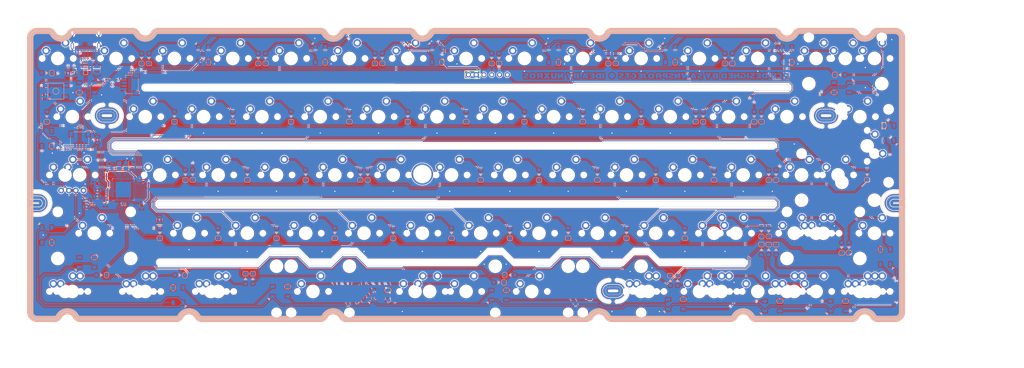
<source format=kicad_pcb>
(kicad_pcb (version 20171130) (host pcbnew "(5.1.10)-1")
  (layers (0 F.Cu signal) (31 B.Cu signal) (34 B.Paste user) (35 F.Paste user) (36 B.SilkS user hide) (37 F.SilkS user hide) (38 B.Mask user) (39 F.Mask user) (44 Edge.Cuts user))
  (net 0 "")
  (net 1 +5V)
  (net 2 GND)
  (net 3 "Net-(C2-Pad1)")
  (net 4 "Net-(C3-Pad1)")
  (net 5 "Net-(C6-Pad1)")
  (net 6 "Net-(D1-Pad2)")
  (net 7 "Net-(D2-Pad2)")
  (net 8 "Net-(D3-Pad2)")
  (net 9 "Net-(D4-Pad2)")
  (net 10 "Net-(D5-Pad2)")
  (net 11 "Net-(D6-Pad2)")
  (net 12 "Net-(D7-Pad2)")
  (net 13 "Net-(D8-Pad2)")
  (net 14 "Net-(D9-Pad2)")
  (net 15 "Net-(D10-Pad2)")
  (net 16 "Net-(D11-Pad2)")
  (net 17 "Net-(D12-Pad2)")
  (net 18 "Net-(D13-Pad2)")
  (net 19 "Net-(D14-Pad2)")
  (net 20 "Net-(D15-Pad2)")
  (net 21 "Net-(D16-Pad2)")
  (net 22 "Net-(R1-Pad2)")
  (net 23 "Net-(R2-Pad2)")
  (net 24 D+)
  (net 25 D-)
  (net 26 RST)
  (net 27 "Net-(R6-Pad2)")
  (net 28 RGBLED)
  (net 29 "Net-(R7-Pad2)")
  (net 30 "Net-(U2-Pad42)")
  (net 31 "Net-(U2-Pad12)")
  (net 32 MOSI)
  (net 33 "Net-(U2-Pad8)")
  (net 34 "Net-(U2-Pad1)")
  (net 35 "Net-(USB1-Pad3)")
  (net 36 "Net-(USB1-Pad9)")
  (net 37 "Net-(D42-Pad2)")
  (net 38 "Net-(D17-Pad2)")
  (net 39 "Net-(D18-Pad2)")
  (net 40 "Net-(D19-Pad2)")
  (net 41 "Net-(D20-Pad2)")
  (net 42 "Net-(D21-Pad2)")
  (net 43 "Net-(D22-Pad2)")
  (net 44 "Net-(D23-Pad2)")
  (net 45 "Net-(D24-Pad2)")
  (net 46 "Net-(D25-Pad2)")
  (net 47 "Net-(D26-Pad2)")
  (net 48 "Net-(D27-Pad2)")
  (net 49 "Net-(D28-Pad2)")
  (net 50 "Net-(D29-Pad2)")
  (net 51 "Net-(D30-Pad2)")
  (net 52 "Net-(D31-Pad2)")
  (net 53 "Net-(D32-Pad2)")
  (net 54 "Net-(D33-Pad2)")
  (net 55 "Net-(D34-Pad2)")
  (net 56 "Net-(D35-Pad2)")
  (net 57 "Net-(D36-Pad2)")
  (net 58 "Net-(D37-Pad2)")
  (net 59 "Net-(D38-Pad2)")
  (net 60 "Net-(D39-Pad2)")
  (net 61 "Net-(D40-Pad2)")
  (net 62 "Net-(D41-Pad2)")
  (net 63 "Net-(D43-Pad2)")
  (net 64 "Net-(D45-Pad2)")
  (net 65 "Net-(D46-Pad2)")
  (net 66 Row2)
  (net 67 Row3)
  (net 68 Row4)
  (net 69 Row5)
  (net 70 Col0)
  (net 71 Col1)
  (net 72 Col2)
  (net 73 Col3)
  (net 74 Col4)
  (net 75 Col5)
  (net 76 Col6)
  (net 77 Col7)
  (net 78 "Net-(D48-Pad2)")
  (net 79 "Net-(D49-Pad2)")
  (net 80 "Net-(D50-Pad2)")
  (net 81 "Net-(D51-Pad2)")
  (net 82 "Net-(D52-Pad2)")
  (net 83 "Net-(D53-Pad2)")
  (net 84 "Net-(D54-Pad2)")
  (net 85 "Net-(D55-Pad2)")
  (net 86 "Net-(D56-Pad2)")
  (net 87 "Net-(D57-Pad2)")
  (net 88 "Net-(D58-Pad2)")
  (net 89 "Net-(D59-Pad2)")
  (net 90 "Net-(D61-Pad2)")
  (net 91 "Net-(D62-Pad2)")
  (net 92 "Net-(D63-Pad2)")
  (net 93 "Net-(D70-Pad2)")
  (net 94 "Net-(D71-Pad2)")
  (net 95 "Net-(D72-Pad2)")
  (net 96 "Net-(D73-Pad2)")
  (net 97 Row0)
  (net 98 "Net-(RGB1-Pad2)")
  (net 99 "Net-(RGB1-Pad4)")
  (net 100 "Net-(RGB2-Pad2)")
  (net 101 "Net-(RGB3-Pad2)")
  (net 102 "Net-(RGB4-Pad2)")
  (net 103 "Net-(RGB5-Pad2)")
  (net 104 "Net-(RGB6-Pad2)")
  (net 105 "Net-(RGB7-Pad2)")
  (net 106 "Net-(RGB8-Pad2)")
  (net 107 "Net-(RGB10-Pad4)")
  (net 108 "Net-(RGB10-Pad2)")
  (net 109 "Net-(RGB11-Pad4)")
  (net 110 "Net-(RGB13-Pad4)")
  (net 111 "Net-(RGB14-Pad4)")
  (net 112 "Net-(RGB15-Pad4)")
  (net 113 "Net-(RGB16-Pad4)")
  (net 114 "Net-(RGB17-Pad4)")
  (net 115 "Net-(RGB18-Pad4)")
  (net 116 "Net-(RGB19-Pad4)")
  (net 117 EC-B)
  (net 118 EC-A)
  (net 119 "Net-(D44-Pad1)")
  (net 120 Row6)
  (net 121 Row7)
  (net 122 CapLK)
  (net 123 DG-)
  (net 124 DG+)
  (net 125 "Net-(D65-Pad2)")
  (net 126 Row8)
  (net 127 Row9)
  (net 128 "Net-(RGB13-Pad2)")
  (net 129 VCC)
  (net 130 "Net-(D47-Pad2)")
  (net 131 "Net-(D60-Pad2)")
  (module sanproject-keyboard-part:Crystal_SMD_3225-4Pin_3.2x2.5mm (layer B.Cu) (at 30.55938 83.04213 180)
    (fp_text reference Y1)
    (fp_text value 16Mhz)
    (pad 1 smd rect (at -1.1 -0.85 180) (size 1.4 1.2) (layers B.Cu B.Paste B.Mask) (net 3 "Net-(C2-Pad1)"))
    (pad 2 smd rect (at 1.1 -0.85 180) (size 1.4 1.2) (layers B.Cu B.Paste B.Mask) (net 2 GND))
    (pad 3 smd rect (at 1.1 0.85 180) (size 1.4 1.2) (layers B.Cu B.Paste B.Mask) (net 4 "Net-(C3-Pad1)"))
    (pad 4 smd rect (at -1.1 0.85 180) (size 1.4 1.2) (layers B.Cu B.Paste B.Mask) (net 2 GND))
  )
  (module sanproject-keyboard-part:R_0805 (layer B.Cu) (at 18.76425 94.4245)
    (fp_text reference R8)
    (fp_text value 330R)
    (pad 2 smd rect (at 0.95 0) (size 0.7 1.3) (layers B.Cu B.Paste B.Mask) (net 122 CapLK))
    (pad 1 smd rect (at -0.95 0) (size 0.7 1.3) (layers B.Cu B.Paste B.Mask) (net 119 "Net-(D44-Pad1)"))
  )
  (module sanproject-keyboard-part:R_0805 (layer B.Cu) (at 18.76425 96.4245)
    (fp_text reference R7)
    (fp_text value 330R)
    (pad 2 smd rect (at 0.95 0) (size 0.7 1.3) (layers B.Cu B.Paste B.Mask) (net 29 "Net-(R7-Pad2)"))
    (pad 1 smd rect (at -0.95 0) (size 0.7 1.3) (layers B.Cu B.Paste B.Mask) (net 28 RGBLED))
  )
  (module sanproject-keyboard-part:R_0805 (layer B.Cu) (at 42.57675 100.6475 90)
    (fp_text reference R6)
    (fp_text value 1k)
    (pad 2 smd rect (at 0.95 0 90) (size 0.7 1.3) (layers B.Cu B.Paste B.Mask) (net 27 "Net-(R6-Pad2)"))
    (pad 1 smd rect (at -0.95 0 90) (size 0.7 1.3) (layers B.Cu B.Paste B.Mask) (net 2 GND))
  )
  (module sanproject-keyboard-part:R_0805 (layer B.Cu) (at 22.32025 74.5465 270)
    (fp_text reference R5)
    (fp_text value 10k)
    (pad 2 smd rect (at 0.95 0 270) (size 0.7 1.3) (layers B.Cu B.Paste B.Mask) (net 26 RST))
    (pad 1 smd rect (at -0.95 0 270) (size 0.7 1.3) (layers B.Cu B.Paste B.Mask) (net 1 +5V))
  )
  (module sanproject-keyboard-part:R_0805 (layer B.Cu) (at 22.314597 93.038023 180)
    (fp_text reference R4)
    (fp_text value 22)
    (pad 2 smd rect (at 0.95 0 180) (size 0.7 1.3) (layers B.Cu B.Paste B.Mask) (net 123 DG-))
    (pad 1 smd rect (at -0.95 0 180) (size 0.7 1.3) (layers B.Cu B.Paste B.Mask) (net 25 D-))
  )
  (module sanproject-keyboard-part:R_0805 (layer B.Cu) (at 22.314597 91.103246 180)
    (fp_text reference R3)
    (fp_text value 22)
    (pad 2 smd rect (at 0.95 0 180) (size 0.7 1.3) (layers B.Cu B.Paste B.Mask) (net 124 DG+))
    (pad 1 smd rect (at -0.95 0 180) (size 0.7 1.3) (layers B.Cu B.Paste B.Mask) (net 24 D+))
  )
  (module sanproject-keyboard-part:R_0805 (layer B.Cu) (at 14.724071 52.705008 90)
    (fp_text reference R2)
    (fp_text value 5.1k)
    (pad 2 smd rect (at 0.95 0 90) (size 0.7 1.3) (layers B.Cu B.Paste B.Mask) (net 23 "Net-(R2-Pad2)"))
    (pad 1 smd rect (at -0.95 0 90) (size 0.7 1.3) (layers B.Cu B.Paste B.Mask) (net 2 GND))
  )
  (module sanproject-keyboard-part:R_0805 (layer B.Cu) (at 12.738132 52.705008 90)
    (fp_text reference R1)
    (fp_text value 5.1k)
    (pad 2 smd rect (at 0.95 0 90) (size 0.7 1.3) (layers B.Cu B.Paste B.Mask) (net 22 "Net-(R1-Pad2)"))
    (pad 1 smd rect (at -0.95 0 90) (size 0.7 1.3) (layers B.Cu B.Paste B.Mask) (net 2 GND))
  )
  (module sanproject-keyboard-part:C_0603 (layer B.Cu) (at 37.30625 88.011)
    (fp_text reference C7)
    (fp_text value 0.1uF)
    (pad 2 smd rect (at 0.75 0) (size 0.8 0.75) (layers B.Cu B.Paste B.Mask) (net 1 +5V))
    (pad 1 smd rect (at -0.75 0) (size 0.8 0.75) (layers B.Cu B.Paste B.Mask) (net 2 GND))
  )
  (module sanproject-keyboard-part:C_0603 (layer B.Cu) (at 22.165768 88.870811 180)
    (fp_text reference C6)
    (fp_text value 1uF)
    (pad 2 smd rect (at 0.75 0 180) (size 0.8 0.75) (layers B.Cu B.Paste B.Mask) (net 2 GND))
    (pad 1 smd rect (at -0.75 0 180) (size 0.8 0.75) (layers B.Cu B.Paste B.Mask) (net 5 "Net-(C6-Pad1)"))
  )
  (module sanproject-keyboard-part:C_0603 (layer B.Cu) (at 26.30488 84.18513 180)
    (fp_text reference C5)
    (fp_text value 0.1uF)
    (pad 2 smd rect (at 0.75 0 180) (size 0.8 0.75) (layers B.Cu B.Paste B.Mask) (net 1 +5V))
    (pad 1 smd rect (at -0.75 0 180) (size 0.8 0.75) (layers B.Cu B.Paste B.Mask) (net 2 GND))
  )
  (module sanproject-keyboard-part:C_0603 (layer B.Cu) (at 36.750706 96.012 90)
    (fp_text reference C4)
    (fp_text value 0.1uF)
    (pad 2 smd rect (at 0.75 0 90) (size 0.8 0.75) (layers B.Cu B.Paste B.Mask) (net 1 +5V))
    (pad 1 smd rect (at -0.75 0 90) (size 0.8 0.75) (layers B.Cu B.Paste B.Mask) (net 2 GND))
  )
  (module sanproject-keyboard-part:C_0603 (layer B.Cu) (at 26.30488 82.40713 180)
    (fp_text reference C3)
    (fp_text value 22pF)
    (pad 2 smd rect (at 0.75 0 180) (size 0.8 0.75) (layers B.Cu B.Paste B.Mask) (net 2 GND))
    (pad 1 smd rect (at -0.75 0 180) (size 0.8 0.75) (layers B.Cu B.Paste B.Mask) (net 4 "Net-(C3-Pad1)"))
  )
  (module sanproject-keyboard-part:C_0603 (layer B.Cu) (at 33.73438 83.10563 90)
    (fp_text reference C2)
    (fp_text value 22pF)
    (pad 2 smd rect (at 0.75 0 90) (size 0.8 0.75) (layers B.Cu B.Paste B.Mask) (net 2 GND))
    (pad 1 smd rect (at -0.75 0 90) (size 0.8 0.75) (layers B.Cu B.Paste B.Mask) (net 3 "Net-(C2-Pad1)"))
  )
  (module sanproject-keyboard-part:C_0603 (layer B.Cu) (at 24.92375 95.0475 90)
    (fp_text reference C1)
    (fp_text value 10uF)
    (pad 2 smd rect (at 0.75 0 90) (size 0.8 0.75) (layers B.Cu B.Paste B.Mask) (net 1 +5V))
    (pad 1 smd rect (at -0.75 0 90) (size 0.8 0.75) (layers B.Cu B.Paste B.Mask) (net 2 GND))
  )
  (module sanproject-keyboard-part:LED_WS2812B_PLCC4_5.0x5.0mm_P3.2mm (layer B.Cu) (at 264.160218 128.905072)
    (fp_text reference RGB20)
    (fp_text value WS2812B)
    (pad 3 smd roundrect (at 2.45 -1.6) (size 1.5 1) (layers B.Cu B.Paste B.Mask) (net 2 GND))
    (pad 4 smd rect (at 2.45 1.6) (size 1.5 1) (layers B.Cu B.Paste B.Mask) (net 108 "Net-(RGB10-Pad2)"))
    (pad 2 smd rect (at -2.45 -1.6) (size 1.5 1) (layers B.Cu B.Paste B.Mask) (net 116 "Net-(RGB19-Pad4)"))
    (pad 1 smd rect (at -2.45 1.6) (size 1.5 1) (layers B.Cu B.Paste B.Mask) (net 1 +5V))
  )
  (module sanproject-keyboard-part:LED_WS2812B_PLCC4_5.0x5.0mm_P3.2mm (layer B.Cu) (at 242.72895 128.905072)
    (fp_text reference RGB19)
    (fp_text value WS2812B)
    (pad 3 smd roundrect (at 2.45 -1.6) (size 1.5 1) (layers B.Cu B.Paste B.Mask) (net 2 GND))
    (pad 4 smd rect (at 2.45 1.6) (size 1.5 1) (layers B.Cu B.Paste B.Mask) (net 116 "Net-(RGB19-Pad4)"))
    (pad 2 smd rect (at -2.45 -1.6) (size 1.5 1) (layers B.Cu B.Paste B.Mask) (net 115 "Net-(RGB18-Pad4)"))
    (pad 1 smd rect (at -2.45 1.6) (size 1.5 1) (layers B.Cu B.Paste B.Mask) (net 1 +5V))
  )
  (module sanproject-keyboard-part:LED_WS2812B_PLCC4_5.0x5.0mm_P3.2mm (layer B.Cu) (at 211.177361 128.309759)
    (fp_text reference RGB18)
    (fp_text value WS2812B)
    (pad 3 smd roundrect (at 2.45 -1.6) (size 1.5 1) (layers B.Cu B.Paste B.Mask) (net 2 GND))
    (pad 4 smd rect (at 2.45 1.6) (size 1.5 1) (layers B.Cu B.Paste B.Mask) (net 115 "Net-(RGB18-Pad4)"))
    (pad 2 smd rect (at -2.45 -1.6) (size 1.5 1) (layers B.Cu B.Paste B.Mask) (net 114 "Net-(RGB17-Pad4)"))
    (pad 1 smd rect (at -2.45 1.6) (size 1.5 1) (layers B.Cu B.Paste B.Mask) (net 1 +5V))
  )
  (module sanproject-keyboard-part:LED_WS2812B_PLCC4_5.0x5.0mm_P3.2mm (layer B.Cu) (at 153.432 125.333194)
    (fp_text reference RGB17)
    (fp_text value WS2812B)
    (pad 3 smd roundrect (at 2.45 -1.6) (size 1.5 1) (layers B.Cu B.Paste B.Mask) (net 2 GND))
    (pad 4 smd rect (at 2.45 1.6) (size 1.5 1) (layers B.Cu B.Paste B.Mask) (net 114 "Net-(RGB17-Pad4)"))
    (pad 2 smd rect (at -2.45 -1.6) (size 1.5 1) (layers B.Cu B.Paste B.Mask) (net 113 "Net-(RGB16-Pad4)"))
    (pad 1 smd rect (at -2.45 1.6) (size 1.5 1) (layers B.Cu B.Paste B.Mask) (net 1 +5V))
  )
  (module sanproject-keyboard-part:LED_WS2812B_PLCC4_5.0x5.0mm_P3.2mm (layer B.Cu) (at 114.736655 125.333194)
    (fp_text reference RGB16)
    (fp_text value WS2812B)
    (pad 3 smd roundrect (at 2.45 -1.6) (size 1.5 1) (layers B.Cu B.Paste B.Mask) (net 2 GND))
    (pad 4 smd rect (at 2.45 1.6) (size 1.5 1) (layers B.Cu B.Paste B.Mask) (net 113 "Net-(RGB16-Pad4)"))
    (pad 2 smd rect (at -2.45 -1.6) (size 1.5 1) (layers B.Cu B.Paste B.Mask) (net 112 "Net-(RGB15-Pad4)"))
    (pad 1 smd rect (at -2.45 1.6) (size 1.5 1) (layers B.Cu B.Paste B.Mask) (net 1 +5V))
  )
  (module sanproject-keyboard-part:LED_WS2812B_PLCC4_5.0x5.0mm_P3.2mm (layer B.Cu) (at 81.99444 124.142568)
    (fp_text reference RGB15)
    (fp_text value WS2812B)
    (pad 3 smd roundrect (at 2.45 -1.6) (size 1.5 1) (layers B.Cu B.Paste B.Mask) (net 2 GND))
    (pad 4 smd rect (at 2.45 1.6) (size 1.5 1) (layers B.Cu B.Paste B.Mask) (net 112 "Net-(RGB15-Pad4)"))
    (pad 2 smd rect (at -2.45 -1.6) (size 1.5 1) (layers B.Cu B.Paste B.Mask) (net 111 "Net-(RGB14-Pad4)"))
    (pad 1 smd rect (at -2.45 1.6) (size 1.5 1) (layers B.Cu B.Paste B.Mask) (net 1 +5V))
  )
  (module sanproject-keyboard-part:LED_WS2812B_PLCC4_5.0x5.0mm_P3.2mm (layer B.Cu) (at 48.6572 125.33369 90)
    (fp_text reference RGB14)
    (fp_text value WS2812B)
    (pad 3 smd roundrect (at 2.45 -1.6 90) (size 1.5 1) (layers B.Cu B.Paste B.Mask) (net 2 GND))
    (pad 4 smd rect (at 2.45 1.6 90) (size 1.5 1) (layers B.Cu B.Paste B.Mask) (net 111 "Net-(RGB14-Pad4)"))
    (pad 2 smd rect (at -2.45 -1.6 90) (size 1.5 1) (layers B.Cu B.Paste B.Mask) (net 110 "Net-(RGB13-Pad4)"))
    (pad 1 smd rect (at -2.45 1.6 90) (size 1.5 1) (layers B.Cu B.Paste B.Mask) (net 1 +5V))
  )
  (module sanproject-keyboard-part:LED_WS2812B_PLCC4_5.0x5.0mm_P3.2mm (layer B.Cu) (at 18.89145 114.61802)
    (fp_text reference RGB13)
    (fp_text value WS2812B)
    (pad 3 smd roundrect (at 2.45 -1.6) (size 1.5 1) (layers B.Cu B.Paste B.Mask) (net 2 GND))
    (pad 4 smd rect (at 2.45 1.6) (size 1.5 1) (layers B.Cu B.Paste B.Mask) (net 110 "Net-(RGB13-Pad4)"))
    (pad 2 smd rect (at -2.45 -1.6) (size 1.5 1) (layers B.Cu B.Paste B.Mask) (net 128 "Net-(RGB13-Pad2)"))
    (pad 1 smd rect (at -2.45 1.6) (size 1.5 1) (layers B.Cu B.Paste B.Mask) (net 1 +5V))
  )
  (module sanproject-keyboard-part:LED_WS2812B_PLCC4_5.0x5.0mm_P3.2mm (layer B.Cu) (at 5.794376 105.687865 270)
    (fp_text reference RGB12)
    (fp_text value WS2812B)
    (pad 3 smd roundrect (at 2.45 -1.6 270) (size 1.5 1) (layers B.Cu B.Paste B.Mask) (net 2 GND))
    (pad 4 smd rect (at 2.45 1.6 270) (size 1.5 1) (layers B.Cu B.Paste B.Mask) (net 28 RGBLED))
    (pad 2 smd rect (at -2.45 -1.6 270) (size 1.5 1) (layers B.Cu B.Paste B.Mask) (net 109 "Net-(RGB11-Pad4)"))
    (pad 1 smd rect (at -2.45 1.6 270) (size 1.5 1) (layers B.Cu B.Paste B.Mask) (net 1 +5V))
  )
  (module sanproject-keyboard-part:LED_WS2812B_PLCC4_5.0x5.0mm_P3.2mm (layer B.Cu) (at 5.79452 74.1366 270)
    (fp_text reference RGB11)
    (fp_text value WS2812B)
    (pad 3 smd roundrect (at 2.45 -1.6 270) (size 1.5 1) (layers B.Cu B.Paste B.Mask) (net 2 GND))
    (pad 4 smd rect (at 2.45 1.6 270) (size 1.5 1) (layers B.Cu B.Paste B.Mask) (net 109 "Net-(RGB11-Pad4)"))
    (pad 2 smd rect (at -2.45 -1.6 270) (size 1.5 1) (layers B.Cu B.Paste B.Mask) (net 99 "Net-(RGB1-Pad4)"))
    (pad 1 smd rect (at -2.45 1.6 270) (size 1.5 1) (layers B.Cu B.Paste B.Mask) (net 1 +5V))
  )
  (module sanproject-keyboard-part:LED_WS2812B_PLCC4_5.0x5.0mm_P3.2mm (layer B.Cu) (at 279.638356 112.831621 90)
    (fp_text reference RGB10)
    (fp_text value WS2812B)
    (pad 3 smd roundrect (at 2.45 -1.6 90) (size 1.5 1) (layers B.Cu B.Paste B.Mask) (net 2 GND))
    (pad 4 smd rect (at 2.45 1.6 90) (size 1.5 1) (layers B.Cu B.Paste B.Mask) (net 107 "Net-(RGB10-Pad4)"))
    (pad 2 smd rect (at -2.45 -1.6 90) (size 1.5 1) (layers B.Cu B.Paste B.Mask) (net 108 "Net-(RGB10-Pad2)"))
    (pad 1 smd rect (at -2.45 1.6 90) (size 1.5 1) (layers B.Cu B.Paste B.Mask) (net 1 +5V))
  )
  (module sanproject-keyboard-part:LED_WS2812B_PLCC4_5.0x5.0mm_P3.2mm (layer B.Cu) (at 280.828982 72.350337 90)
    (fp_text reference RGB9)
    (fp_text value WS2812B)
    (pad 3 smd roundrect (at 2.45 -1.6 90) (size 1.5 1) (layers B.Cu B.Paste B.Mask) (net 2 GND))
    (pad 4 smd rect (at 2.45 1.6 90) (size 1.5 1) (layers B.Cu B.Paste B.Mask) (net 106 "Net-(RGB8-Pad2)"))
    (pad 2 smd rect (at -2.45 -1.6 90) (size 1.5 1) (layers B.Cu B.Paste B.Mask) (net 107 "Net-(RGB10-Pad4)"))
    (pad 1 smd rect (at -2.45 1.6 90) (size 1.5 1) (layers B.Cu B.Paste B.Mask) (net 1 +5V))
  )
  (module sanproject-keyboard-part:LED_WS2812B_PLCC4_5.0x5.0mm_P3.2mm (layer B.Cu) (at 265.350844 57.467512 180)
    (fp_text reference RGB8)
    (fp_text value WS2812B)
    (pad 3 smd roundrect (at 2.45 -1.6 180) (size 1.5 1) (layers B.Cu B.Paste B.Mask) (net 2 GND))
    (pad 4 smd rect (at 2.45 1.6 180) (size 1.5 1) (layers B.Cu B.Paste B.Mask) (net 105 "Net-(RGB7-Pad2)"))
    (pad 2 smd rect (at -2.45 -1.6 180) (size 1.5 1) (layers B.Cu B.Paste B.Mask) (net 106 "Net-(RGB8-Pad2)"))
    (pad 1 smd rect (at -2.45 1.6 180) (size 1.5 1) (layers B.Cu B.Paste B.Mask) (net 1 +5V))
  )
  (module sanproject-keyboard-part:LED_WS2812B_PLCC4_5.0x5.0mm_P3.2mm (layer B.Cu) (at 247.49241 46.75211 270)
    (fp_text reference RGB7)
    (fp_text value WS2812B)
    (pad 3 smd roundrect (at 2.45 -1.6 270) (size 1.5 1) (layers B.Cu B.Paste B.Mask) (net 2 GND))
    (pad 4 smd rect (at 2.45 1.6 270) (size 1.5 1) (layers B.Cu B.Paste B.Mask) (net 104 "Net-(RGB6-Pad2)"))
    (pad 2 smd rect (at -2.45 -1.6 270) (size 1.5 1) (layers B.Cu B.Paste B.Mask) (net 105 "Net-(RGB7-Pad2)"))
    (pad 1 smd rect (at -2.45 1.6 270) (size 1.5 1) (layers B.Cu B.Paste B.Mask) (net 1 +5V))
  )
  (module sanproject-keyboard-part:LED_WS2812B_PLCC4_5.0x5.0mm_P3.2mm (layer B.Cu) (at 209.39225 46.75211 270)
    (fp_text reference RGB6)
    (fp_text value WS2812B)
    (pad 3 smd roundrect (at 2.45 -1.6 270) (size 1.5 1) (layers B.Cu B.Paste B.Mask) (net 2 GND))
    (pad 4 smd rect (at 2.45 1.6 270) (size 1.5 1) (layers B.Cu B.Paste B.Mask) (net 103 "Net-(RGB5-Pad2)"))
    (pad 2 smd rect (at -2.45 -1.6 270) (size 1.5 1) (layers B.Cu B.Paste B.Mask) (net 104 "Net-(RGB6-Pad2)"))
    (pad 1 smd rect (at -2.45 1.6 270) (size 1.5 1) (layers B.Cu B.Paste B.Mask) (net 1 +5V))
  )
  (module sanproject-keyboard-part:LED_WS2812B_PLCC4_5.0x5.0mm_P3.2mm (layer B.Cu) (at 171.29209 46.75211 270)
    (fp_text reference RGB5)
    (fp_text value WS2812B)
    (pad 3 smd roundrect (at 2.45 -1.6 270) (size 1.5 1) (layers B.Cu B.Paste B.Mask) (net 2 GND))
    (pad 4 smd rect (at 2.45 1.6 270) (size 1.5 1) (layers B.Cu B.Paste B.Mask) (net 102 "Net-(RGB4-Pad2)"))
    (pad 2 smd rect (at -2.45 -1.6 270) (size 1.5 1) (layers B.Cu B.Paste B.Mask) (net 103 "Net-(RGB5-Pad2)"))
    (pad 1 smd rect (at -2.45 1.6 270) (size 1.5 1) (layers B.Cu B.Paste B.Mask) (net 1 +5V))
  )
  (module sanproject-keyboard-part:LED_WS2812B_PLCC4_5.0x5.0mm_P3.2mm (layer B.Cu) (at 133.19193 46.75211 270)
    (fp_text reference RGB4)
    (fp_text value WS2812B)
    (pad 3 smd roundrect (at 2.45 -1.6 270) (size 1.5 1) (layers B.Cu B.Paste B.Mask) (net 2 GND))
    (pad 4 smd rect (at 2.45 1.6 270) (size 1.5 1) (layers B.Cu B.Paste B.Mask) (net 101 "Net-(RGB3-Pad2)"))
    (pad 2 smd rect (at -2.45 -1.6 270) (size 1.5 1) (layers B.Cu B.Paste B.Mask) (net 102 "Net-(RGB4-Pad2)"))
    (pad 1 smd rect (at -2.45 1.6 270) (size 1.5 1) (layers B.Cu B.Paste B.Mask) (net 1 +5V))
  )
  (module sanproject-keyboard-part:LED_WS2812B_PLCC4_5.0x5.0mm_P3.2mm (layer B.Cu) (at 95.09177 46.75211 270)
    (fp_text reference RGB3)
    (fp_text value WS2812B)
    (pad 3 smd roundrect (at 2.45 -1.6 270) (size 1.5 1) (layers B.Cu B.Paste B.Mask) (net 2 GND))
    (pad 4 smd rect (at 2.45 1.6 270) (size 1.5 1) (layers B.Cu B.Paste B.Mask) (net 100 "Net-(RGB2-Pad2)"))
    (pad 2 smd rect (at -2.45 -1.6 270) (size 1.5 1) (layers B.Cu B.Paste B.Mask) (net 101 "Net-(RGB3-Pad2)"))
    (pad 1 smd rect (at -2.45 1.6 270) (size 1.5 1) (layers B.Cu B.Paste B.Mask) (net 1 +5V))
  )
  (module sanproject-keyboard-part:LED_WS2812B_PLCC4_5.0x5.0mm_P3.2mm (layer B.Cu) (at 56.99161 46.75211 270)
    (fp_text reference RGB2)
    (fp_text value WS2812B)
    (pad 3 smd roundrect (at 2.45 -1.6 270) (size 1.5 1) (layers B.Cu B.Paste B.Mask) (net 2 GND))
    (pad 4 smd rect (at 2.45 1.6 270) (size 1.5 1) (layers B.Cu B.Paste B.Mask) (net 98 "Net-(RGB1-Pad2)"))
    (pad 2 smd rect (at -2.45 -1.6 270) (size 1.5 1) (layers B.Cu B.Paste B.Mask) (net 100 "Net-(RGB2-Pad2)"))
    (pad 1 smd rect (at -2.45 1.6 270) (size 1.5 1) (layers B.Cu B.Paste B.Mask) (net 1 +5V))
  )
  (module sanproject-keyboard-part:LED_WS2812B_PLCC4_5.0x5.0mm_P3.2mm (layer B.Cu) (at 18.89145 57.46778 180)
    (fp_text reference RGB1)
    (fp_text value WS2812B)
    (pad 3 smd roundrect (at 2.45 -1.6 180) (size 1.5 1) (layers B.Cu B.Paste B.Mask) (net 2 GND))
    (pad 4 smd rect (at 2.45 1.6 180) (size 1.5 1) (layers B.Cu B.Paste B.Mask) (net 99 "Net-(RGB1-Pad4)"))
    (pad 2 smd rect (at -2.45 -1.6 180) (size 1.5 1) (layers B.Cu B.Paste B.Mask) (net 98 "Net-(RGB1-Pad2)"))
    (pad 1 smd rect (at -2.45 1.6 180) (size 1.5 1) (layers B.Cu B.Paste B.Mask) (net 1 +5V))
  )
  (module sanproject-keyboard-part:D_SOD-123 (layer B.Cu) (at 243.919576 110.450369 270)
    (fp_text reference D73)
    (fp_text value D)
    (pad 1 smd roundrect (at -1.65 0 270) (size 1 1.2) (layers B.Cu B.Paste B.Mask) (net 127 Row9))
    (pad 2 smd roundrect (at 1.65 0 270) (size 1 1.2) (layers B.Cu B.Paste B.Mask) (net 96 "Net-(D73-Pad2)"))
  )
  (module sanproject-keyboard-part:D_SOD-123 (layer B.Cu) (at 241.538324 110.450369 270)
    (fp_text reference D72)
    (fp_text value D)
    (pad 1 smd roundrect (at -1.65 0 270) (size 1 1.2) (layers B.Cu B.Paste B.Mask) (net 127 Row9))
    (pad 2 smd roundrect (at 1.65 0 270) (size 1 1.2) (layers B.Cu B.Paste B.Mask) (net 95 "Net-(D72-Pad2)"))
  )
  (module sanproject-keyboard-part:D_SOD-123 (layer B.Cu) (at 211.772674 120.57069 270)
    (fp_text reference D71)
    (fp_text value D)
    (pad 1 smd roundrect (at -1.65 0 270) (size 1 1.2) (layers B.Cu B.Paste B.Mask) (net 126 Row8))
    (pad 2 smd roundrect (at 1.65 0 270) (size 1 1.2) (layers B.Cu B.Paste B.Mask) (net 94 "Net-(D71-Pad2)"))
  )
  (module sanproject-keyboard-part:D_SOD-123 (layer B.Cu) (at 209.391422 120.57069 270)
    (fp_text reference D70)
    (fp_text value D)
    (pad 1 smd roundrect (at -1.65 0 270) (size 1 1.2) (layers B.Cu B.Paste B.Mask) (net 127 Row9))
    (pad 2 smd roundrect (at 1.65 0 270) (size 1 1.2) (layers B.Cu B.Paste B.Mask) (net 93 "Net-(D70-Pad2)"))
  )
  (module sanproject-keyboard-part:D_SOD-123 (layer B.Cu) (at 153.432 121.166003 180)
    (fp_text reference D65)
    (fp_text value D)
    (pad 1 smd roundrect (at -1.65 0 180) (size 1 1.2) (layers B.Cu B.Paste B.Mask) (net 127 Row9))
    (pad 2 smd roundrect (at 1.65 0 180) (size 1 1.2) (layers B.Cu B.Paste B.Mask) (net 125 "Net-(D65-Pad2)"))
  )
  (module sanproject-keyboard-part:D_SOD-123 (layer B.Cu) (at 70.683857 119.975377 270)
    (fp_text reference D63)
    (fp_text value D)
    (pad 1 smd roundrect (at -1.65 0 270) (size 1 1.2) (layers B.Cu B.Paste B.Mask) (net 126 Row8))
    (pad 2 smd roundrect (at 1.65 0 270) (size 1 1.2) (layers B.Cu B.Paste B.Mask) (net 92 "Net-(D63-Pad2)"))
  )
  (module sanproject-keyboard-part:D_SOD-123 (layer B.Cu) (at 49.252515 118.785225 180)
    (fp_text reference D62)
    (fp_text value D)
    (pad 1 smd roundrect (at -1.65 0 180) (size 1 1.2) (layers B.Cu B.Paste B.Mask) (net 127 Row9))
    (pad 2 smd roundrect (at 1.65 0 180) (size 1 1.2) (layers B.Cu B.Paste B.Mask) (net 91 "Net-(D62-Pad2)"))
  )
  (module sanproject-keyboard-part:D_SOD-123 (layer B.Cu) (at 23.65397 118.785225 180)
    (fp_text reference D61)
    (fp_text value D)
    (pad 1 smd roundrect (at -1.65 0 180) (size 1 1.2) (layers B.Cu B.Paste B.Mask) (net 126 Row8))
    (pad 2 smd roundrect (at 1.65 0 180) (size 1 1.2) (layers B.Cu B.Paste B.Mask) (net 90 "Net-(D61-Pad2)"))
  )
  (module sanproject-keyboard-part:D_SOD-123 (layer B.Cu) (at 73.064745 119.975377 270)
    (fp_text reference D60)
    (fp_text value D)
    (pad 1 smd roundrect (at -1.65 0 270) (size 1 1.2) (layers B.Cu B.Paste B.Mask) (net 126 Row8))
    (pad 2 smd roundrect (at 1.65 0 270) (size 1 1.2) (layers B.Cu B.Paste B.Mask) (net 131 "Net-(D60-Pad2)"))
  )
  (module sanproject-keyboard-part:D_SOD-123 (layer B.Cu) (at 267.732096 109.855056 90)
    (fp_text reference D59)
    (fp_text value D)
    (pad 1 smd roundrect (at -1.65 0 90) (size 1 1.2) (layers B.Cu B.Paste B.Mask) (net 121 Row7))
    (pad 2 smd roundrect (at 1.65 0 90) (size 1 1.2) (layers B.Cu B.Paste B.Mask) (net 89 "Net-(D59-Pad2)"))
  )
  (module sanproject-keyboard-part:D_SOD-123 (layer B.Cu) (at 241.538324 104.497239 90)
    (fp_text reference D58)
    (fp_text value D)
    (pad 1 smd roundrect (at -1.65 0 90) (size 1 1.2) (layers B.Cu B.Paste B.Mask) (net 121 Row7))
    (pad 2 smd roundrect (at 1.65 0 90) (size 1 1.2) (layers B.Cu B.Paste B.Mask) (net 88 "Net-(D58-Pad2)"))
  )
  (module sanproject-keyboard-part:D_SOD-123 (layer B.Cu) (at 239.157072 104.497239 90)
    (fp_text reference D57)
    (fp_text value D)
    (pad 1 smd roundrect (at -1.65 0 90) (size 1 1.2) (layers B.Cu B.Paste B.Mask) (net 120 Row6))
    (pad 2 smd roundrect (at 1.65 0 90) (size 1 1.2) (layers B.Cu B.Paste B.Mask) (net 87 "Net-(D57-Pad2)"))
  )
  (module sanproject-keyboard-part:D_SOD-123 (layer B.Cu) (at 214.15477 105.09298 90)
    (fp_text reference D56)
    (fp_text value D)
    (pad 1 smd roundrect (at -1.65 0 90) (size 1 1.2) (layers B.Cu B.Paste B.Mask) (net 121 Row7))
    (pad 2 smd roundrect (at 1.65 0 90) (size 1 1.2) (layers B.Cu B.Paste B.Mask) (net 86 "Net-(D56-Pad2)"))
  )
  (module sanproject-keyboard-part:D_SOD-123 (layer B.Cu) (at 195.10469 105.09298 90)
    (fp_text reference D55)
    (fp_text value D)
    (pad 1 smd roundrect (at -1.65 0 90) (size 1 1.2) (layers B.Cu B.Paste B.Mask) (net 120 Row6))
    (pad 2 smd roundrect (at 1.65 0 90) (size 1 1.2) (layers B.Cu B.Paste B.Mask) (net 85 "Net-(D55-Pad2)"))
  )
  (module sanproject-keyboard-part:D_SOD-123 (layer B.Cu) (at 176.05461 105.09298 90)
    (fp_text reference D54)
    (fp_text value D)
    (pad 1 smd roundrect (at -1.65 0 90) (size 1 1.2) (layers B.Cu B.Paste B.Mask) (net 121 Row7))
    (pad 2 smd roundrect (at 1.65 0 90) (size 1 1.2) (layers B.Cu B.Paste B.Mask) (net 84 "Net-(D54-Pad2)"))
  )
  (module sanproject-keyboard-part:D_SOD-123 (layer B.Cu) (at 157.00453 105.09298 90)
    (fp_text reference D53)
    (fp_text value D)
    (pad 1 smd roundrect (at -1.65 0 90) (size 1 1.2) (layers B.Cu B.Paste B.Mask) (net 120 Row6))
    (pad 2 smd roundrect (at 1.65 0 90) (size 1 1.2) (layers B.Cu B.Paste B.Mask) (net 83 "Net-(D53-Pad2)"))
  )
  (module sanproject-keyboard-part:D_SOD-123 (layer B.Cu) (at 137.95445 105.09298 90)
    (fp_text reference D52)
    (fp_text value D)
    (pad 1 smd roundrect (at -1.65 0 90) (size 1 1.2) (layers B.Cu B.Paste B.Mask) (net 121 Row7))
    (pad 2 smd roundrect (at 1.65 0 90) (size 1 1.2) (layers B.Cu B.Paste B.Mask) (net 82 "Net-(D52-Pad2)"))
  )
  (module sanproject-keyboard-part:D_SOD-123 (layer B.Cu) (at 118.90437 105.09298 90)
    (fp_text reference D51)
    (fp_text value D)
    (pad 1 smd roundrect (at -1.65 0 90) (size 1 1.2) (layers B.Cu B.Paste B.Mask) (net 120 Row6))
    (pad 2 smd roundrect (at 1.65 0 90) (size 1 1.2) (layers B.Cu B.Paste B.Mask) (net 81 "Net-(D51-Pad2)"))
  )
  (module sanproject-keyboard-part:D_SOD-123 (layer B.Cu) (at 99.85429 105.09298 90)
    (fp_text reference D50)
    (fp_text value D)
    (pad 1 smd roundrect (at -1.65 0 90) (size 1 1.2) (layers B.Cu B.Paste B.Mask) (net 121 Row7))
    (pad 2 smd roundrect (at 1.65 0 90) (size 1 1.2) (layers B.Cu B.Paste B.Mask) (net 80 "Net-(D50-Pad2)"))
  )
  (module sanproject-keyboard-part:D_SOD-123 (layer B.Cu) (at 80.80421 105.09298 90)
    (fp_text reference D49)
    (fp_text value D)
    (pad 1 smd roundrect (at -1.65 0 90) (size 1 1.2) (layers B.Cu B.Paste B.Mask) (net 120 Row6))
    (pad 2 smd roundrect (at 1.65 0 90) (size 1 1.2) (layers B.Cu B.Paste B.Mask) (net 79 "Net-(D49-Pad2)"))
  )
  (module sanproject-keyboard-part:D_SOD-123 (layer B.Cu) (at 61.75413 105.09298 90)
    (fp_text reference D48)
    (fp_text value D)
    (pad 1 smd roundrect (at -1.65 0 90) (size 1 1.2) (layers B.Cu B.Paste B.Mask) (net 121 Row7))
    (pad 2 smd roundrect (at 1.65 0 90) (size 1 1.2) (layers B.Cu B.Paste B.Mask) (net 78 "Net-(D48-Pad2)"))
  )
  (module sanproject-keyboard-part:D_SOD-123 (layer B.Cu) (at 157.003878 118.784751)
    (fp_text reference D47)
    (fp_text value D)
    (pad 1 smd roundrect (at -1.65 0) (size 1 1.2) (layers B.Cu B.Paste B.Mask) (net 126 Row8))
    (pad 2 smd roundrect (at 1.65 0) (size 1 1.2) (layers B.Cu B.Paste B.Mask) (net 130 "Net-(D47-Pad2)"))
  )
  (module sanproject-keyboard-part:D_SOD-123 (layer B.Cu) (at 42.70405 105.09298 90)
    (fp_text reference D46)
    (fp_text value D)
    (pad 1 smd roundrect (at -1.65 0 90) (size 1 1.2) (layers B.Cu B.Paste B.Mask) (net 120 Row6))
    (pad 2 smd roundrect (at 1.65 0 90) (size 1 1.2) (layers B.Cu B.Paste B.Mask) (net 65 "Net-(D46-Pad2)"))
  )
  (module sanproject-keyboard-part:D_SOD-123 (layer B.Cu) (at 273.685226 86.0429 90)
    (fp_text reference D45)
    (fp_text value D)
    (pad 1 smd roundrect (at -1.65 0 90) (size 1 1.2) (layers B.Cu B.Paste B.Mask) (net 68 Row4))
    (pad 2 smd roundrect (at 1.65 0 90) (size 1 1.2) (layers B.Cu B.Paste B.Mask) (net 64 "Net-(D45-Pad2)"))
  )
  (module sanproject-keyboard-part:D_SOD-123 (layer B.Cu) (at 241.53926 86.0429 90)
    (fp_text reference D43)
    (fp_text value D)
    (pad 1 smd roundrect (at -1.65 0 90) (size 1 1.2) (layers B.Cu B.Paste B.Mask) (net 69 Row5))
    (pad 2 smd roundrect (at 1.65 0 90) (size 1 1.2) (layers B.Cu B.Paste B.Mask) (net 63 "Net-(D43-Pad2)"))
  )
  (module sanproject-keyboard-part:D_SOD-123 (layer B.Cu) (at 223.67981 86.0429 90)
    (fp_text reference D42)
    (fp_text value D)
    (pad 1 smd roundrect (at -1.65 0 90) (size 1 1.2) (layers B.Cu B.Paste B.Mask) (net 68 Row4))
    (pad 2 smd roundrect (at 1.65 0 90) (size 1 1.2) (layers B.Cu B.Paste B.Mask) (net 37 "Net-(D42-Pad2)"))
  )
  (module sanproject-keyboard-part:D_SOD-123 (layer B.Cu) (at 204.62973 86.0429 90)
    (fp_text reference D41)
    (fp_text value D)
    (pad 1 smd roundrect (at -1.65 0 90) (size 1 1.2) (layers B.Cu B.Paste B.Mask) (net 69 Row5))
    (pad 2 smd roundrect (at 1.65 0 90) (size 1 1.2) (layers B.Cu B.Paste B.Mask) (net 62 "Net-(D41-Pad2)"))
  )
  (module sanproject-keyboard-part:D_SOD-123 (layer B.Cu) (at 185.57965 86.0429 90)
    (fp_text reference D40)
    (fp_text value D)
    (pad 1 smd roundrect (at -1.65 0 90) (size 1 1.2) (layers B.Cu B.Paste B.Mask) (net 68 Row4))
    (pad 2 smd roundrect (at 1.65 0 90) (size 1 1.2) (layers B.Cu B.Paste B.Mask) (net 61 "Net-(D40-Pad2)"))
  )
  (module sanproject-keyboard-part:D_SOD-123 (layer B.Cu) (at 166.52957 86.0429 90)
    (fp_text reference D39)
    (fp_text value D)
    (pad 1 smd roundrect (at -1.65 0 90) (size 1 1.2) (layers B.Cu B.Paste B.Mask) (net 69 Row5))
    (pad 2 smd roundrect (at 1.65 0 90) (size 1 1.2) (layers B.Cu B.Paste B.Mask) (net 60 "Net-(D39-Pad2)"))
  )
  (module sanproject-keyboard-part:D_SOD-123 (layer B.Cu) (at 147.47949 86.0429 90)
    (fp_text reference D38)
    (fp_text value D)
    (pad 1 smd roundrect (at -1.65 0 90) (size 1 1.2) (layers B.Cu B.Paste B.Mask) (net 68 Row4))
    (pad 2 smd roundrect (at 1.65 0 90) (size 1 1.2) (layers B.Cu B.Paste B.Mask) (net 59 "Net-(D38-Pad2)"))
  )
  (module sanproject-keyboard-part:D_SOD-123 (layer B.Cu) (at 110.569464 86.0425 90)
    (fp_text reference D37)
    (fp_text value D)
    (pad 1 smd roundrect (at -1.65 0 90) (size 1 1.2) (layers B.Cu B.Paste B.Mask) (net 69 Row5))
    (pad 2 smd roundrect (at 1.65 0 90) (size 1 1.2) (layers B.Cu B.Paste B.Mask) (net 58 "Net-(D37-Pad2)"))
  )
  (module sanproject-keyboard-part:D_SOD-123 (layer B.Cu) (at 108.188212 86.0425 90)
    (fp_text reference D36)
    (fp_text value D)
    (pad 1 smd roundrect (at -1.65 0 90) (size 1 1.2) (layers B.Cu B.Paste B.Mask) (net 68 Row4))
    (pad 2 smd roundrect (at 1.65 0 90) (size 1 1.2) (layers B.Cu B.Paste B.Mask) (net 57 "Net-(D36-Pad2)"))
  )
  (module sanproject-keyboard-part:D_SOD-123 (layer B.Cu) (at 90.32925 86.0429 90)
    (fp_text reference D35)
    (fp_text value D)
    (pad 1 smd roundrect (at -1.65 0 90) (size 1 1.2) (layers B.Cu B.Paste B.Mask) (net 69 Row5))
    (pad 2 smd roundrect (at 1.65 0 90) (size 1 1.2) (layers B.Cu B.Paste B.Mask) (net 56 "Net-(D35-Pad2)"))
  )
  (module sanproject-keyboard-part:D_SOD-123 (layer B.Cu) (at 71.27917 86.0429 90)
    (fp_text reference D34)
    (fp_text value D)
    (pad 1 smd roundrect (at -1.65 0 90) (size 1 1.2) (layers B.Cu B.Paste B.Mask) (net 68 Row4))
    (pad 2 smd roundrect (at 1.65 0 90) (size 1 1.2) (layers B.Cu B.Paste B.Mask) (net 55 "Net-(D34-Pad2)"))
  )
  (module sanproject-keyboard-part:D_SOD-123 (layer B.Cu) (at 51.038125 86.0425 90)
    (fp_text reference D33)
    (fp_text value D)
    (pad 1 smd roundrect (at -1.65 0 90) (size 1 1.2) (layers B.Cu B.Paste B.Mask) (net 69 Row5))
    (pad 2 smd roundrect (at 1.65 0 90) (size 1 1.2) (layers B.Cu B.Paste B.Mask) (net 54 "Net-(D33-Pad2)"))
  )
  (module sanproject-keyboard-part:D_SOD-123 (layer B.Cu) (at 265.350844 109.855056 90)
    (fp_text reference D32)
    (fp_text value D)
    (pad 1 smd roundrect (at -1.65 0 90) (size 1 1.2) (layers B.Cu B.Paste B.Mask) (net 120 Row6))
    (pad 2 smd roundrect (at 1.65 0 90) (size 1 1.2) (layers B.Cu B.Paste B.Mask) (net 53 "Net-(D32-Pad2)"))
  )
  (module sanproject-keyboard-part:D_SOD-123 (layer B.Cu) (at 243.92052 86.0429 90)
    (fp_text reference D31)
    (fp_text value D)
    (pad 1 smd roundrect (at -1.65 0 90) (size 1 1.2) (layers B.Cu B.Paste B.Mask) (net 68 Row4))
    (pad 2 smd roundrect (at 1.65 0 90) (size 1 1.2) (layers B.Cu B.Paste B.Mask) (net 52 "Net-(D31-Pad2)"))
  )
  (module sanproject-keyboard-part:D_SOD-123 (layer B.Cu) (at 53.419375 86.0425 90)
    (fp_text reference D30)
    (fp_text value D)
    (pad 1 smd roundrect (at -1.65 0 90) (size 1 1.2) (layers B.Cu B.Paste B.Mask) (net 68 Row4))
    (pad 2 smd roundrect (at 1.65 0 90) (size 1 1.2) (layers B.Cu B.Paste B.Mask) (net 51 "Net-(D30-Pad2)"))
  )
  (module sanproject-keyboard-part:D_SOD-123 (layer B.Cu) (at 239.1571 66.9925 90)
    (fp_text reference D29)
    (fp_text value D)
    (pad 1 smd roundrect (at -1.65 0 90) (size 1 1.2) (layers B.Cu B.Paste B.Mask) (net 67 Row3))
    (pad 2 smd roundrect (at 1.65 0 90) (size 1 1.2) (layers B.Cu B.Paste B.Mask) (net 50 "Net-(D29-Pad2)"))
  )
  (module sanproject-keyboard-part:D_SOD-123 (layer B.Cu) (at 220.10792 66.99282 90)
    (fp_text reference D28)
    (fp_text value D)
    (pad 1 smd roundrect (at -1.65 0 90) (size 1 1.2) (layers B.Cu B.Paste B.Mask) (net 67 Row3))
    (pad 2 smd roundrect (at 1.65 0 90) (size 1 1.2) (layers B.Cu B.Paste B.Mask) (net 49 "Net-(D28-Pad2)"))
  )
  (module sanproject-keyboard-part:D_SOD-123 (layer B.Cu) (at 217.72666 66.99282 90)
    (fp_text reference D27)
    (fp_text value D)
    (pad 1 smd roundrect (at -1.65 0 90) (size 1 1.2) (layers B.Cu B.Paste B.Mask) (net 66 Row2))
    (pad 2 smd roundrect (at 1.65 0 90) (size 1 1.2) (layers B.Cu B.Paste B.Mask) (net 48 "Net-(D27-Pad2)"))
  )
  (module sanproject-keyboard-part:D_SOD-123 (layer B.Cu) (at 199.86721 66.99282 90)
    (fp_text reference D26)
    (fp_text value D)
    (pad 1 smd roundrect (at -1.65 0 90) (size 1 1.2) (layers B.Cu B.Paste B.Mask) (net 67 Row3))
    (pad 2 smd roundrect (at 1.65 0 90) (size 1 1.2) (layers B.Cu B.Paste B.Mask) (net 47 "Net-(D26-Pad2)"))
  )
  (module sanproject-keyboard-part:D_SOD-123 (layer B.Cu) (at 180.816426 66.9925 90)
    (fp_text reference D25)
    (fp_text value D)
    (pad 1 smd roundrect (at -1.65 0 90) (size 1 1.2) (layers B.Cu B.Paste B.Mask) (net 66 Row2))
    (pad 2 smd roundrect (at 1.65 0 90) (size 1 1.2) (layers B.Cu B.Paste B.Mask) (net 46 "Net-(D25-Pad2)"))
  )
  (module sanproject-keyboard-part:D_SOD-123 (layer B.Cu) (at 161.76705 66.99282 90)
    (fp_text reference D24)
    (fp_text value D)
    (pad 1 smd roundrect (at -1.65 0 90) (size 1 1.2) (layers B.Cu B.Paste B.Mask) (net 67 Row3))
    (pad 2 smd roundrect (at 1.65 0 90) (size 1 1.2) (layers B.Cu B.Paste B.Mask) (net 45 "Net-(D24-Pad2)"))
  )
  (module sanproject-keyboard-part:D_SOD-123 (layer B.Cu) (at 142.716394 66.9925 90)
    (fp_text reference D23)
    (fp_text value D)
    (pad 1 smd roundrect (at -1.65 0 90) (size 1 1.2) (layers B.Cu B.Paste B.Mask) (net 66 Row2))
    (pad 2 smd roundrect (at 1.65 0 90) (size 1 1.2) (layers B.Cu B.Paste B.Mask) (net 44 "Net-(D23-Pad2)"))
  )
  (module sanproject-keyboard-part:D_SOD-123 (layer B.Cu) (at 123.666378 66.9925 90)
    (fp_text reference D22)
    (fp_text value D)
    (pad 1 smd roundrect (at -1.65 0 90) (size 1 1.2) (layers B.Cu B.Paste B.Mask) (net 67 Row3))
    (pad 2 smd roundrect (at 1.65 0 90) (size 1 1.2) (layers B.Cu B.Paste B.Mask) (net 43 "Net-(D22-Pad2)"))
  )
  (module sanproject-keyboard-part:D_SOD-123 (layer B.Cu) (at 104.616362 66.9925 90)
    (fp_text reference D21)
    (fp_text value D)
    (pad 1 smd roundrect (at -1.65 0 90) (size 1 1.2) (layers B.Cu B.Paste B.Mask) (net 66 Row2))
    (pad 2 smd roundrect (at 1.65 0 90) (size 1 1.2) (layers B.Cu B.Paste B.Mask) (net 42 "Net-(D21-Pad2)"))
  )
  (module sanproject-keyboard-part:D_SOD-123 (layer B.Cu) (at 85.566346 66.9925 90)
    (fp_text reference D20)
    (fp_text value D)
    (pad 1 smd roundrect (at -1.65 0 90) (size 1 1.2) (layers B.Cu B.Paste B.Mask) (net 67 Row3))
    (pad 2 smd roundrect (at 1.65 0 90) (size 1 1.2) (layers B.Cu B.Paste B.Mask) (net 41 "Net-(D20-Pad2)"))
  )
  (module sanproject-keyboard-part:D_SOD-123 (layer B.Cu) (at 66.51633 66.9925 90)
    (fp_text reference D19)
    (fp_text value D)
    (pad 1 smd roundrect (at -1.65 0 90) (size 1 1.2) (layers B.Cu B.Paste B.Mask) (net 66 Row2))
    (pad 2 smd roundrect (at 1.65 0 90) (size 1 1.2) (layers B.Cu B.Paste B.Mask) (net 40 "Net-(D19-Pad2)"))
  )
  (module sanproject-keyboard-part:D_SOD-123 (layer B.Cu) (at 47.46657 66.99282 90)
    (fp_text reference D18)
    (fp_text value D)
    (pad 1 smd roundrect (at -1.65 0 90) (size 1 1.2) (layers B.Cu B.Paste B.Mask) (net 67 Row3))
    (pad 2 smd roundrect (at 1.65 0 90) (size 1 1.2) (layers B.Cu B.Paste B.Mask) (net 39 "Net-(D18-Pad2)"))
  )
  (module sanproject-keyboard-part:D_SOD-123 (layer B.Cu) (at 5.79452 66.99282 90)
    (fp_text reference D17)
    (fp_text value D)
    (pad 1 smd roundrect (at -1.65 0 90) (size 1 1.2) (layers B.Cu B.Paste B.Mask) (net 66 Row2))
    (pad 2 smd roundrect (at 1.65 0 90) (size 1 1.2) (layers B.Cu B.Paste B.Mask) (net 38 "Net-(D17-Pad2)"))
  )
  (module sanproject-keyboard-part:D_SOD-123 (layer B.Cu) (at 239.157072 110.450369 270)
    (fp_text reference D16)
    (fp_text value D)
    (pad 1 smd roundrect (at -1.65 0 270) (size 1 1.2) (layers B.Cu B.Paste B.Mask) (net 126 Row8))
    (pad 2 smd roundrect (at 1.65 0 270) (size 1 1.2) (layers B.Cu B.Paste B.Mask) (net 21 "Net-(D16-Pad2)"))
  )
  (module sanproject-keyboard-part:D_SOD-123 (layer B.Cu) (at 264.755531 53.300321)
    (fp_text reference D15)
    (fp_text value D)
    (pad 1 smd roundrect (at -1.65 0) (size 1 1.2) (layers B.Cu B.Paste B.Mask) (net 32 MOSI))
    (pad 2 smd roundrect (at 1.65 0) (size 1 1.2) (layers B.Cu B.Paste B.Mask) (net 20 "Net-(D15-Pad2)"))
  )
  (module sanproject-keyboard-part:D_SOD-123 (layer B.Cu) (at 236.77674 66.99282 90)
    (fp_text reference D14)
    (fp_text value D)
    (pad 1 smd roundrect (at -1.65 0 90) (size 1 1.2) (layers B.Cu B.Paste B.Mask) (net 66 Row2))
    (pad 2 smd roundrect (at 1.65 0 90) (size 1 1.2) (layers B.Cu B.Paste B.Mask) (net 19 "Net-(D14-Pad2)"))
  )
  (module sanproject-keyboard-part:D_SOD-123 (layer B.Cu) (at 229.63296 47.94274 90)
    (fp_text reference D13)
    (fp_text value D)
    (pad 1 smd roundrect (at -1.65 0 90) (size 1 1.2) (layers B.Cu B.Paste B.Mask) (net 97 Row0))
    (pad 2 smd roundrect (at 1.65 0 90) (size 1 1.2) (layers B.Cu B.Paste B.Mask) (net 18 "Net-(D13-Pad2)"))
  )
  (module sanproject-keyboard-part:D_SOD-123 (layer B.Cu) (at 227.25084 47.9425 90)
    (fp_text reference D12)
    (fp_text value D)
    (pad 1 smd roundrect (at -1.65 0 90) (size 1 1.2) (layers B.Cu B.Paste B.Mask) (net 32 MOSI))
    (pad 2 smd roundrect (at 1.65 0 90) (size 1 1.2) (layers B.Cu B.Paste B.Mask) (net 17 "Net-(D12-Pad2)"))
  )
  (module sanproject-keyboard-part:D_SOD-123 (layer B.Cu) (at 191.5328 47.9425 90)
    (fp_text reference D11)
    (fp_text value D)
    (pad 1 smd roundrect (at -1.65 0 90) (size 1 1.2) (layers B.Cu B.Paste B.Mask) (net 97 Row0))
    (pad 2 smd roundrect (at 1.65 0 90) (size 1 1.2) (layers B.Cu B.Paste B.Mask) (net 16 "Net-(D11-Pad2)"))
  )
  (module sanproject-keyboard-part:D_SOD-123 (layer B.Cu) (at 189.150808 47.9425 90)
    (fp_text reference D10)
    (fp_text value D)
    (pad 1 smd roundrect (at -1.65 0 90) (size 1 1.2) (layers B.Cu B.Paste B.Mask) (net 32 MOSI))
    (pad 2 smd roundrect (at 1.65 0 90) (size 1 1.2) (layers B.Cu B.Paste B.Mask) (net 15 "Net-(D10-Pad2)"))
  )
  (module sanproject-keyboard-part:D_SOD-123 (layer B.Cu) (at 153.43264 47.9425 90)
    (fp_text reference D9)
    (fp_text value D)
    (pad 1 smd roundrect (at -1.65 0 90) (size 1 1.2) (layers B.Cu B.Paste B.Mask) (net 97 Row0))
    (pad 2 smd roundrect (at 1.65 0 90) (size 1 1.2) (layers B.Cu B.Paste B.Mask) (net 14 "Net-(D9-Pad2)"))
  )
  (module sanproject-keyboard-part:D_SOD-123 (layer B.Cu) (at 151.050776 47.9425 90)
    (fp_text reference D8)
    (fp_text value D)
    (pad 1 smd roundrect (at -1.65 0 90) (size 1 1.2) (layers B.Cu B.Paste B.Mask) (net 32 MOSI))
    (pad 2 smd roundrect (at 1.65 0 90) (size 1 1.2) (layers B.Cu B.Paste B.Mask) (net 13 "Net-(D8-Pad2)"))
  )
  (module sanproject-keyboard-part:D_SOD-123 (layer B.Cu) (at 115.33248 47.9425 90)
    (fp_text reference D7)
    (fp_text value D)
    (pad 1 smd roundrect (at -1.65 0 90) (size 1 1.2) (layers B.Cu B.Paste B.Mask) (net 97 Row0))
    (pad 2 smd roundrect (at 1.65 0 90) (size 1 1.2) (layers B.Cu B.Paste B.Mask) (net 12 "Net-(D7-Pad2)"))
  )
  (module sanproject-keyboard-part:D_SOD-123 (layer B.Cu) (at 112.950744 47.9425 90)
    (fp_text reference D6)
    (fp_text value D)
    (pad 1 smd roundrect (at -1.65 0 90) (size 1 1.2) (layers B.Cu B.Paste B.Mask) (net 32 MOSI))
    (pad 2 smd roundrect (at 1.65 0 90) (size 1 1.2) (layers B.Cu B.Paste B.Mask) (net 11 "Net-(D6-Pad2)"))
  )
  (module sanproject-keyboard-part:D_SOD-123 (layer B.Cu) (at 77.23232 47.94274 90)
    (fp_text reference D5)
    (fp_text value D)
    (pad 1 smd roundrect (at -1.65 0 90) (size 1 1.2) (layers B.Cu B.Paste B.Mask) (net 97 Row0))
    (pad 2 smd roundrect (at 1.65 0 90) (size 1 1.2) (layers B.Cu B.Paste B.Mask) (net 10 "Net-(D5-Pad2)"))
  )
  (module sanproject-keyboard-part:D_SOD-123 (layer B.Cu) (at 74.850712 47.9425 90)
    (fp_text reference D4)
    (fp_text value D)
    (pad 1 smd roundrect (at -1.65 0 90) (size 1 1.2) (layers B.Cu B.Paste B.Mask) (net 32 MOSI))
    (pad 2 smd roundrect (at 1.65 0 90) (size 1 1.2) (layers B.Cu B.Paste B.Mask) (net 9 "Net-(D4-Pad2)"))
  )
  (module sanproject-keyboard-part:D_SOD-123 (layer B.Cu) (at 39.13216 47.94274 90)
    (fp_text reference D3)
    (fp_text value D)
    (pad 1 smd roundrect (at -1.65 0 90) (size 1 1.2) (layers B.Cu B.Paste B.Mask) (net 97 Row0))
    (pad 2 smd roundrect (at 1.65 0 90) (size 1 1.2) (layers B.Cu B.Paste B.Mask) (net 8 "Net-(D3-Pad2)"))
  )
  (module sanproject-keyboard-part:D_SOD-123 (layer B.Cu) (at 36.7509 47.94274 90)
    (fp_text reference D2)
    (fp_text value D)
    (pad 1 smd roundrect (at -1.65 0 90) (size 1 1.2) (layers B.Cu B.Paste B.Mask) (net 32 MOSI))
    (pad 2 smd roundrect (at 1.65 0 90) (size 1 1.2) (layers B.Cu B.Paste B.Mask) (net 7 "Net-(D2-Pad2)"))
  )
  (module sanproject-keyboard-part:D_SOD-123 (layer B.Cu) (at 5.79452 52.70526 180)
    (fp_text reference D1)
    (fp_text value D)
    (pad 1 smd roundrect (at -1.65 0 180) (size 1 1.2) (layers B.Cu B.Paste B.Mask) (net 97 Row0))
    (pad 2 smd roundrect (at 1.65 0 180) (size 1 1.2) (layers B.Cu B.Paste B.Mask) (net 6 "Net-(D1-Pad2)"))
  )
  (module sanproject-keyboard-part:Debug (layer F.Cu) (at 149.82825 53.2765)
    (fp_text reference U4)
    (fp_text value STF202-22T1G)
    (pad 6 thru_hole circle (at -3.81 0) (size 1.7 1.7) (drill 1) (layers *.Cu *.Mask) (net 2 GND))
    (pad 5 thru_hole circle (at -6.35 0) (size 1.7 1.7) (drill 1) (layers *.Cu *.Mask) (net 26 RST))
    (pad 2 thru_hole circle (at 3.81 0 270) (size 1.7 1.7) (drill 1) (layers *.Cu *.Mask) (net 97 Row0))
    (pad 3 thru_hole circle (at 1.27 0 90) (size 1.7 1.7) (drill 1) (layers *.Cu *.Mask) (net 32 MOSI))
    (pad 4 thru_hole circle (at -1.27 0) (size 1.7 1.7) (drill 1) (layers *.Cu *.Mask) (net 1 +5V))
    (pad 1 thru_hole circle (at 6.35 0 90) (size 1.7 1.7) (drill 1) (layers *.Cu *.Mask) (net 117 EC-B))
  )
  (module 60_outline:60_outline_sawns_provjp_mounting_hole (layer F.Cu) (at 142.716366 86.042536)
    (fp_text reference REF**)
    (fp_text value 60_outline_sawns)
    (fp_line (start 116.3 -18.15) (end 118.8 -18.15) (layer F.Cu) (width 1.5))
    (fp_line (start 118.8 -20.65) (end 116.3 -20.65) (layer F.Cu) (width 1.5))
    (fp_line (start 116.3 -18.15) (end 118.8 -18.15) (layer B.Cu) (width 1.5))
    (fp_line (start 118.8 -20.65) (end 116.3 -20.65) (layer B.Cu) (width 1.5))
    (fp_line (start 49.25 36.65) (end 46.75 36.65) (layer B.Cu) (width 1.5))
    (fp_line (start 46.75 39.15) (end 49.25 39.15) (layer B.Cu) (width 1.5))
    (fp_line (start 46.75 39.15) (end 49.25 39.15) (layer F.Cu) (width 1.5))
    (fp_line (start -116.05 -20.65) (end -118.55 -20.65) (layer B.Cu) (width 1.5))
    (fp_line (start -118.55 -18.15) (end -116.05 -18.15) (layer F.Cu) (width 1.5))
    (fp_line (start -116.05 -20.65) (end -118.55 -20.65) (layer F.Cu) (width 1.5))
    (fp_line (start 142.35 7.95) (end 139.6 7.95) (layer F.Cu) (width 2))
    (fp_line (start 139.6 10.45) (end 142.35 10.45) (layer F.Cu) (width 2))
    (fp_line (start -118.55 -18.15) (end -116.05 -18.15) (layer B.Cu) (width 1.5))
    (fp_line (start -116.05 -20.65) (end -118.55 -20.65) (layer Edge.Cuts) (width 0.12))
    (fp_line (start -118.55 -18.15) (end -116.05 -18.15) (layer Edge.Cuts) (width 0.12))
    (fp_line (start 139.6 4.95) (end 140.85 4.95) (layer Edge.Cuts) (width 0.12))
    (fp_line (start 139.6 5.95) (end 140.85 5.95) (layer Edge.Cuts) (width 0.12))
    (fp_line (start 139.6 13.45) (end 140.85 13.45) (layer Edge.Cuts) (width 0.12))
    (fp_line (start 139.6 12.45) (end 140.85 12.45) (layer Edge.Cuts) (width 0.12))
    (fp_line (start -139.6 13.45) (end -140.85 13.45) (layer Edge.Cuts) (width 0.12))
    (fp_line (start -139.6 12.45) (end -140.85 12.45) (layer Edge.Cuts) (width 0.12))
    (fp_line (start -139.6 4.95) (end -140.85 4.95) (layer Edge.Cuts) (width 0.12))
    (fp_line (start -139.6 5.95) (end -140.85 5.95) (layer Edge.Cuts) (width 0.12))
    (fp_line (start 142.35 7.95) (end 139.6 7.95) (layer Edge.Cuts) (width 0.3))
    (fp_line (start 139.6 10.45) (end 142.35 10.45) (layer B.Cu) (width 2))
    (fp_line (start 139.6 10.45) (end 142.35 10.45) (layer Edge.Cuts) (width 0.3))
    (fp_line (start -142.35 10.45) (end -139.6 10.45) (layer Edge.Cuts) (width 0.3))
    (fp_line (start -139.6 7.95) (end -142.35 7.95) (layer Edge.Cuts) (width 0.3))
    (fp_line (start 49.25 36.65) (end 46.75 36.65) (layer F.Cu) (width 1.5))
    (fp_line (start 49.25 36.65) (end 46.75 36.65) (layer Edge.Cuts) (width 0.12))
    (fp_line (start 46.75 39.15) (end 49.25 39.15) (layer Edge.Cuts) (width 0.12))
    (fp_line (start 118.8 -20.65) (end 116.3 -20.65) (layer Edge.Cuts) (width 0.12))
    (fp_line (start 116.3 -18.15) (end 118.8 -18.15) (layer Edge.Cuts) (width 0.12))
    (fp_line (start 142.35 7.95) (end 139.6 7.95) (layer B.Cu) (width 2))
    (fp_line (start -139.6 7.95) (end -142.35 7.95) (layer B.Cu) (width 2))
    (fp_line (start -142.35 10.45) (end -139.6 10.45) (layer B.Cu) (width 2))
    (fp_line (start -139.6 7.95) (end -142.35 7.95) (layer F.Cu) (width 2))
    (fp_line (start -142.35 10.45) (end -139.6 10.45) (layer F.Cu) (width 2))
    (fp_arc (start -139.6 9.2) (end -139.6 7.95) (angle 180) (layer F.Cu) (width 2))
    (fp_arc (start 139.6 9.2) (end 139.6 10.45) (angle 180) (layer B.Cu) (width 2))
    (fp_arc (start 116.3 -19.4) (end 116.3 -20.65) (angle -180) (layer F.Cu) (width 1.5))
    (fp_arc (start 118.8 -19.4) (end 118.8 -18.15) (angle -180) (layer Edge.Cuts) (width 0.12))
    (fp_arc (start 116.3 -19.4) (end 116.3 -20.65) (angle -180) (layer Edge.Cuts) (width 0.12))
    (fp_arc (start 116.3 -19.4) (end 116.3 -23.4) (angle -180) (layer Edge.Cuts) (width 0.12))
    (fp_arc (start 118.8 -19.4) (end 118.8 -16.4) (angle -180) (layer Edge.Cuts) (width 0.12))
    (fp_arc (start 118.8 -19.4) (end 118.8 -15.4) (angle -180) (layer Edge.Cuts) (width 0.12))
    (fp_arc (start 118.8 -15.9) (end 118.8 -16.4) (angle -180) (layer Edge.Cuts) (width 0.12))
    (fp_arc (start 116.3 -22.9) (end 116.3 -22.4) (angle -180) (layer Edge.Cuts) (width 0.12))
    (fp_arc (start 116.3 -15.9) (end 116.3 -15.4) (angle -180) (layer Edge.Cuts) (width 0.12))
    (fp_arc (start 116.3 -19.4) (end 116.3 -22.4) (angle -180) (layer Edge.Cuts) (width 0.12))
    (fp_arc (start 118.8 -22.9) (end 118.8 -23.4) (angle -180) (layer Edge.Cuts) (width 0.12))
    (fp_arc (start 46.75 37.9) (end 46.75 36.65) (angle -180) (layer F.Cu) (width 1.5))
    (fp_arc (start 49.25 37.9) (end 49.25 39.15) (angle -180) (layer Edge.Cuts) (width 0.12))
    (fp_arc (start 46.75 37.9) (end 46.75 36.65) (angle -180) (layer Edge.Cuts) (width 0.12))
    (fp_arc (start 46.75 37.9) (end 46.75 33.9) (angle -180) (layer Edge.Cuts) (width 0.12))
    (fp_arc (start 49.25 37.9) (end 49.25 40.9) (angle -180) (layer Edge.Cuts) (width 0.12))
    (fp_arc (start 49.25 37.9) (end 49.25 41.9) (angle -180) (layer Edge.Cuts) (width 0.12))
    (fp_arc (start 49.25 41.4) (end 49.25 40.9) (angle -180) (layer Edge.Cuts) (width 0.12))
    (fp_arc (start 46.75 34.4) (end 46.75 34.9) (angle -180) (layer Edge.Cuts) (width 0.12))
    (fp_arc (start 46.75 41.4) (end 46.75 41.9) (angle -180) (layer Edge.Cuts) (width 0.12))
    (fp_arc (start 46.75 37.9) (end 46.75 34.9) (angle -180) (layer Edge.Cuts) (width 0.12))
    (fp_arc (start 49.25 34.4) (end 49.25 33.9) (angle -180) (layer Edge.Cuts) (width 0.12))
    (fp_arc (start -116.05 -15.9) (end -116.05 -16.4) (angle -180) (layer Edge.Cuts) (width 0.12))
    (fp_arc (start -118.55 -15.9) (end -118.55 -15.4) (angle -180) (layer Edge.Cuts) (width 0.12))
    (fp_arc (start -116.05 -22.9) (end -116.05 -23.4) (angle -180) (layer Edge.Cuts) (width 0.12))
    (fp_arc (start -118.55 -22.9) (end -118.55 -22.4) (angle -180) (layer Edge.Cuts) (width 0.12))
    (fp_arc (start -116.05 -19.4) (end -116.05 -15.4) (angle -180) (layer Edge.Cuts) (width 0.12))
    (fp_arc (start -116.05 -19.4) (end -116.05 -16.4) (angle -180) (layer Edge.Cuts) (width 0.12))
    (fp_arc (start -118.55 -19.4) (end -118.55 -23.4) (angle -180) (layer Edge.Cuts) (width 0.12))
    (fp_arc (start -118.55 -19.4) (end -118.55 -22.4) (angle -180) (layer Edge.Cuts) (width 0.12))
    (fp_arc (start -139.6 9.2) (end -139.6 7.95) (angle 180) (layer B.Cu) (width 2))
    (fp_arc (start -139.6 9.2) (end -139.6 7.95) (angle 180) (layer Edge.Cuts) (width 0.3))
    (fp_arc (start -139.6 9.2) (end -139.6 13.45) (angle -180) (layer Edge.Cuts) (width 0.12))
    (fp_arc (start 139.6 9.2) (end 139.6 10.45) (angle 180) (layer Edge.Cuts) (width 0.3))
    (fp_arc (start -139.6 9.2) (end -139.6 12.45) (angle -180) (layer Edge.Cuts) (width 0.12))
    (fp_arc (start -140.85 12.95) (end -140.85 12.45) (angle -180) (layer Edge.Cuts) (width 0.12))
    (fp_arc (start -140.85 5.45) (end -140.85 4.95) (angle -180) (layer Edge.Cuts) (width 0.12))
    (fp_arc (start 140.85 12.95) (end 140.85 13.45) (angle -180) (layer Edge.Cuts) (width 0.12))
    (fp_arc (start 140.85 5.45) (end 140.85 5.95) (angle -180) (layer Edge.Cuts) (width 0.12))
    (fp_arc (start 139.6 9.2) (end 139.6 4.95) (angle -180) (layer Edge.Cuts) (width 0.12))
    (fp_arc (start 139.6 9.2) (end 139.6 5.95) (angle -180) (layer Edge.Cuts) (width 0.12))
    (fp_arc (start -118.55 -19.4) (end -118.55 -20.65) (angle -180) (layer Edge.Cuts) (width 0.12))
    (fp_arc (start -116.05 -19.4) (end -116.05 -18.15) (angle -180) (layer Edge.Cuts) (width 0.12))
    (fp_arc (start -118.55 -19.4) (end -118.55 -20.65) (angle -180) (layer B.Cu) (width 1.5))
    (fp_arc (start 139.6 9.2) (end 139.6 10.45) (angle 180) (layer F.Cu) (width 2))
    (fp_arc (start 49.25 37.9) (end 49.25 39.15) (angle -180) (layer B.Cu) (width 1.5))
    (fp_arc (start 46.75 37.9) (end 46.75 36.65) (angle -180) (layer B.Cu) (width 1.5))
    (fp_arc (start -116.05 -19.4) (end -116.05 -18.15) (angle -180) (layer F.Cu) (width 1.5))
    (fp_arc (start -118.55 -19.4) (end -118.55 -20.65) (angle -180) (layer F.Cu) (width 1.5))
    (fp_arc (start -116.05 -19.4) (end -116.05 -18.15) (angle -180) (layer B.Cu) (width 1.5))
    (fp_arc (start 49.25 37.9) (end 49.25 39.15) (angle -180) (layer F.Cu) (width 1.5))
    (fp_arc (start 118.8 -19.4) (end 118.8 -18.15) (angle -180) (layer B.Cu) (width 1.5))
    (fp_arc (start 116.3 -19.4) (end 116.3 -20.65) (angle -180) (layer B.Cu) (width 1.5))
    (fp_arc (start 118.8 -19.4) (end 118.8 -18.15) (angle -180) (layer F.Cu) (width 1.5))
    (pad 1 thru_hole circle (at -14.3 -0.3) (size 7 7) (drill 6) (layers *.Cu *.Mask))
  )
  (module CustomLogo:krush61x30-F.Cu (layer F.Cu) (at 108.783525 122.951942)
    (fp_text reference G*** hide)
    (fp_text value LOGO hide)
    (fp_poly (pts (xy -7.390864 -3.74468) (xy -7.312549 -3.308068) (xy -7.249217 -2.846867) (xy -7.200733 -2.356945) (xy -7.166961 -1.834172) (xy -7.147767 -1.274414) (xy -7.143016 -0.673542) (xy -7.152573 -0.027422) (xy -7.176304 0.668076) (xy -7.214074 1.417085) (xy -7.219442 1.509059) (xy -7.238889 1.837765) (xy -7.003621 1.613647) (xy -6.901264 1.519542) (xy -6.807302 1.443042) (xy -6.707594 1.374882) (xy -6.587997 1.305799) (xy -6.434368 1.226529) (xy -6.346418 1.183134) (xy -6.185751 1.107144) (xy -6.050081 1.048099) (xy -5.947692 1.009318) (xy -5.886868 0.99412) (xy -5.876892 0.995002) (xy -5.840857 1.025151) (xy -5.793903 1.093871) (xy -5.734489 1.204361) (xy -5.661071 1.359818) (xy -5.572107 1.563442) (xy -5.466055 1.818432) (xy -5.393871 1.996686) (xy -5.321515 2.17387) (xy -5.255177 2.330835) (xy -5.198422 2.459576) (xy -5.154821 2.55209) (xy -5.12794 2.600374) (xy -5.122442 2.605543) (xy -5.09819 2.580039) (xy -5.060573 2.509452) (xy -5.014392 2.405638) (xy -4.96445 2.280451) (xy -4.915548 2.145747) (xy -4.872488 2.013379) (xy -4.848742 1.929796) (xy -4.822075 1.82245) (xy -4.811916 1.748601) (xy -4.819051 1.684086) (xy -4.844265 1.604745) (xy -4.860744 1.560363) (xy -4.884904 1.497011) (xy -4.928053 1.384969) (xy -4.987475 1.231229) (xy -5.060453 1.042784) (xy -5.144272 0.826628) (xy -5.236215 0.589754) (xy -5.333566 0.339154) (xy -5.433608 0.081822) (xy -5.533625 -0.17525) (xy -5.630901 -0.425067) (xy -5.72272 -0.660637) (xy -5.806364 -0.874968) (xy -5.861485 -1.016) (xy -5.912098 -1.139478) (xy -5.982601 -1.303208) (xy -6.066954 -1.493594) (xy -6.159116 -1.697041) (xy -6.253046 -1.899953) (xy -6.275077 -1.946841) (xy -6.565937 -2.563917) (xy -6.457969 -2.679917) (xy -6.375328 -2.763927) (xy -6.284605 -2.845223) (xy -6.17764 -2.929799) (xy -6.046277 -3.023651) (xy -5.96752 -3.076081) (xy -5.523235 -3.076081) (xy -5.374879 -2.501746) (xy -5.251526 -2.035578) (xy -5.134057 -1.616287) (xy -5.01882 -1.231751) (xy -4.902162 -0.869849) (xy -4.780429 -0.518457) (xy -4.760518 -0.463176) (xy -4.683021 -0.250283) (xy -4.622748 -0.087953) (xy -4.577239 0.029682) (xy -4.544038 0.10849) (xy -4.520685 0.154338) (xy -4.504722 0.173095) (xy -4.494599 0.171618) (xy -4.486115 0.138964) (xy -4.471604 0.058089) (xy -4.452873 -0.059978) (xy -4.431731 -0.20421) (xy -4.424381 -0.256764) (xy -4.374301 -0.648051) (xy -4.338778 -0.997202) (xy -4.316809 -1.319782) (xy -4.307391 -1.631361) (xy -4.309522 -1.947504) (xy -4.311248 -2.012743) (xy -4.321905 -2.273626) (xy -4.338085 -2.484719) (xy -4.361653 -2.655888) (xy -4.394472 -2.796995) (xy -4.438408 -2.917904) (xy -4.495324 -3.028478) (xy -4.506844 -3.047642) (xy -4.583663 -3.145946) (xy -4.676669 -3.228927) (xy -4.707528 -3.248856) (xy -4.863191 -3.304968) (xy -5.036896 -3.315255) (xy -5.210943 -3.281796) (xy -5.367635 -3.206669) (xy -5.421964 -3.164999) (xy -5.523235 -3.076081) (xy -5.96752 -3.076081) (xy -5.882356 -3.132775) (xy -5.67772 -3.263165) (xy -5.588 -3.319278) (xy -5.279125 -3.506324) (xy -5.010923 -3.656258) (xy -4.778524 -3.770671) (xy -4.577062 -3.851153) (xy -4.401668 -3.899295) (xy -4.247473 -3.916687) (xy -4.10961 -3.904921) (xy -3.98321 -3.865587) (xy -3.955219 -3.852793) (xy -3.816811 -3.763998) (xy -3.703248 -3.641593) (xy -3.613499 -3.482003) (xy -3.546531 -3.281651) (xy -3.501312 -3.036961) (xy -3.47681 -2.744358) (xy -3.471991 -2.400266) (xy -3.477046 -2.196353) (xy -3.485475 -1.996622) (xy -3.496556 -1.805143) (xy -3.511224 -1.614339) (xy -3.530415 -1.416632) (xy -3.555064 -1.204447) (xy -3.586106 -0.970204) (xy -3.624478 -0.706328) (xy -3.671114 -0.40524) (xy -3.726951 -0.059365) (xy -3.781901 0.272843) (xy -3.824368 0.527975) (xy -3.863588 0.764381) (xy -3.898506 0.975636) (xy -3.928064 1.155315) (xy -3.951207 1.296993) (xy -3.966879 1.394246) (xy -3.974023 1.440648) (xy -3.974353 1.443591) (xy -3.951515 1.483402) (xy -3.900496 1.526791) (xy -3.847536 1.552637) (xy -3.837324 1.553883) (xy -3.798154 1.53325) (xy -3.731675 1.478339) (xy -3.650179 1.399631) (xy -3.622812 1.370997) (xy -3.422477 1.181923) (xy -3.201177 1.015896) (xy -2.971282 0.880197) (xy -2.745165 0.782102) (xy -2.535196 0.72889) (xy -2.530143 0.728181) (xy -2.444018 0.720542) (xy -2.39432 0.732546) (xy -2.359179 0.770678) (xy -2.35274 0.780772) (xy -2.329675 0.837913) (xy -2.300564 0.93903) (xy -2.26935 1.069178) (xy -2.24338 1.195294) (xy -2.164358 1.561779) (xy -2.060441 1.967469) (xy -1.935879 2.399394) (xy -1.794922 2.844582) (xy -1.641821 3.290062) (xy -1.480827 3.722864) (xy -1.31619 4.130018) (xy -1.181684 4.435139) (xy -1.133394 4.541211) (xy -1.105829 4.6191) (xy -1.104209 4.67889) (xy -1.133756 4.730668) (xy -1.199691 4.784517) (xy -1.307235 4.850524) (xy -1.434353 4.923203) (xy -1.60979 5.020486) (xy -1.740633 5.086253) (xy -1.831749 5.122536) (xy -1.888003 5.131365) (xy -1.909831 5.121667) (xy -1.930999 5.080936) (xy -1.969113 4.989545) (xy -2.022074 4.853479) (xy -2.087782 4.678729) (xy -2.164137 4.47128) (xy -2.249041 4.237122) (xy -2.340394 3.982242) (xy -2.436097 3.712627) (xy -2.53405 3.434266) (xy -2.632154 3.153146) (xy -2.72831 2.875255) (xy -2.820418 2.606582) (xy -2.906379 2.353112) (xy -2.984093 2.120836) (xy -3.051462 1.91574) (xy -3.106386 1.743812) (xy -3.146765 1.611039) (xy -3.16857 1.531471) (xy -3.192547 1.454505) (xy -3.216467 1.40939) (xy -3.22449 1.404471) (xy -3.25504 1.423375) (xy -3.320216 1.474915) (xy -3.4106 1.551331) (xy -3.516773 1.644862) (xy -3.522205 1.64974) (xy -3.64071 1.758621) (xy -3.718902 1.837301) (xy -3.762929 1.893171) (xy -3.778938 1.933623) (xy -3.776976 1.956034) (xy -3.759361 1.997023) (xy -3.718041 2.084307) (xy -3.656441 2.210925) (xy -3.577983 2.369919) (xy -3.486091 2.554329) (xy -3.38419 2.757197) (xy -3.332 2.860522) (xy -2.905194 3.703985) (xy -3.061392 3.807664) (xy -3.182989 3.884749) (xy -3.315154 3.962649) (xy -3.445784 4.034901) (xy -3.56277 4.095047) (xy -3.654008 4.136624) (xy -3.707391 4.153172) (xy -3.708898 4.153227) (xy -3.751211 4.126319) (xy -3.799199 4.052215) (xy -3.818141 4.011706) (xy -3.906621 3.806516) (xy -3.998043 3.596151) (xy -4.089148 3.38795) (xy -4.176678 3.189251) (xy -4.257375 3.007393) (xy -4.327979 2.849712) (xy -4.385233 2.723547) (xy -4.425877 2.636236) (xy -4.446654 2.595117) (xy -4.448038 2.593182) (xy -4.481832 2.593623) (xy -4.557397 2.608726) (xy -4.659792 2.634299) (xy -4.774078 2.666147) (xy -4.885314 2.700078) (xy -4.978559 2.731896) (xy -5.038872 2.757409) (xy -5.044374 2.760568) (xy -5.052791 2.770119) (xy -5.054908 2.788655) (xy -5.048714 2.821201) (xy -5.032196 2.872784) (xy -5.003342 2.94843) (xy -4.96014 3.053165) (xy -4.900579 3.192015) (xy -4.822646 3.370007) (xy -4.724329 3.592166) (xy -4.603616 3.86352) (xy -4.59612 3.880347) (xy -4.50095 4.094936) (xy -4.40277 4.318025) (xy -4.307882 4.535169) (xy -4.222591 4.731925) (xy -4.153199 4.893848) (xy -4.133182 4.94117) (xy -4.068465 5.093295) (xy -4.006916 5.235043) (xy -3.95462 5.352601) (xy -3.91766 5.432152) (xy -3.911649 5.444249) (xy -3.855456 5.554498) (xy -3.943572 5.617243) (xy -4.007125 5.655176) (xy -4.110034 5.70866) (xy -4.236671 5.769821) (xy -4.339198 5.816605) (xy -4.502911 5.889467) (xy -4.619938 5.94049) (xy -4.698552 5.971317) (xy -4.747024 5.983591) (xy -4.773628 5.978956) (xy -4.786634 5.959054) (xy -4.794316 5.925528) (xy -4.797958 5.90772) (xy -4.827443 5.798998) (xy -4.876783 5.648672) (xy -4.94374 5.461923) (xy -5.026072 5.243932) (xy -5.12154 4.999881) (xy -5.227904 4.73495) (xy -5.342924 4.454321) (xy -5.464361 4.163174) (xy -5.589973 3.866692) (xy -5.717521 3.570054) (xy -5.844766 3.278442) (xy -5.969467 2.997038) (xy -6.089384 2.731022) (xy -6.202278 2.485575) (xy -6.305908 2.265879) (xy -6.398035 2.077115) (xy -6.476418 1.924463) (xy -6.538818 1.813106) (xy -6.582994 1.748223) (xy -6.602727 1.733177) (xy -6.631525 1.756078) (xy -6.685937 1.817581) (xy -6.757947 1.906885) (xy -6.839535 2.013188) (xy -6.922685 2.12569) (xy -6.999377 2.233587) (xy -7.061596 2.326081) (xy -7.101322 2.392368) (xy -7.111538 2.418628) (xy -7.099152 2.465737) (xy -7.064341 2.55649) (xy -7.011348 2.681909) (xy -6.944414 2.833018) (xy -6.867782 3.000839) (xy -6.785691 3.176396) (xy -6.702385 3.350712) (xy -6.622105 3.514809) (xy -6.549092 3.659711) (xy -6.487589 3.776441) (xy -6.441837 3.856022) (xy -6.416725 3.889102) (xy -6.421833 3.914651) (xy -6.470191 3.962283) (xy -6.552279 4.026024) (xy -6.658577 4.0999) (xy -6.779566 4.177939) (xy -6.905725 4.254166) (xy -7.027534 4.322608) (xy -7.135474 4.377292) (xy -7.220024 4.412244) (xy -7.265975 4.421985) (xy -7.290246 4.39392) (xy -7.330616 4.312938) (xy -7.38533 4.18316) (xy -7.452632 4.008704) (xy -7.515412 3.836793) (xy -7.579256 3.659505) (xy -7.637299 3.500467) (xy -7.686216 3.368622) (xy -7.72268 3.272912) (xy -7.743364 3.222279) (xy -7.745736 3.217618) (xy -7.778057 3.202276) (xy -7.840139 3.226563) (xy -7.854935 3.235046) (xy -7.969012 3.280208) (xy -8.069024 3.277066) (xy -8.136066 3.234765) (xy -8.19387 3.133903) (xy -8.230149 2.994552) (xy -8.244549 2.834115) (xy -8.236714 2.669993) (xy -8.206289 2.519589) (xy -8.153104 2.400585) (xy -8.107766 2.328167) (xy -8.091853 2.276822) (xy -8.102657 2.219093) (xy -8.128435 2.150573) (xy -8.148517 2.097205) (xy -8.186768 1.993398) (xy -8.241084 1.844935) (xy -8.309361 1.657598) (xy -8.389497 1.43717) (xy -8.479387 1.189432) (xy -8.576928 0.920168) (xy -8.680016 0.63516) (xy -8.722512 0.517549) (xy -8.886136 0.065157) (xy -9.030317 -0.332216) (xy -9.155546 -0.675892) (xy -9.262313 -0.967194) (xy -9.351108 -1.207444) (xy -9.42242 -1.397966) (xy -9.47674 -1.540082) (xy -9.514558 -1.635115) (xy -9.536364 -1.684389) (xy -9.54107 -1.691971) (xy -9.573424 -1.689176) (xy -9.639622 -1.667506) (xy -9.665583 -1.657112) (xy -9.736943 -1.629886) (xy -9.779666 -1.618514) (xy -9.784227 -1.619367) (xy -9.790301 -1.651057) (xy -9.801526 -1.728689) (xy -9.816028 -1.838858) (xy -9.825212 -1.91247) (xy -9.85615 -2.113242) (xy -9.903083 -2.351768) (xy -9.961717 -2.609589) (xy -10.02776 -2.868243) (xy -10.096918 -3.10927) (xy -10.122138 -3.189364) (xy -10.160298 -3.312307) (xy -10.180886 -3.407854) (xy -10.178749 -3.484878) (xy -10.148732 -3.552252) (xy -10.085685 -3.618848) (xy -9.984452 -3.693538) (xy -9.839883 -3.785196) (xy -9.741143 -3.84538) (xy -9.5764 -3.943414) (xy -9.45619 -4.010014) (xy -9.375727 -4.047502) (xy -9.330225 -4.058199) (xy -9.316783 -4.051303) (xy -9.303098 -4.011673) (xy -9.277406 -3.923407) (xy -9.242265 -3.795829) (xy -9.200232 -3.638265) (xy -9.153866 -3.460042) (xy -9.143157 -3.418276) (xy -9.085625 -3.194063) (xy -9.036497 -3.005174) (xy -8.992394 -2.839809) (xy -8.949932 -2.686171) (xy -8.905731 -2.532458) (xy -8.856411 -2.366871) (xy -8.798588 -2.177611) (xy -8.728882 -1.952878) (xy -8.660274 -1.733176) (xy -8.599 -1.540442) (xy -8.529201 -1.326269) (xy -8.453504 -1.098223) (xy -8.374533 -0.863865) (xy -8.294912 -0.630762) (xy -8.217268 -0.406477) (xy -8.144223 -0.198573) (xy -8.078404 -0.014616) (xy -8.022435 0.137831) (xy -7.978941 0.251205) (xy -7.950547 0.31794) (xy -7.944771 0.328706) (xy -7.936377 0.314477) (xy -7.930303 0.243141) (xy -7.926606 0.117314) (xy -7.92534 -0.06039) (xy -7.926559 -0.287354) (xy -7.928537 -0.448235) (xy -7.933167 -0.697843) (xy -7.940139 -0.918696) (xy -7.950678 -1.120393) (xy -7.96601 -1.312534) (xy -7.987361 -1.504721) (xy -8.015956 -1.706551) (xy -8.053023 -1.927627) (xy -8.099786 -2.177547) (xy -8.157472 -2.465911) (xy -8.227306 -2.802321) (xy -8.231997 -2.824661) (xy -8.274391 -3.025946) (xy -8.306801 -3.176916) (xy -8.3315 -3.285746) (xy -8.350763 -3.360617) (xy -8.366861 -3.409706) (xy -8.38207 -3.44119) (xy -8.398662 -3.463248) (xy -8.413932 -3.479074) (xy -8.440406 -3.514643) (xy -8.416442 -3.53298) (xy -8.404504 -3.536508) (xy -8.223079 -3.587281) (xy -8.08728 -3.628246) (xy -7.984997 -3.665041) (xy -7.904119 -3.703302) (xy -7.832538 -3.748666) (xy -7.758143 -3.806768) (xy -7.679551 -3.873936) (xy -7.456034 -4.06783) (xy -7.390864 -3.74468)) (layer F.Cu) (width 0.01))
    (fp_poly (pts (xy 8.387934 -3.849565) (xy 8.467401 -3.765969) (xy 8.499221 -3.70119) (xy 8.486122 -3.641888) (xy 8.441884 -3.586007) (xy 8.361942 -3.502565) (xy 8.438597 -3.222988) (xy 8.52548 -2.924956) (xy 8.636205 -2.576815) (xy 8.76932 -2.182603) (xy 8.923373 -1.74636) (xy 9.096911 -1.272125) (xy 9.288481 -0.763936) (xy 9.496632 -0.225832) (xy 9.7135 0.322125) (xy 9.787636 0.505961) (xy 9.871618 0.711639) (xy 9.962566 0.932342) (xy 10.0576 1.16125) (xy 10.153839 1.391546) (xy 10.248405 1.61641) (xy 10.338417 1.829024) (xy 10.420995 2.02257) (xy 10.49326 2.190228) (xy 10.552331 2.32518) (xy 10.595329 2.420608) (xy 10.619374 2.469692) (xy 10.622529 2.474432) (xy 10.653811 2.474528) (xy 10.733266 2.468402) (xy 10.849745 2.457075) (xy 10.992096 2.441565) (xy 11.030746 2.437116) (xy 11.188731 2.419729) (xy 11.334279 2.405516) (xy 11.45245 2.395813) (xy 11.528305 2.391961) (xy 11.534588 2.391964) (xy 11.639176 2.393267) (xy 11.489765 2.527562) (xy 11.40988 2.594197) (xy 11.304664 2.674952) (xy 11.18713 2.760659) (xy 11.070293 2.842151) (xy 10.967167 2.910257) (xy 10.890766 2.955811) (xy 10.864474 2.968064) (xy 10.868157 2.996843) (xy 10.895824 3.072151) (xy 10.944505 3.187177) (xy 11.01123 3.335109) (xy 11.093027 3.509136) (xy 11.167814 3.663575) (xy 11.259647 3.852421) (xy 11.342534 4.025765) (xy 11.412817 4.175719) (xy 11.466835 4.294396) (xy 11.500931 4.37391) (xy 11.511461 4.404372) (xy 11.506121 4.434437) (xy 11.474245 4.462605) (xy 11.406295 4.49415) (xy 11.292734 4.534343) (xy 11.252491 4.547531) (xy 11.083845 4.609438) (xy 10.949532 4.677935) (xy 10.824481 4.766163) (xy 10.804382 4.782395) (xy 10.701658 4.864496) (xy 10.634916 4.911025) (xy 10.595421 4.926054) (xy 10.574434 4.913658) (xy 10.566686 4.893236) (xy 10.531707 4.772404) (xy 10.477946 4.603625) (xy 10.408057 4.394738) (xy 10.324693 4.153584) (xy 10.230511 3.888003) (xy 10.164538 3.705412) (xy 9.930745 3.062941) (xy 9.768961 3.066465) (xy 9.676868 3.07333) (xy 9.551148 3.089176) (xy 9.405701 3.111497) (xy 9.254429 3.137785) (xy 9.111232 3.165533) (xy 8.990011 3.192234) (xy 8.904668 3.215381) (xy 8.874172 3.227842) (xy 8.862119 3.247752) (xy 8.866813 3.288358) (xy 8.891015 3.357147) (xy 8.937485 3.461607) (xy 9.008982 3.609224) (xy 9.031383 3.654336) (xy 9.109217 3.804775) (xy 9.186407 3.943828) (xy 9.255512 4.058765) (xy 9.309096 4.136855) (xy 9.322783 4.1531) (xy 9.375942 4.213389) (xy 9.404628 4.252652) (xy 9.40635 4.259582) (xy 9.376842 4.273377) (xy 9.304012 4.304071) (xy 9.200107 4.346566) (xy 9.120488 4.378587) (xy 8.988176 4.434436) (xy 8.865139 4.491558) (xy 8.770037 4.541076) (xy 8.738663 4.560295) (xy 8.592649 4.651802) (xy 8.485397 4.70085) (xy 8.414059 4.70788) (xy 8.375788 4.673333) (xy 8.367059 4.617859) (xy 8.356506 4.571577) (xy 8.327686 4.481176) (xy 8.284854 4.357898) (xy 8.232267 4.212981) (xy 8.174182 4.057668) (xy 8.114854 3.903196) (xy 8.05854 3.760807) (xy 8.009496 3.64174) (xy 7.971978 3.557236) (xy 7.951136 3.519488) (xy 7.918349 3.521931) (xy 7.838313 3.541654) (xy 7.720123 3.576011) (xy 7.572875 3.622354) (xy 7.405663 3.678034) (xy 7.400982 3.679634) (xy 7.23359 3.73585) (xy 7.086241 3.783403) (xy 6.967961 3.819536) (xy 6.887776 3.841496) (xy 6.854714 3.846527) (xy 6.854553 3.846397) (xy 6.874005 3.827383) (xy 6.93733 3.78424) (xy 7.036322 3.722155) (xy 7.162772 3.646318) (xy 7.267153 3.585571) (xy 7.452712 3.478813) (xy 7.592699 3.397676) (xy 7.693284 3.337875) (xy 7.760639 3.295124) (xy 7.800935 3.265139) (xy 7.820343 3.243634) (xy 7.825035 3.226324) (xy 7.821181 3.208924) (xy 7.819059 3.202345) (xy 7.804377 3.163305) (xy 7.770113 3.07586) (xy 7.719058 2.947024) (xy 7.654005 2.78381) (xy 7.577747 2.593232) (xy 7.493076 2.382302) (xy 7.442306 2.256118) (xy 7.334463 1.986721) (xy 7.216301 1.688816) (xy 7.094493 1.379412) (xy 6.975715 1.07552) (xy 6.86664 0.794147) (xy 6.779824 0.567765) (xy 6.681193 0.309261) (xy 6.57064 0.020454) (xy 6.455501 -0.279558) (xy 6.343108 -0.57168) (xy 6.240794 -0.836816) (xy 6.19457 -0.956235) (xy 6.05485 -1.320331) (xy 5.939076 -1.629895) (xy 5.847181 -1.885122) (xy 5.779098 -2.08621) (xy 5.734759 -2.233352) (xy 5.714097 -2.326746) (xy 5.713159 -2.357811) (xy 5.739477 -2.396108) (xy 5.80365 -2.460863) (xy 5.895153 -2.543444) (xy 6.003462 -2.63522) (xy 6.118051 -2.727562) (xy 6.228396 -2.811837) (xy 6.323971 -2.879416) (xy 6.394252 -2.921668) (xy 6.408479 -2.927981) (xy 6.55854 -2.956824) (xy 6.701013 -2.926408) (xy 6.707875 -2.923358) (xy 6.78468 -2.888364) (xy 6.624928 -2.721618) (xy 6.707999 -2.369339) (xy 6.803558 -1.997316) (xy 6.925101 -1.579332) (xy 7.070271 -1.122045) (xy 7.236714 -0.632113) (xy 7.422077 -0.116196) (xy 7.624003 0.41905) (xy 7.84014 0.966966) (xy 8.068132 1.520892) (xy 8.161766 1.741824) (xy 8.283846 2.0268) (xy 8.385199 2.261373) (xy 8.468198 2.450259) (xy 8.535214 2.598176) (xy 8.588621 2.70984) (xy 8.630791 2.789968) (xy 8.664096 2.843276) (xy 8.690909 2.874482) (xy 8.713603 2.888302) (xy 8.73455 2.889454) (xy 8.738585 2.888616) (xy 8.822188 2.867935) (xy 8.939189 2.838217) (xy 9.078456 2.802376) (xy 9.228856 2.763328) (xy 9.379257 2.723985) (xy 9.518527 2.687263) (xy 9.635534 2.656075) (xy 9.719147 2.633335) (xy 9.758232 2.621958) (xy 9.759726 2.621303) (xy 9.751688 2.592778) (xy 9.725093 2.519995) (xy 9.684106 2.413973) (xy 9.633 2.286) (xy 9.593708 2.188357) (xy 9.535434 2.042712) (xy 9.461194 1.856638) (xy 9.373999 1.637702) (xy 9.276864 1.393476) (xy 9.172802 1.131529) (xy 9.064826 0.859432) (xy 8.99658 0.687294) (xy 8.868123 0.364391) (xy 8.724756 0.006123) (xy 8.57262 -0.372297) (xy 8.417856 -0.755654) (xy 8.266607 -1.128734) (xy 8.125014 -1.476325) (xy 8.001364 -1.778) (xy 7.895421 -2.03616) (xy 7.794881 -2.282524) (xy 7.702418 -2.510446) (xy 7.620703 -2.713277) (xy 7.55241 -2.884369) (xy 7.50021 -3.017075) (xy 7.466775 -3.104747) (xy 7.457553 -3.130756) (xy 7.405635 -3.288219) (xy 7.475465 -3.348147) (xy 7.524466 -3.385462) (xy 7.612701 -3.448141) (xy 7.729453 -3.528739) (xy 7.864003 -3.61981) (xy 7.929484 -3.663543) (xy 8.313674 -3.919012) (xy 8.387934 -3.849565)) (layer F.Cu) (width 0.01))
    (fp_poly (pts (xy 0.327881 -3.930039) (xy 0.344108 -3.894636) (xy 0.361546 -3.818221) (xy 0.37298 -3.743159) (xy 0.391898 -3.62998) (xy 0.42611 -3.466676) (xy 0.473734 -3.260363) (xy 0.532886 -3.018161) (xy 0.601684 -2.747186) (xy 0.678246 -2.454555) (xy 0.760688 -2.147388) (xy 0.847128 -1.8328) (xy 0.935683 -1.51791) (xy 1.02447 -1.209836) (xy 1.111607 -0.915695) (xy 1.181311 -0.687294) (xy 1.336598 -0.196185) (xy 1.484429 0.248783) (xy 1.62971 0.65994) (xy 1.777348 1.049617) (xy 1.93225 1.430145) (xy 2.099322 1.813854) (xy 2.283471 2.213076) (xy 2.489603 2.640141) (xy 2.570408 2.80362) (xy 2.700063 3.066711) (xy 2.810926 3.296158) (xy 2.901411 3.488485) (xy 2.96993 3.640215) (xy 3.014898 3.747872) (xy 3.034728 3.807982) (xy 3.034198 3.81962) (xy 2.99886 3.834832) (xy 2.919102 3.865613) (xy 2.80685 3.907613) (xy 2.674032 3.956486) (xy 2.532574 4.007881) (xy 2.394406 4.057451) (xy 2.271452 4.100845) (xy 2.175642 4.133716) (xy 2.146163 4.143403) (xy 2.127428 4.146291) (xy 2.108416 4.139507) (xy 2.087098 4.118437) (xy 2.061448 4.078471) (xy 2.029438 4.014998) (xy 1.989039 3.923405) (xy 1.938223 3.79908) (xy 1.874963 3.637414) (xy 1.797231 3.433792) (xy 1.702999 3.183605) (xy 1.590239 2.882241) (xy 1.582655 2.861935) (xy 1.493497 2.62399) (xy 1.410854 2.404926) (xy 1.337036 2.210756) (xy 1.274353 2.047493) (xy 1.225117 1.921148) (xy 1.191639 1.837735) (xy 1.176229 1.803265) (xy 1.175554 1.80272) (xy 1.176732 1.833518) (xy 1.185055 1.914125) (xy 1.199411 2.035159) (xy 1.218687 2.187236) (xy 1.241735 2.360716) (xy 1.28158 2.677073) (xy 1.314241 2.982923) (xy 1.339091 3.269377) (xy 1.355502 3.527547) (xy 1.362847 3.748545) (xy 1.360498 3.923482) (xy 1.356288 3.982988) (xy 1.336754 4.185858) (xy 0.981969 4.446165) (xy 0.84242 4.54693) (xy 0.706831 4.641967) (xy 0.588608 4.722066) (xy 0.501159 4.778019) (xy 0.484502 4.787827) (xy 0.401259 4.833481) (xy 0.348875 4.851638) (xy 0.306497 4.844767) (xy 0.253275 4.815336) (xy 0.253085 4.815221) (xy 0.169363 4.753387) (xy 0.083641 4.665933) (xy -0.00981 4.545519) (xy -0.116722 4.384808) (xy -0.233818 4.191791) (xy -0.565298 3.588122) (xy -0.882878 2.927117) (xy -1.186175 2.20966) (xy -1.474804 1.436632) (xy -1.626544 0.989972) (xy -1.736669 0.640619) (xy -1.819937 0.344502) (xy -1.876379 0.101481) (xy -1.906031 -0.08858) (xy -1.910976 -0.179294) (xy -1.908143 -0.254046) (xy -1.892 -0.304018) (xy -1.850664 -0.34619) (xy -1.772255 -0.397541) (xy -1.747919 -0.41232) (xy -1.648832 -0.475802) (xy -1.523729 -0.560904) (xy -1.394045 -0.652915) (xy -1.345187 -0.688732) (xy -1.238025 -0.764421) (xy -1.144071 -0.823948) (xy -1.076292 -0.859443) (xy -1.053186 -0.865932) (xy -0.993837 -0.853844) (xy -0.914195 -0.824633) (xy -0.833616 -0.787259) (xy -0.771455 -0.750685) (xy -0.747059 -0.724191) (xy -0.769157 -0.693632) (xy -0.826262 -0.641478) (xy -0.884043 -0.595763) (xy -1.021028 -0.493125) (xy -1.001539 -0.328739) (xy -0.950485 -0.002363) (xy -0.871652 0.363386) (xy -0.768809 0.757123) (xy -0.645723 1.16746) (xy -0.506163 1.583012) (xy -0.353898 1.99239) (xy -0.192693 2.38421) (xy -0.026319 2.747083) (xy 0.095006 2.984876) (xy 0.174453 3.128683) (xy 0.258054 3.272897) (xy 0.339908 3.40813) (xy 0.414117 3.524995) (xy 0.474779 3.614106) (xy 0.515996 3.666076) (xy 0.529105 3.67553) (xy 0.53565 3.647218) (xy 0.538238 3.568246) (xy 0.537266 3.447559) (xy 0.53313 3.294103) (xy 0.526227 3.116825) (xy 0.516956 2.924668) (xy 0.505713 2.72658) (xy 0.492895 2.531506) (xy 0.4789 2.34839) (xy 0.464125 2.18618) (xy 0.462102 2.166471) (xy 0.401379 1.625794) (xy 0.332642 1.096713) (xy 0.253715 0.565376) (xy 0.162418 0.017929) (xy 0.056576 -0.559478) (xy -0.057284 -1.13779) (xy -0.156448 -1.622967) (xy -0.245616 -2.049764) (xy -0.32477 -2.418105) (xy -0.393893 -2.727917) (xy -0.45297 -2.979126) (xy -0.501981 -3.171657) (xy -0.540912 -3.305436) (xy -0.569744 -3.380388) (xy -0.570386 -3.381604) (xy -0.578757 -3.420084) (xy -0.553684 -3.460841) (xy -0.486607 -3.5165) (xy -0.471333 -3.527684) (xy -0.393819 -3.578222) (xy -0.287299 -3.64014) (xy -0.163115 -3.707725) (xy -0.032613 -3.775267) (xy 0.092862 -3.837055) (xy 0.201967 -3.887376) (xy 0.283356 -3.92052) (xy 0.325685 -3.930775) (xy 0.327881 -3.930039)) (layer F.Cu) (width 0.01))
    (fp_poly (pts (xy 2.461179 -3.658305) (xy 2.615117 -3.630699) (xy 2.69837 -3.613939) (xy 2.970798 -3.549751) (xy 3.212892 -3.47177) (xy 3.435093 -3.37392) (xy 3.647845 -3.250122) (xy 3.86159 -3.0943) (xy 4.08677 -2.900376) (xy 4.333829 -2.662272) (xy 4.334125 -2.661976) (xy 4.614996 -2.370009) (xy 4.849223 -2.10349) (xy 5.041228 -1.85682) (xy 5.195436 -1.624402) (xy 5.292382 -1.449294) (xy 5.413018 -1.210235) (xy 5.317175 -1.12998) (xy 5.251941 -1.08432) (xy 5.151371 -1.024264) (xy 5.027935 -0.956154) (xy 4.894106 -0.886335) (xy 4.762356 -0.821148) (xy 4.645156 -0.766937) (xy 4.554978 -0.730044) (xy 4.504765 -0.716805) (xy 4.460411 -0.741491) (xy 4.452471 -0.773292) (xy 4.43227 -0.873699) (xy 4.375029 -1.009102) (xy 4.28579 -1.172058) (xy 4.169595 -1.355125) (xy 4.031484 -1.550861) (xy 3.876499 -1.751824) (xy 3.709683 -1.950571) (xy 3.536076 -2.13966) (xy 3.505718 -2.170851) (xy 3.310093 -2.361888) (xy 3.135145 -2.513474) (xy 2.967894 -2.635546) (xy 2.795362 -2.738042) (xy 2.704353 -2.784425) (xy 2.573126 -2.844374) (xy 2.440108 -2.898556) (xy 2.317462 -2.942779) (xy 2.217349 -2.972849) (xy 2.151932 -2.984574) (xy 2.134295 -2.980961) (xy 2.135493 -2.945312) (xy 2.157124 -2.867416) (xy 2.194768 -2.759379) (xy 2.244005 -2.633307) (xy 2.300415 -2.501306) (xy 2.342924 -2.409527) (xy 2.510317 -2.10335) (xy 2.730383 -1.770829) (xy 3.002547 -1.412753) (xy 3.326236 -1.029914) (xy 3.429844 -0.91417) (xy 3.566578 -0.767658) (xy 3.716955 -0.615649) (xy 3.88629 -0.453303) (xy 4.079897 -0.275784) (xy 4.303093 -0.078251) (xy 4.561191 0.144133) (xy 4.859507 0.396206) (xy 4.979814 0.49686) (xy 5.301216 0.766638) (xy 5.57949 1.003929) (xy 5.818696 1.212925) (xy 6.022893 1.397817) (xy 6.196138 1.562797) (xy 6.34249 1.712059) (xy 6.466007 1.849794) (xy 6.570748 1.980194) (xy 6.66077 2.107451) (xy 6.740133 2.235757) (xy 6.812895 2.369305) (xy 6.835259 2.413454) (xy 6.900347 2.54852) (xy 6.942271 2.65218) (xy 6.966984 2.745223) (xy 6.980437 2.848434) (xy 6.986552 2.94185) (xy 6.986585 3.114856) (xy 6.961804 3.257136) (xy 6.905426 3.385541) (xy 6.810673 3.516924) (xy 6.710886 3.626989) (xy 6.642194 3.693839) (xy 6.568165 3.754124) (xy 6.478432 3.814377) (xy 6.362632 3.881128) (xy 6.210398 3.960909) (xy 6.066745 4.032895) (xy 5.880089 4.124161) (xy 5.735866 4.190363) (xy 5.623611 4.234251) (xy 5.532858 4.258571) (xy 5.453142 4.266073) (xy 5.373996 4.259504) (xy 5.284955 4.241613) (xy 5.278047 4.239999) (xy 5.113911 4.181893) (xy 4.925385 4.082228) (xy 4.722503 3.9483) (xy 4.515299 3.787406) (xy 4.313808 3.606841) (xy 4.128062 3.413904) (xy 4.10358 3.385967) (xy 3.84755 3.066592) (xy 3.643166 2.760415) (xy 3.491396 2.46937) (xy 3.393208 2.19539) (xy 3.349571 1.94041) (xy 3.347265 1.874747) (xy 3.351094 1.812109) (xy 3.370768 1.765657) (xy 3.417672 1.720609) (xy 3.503193 1.662181) (xy 3.518647 1.652251) (xy 3.61365 1.596235) (xy 3.73351 1.532463) (xy 3.864938 1.467176) (xy 3.994645 1.406614) (xy 4.109343 1.357018) (xy 4.195742 1.324629) (xy 4.236177 1.315286) (xy 4.259668 1.335272) (xy 4.259877 1.401263) (xy 4.256295 1.426883) (xy 4.254057 1.585964) (xy 4.288137 1.777466) (xy 4.35425 1.989952) (xy 4.44811 2.211989) (xy 4.565431 2.432143) (xy 4.701927 2.63898) (xy 4.719357 2.662318) (xy 4.891495 2.866178) (xy 5.096795 3.072184) (xy 5.314506 3.260777) (xy 5.49534 3.39379) (xy 5.628549 3.476045) (xy 5.76235 3.547768) (xy 5.88571 3.604204) (xy 5.987599 3.640597) (xy 6.056984 3.652192) (xy 6.078513 3.645178) (xy 6.104512 3.586588) (xy 6.117813 3.486982) (xy 6.118306 3.36377) (xy 6.105879 3.234361) (xy 6.081856 3.121026) (xy 6.009293 2.920095) (xy 5.90745 2.703847) (xy 5.789353 2.499182) (xy 5.757025 2.450353) (xy 5.672396 2.338752) (xy 5.556324 2.20626) (xy 5.406405 2.050577) (xy 5.220234 1.869402) (xy 4.995404 1.660436) (xy 4.729511 1.421378) (xy 4.420151 1.149929) (xy 4.183529 0.945495) (xy 3.714479 0.536484) (xy 3.293416 0.156969) (xy 2.920778 -0.19262) (xy 2.597006 -0.511852) (xy 2.322537 -0.8003) (xy 2.097812 -1.057532) (xy 1.965558 -1.225176) (xy 1.73208 -1.557029) (xy 1.538688 -1.872561) (xy 1.386814 -2.168379) (xy 1.27789 -2.441092) (xy 1.213347 -2.687306) (xy 1.194618 -2.90363) (xy 1.206905 -3.022624) (xy 1.216654 -3.059311) (xy 1.234752 -3.093599) (xy 1.267306 -3.129774) (xy 1.320422 -3.17212) (xy 1.400207 -3.224922) (xy 1.512766 -3.292467) (xy 1.664207 -3.379039) (xy 1.860636 -3.488924) (xy 1.912467 -3.517749) (xy 2.04507 -3.589409) (xy 2.150546 -3.637373) (xy 2.244591 -3.663563) (xy 2.342903 -3.6699) (xy 2.461179 -3.658305)) (layer F.Cu) (width 0.01))
  )
  (module CustomLogo:Nuxroslogo25x19-F.Cu (layer F.Cu) (at 178.435146 124.1425)
    (fp_text reference G*** hide)
    (fp_text value LOGO hide)
    (fp_poly (pts (xy -5.981118 -4.931441) (xy -5.89952 -4.910187) (xy -5.820083 -4.876634) (xy -5.754914 -4.838208) (xy -5.742968 -4.828538) (xy -5.721967 -4.809782) (xy -5.693135 -4.783104) (xy -5.657697 -4.749665) (xy -5.616877 -4.710625) (xy -5.571901 -4.667147) (xy -5.523994 -4.620393) (xy -5.490028 -4.586987) (xy -5.245022 -4.348631) (xy -5.004114 -4.12128) (xy -4.76498 -3.902924) (xy -4.525291 -3.691553) (xy -4.282724 -3.485159) (xy -4.03495 -3.28173) (xy -3.779643 -3.079258) (xy -3.514478 -2.875732) (xy -3.472446 -2.844038) (xy -3.202583 -2.644047) (xy -2.927689 -2.446401) (xy -2.647212 -2.25078) (xy -2.360596 -2.056861) (xy -2.067287 -1.864324) (xy -1.766732 -1.672847) (xy -1.458374 -1.48211) (xy -1.141661 -1.291789) (xy -0.816038 -1.101565) (xy -0.48095 -0.911115) (xy -0.135844 -0.720119) (xy 0.219836 -0.528254) (xy 0.586644 -0.3352) (xy 0.965133 -0.140636) (xy 1.355859 0.055761) (xy 1.759376 0.254311) (xy 2.176237 0.455336) (xy 2.413 0.567827) (xy 2.489103 0.603717) (xy 2.570334 0.641871) (xy 2.655755 0.681858) (xy 2.744429 0.723247) (xy 2.835418 0.765609) (xy 2.927785 0.80851) (xy 3.020593 0.851522) (xy 3.112905 0.894212) (xy 3.203782 0.936151) (xy 3.292288 0.976906) (xy 3.377485 1.016047) (xy 3.458436 1.053144) (xy 3.534203 1.087765) (xy 3.60385 1.119479) (xy 3.666438 1.147856) (xy 3.721031 1.172465) (xy 3.766691 1.192874) (xy 3.80248 1.208653) (xy 3.827461 1.219371) (xy 3.840698 1.224596) (xy 3.842619 1.225014) (xy 3.839428 1.218567) (xy 3.829472 1.20188) (xy 3.813937 1.176857) (xy 3.794006 1.145404) (xy 3.770863 1.109425) (xy 3.769145 1.106774) (xy 3.747135 1.072738) (xy 3.727381 1.041942) (xy 3.708931 1.012807) (xy 3.690837 0.983751) (xy 3.672145 0.953193) (xy 3.651906 0.919554) (xy 3.629168 0.881252) (xy 3.60298 0.836707) (xy 3.572392 0.784338) (xy 3.536452 0.722566) (xy 3.494209 0.649808) (xy 3.494074 0.649574) (xy 3.194464 0.147551) (xy 2.882009 -0.347954) (xy 2.556643 -0.837034) (xy 2.218301 -1.319784) (xy 1.866916 -1.796297) (xy 1.502424 -2.266667) (xy 1.168579 -2.678237) (xy 1.125353 -2.730665) (xy 1.090302 -2.773871) (xy 1.06213 -2.809636) (xy 1.039544 -2.839737) (xy 1.021247 -2.865953) (xy 1.005944 -2.890063) (xy 0.992342 -2.913845) (xy 0.980277 -2.936843) (xy 0.951413 -3.003363) (xy 0.928778 -3.075392) (xy 0.913639 -3.147918) (xy 0.907265 -3.215933) (xy 0.907143 -3.225741) (xy 0.910161 -3.272535) (xy 0.918454 -3.32663) (xy 0.930881 -3.382306) (xy 0.946301 -3.433845) (xy 0.95152 -3.448113) (xy 0.988892 -3.525512) (xy 1.038744 -3.598076) (xy 1.09941 -3.664225) (xy 1.169226 -3.722378) (xy 1.246526 -3.770954) (xy 1.329645 -3.808373) (xy 1.331962 -3.809217) (xy 1.367296 -3.821239) (xy 1.402233 -3.831289) (xy 1.439276 -3.839817) (xy 1.480929 -3.847274) (xy 1.529696 -3.854112) (xy 1.588081 -3.860782) (xy 1.654629 -3.867364) (xy 1.965192 -3.89224) (xy 2.27452 -3.908461) (xy 2.580074 -3.915966) (xy 2.879317 -3.914695) (xy 3.169713 -3.904585) (xy 3.178629 -3.904126) (xy 3.263124 -3.897767) (xy 3.335651 -3.88788) (xy 3.398431 -3.874002) (xy 3.453681 -3.855669) (xy 3.491252 -3.838848) (xy 3.572729 -3.790522) (xy 3.64376 -3.732373) (xy 3.704529 -3.664169) (xy 3.755223 -3.585679) (xy 3.796025 -3.496673) (xy 3.817767 -3.431572) (xy 3.825822 -3.394534) (xy 3.832093 -3.347428) (xy 3.836371 -3.294613) (xy 3.838451 -3.240452) (xy 3.838124 -3.189302) (xy 3.835183 -3.145526) (xy 3.832311 -3.125822) (xy 3.808555 -3.033239) (xy 3.774058 -2.948801) (xy 3.729329 -2.873572) (xy 3.685514 -2.81965) (xy 3.627048 -2.764586) (xy 3.564941 -2.721635) (xy 3.496604 -2.689421) (xy 3.419446 -2.666565) (xy 3.384469 -2.659545) (xy 3.363511 -2.656178) (xy 3.342549 -2.653732) (xy 3.319441 -2.652182) (xy 3.292047 -2.651501) (xy 3.258226 -2.651665) (xy 3.215837 -2.652648) (xy 3.162739 -2.654423) (xy 3.113314 -2.656311) (xy 3.055943 -2.658392) (xy 2.999727 -2.660099) (xy 2.947344 -2.661377) (xy 2.901474 -2.662167) (xy 2.864796 -2.662414) (xy 2.840325 -2.662074) (xy 2.774165 -2.659683) (xy 2.89732 -2.496398) (xy 3.205424 -2.080021) (xy 3.500577 -1.664862) (xy 3.784001 -1.249008) (xy 4.056918 -0.830544) (xy 4.320548 -0.407555) (xy 4.576114 0.021873) (xy 4.824837 0.459655) (xy 5.061895 0.896317) (xy 5.130755 1.026926) (xy 5.192403 1.145848) (xy 5.247177 1.25379) (xy 5.295417 1.351458) (xy 5.33746 1.43956) (xy 5.373646 1.518804) (xy 5.404313 1.589896) (xy 5.4298 1.653545) (xy 5.447 1.700471) (xy 5.480482 1.805558) (xy 5.504683 1.903849) (xy 5.520227 1.999161) (xy 5.527735 2.09531) (xy 5.527829 2.196113) (xy 5.527815 2.19653) (xy 5.517724 2.31801) (xy 5.495767 2.432103) (xy 5.46208 2.538405) (xy 5.416801 2.636507) (xy 5.360069 2.726006) (xy 5.338404 2.754145) (xy 5.274382 2.822466) (xy 5.202899 2.87872) (xy 5.124888 2.922683) (xy 5.041281 2.954127) (xy 4.95301 2.972828) (xy 4.861008 2.978561) (xy 4.766208 2.971098) (xy 4.669542 2.950217) (xy 4.609258 2.930497) (xy 4.59227 2.923666) (xy 4.562976 2.911239) (xy 4.522286 2.893624) (xy 4.47111 2.871229) (xy 4.410356 2.844461) (xy 4.340933 2.813728) (xy 4.263752 2.779438) (xy 4.17972 2.741998) (xy 4.089748 2.701817) (xy 3.994744 2.659302) (xy 3.895619 2.614861) (xy 3.79328 2.568901) (xy 3.688637 2.521831) (xy 3.5826 2.474057) (xy 3.476077 2.425989) (xy 3.369978 2.378032) (xy 3.265213 2.330596) (xy 3.162689 2.284088) (xy 3.063317 2.238916) (xy 2.968006 2.195487) (xy 2.877665 2.15421) (xy 2.852057 2.142485) (xy 2.463742 1.963547) (xy 2.088719 1.788561) (xy 1.7264 1.617229) (xy 1.376199 1.449254) (xy 1.037528 1.284339) (xy 0.7098 1.122187) (xy 0.392429 0.962501) (xy 0.084827 0.804983) (xy -0.213593 0.649336) (xy -0.503418 0.495264) (xy -0.785234 0.342469) (xy -1.05963 0.190653) (xy -1.327191 0.03952) (xy -1.509486 -0.065303) (xy -1.569061 -0.099896) (xy -1.6311 -0.136066) (xy -1.693976 -0.172855) (xy -1.756063 -0.209302) (xy -1.815736 -0.244447) (xy -1.871369 -0.277332) (xy -1.921335 -0.306996) (xy -1.96401 -0.33248) (xy -1.997766 -0.352825) (xy -2.020979 -0.367069) (xy -2.024743 -0.369437) (xy -2.029453 -0.372645) (xy -2.033612 -0.375612) (xy -2.036619 -0.377452) (xy -2.037873 -0.37728) (xy -2.036772 -0.374211) (xy -2.032716 -0.367359) (xy -2.025103 -0.35584) (xy -2.013332 -0.338768) (xy -1.996802 -0.315257) (xy -1.974911 -0.284423) (xy -1.947059 -0.24538) (xy -1.912645 -0.197244) (xy -1.871067 -0.139128) (xy -1.821724 -0.070148) (xy -1.817176 -0.063789) (xy -1.453626 0.451812) (xy -1.100462 0.967461) (xy -0.756045 1.485688) (xy -0.418737 2.009025) (xy -0.0869 2.54) (xy 0.241104 3.081143) (xy 0.470254 3.468974) (xy 0.514851 3.545407) (xy 0.552657 3.610664) (xy 0.584335 3.666019) (xy 0.610547 3.71275) (xy 0.631956 3.752134) (xy 0.649223 3.785448) (xy 0.663012 3.813968) (xy 0.673985 3.838971) (xy 0.682804 3.861733) (xy 0.690131 3.883533) (xy 0.69642 3.90489) (xy 0.713085 3.990466) (xy 0.715961 4.075731) (xy 0.705755 4.159603) (xy 0.683172 4.240999) (xy 0.648917 4.318835) (xy 0.603696 4.392028) (xy 0.548215 4.459494) (xy 0.483178 4.520151) (xy 0.409291 4.572915) (xy 0.32726 4.616702) (xy 0.237791 4.65043) (xy 0.204893 4.659647) (xy 0.160184 4.668434) (xy 0.1081 4.674511) (xy 0.054004 4.677573) (xy 0.00326 4.677313) (xy -0.038055 4.673538) (xy -0.118132 4.653798) (xy -0.196008 4.621058) (xy -0.269349 4.576833) (xy -0.335823 4.522636) (xy -0.393096 4.459983) (xy -0.416075 4.428191) (xy -0.426896 4.411122) (xy -0.443963 4.383159) (xy -0.466278 4.345987) (xy -0.492841 4.301287) (xy -0.522652 4.250744) (xy -0.554713 4.19604) (xy -0.588025 4.138858) (xy -0.595635 4.125745) (xy -0.982114 3.473049) (xy -1.382247 2.824091) (xy -1.795486 2.179609) (xy -2.221283 1.540341) (xy -2.659093 0.907027) (xy -3.108366 0.280405) (xy -3.568555 -0.338785) (xy -4.039113 -0.949804) (xy -4.519493 -1.551915) (xy -5.009147 -2.144377) (xy -5.507527 -2.726453) (xy -6.014086 -3.297403) (xy -6.440774 -3.762769) (xy -6.475452 -3.800253) (xy -6.508474 -3.836369) (xy -6.53797 -3.869039) (xy -6.562072 -3.896186) (xy -6.578908 -3.915733) (xy -6.583464 -3.921304) (xy -6.632619 -3.994344) (xy -6.670441 -4.074074) (xy -6.696274 -4.158183) (xy -6.709464 -4.244363) (xy -6.709353 -4.330303) (xy -6.706665 -4.355418) (xy -6.687239 -4.448963) (xy -6.654994 -4.537753) (xy -6.611027 -4.62066) (xy -6.556434 -4.69656) (xy -6.492313 -4.764327) (xy -6.419759 -4.822834) (xy -6.339869 -4.870955) (xy -6.25374 -4.907565) (xy -6.162467 -4.931538) (xy -6.142304 -4.934929) (xy -6.062754 -4.939865) (xy -5.981118 -4.931441)) (layer F.Cu) (width 0.01))
  )
  (module CustomLogo:Cre-v (layer B.Cu) (at 205.819544 54.490947 180)
    (fp_text reference G*** hide)
    (fp_text value LOGO hide)
    (fp_poly (pts (xy -37.607287 1.801499) (xy -37.517811 1.801458) (xy -37.432842 1.801343) (xy -37.352821 1.801157) (xy -37.278187 1.800902) (xy -37.209381 1.800583) (xy -37.146842 1.800202) (xy -37.091011 1.799762) (xy -37.042327 1.799267) (xy -37.001231 1.798719) (xy -36.968161 1.798122) (xy -36.943559 1.797479) (xy -36.927863 1.796792) (xy -36.926426 1.796694) (xy -36.834699 1.788174) (xy -36.751428 1.776475) (xy -36.67616 1.761444) (xy -36.608444 1.742923) (xy -36.547826 1.720758) (xy -36.493853 1.694791) (xy -36.446074 1.664868) (xy -36.404034 1.630832) (xy -36.382207 1.609256) (xy -36.351671 1.57259) (xy -36.327238 1.53348) (xy -36.308411 1.490619) (xy -36.294696 1.442701) (xy -36.285597 1.38842) (xy -36.281582 1.34399) (xy -36.280818 1.294425) (xy -36.284474 1.244265) (xy -36.292163 1.195577) (xy -36.303499 1.15043) (xy -36.318095 1.11089) (xy -36.329287 1.088937) (xy -36.356876 1.050795) (xy -36.392705 1.016542) (xy -36.436894 0.986094) (xy -36.489563 0.959365) (xy -36.543692 0.93863) (xy -36.563255 0.931946) (xy -36.579252 0.926254) (xy -36.589732 0.92226) (xy -36.592802 0.920803) (xy -36.589735 0.918656) (xy -36.579734 0.915007) (xy -36.565427 0.910776) (xy -36.49865 0.889154) (xy -36.439834 0.862668) (xy -36.38878 0.831134) (xy -36.345286 0.794369) (xy -36.309153 0.752188) (xy -36.280181 0.704408) (xy -36.258171 0.650844) (xy -36.249215 0.619873) (xy -36.240692 0.578813) (xy -36.234545 0.534284) (xy -36.231037 0.489452) (xy -36.230425 0.44748) (xy -36.23245 0.415773) (xy -36.243782 0.352708) (xy -36.262905 0.294307) (xy -36.289879 0.240526) (xy -36.324764 0.191319) (xy -36.36762 0.146643) (xy -36.418507 0.106452) (xy -36.477484 0.070704) (xy -36.544612 0.039353) (xy -36.619951 0.012354) (xy -36.70356 -0.010336) (xy -36.795499 -0.028762) (xy -36.84176 -0.035984) (xy -36.850359 -0.037119) (xy -36.859847 -0.038149) (xy -36.870718 -0.039079) (xy -36.883462 -0.039917) (xy -36.898574 -0.040669) (xy -36.916544 -0.041341) (xy -36.937865 -0.041941) (xy -36.963031 -0.042475) (xy -36.992532 -0.04295) (xy -37.026862 -0.043371) (xy -37.066513 -0.043747) (xy -37.111977 -0.044084) (xy -37.163746 -0.044387) (xy -37.222314 -0.044665) (xy -37.288172 -0.044923) (xy -37.361812 -0.045168) (xy -37.443728 -0.045407) (xy -37.534411 -0.045646) (xy -37.563379 -0.045719) (xy -38.228554 -0.047376) (xy -38.225576 0.37969) (xy -37.436778 0.37969) (xy -37.287435 0.382402) (xy -37.239318 0.383419) (xy -37.199704 0.384591) (xy -37.167688 0.385969) (xy -37.142366 0.387601) (xy -37.122835 0.389537) (xy -37.10819 0.391828) (xy -37.105288 0.392439) (xy -37.073327 0.401771) (xy -37.048883 0.414327) (xy -37.0303 0.431243) (xy -37.015921 0.453659) (xy -37.015797 0.453907) (xy -37.010272 0.465332) (xy -37.006418 0.475138) (xy -37.003932 0.485375) (xy -37.002516 0.498094) (xy -37.001869 0.515343) (xy -37.001692 0.539174) (xy -37.001685 0.550333) (xy -37.001774 0.577275) (xy -37.002222 0.596793) (xy -37.003308 0.610868) (xy -37.005306 0.621483) (xy -37.008494 0.63062) (xy -37.013148 0.640262) (xy -37.01461 0.643055) (xy -37.028628 0.663917) (xy -37.047097 0.680357) (xy -37.071851 0.693744) (xy -37.093408 0.701867) (xy -37.102364 0.704665) (xy -37.111413 0.706923) (xy -37.121698 0.708716) (xy -37.134362 0.710116) (xy -37.150548 0.711198) (xy -37.171398 0.712034) (xy -37.198056 0.712698) (xy -37.231663 0.713263) (xy -37.273364 0.713804) (xy -37.28038 0.713887) (xy -37.436778 0.715733) (xy -37.436778 0.37969) (xy -38.225576 0.37969) (xy -38.225428 0.400821) (xy -38.224942 0.476364) (xy -38.224478 0.559588) (xy -38.224044 0.648764) (xy -38.223644 0.742166) (xy -38.223285 0.838066) (xy -38.222973 0.934738) (xy -38.222713 1.030453) (xy -38.222624 1.071618) (xy -37.436778 1.071618) (xy -37.294491 1.073439) (xy -37.25391 1.073989) (xy -37.221539 1.074544) (xy -37.196182 1.075195) (xy -37.176641 1.076032) (xy -37.16172 1.077145) (xy -37.150221 1.078624) (xy -37.140949 1.080559) (xy -37.132705 1.083041) (xy -37.124294 1.08616) (xy -37.123982 1.086281) (xy -37.094671 1.101887) (xy -37.072351 1.122766) (xy -37.057786 1.14815) (xy -37.05539 1.155305) (xy -37.052099 1.172378) (xy -37.049838 1.196105) (xy -37.048846 1.223766) (xy -37.048822 1.230018) (xy -37.049098 1.253877) (xy -37.050093 1.27089) (xy -37.052218 1.283613) (xy -37.055883 1.294603) (xy -37.060916 1.305278) (xy -37.076433 1.327701) (xy -37.09421 1.34197) (xy -37.107085 1.349487) (xy -37.119675 1.355552) (xy -37.133191 1.360343) (xy -37.148846 1.364035) (xy -37.16785 1.366807) (xy -37.191417 1.368833) (xy -37.220757 1.370292) (xy -37.257082 1.37136) (xy -37.301547 1.372212) (xy -37.436778 1.374434) (xy -37.436778 1.071618) (xy -38.222624 1.071618) (xy -38.222511 1.123485) (xy -38.222373 1.212107) (xy -38.222306 1.294591) (xy -38.222299 1.325268) (xy -38.222297 1.801518) (xy -37.607287 1.801499)) (layer B.Cu) (width 0.01))
    (fp_poly (pts (xy -38.421955 1.793779) (xy -38.424237 1.787193) (xy -38.429682 1.772698) (xy -38.437969 1.751121) (xy -38.448774 1.723291) (xy -38.461773 1.690036) (xy -38.476643 1.652183) (xy -38.493061 1.61056) (xy -38.510704 1.565995) (xy -38.523914 1.532723) (xy -38.62275 1.284111) (xy -38.803267 1.284111) (xy -38.868728 1.283888) (xy -38.925617 1.283189) (xy -38.974759 1.281965) (xy -39.016978 1.28017) (xy -39.0531 1.277757) (xy -39.083951 1.274677) (xy -39.110355 1.270884) (xy -39.133137 1.26633) (xy -39.139226 1.26485) (xy -39.183131 1.250534) (xy -39.2207 1.231148) (xy -39.252362 1.206128) (xy -39.278548 1.17491) (xy -39.299688 1.136933) (xy -39.316213 1.091631) (xy -39.328553 1.038441) (xy -39.332925 1.011296) (xy -39.335313 0.987915) (xy -39.337051 0.957367) (xy -39.338142 0.92187) (xy -39.338584 0.883643) (xy -39.338379 0.844904) (xy -39.337527 0.80787) (xy -39.33603 0.77476) (xy -39.333887 0.747792) (xy -39.33285 0.739227) (xy -39.323409 0.686699) (xy -39.310543 0.641964) (xy -39.293804 0.60389) (xy -39.272744 0.571347) (xy -39.260853 0.557231) (xy -39.23771 0.535074) (xy -39.212119 0.517266) (xy -39.182394 0.503013) (xy -39.146848 0.491521) (xy -39.103795 0.481995) (xy -39.099537 0.481215) (xy -39.089014 0.479555) (xy -39.076621 0.478118) (xy -39.061582 0.476882) (xy -39.043116 0.475823) (xy -39.020447 0.474918) (xy -38.992796 0.474145) (xy -38.959384 0.47348) (xy -38.919433 0.4729) (xy -38.872165 0.472383) (xy -38.8168 0.471904) (xy -38.773806 0.471588) (xy -38.490408 0.469608) (xy -38.490408 -0.047037) (xy -38.89375 -0.046215) (xy -38.95504 -0.046073) (xy -39.013985 -0.045901) (xy -39.069858 -0.045705) (xy -39.12193 -0.045488) (xy -39.169472 -0.045255) (xy -39.211756 -0.045009) (xy -39.248054 -0.044755) (xy -39.277637 -0.044496) (xy -39.299777 -0.044238) (xy -39.313746 -0.043984) (xy -39.31826 -0.043811) (xy -39.347585 -0.040889) (xy -39.382933 -0.036236) (xy -39.421299 -0.030347) (xy -39.459678 -0.023716) (xy -39.495065 -0.016835) (xy -39.524455 -0.010199) (xy -39.527531 -0.009419) (xy -39.615272 0.017312) (xy -39.696232 0.050537) (xy -39.770496 0.090321) (xy -39.838151 0.136726) (xy -39.89928 0.189816) (xy -39.953968 0.249655) (xy -40.002302 0.316305) (xy -40.032313 0.366889) (xy -40.064044 0.433513) (xy -40.090638 0.506896) (xy -40.111988 0.585847) (xy -40.127989 0.669175) (xy -40.138534 0.755691) (xy -40.143516 0.844203) (xy -40.142829 0.93352) (xy -40.136367 1.022453) (xy -40.124023 1.10981) (xy -40.106134 1.192675) (xy -40.082349 1.272711) (xy -40.053677 1.345425) (xy -40.019554 1.411846) (xy -39.979414 1.473008) (xy -39.932693 1.529942) (xy -39.906645 1.55719) (xy -39.846294 1.611274) (xy -39.780523 1.658466) (xy -39.709011 1.698915) (xy -39.631437 1.73277) (xy -39.547481 1.760181) (xy -39.456822 1.781296) (xy -39.40763 1.789731) (xy -39.382069 1.792765) (xy -39.347288 1.795486) (xy -39.303269 1.797892) (xy -39.249989 1.799986) (xy -39.187429 1.801767) (xy -39.115569 1.803236) (xy -39.034387 1.804393) (xy -38.943863 1.805239) (xy -38.843978 1.805775) (xy -38.738018 1.805998) (xy -38.418832 1.806222) (xy -38.421955 1.793779)) (layer B.Cu) (width 0.01))
    (fp_poly (pts (xy -41.723028 1.804877) (xy -41.630441 1.804517) (xy -41.546689 1.804143) (xy -41.4712 1.803734) (xy -41.403402 1.803266) (xy -41.342723 1.802716) (xy -41.288591 1.802063) (xy -41.240433 1.801282) (xy -41.197678 1.800352) (xy -41.159753 1.799249) (xy -41.126086 1.797951) (xy -41.096105 1.796435) (xy -41.069238 1.794678) (xy -41.044913 1.792657) (xy -41.022558 1.79035) (xy -41.001599 1.787733) (xy -40.981467 1.784784) (xy -40.961587 1.781481) (xy -40.941388 1.7778) (xy -40.920299 1.773718) (xy -40.915167 1.772701) (xy -40.828996 1.752241) (xy -40.750606 1.726576) (xy -40.679839 1.695551) (xy -40.616538 1.659012) (xy -40.560547 1.616804) (xy -40.511709 1.568771) (xy -40.469867 1.514759) (xy -40.434864 1.454613) (xy -40.406543 1.388178) (xy -40.384748 1.3153) (xy -40.369321 1.235823) (xy -40.368967 1.233417) (xy -40.365424 1.200963) (xy -40.363026 1.161753) (xy -40.361773 1.118371) (xy -40.361665 1.073397) (xy -40.3627 1.029415) (xy -40.364878 0.989006) (xy -40.368197 0.954752) (xy -40.369065 0.948402) (xy -40.384861 0.865482) (xy -40.407183 0.789185) (xy -40.436192 0.719329) (xy -40.472047 0.655732) (xy -40.514907 0.598215) (xy -40.564933 0.546594) (xy -40.622283 0.500689) (xy -40.687118 0.460319) (xy -40.759596 0.425301) (xy -40.839877 0.395456) (xy -40.861447 0.388702) (xy -40.909304 0.375228) (xy -40.957232 0.363859) (xy -41.006527 0.354437) (xy -41.058484 0.3468) (xy -41.114398 0.34079) (xy -41.175564 0.336248) (xy -41.243276 0.333014) (xy -41.31883 0.330928) (xy -41.332621 0.330675) (xy -41.496074 0.327871) (xy -41.496074 -0.047037) (xy -42.281593 -0.047037) (xy -42.281593 1.067888) (xy -41.496074 1.067888) (xy -41.496074 0.846666) (xy -41.414935 0.846788) (xy -41.383774 0.847115) (xy -41.351698 0.847937) (xy -41.321653 0.849145) (xy -41.296583 0.850634) (xy -41.28676 0.851456) (xy -41.246177 0.857709) (xy -41.213283 0.868297) (xy -41.187081 0.883948) (xy -41.166573 0.90539) (xy -41.15076 0.93335) (xy -41.142035 0.956921) (xy -41.138004 0.971008) (xy -41.135151 0.98472) (xy -41.133283 1.000119) (xy -41.132205 1.019267) (xy -41.131726 1.044226) (xy -41.131643 1.067741) (xy -41.132084 1.101656) (xy -41.133331 1.131623) (xy -41.135277 1.155822) (xy -41.137796 1.172351) (xy -41.148134 1.201734) (xy -41.164393 1.228731) (xy -41.184664 1.250418) (xy -41.192685 1.256436) (xy -41.206162 1.264639) (xy -41.22019 1.271214) (xy -41.236101 1.276402) (xy -41.255228 1.280448) (xy -41.278904 1.283592) (xy -41.30846 1.28608) (xy -41.345229 1.288152) (xy -41.37349 1.289386) (xy -41.404991 1.290552) (xy -41.433512 1.291403) (xy -41.457656 1.291914) (xy -41.476026 1.29206) (xy -41.487224 1.291816) (xy -41.489907 1.291477) (xy -41.491386 1.289288) (xy -41.492622 1.283489) (xy -41.493634 1.273379) (xy -41.49444 1.258256) (xy -41.49506 1.237418) (xy -41.495514 1.210165) (xy -41.495821 1.175796) (xy -41.496001 1.133609) (xy -41.496071 1.082902) (xy -41.496074 1.067888) (xy -42.281593 1.067888) (xy -42.281593 1.806955) (xy -41.723028 1.804877)) (layer B.Cu) (width 0.01))
    (fp_poly (pts (xy -26.418625 1.737381) (xy -26.429487 1.709883) (xy -26.443016 1.675667) (xy -26.458409 1.636763) (xy -26.474864 1.595196) (xy -26.491578 1.552995) (xy -26.507749 1.512186) (xy -26.511457 1.502833) (xy -26.569266 1.357018) (xy -26.905383 1.354289) (xy -26.971926 1.353722) (xy -27.029765 1.353163) (xy -27.079605 1.352593) (xy -27.122148 1.351991) (xy -27.158099 1.35134) (xy -27.188161 1.350619) (xy -27.213038 1.349808) (xy -27.233434 1.348889) (xy -27.250053 1.347841) (xy -27.263597 1.346646) (xy -27.274772 1.345283) (xy -27.283834 1.343816) (xy -27.348118 1.329733) (xy -27.404393 1.312289) (xy -27.453589 1.291053) (xy -27.496637 1.265591) (xy -27.534468 1.235471) (xy -27.550307 1.220002) (xy -27.583992 1.179481) (xy -27.611302 1.134242) (xy -27.632476 1.083628) (xy -27.64775 1.026985) (xy -27.657363 0.963656) (xy -27.660856 0.91487) (xy -27.660909 0.83944) (xy -27.65436 0.769999) (xy -27.641283 0.706712) (xy -27.621754 0.649744) (xy -27.595847 0.59926) (xy -27.563638 0.555424) (xy -27.525201 0.518402) (xy -27.480611 0.488358) (xy -27.462574 0.479047) (xy -27.438715 0.468124) (xy -27.416859 0.459448) (xy -27.395398 0.452735) (xy -27.372726 0.447703) (xy -27.347234 0.444068) (xy -27.317316 0.441548) (xy -27.281363 0.439858) (xy -27.237769 0.438717) (xy -27.233088 0.438625) (xy -27.198929 0.438126) (xy -27.166129 0.437936) (xy -27.136431 0.438044) (xy -27.111577 0.438436) (xy -27.093312 0.439102) (xy -27.086097 0.439642) (xy -27.055704 0.442897) (xy -27.055704 0.696148) (xy -27.295593 0.696148) (xy -27.295593 1.053629) (xy -26.383074 1.053629) (xy -26.383074 -0.027545) (xy -26.407769 -0.030142) (xy -26.430731 -0.032087) (xy -26.462122 -0.034036) (xy -26.500961 -0.035969) (xy -26.546271 -0.037866) (xy -26.597071 -0.039707) (xy -26.652384 -0.041473) (xy -26.711229 -0.043143) (xy -26.772627 -0.044699) (xy -26.8356 -0.046119) (xy -26.899169 -0.047384) (xy -26.962353 -0.048475) (xy -27.024174 -0.049371) (xy -27.083654 -0.050053) (xy -27.139812 -0.050501) (xy -27.19167 -0.050694) (xy -27.238249 -0.050614) (xy -27.278569 -0.050241) (xy -27.311651 -0.049553) (xy -27.330871 -0.048833) (xy -27.405043 -0.044824) (xy -27.47095 -0.04029) (xy -27.529727 -0.03506) (xy -27.582508 -0.028963) (xy -27.630428 -0.021827) (xy -27.674624 -0.01348) (xy -27.716229 -0.003752) (xy -27.756379 0.00753) (xy -27.796209 0.020537) (xy -27.800802 0.022145) (xy -27.882341 0.054823) (xy -27.956566 0.092925) (xy -28.023627 0.136651) (xy -28.083677 0.1862) (xy -28.136867 0.24177) (xy -28.183349 0.30356) (xy -28.223273 0.371771) (xy -28.256793 0.4466) (xy -28.284058 0.528247) (xy -28.305221 0.616911) (xy -28.319218 0.703204) (xy -28.32287 0.739757) (xy -28.325433 0.783248) (xy -28.326907 0.831271) (xy -28.327294 0.881417) (xy -28.326592 0.931282) (xy -28.324804 0.978458) (xy -28.321928 1.020539) (xy -28.319154 1.046574) (xy -28.303154 1.142182) (xy -28.280683 1.231082) (xy -28.251758 1.313237) (xy -28.216394 1.388609) (xy -28.174608 1.457162) (xy -28.126416 1.518857) (xy -28.102463 1.544557) (xy -28.040915 1.600403) (xy -27.972473 1.650054) (xy -27.897435 1.693379) (xy -27.816098 1.730246) (xy -27.72876 1.760525) (xy -27.63572 1.784084) (xy -27.537275 1.800792) (xy -27.513911 1.803651) (xy -27.487642 1.806481) (xy -27.460837 1.809015) (xy -27.432824 1.811275) (xy -27.402935 1.813278) (xy -27.3705 1.815046) (xy -27.334848 1.816597) (xy -27.29531 1.817952) (xy -27.251216 1.819129) (xy -27.201896 1.82015) (xy -27.14668 1.821032) (xy -27.084899 1.821797) (xy -27.015882 1.822463) (xy -26.93896 1.823051) (xy -26.853463 1.82358) (xy -26.831366 1.823702) (xy -26.383603 1.826113) (xy -26.418625 1.737381)) (layer B.Cu) (width 0.01))
    (fp_poly (pts (xy -28.532667 -0.051741) (xy -29.313482 -0.051741) (xy -29.313482 1.801518) (xy -28.532667 1.801518) (xy -28.532667 -0.051741)) (layer B.Cu) (width 0.01))
    (fp_poly (pts (xy -29.587179 1.621755) (xy -29.604366 1.57842) (xy -29.621609 1.534891) (xy -29.63835 1.492583) (xy -29.654029 1.452914) (xy -29.668087 1.4173) (xy -29.679962 1.387155) (xy -29.689097 1.363898) (xy -29.691287 1.358302) (xy -29.720202 1.284326) (xy -30.096573 1.283042) (xy -30.164912 1.282804) (xy -30.224477 1.282574) (xy -30.275903 1.282337) (xy -30.319824 1.282073) (xy -30.356875 1.281766) (xy -30.387689 1.281398) (xy -30.412901 1.280953) (xy -30.433145 1.280411) (xy -30.449056 1.279758) (xy -30.461266 1.278974) (xy -30.470412 1.278042) (xy -30.477126 1.276946) (xy -30.482043 1.275667) (xy -30.485798 1.274189) (xy -30.489023 1.272493) (xy -30.489408 1.272273) (xy -30.505864 1.258905) (xy -30.517911 1.239826) (xy -30.525914 1.214102) (xy -30.53024 1.1808) (xy -30.530979 1.16646) (xy -30.531101 1.132301) (xy -30.528585 1.105661) (xy -30.523133 1.084943) (xy -30.514448 1.068556) (xy -30.512121 1.065433) (xy -30.507278 1.059435) (xy -30.502428 1.054358) (xy -30.496776 1.050115) (xy -30.489532 1.046617) (xy -30.479901 1.043778) (xy -30.467091 1.041509) (xy -30.450308 1.039724) (xy -30.428761 1.038335) (xy -30.401656 1.037254) (xy -30.3682 1.036394) (xy -30.327601 1.035667) (xy -30.279066 1.034986) (xy -30.230704 1.034375) (xy -30.171877 1.033583) (xy -30.121446 1.032746) (xy -30.078399 1.031803) (xy -30.041727 1.030693) (xy -30.010416 1.029355) (xy -29.983456 1.027726) (xy -29.959836 1.025747) (xy -29.938544 1.023354) (xy -29.918569 1.020488) (xy -29.898899 1.017087) (xy -29.878524 1.013089) (xy -29.878063 1.012994) (xy -29.809275 0.995333) (xy -29.747998 0.972044) (xy -29.694098 0.942979) (xy -29.647439 0.907991) (xy -29.607885 0.866931) (xy -29.575302 0.819652) (xy -29.549554 0.766005) (xy -29.530506 0.705843) (xy -29.518022 0.639017) (xy -29.51539 0.616185) (xy -29.512198 0.552049) (xy -29.514748 0.485338) (xy -29.522668 0.417802) (xy -29.535582 0.351193) (xy -29.553118 0.287262) (xy -29.574903 0.227759) (xy -29.600562 0.174436) (xy -29.614692 0.150694) (xy -29.646079 0.109508) (xy -29.6854 0.070663) (xy -29.731281 0.035125) (xy -29.782349 0.003866) (xy -29.83723 -0.022145) (xy -29.88263 -0.038424) (xy -29.917908 -0.049294) (xy -30.556435 -0.050616) (xy -31.194963 -0.051937) (xy -31.194963 0.428037) (xy -30.784565 0.428181) (xy -30.703801 0.428233) (xy -30.631873 0.428344) (xy -30.568208 0.428537) (xy -30.512235 0.428835) (xy -30.463382 0.429262) (xy -30.421077 0.42984) (xy -30.384747 0.430593) (xy -30.353822 0.431544) (xy -30.327729 0.432716) (xy -30.305896 0.434131) (xy -30.287752 0.435814) (xy -30.272724 0.437787) (xy -30.26024 0.440073) (xy -30.24973 0.442695) (xy -30.24062 0.445678) (xy -30.23234 0.449042) (xy -30.228837 0.450638) (xy -30.2016 0.466964) (xy -30.182304 0.487163) (xy -30.170486 0.512098) (xy -30.165679 0.542631) (xy -30.166179 0.567023) (xy -30.169649 0.593736) (xy -30.176151 0.614038) (xy -30.186829 0.630733) (xy -30.196182 0.64063) (xy -30.205129 0.648298) (xy -30.215097 0.654836) (xy -30.226866 0.660333) (xy -30.241219 0.664875) (xy -30.258937 0.668549) (xy -30.280803 0.671444) (xy -30.307597 0.673647) (xy -30.340102 0.675244) (xy -30.379099 0.676323) (xy -30.42537 0.676971) (xy -30.479696 0.677277) (xy -30.524685 0.677333) (xy -30.569175 0.677447) (xy -30.612186 0.677772) (xy -30.652491 0.678283) (xy -30.688861 0.678956) (xy -30.720068 0.679766) (xy -30.744884 0.680689) (xy -30.762079 0.6817) (xy -30.76705 0.682182) (xy -30.82773 0.692547) (xy -30.886512 0.708345) (xy -30.941307 0.728867) (xy -30.990024 0.753407) (xy -31.005189 0.762773) (xy -31.055976 0.801288) (xy -31.099667 0.845906) (xy -31.136274 0.89665) (xy -31.165808 0.953544) (xy -31.188278 1.016609) (xy -31.203695 1.08587) (xy -31.212071 1.16135) (xy -31.21375 1.217551) (xy -31.211303 1.288869) (xy -31.203756 1.353141) (xy -31.190715 1.411469) (xy -31.171785 1.464951) (xy -31.146573 1.514689) (xy -31.114684 1.561782) (xy -31.075723 1.607332) (xy -31.073116 1.610078) (xy -31.032643 1.648453) (xy -30.986891 1.684903) (xy -30.937924 1.718114) (xy -30.887809 1.74677) (xy -30.838613 1.769559) (xy -30.802204 1.782415) (xy -30.789919 1.786125) (xy -30.778958 1.789461) (xy -30.768787 1.792444) (xy -30.758869 1.795094) (xy -30.748667 1.797432) (xy -30.737647 1.799481) (xy -30.72527 1.80126) (xy -30.711002 1.80279) (xy -30.694307 1.804094) (xy -30.674648 1.805191) (xy -30.651488 1.806104) (xy -30.624293 1.806852) (xy -30.592526 1.807458) (xy -30.55565 1.807941) (xy -30.513131 1.808324) (xy -30.46443 1.808627) (xy -30.409014 1.808871) (xy -30.346344 1.809077) (xy -30.275886 1.809267) (xy -30.197103 1.809461) (xy -30.109458 1.809681) (xy -30.107706 1.809685) (xy -29.511986 1.811233) (xy -29.587179 1.621755)) (layer B.Cu) (width 0.01))
    (fp_poly (pts (xy -32.999067 1.804471) (xy -32.947218 1.804431) (xy -32.889241 1.804353) (xy -32.825604 1.804239) (xy -32.756775 1.804089) (xy -32.683223 1.803905) (xy -32.605416 1.803686) (xy -32.523823 1.803433) (xy -32.438912 1.803148) (xy -32.351151 1.80283) (xy -32.283711 1.802571) (xy -31.418069 1.799166) (xy -31.601751 1.335852) (xy -32.483778 1.335852) (xy -32.483778 1.114778) (xy -31.66063 1.114778) (xy -31.66063 0.667926) (xy -32.483778 0.667926) (xy -32.483778 0.418678) (xy -32.043047 0.417478) (xy -31.602317 0.416278) (xy -31.509779 0.182268) (xy -31.417241 -0.051741) (xy -33.161111 -0.051741) (xy -33.161111 0.875036) (xy -33.161101 0.988773) (xy -33.161067 1.093433) (xy -33.161009 1.189346) (xy -33.160924 1.276842) (xy -33.160809 1.356251) (xy -33.160664 1.427904) (xy -33.160485 1.492131) (xy -33.160271 1.549262) (xy -33.16002 1.599628) (xy -33.159729 1.643558) (xy -33.159397 1.681382) (xy -33.15902 1.713432) (xy -33.158598 1.740037) (xy -33.158129 1.761527) (xy -33.157609 1.778233) (xy -33.157037 1.790485) (xy -33.156411 1.798612) (xy -33.155729 1.802946) (xy -33.155232 1.803895) (xy -33.14999 1.804092) (xy -33.13581 1.804248) (xy -33.113159 1.804363) (xy -33.082506 1.804438) (xy -33.044319 1.804474) (xy -32.999067 1.804471)) (layer B.Cu) (width 0.01))
    (fp_poly (pts (xy -34.888547 1.801454) (xy -34.795711 1.801404) (xy -34.711713 1.80127) (xy -34.635981 1.80104) (xy -34.567945 1.8007) (xy -34.507036 1.800238) (xy -34.452682 1.799641) (xy -34.404313 1.798896) (xy -34.36136 1.797991) (xy -34.323251 1.796912) (xy -34.289416 1.795647) (xy -34.259286 1.794183) (xy -34.23229 1.792508) (xy -34.207858 1.790607) (xy -34.185418 1.78847) (xy -34.164402 1.786082) (xy -34.155945 1.785012) (xy -34.072692 1.771636) (xy -33.99196 1.753677) (xy -33.915425 1.731611) (xy -33.844761 1.705912) (xy -33.78958 1.681077) (xy -33.716648 1.640325) (xy -33.65091 1.594268) (xy -33.592221 1.542678) (xy -33.540434 1.485329) (xy -33.495405 1.421991) (xy -33.456988 1.352439) (xy -33.425037 1.276443) (xy -33.399409 1.193777) (xy -33.379956 1.104213) (xy -33.367966 1.020704) (xy -33.365793 0.99446) (xy -33.364234 0.96112) (xy -33.363288 0.922974) (xy -33.362955 0.882311) (xy -33.363236 0.841422) (xy -33.364131 0.802598) (xy -33.365639 0.768129) (xy -33.367762 0.740305) (xy -33.367954 0.73847) (xy -33.382167 0.642686) (xy -33.403525 0.553014) (xy -33.432008 0.469471) (xy -33.467596 0.392076) (xy -33.510269 0.320845) (xy -33.560006 0.255795) (xy -33.616787 0.196943) (xy -33.680591 0.144308) (xy -33.751399 0.097906) (xy -33.829191 0.057754) (xy -33.913944 0.02387) (xy -34.005641 -0.003729) (xy -34.104259 -0.025027) (xy -34.209779 -0.040004) (xy -34.292352 -0.047013) (xy -34.306841 -0.047607) (xy -34.329929 -0.048151) (xy -34.360804 -0.048645) (xy -34.398659 -0.049087) (xy -34.442683 -0.049477) (xy -34.492067 -0.049812) (xy -34.546001 -0.050093) (xy -34.603677 -0.050319) (xy -34.664284 -0.050487) (xy -34.727013 -0.050599) (xy -34.791056 -0.050651) (xy -34.855601 -0.050645) (xy -34.919841 -0.050578) (xy -34.982965 -0.050449) (xy -35.044163 -0.050258) (xy -35.102628 -0.050003) (xy -35.157548 -0.049685) (xy -35.208115 -0.049301) (xy -35.253519 -0.04885) (xy -35.29295 -0.048333) (xy -35.300121 -0.04822) (xy -35.385963 -0.046825) (xy -35.385963 0.464483) (xy -34.600445 0.464483) (xy -34.476973 0.467024) (xy -34.428859 0.468278) (xy -34.38963 0.469889) (xy -34.35877 0.471891) (xy -34.33576 0.474316) (xy -34.322249 0.476673) (xy -34.287295 0.487024) (xy -34.257809 0.501381) (xy -34.233203 0.520551) (xy -34.212885 0.545341) (xy -34.196265 0.576557) (xy -34.182754 0.615008) (xy -34.171759 0.661498) (xy -34.166846 0.689092) (xy -34.164539 0.709393) (xy -34.16277 0.737383) (xy -34.161531 0.77136) (xy -34.16081 0.809622) (xy -34.160596 0.850466) (xy -34.16088 0.89219) (xy -34.16165 0.933093) (xy -34.162896 0.971471) (xy -34.164608 1.005623) (xy -34.166776 1.033847) (xy -34.169087 1.052649) (xy -34.17966 1.104424) (xy -34.193527 1.148009) (xy -34.211162 1.184188) (xy -34.23304 1.213747) (xy -34.259637 1.23747) (xy -34.291428 1.256142) (xy -34.292644 1.256716) (xy -34.312718 1.264981) (xy -34.334608 1.271545) (xy -34.35966 1.276592) (xy -34.389219 1.280309) (xy -34.424632 1.282882) (xy -34.467242 1.284496) (xy -34.498139 1.285101) (xy -34.600445 1.286569) (xy -34.600445 0.464483) (xy -35.385963 0.464483) (xy -35.385963 1.801518) (xy -34.888547 1.801454)) (layer B.Cu) (width 0.01))
    (fp_poly (pts (xy 23.970522 1.795992) (xy 24.026753 1.795937) (xy 24.086486 1.795836) (xy 24.149064 1.795689) (xy 24.158701 1.795663) (xy 24.591922 1.794463) (xy 24.923571 0.877241) (xy 24.95594 0.787711) (xy 24.98747 0.700488) (xy 25.01801 0.615987) (xy 25.047411 0.534625) (xy 25.075521 0.456817) (xy 25.102192 0.38298) (xy 25.127272 0.313531) (xy 25.150611 0.248884) (xy 25.172059 0.189457) (xy 25.191466 0.135666) (xy 25.208682 0.087927) (xy 25.223556 0.046655) (xy 25.235939 0.012268) (xy 25.24568 -0.014818) (xy 25.252628 -0.034188) (xy 25.256634 -0.045426) (xy 25.257611 -0.048243) (xy 25.257683 -0.049786) (xy 25.256532 -0.051121) (xy 25.253539 -0.052258) (xy 25.248085 -0.053212) (xy 25.239552 -0.053994) (xy 25.22732 -0.054616) (xy 25.210772 -0.055092) (xy 25.189289 -0.055433) (xy 25.162252 -0.055653) (xy 25.129042 -0.055762) (xy 25.089041 -0.055774) (xy 25.041631 -0.055702) (xy 24.986192 -0.055557) (xy 24.922106 -0.055353) (xy 24.906152 -0.055299) (xy 24.552302 -0.054093) (xy 24.506209 0.072907) (xy 24.460117 0.199907) (xy 24.159053 0.201118) (xy 23.857989 0.202328) (xy 23.85044 0.182303) (xy 23.846721 0.172258) (xy 23.840357 0.154876) (xy 23.831899 0.13167) (xy 23.821898 0.104151) (xy 23.810903 0.073831) (xy 23.803758 0.054092) (xy 23.764625 -0.054093) (xy 23.410575 -0.055299) (xy 23.342218 -0.055503) (xy 23.282736 -0.055616) (xy 23.231598 -0.05563) (xy 23.188274 -0.055537) (xy 23.152231 -0.055332) (xy 23.122938 -0.055005) (xy 23.099863 -0.054551) (xy 23.082477 -0.053963) (xy 23.070246 -0.053232) (xy 23.06264 -0.052353) (xy 23.059128 -0.051318) (xy 23.058772 -0.050595) (xy 23.060685 -0.045345) (xy 23.065545 -0.031921) (xy 23.073111 -0.011) (xy 23.083136 0.016742) (xy 23.095377 0.050629) (xy 23.10959 0.089986) (xy 23.125531 0.134136) (xy 23.142956 0.182404) (xy 23.16162 0.234113) (xy 23.18128 0.288588) (xy 23.189167 0.310444) (xy 23.208085 0.362856) (xy 23.229821 0.423041) (xy 23.253984 0.489928) (xy 23.28019 0.562444) (xy 23.308048 0.639518) (xy 23.318318 0.667926) (xy 23.994799 0.667926) (xy 24.159329 0.667926) (xy 24.204656 0.667992) (xy 24.241326 0.668208) (xy 24.270087 0.668602) (xy 24.291688 0.6692) (xy 24.306879 0.67003) (xy 24.316407 0.671119) (xy 24.321023 0.672493) (xy 24.321687 0.673805) (xy 24.319827 0.679273) (xy 24.315279 0.692823) (xy 24.308327 0.713611) (xy 24.29925 0.740794) (xy 24.288332 0.773527) (xy 24.275852 0.810966) (xy 24.262094 0.852267) (xy 24.247339 0.896585) (xy 24.24008 0.918398) (xy 24.224978 0.963638) (xy 24.210721 1.006076) (xy 24.19759 1.044892) (xy 24.185865 1.07927) (xy 24.175828 1.108391) (xy 24.16776 1.131438) (xy 24.161942 1.147592) (xy 24.158655 1.156036) (xy 24.158051 1.157111) (xy 24.15614 1.152774) (xy 24.151588 1.140302) (xy 24.144669 1.120506) (xy 24.135656 1.094195) (xy 24.124825 1.062177) (xy 24.11245 1.025264) (xy 24.098806 0.984264) (xy 24.084166 0.939986) (xy 24.075129 0.912518) (xy 23.994799 0.667926) (xy 23.318318 0.667926) (xy 23.337174 0.720077) (xy 23.367177 0.803051) (xy 23.397672 0.887367) (xy 23.42827 0.971953) (xy 23.458584 1.055738) (xy 23.488227 1.137649) (xy 23.516811 1.216616) (xy 23.521398 1.229287) (xy 23.54669 1.299162) (xy 23.57108 1.366574) (xy 23.594377 1.430996) (xy 23.616392 1.491901) (xy 23.636935 1.548761) (xy 23.655815 1.601051) (xy 23.672843 1.648244) (xy 23.687828 1.689812) (xy 23.70058 1.725229) (xy 23.71091 1.753967) (xy 23.718626 1.775501) (xy 23.72354 1.789304) (xy 23.725461 1.794848) (xy 23.725481 1.794932) (xy 23.730075 1.7952) (xy 23.743421 1.795431) (xy 23.764861 1.795625) (xy 23.793741 1.79578) (xy 23.829403 1.795896) (xy 23.871191 1.79597) (xy 23.91845 1.796002) (xy 23.970522 1.795992)) (layer B.Cu) (width 0.01))
    (fp_poly (pts (xy -18.707806 1.796707) (xy -18.603532 1.796645) (xy -18.508143 1.796489) (xy -18.421118 1.796222) (xy -18.341933 1.795825) (xy -18.270068 1.795281) (xy -18.205 1.79457) (xy -18.146207 1.793676) (xy -18.093167 1.792579) (xy -18.045358 1.791262) (xy -18.002259 1.789706) (xy -17.963347 1.787894) (xy -17.9281 1.785807) (xy -17.895997 1.783428) (xy -17.866515 1.780737) (xy -17.839132 1.777717) (xy -17.813327 1.774349) (xy -17.788577 1.770616) (xy -17.76436 1.7665) (xy -17.747074 1.76331) (xy -17.667153 1.745012) (xy -17.595096 1.721994) (xy -17.530966 1.694299) (xy -17.474826 1.661966) (xy -17.426739 1.625036) (xy -17.386768 1.583549) (xy -17.354975 1.537548) (xy -17.335179 1.4968) (xy -17.323995 1.465996) (xy -17.315565 1.434897) (xy -17.309234 1.400556) (xy -17.30435 1.360027) (xy -17.303987 1.356278) (xy -17.301539 1.30809) (xy -17.302836 1.258234) (xy -17.307654 1.210143) (xy -17.315769 1.167246) (xy -17.316547 1.164166) (xy -17.326307 1.134682) (xy -17.340374 1.102926) (xy -17.357031 1.072234) (xy -17.37456 1.045942) (xy -17.382417 1.036274) (xy -17.407894 1.012074) (xy -17.440749 0.988147) (xy -17.478993 0.96562) (xy -17.520635 0.94562) (xy -17.563686 0.929274) (xy -17.580566 0.924093) (xy -17.597896 0.918562) (xy -17.609637 0.913642) (xy -17.614754 0.909915) (xy -17.612216 0.907968) (xy -17.609326 0.907815) (xy -17.601844 0.906381) (xy -17.587622 0.902496) (xy -17.56881 0.896778) (xy -17.550765 0.890922) (xy -17.487984 0.866527) (xy -17.433314 0.837739) (xy -17.386444 0.804156) (xy -17.347065 0.765379) (xy -17.314868 0.721008) (xy -17.289542 0.670642) (xy -17.270778 0.613881) (xy -17.258266 0.550324) (xy -17.253459 0.506668) (xy -17.251116 0.447497) (xy -17.254476 0.394031) (xy -17.263871 0.344248) (xy -17.279635 0.296128) (xy -17.293332 0.265037) (xy -17.323143 0.213177) (xy -17.360376 0.165939) (xy -17.405165 0.123251) (xy -17.45764 0.08504) (xy -17.517935 0.051233) (xy -17.586181 0.021758) (xy -17.66251 -0.003457) (xy -17.747055 -0.024485) (xy -17.839947 -0.041399) (xy -17.85526 -0.04368) (xy -17.864973 -0.045055) (xy -17.874509 -0.046298) (xy -17.884373 -0.047417) (xy -17.895072 -0.04842) (xy -17.907111 -0.049315) (xy -17.920998 -0.05011) (xy -17.937239 -0.050813) (xy -17.956339 -0.051432) (xy -17.978806 -0.051974) (xy -18.005145 -0.052449) (xy -18.035863 -0.052863) (xy -18.071466 -0.053225) (xy -18.11246 -0.053543) (xy -18.159353 -0.053825) (xy -18.212649 -0.054078) (xy -18.272855 -0.054311) (xy -18.340478 -0.054532) (xy -18.416025 -0.054748) (xy -18.5 -0.054968) (xy -18.586288 -0.055183) (xy -19.249114 -0.056813) (xy -19.246893 0.371592) (xy -18.457334 0.371592) (xy -18.355028 0.371604) (xy -18.31987 0.371847) (xy -18.283202 0.372518) (xy -18.247728 0.373538) (xy -18.216149 0.374828) (xy -18.19117 0.376311) (xy -18.190374 0.376372) (xy -18.148418 0.380698) (xy -18.114608 0.386942) (xy -18.087784 0.395626) (xy -18.066791 0.407272) (xy -18.050469 0.422401) (xy -18.037661 0.441535) (xy -18.035236 0.446262) (xy -18.030125 0.457166) (xy -18.026564 0.466883) (xy -18.024275 0.477446) (xy -18.022978 0.49089) (xy -18.022394 0.509247) (xy -18.022244 0.534551) (xy -18.022241 0.540926) (xy -18.02231 0.567696) (xy -18.022715 0.587043) (xy -18.023754 0.600953) (xy -18.025726 0.611411) (xy -18.028929 0.620402) (xy -18.033662 0.62991) (xy -18.036352 0.634855) (xy -18.052381 0.657754) (xy -18.072097 0.673899) (xy -18.084346 0.681119) (xy -18.09607 0.687018) (xy -18.108382 0.691743) (xy -18.122394 0.695442) (xy -18.139217 0.698262) (xy -18.159964 0.700353) (xy -18.185745 0.701861) (xy -18.217673 0.702934) (xy -18.25686 0.703721) (xy -18.300935 0.704326) (xy -18.457334 0.706231) (xy -18.457334 0.371592) (xy -19.246893 0.371592) (xy -19.245985 0.546621) (xy -19.245574 0.628733) (xy -19.245178 0.713161) (xy -19.244802 0.798874) (xy -19.244448 0.884838) (xy -19.244121 0.97002) (xy -19.243824 1.053388) (xy -19.243795 1.062301) (xy -18.457334 1.062301) (xy -18.317398 1.064165) (xy -18.275177 1.064812) (xy -18.241238 1.065554) (xy -18.214455 1.066457) (xy -18.193704 1.067587) (xy -18.177858 1.069013) (xy -18.165793 1.070799) (xy -18.156383 1.073015) (xy -18.153529 1.073897) (xy -18.123577 1.086951) (xy -18.100701 1.104558) (xy -18.084289 1.127611) (xy -18.073727 1.157003) (xy -18.068402 1.193629) (xy -18.06809 1.198486) (xy -18.068042 1.239699) (xy -18.073221 1.273583) (xy -18.083891 1.3008) (xy -18.100319 1.322013) (xy -18.122772 1.337886) (xy -18.124331 1.33869) (xy -18.140434 1.345884) (xy -18.158124 1.351641) (xy -18.178599 1.356101) (xy -18.203054 1.359406) (xy -18.232686 1.361697) (xy -18.268691 1.363113) (xy -18.312265 1.363797) (xy -18.338565 1.36391) (xy -18.457334 1.364074) (xy -18.457334 1.062301) (xy -19.243795 1.062301) (xy -19.243559 1.133909) (xy -19.243332 1.210551) (xy -19.243144 1.282279) (xy -19.243 1.348063) (xy -19.242904 1.406867) (xy -19.242858 1.457661) (xy -19.242854 1.473435) (xy -19.242852 1.796815) (xy -18.707806 1.796707)) (layer B.Cu) (width 0.01))
    (fp_poly (pts (xy -21.574713 1.792062) (xy -21.487159 1.792011) (xy -21.405011 1.791873) (xy -21.328661 1.791653) (xy -21.258501 1.791355) (xy -21.194922 1.79098) (xy -21.138316 1.790532) (xy -21.089076 1.790015) (xy -21.047594 1.789431) (xy -21.014261 1.788785) (xy -20.98947 1.788078) (xy -20.973612 1.787314) (xy -20.971463 1.787148) (xy -20.863384 1.774464) (xy -20.762439 1.755659) (xy -20.668613 1.73073) (xy -20.581893 1.699671) (xy -20.502266 1.662478) (xy -20.429716 1.619147) (xy -20.427271 1.617497) (xy -20.404833 1.600908) (xy -20.378768 1.579409) (xy -20.351629 1.555182) (xy -20.329114 1.533568) (xy -20.280191 1.480144) (xy -20.238282 1.42409) (xy -20.2027 1.364137) (xy -20.172754 1.299015) (xy -20.147756 1.227454) (xy -20.132431 1.171222) (xy -20.122813 1.129618) (xy -20.115313 1.091159) (xy -20.109644 1.053477) (xy -20.105522 1.014202) (xy -20.10266 0.970965) (xy -20.100772 0.921398) (xy -20.100365 0.905463) (xy -20.100258 0.822945) (xy -20.104136 0.74723) (xy -20.112251 0.676484) (xy -20.124853 0.608874) (xy -20.142195 0.542569) (xy -20.156126 0.499306) (xy -20.18639 0.423361) (xy -20.222881 0.353781) (xy -20.266435 0.289219) (xy -20.317887 0.228332) (xy -20.336463 0.209097) (xy -20.397876 0.15408) (xy -20.466221 0.105391) (xy -20.541453 0.063048) (xy -20.623529 0.027069) (xy -20.712404 -0.00253) (xy -20.808033 -0.02573) (xy -20.910373 -0.042514) (xy -20.999685 -0.051509) (xy -21.0151 -0.052286) (xy -21.039456 -0.053008) (xy -21.072285 -0.053672) (xy -21.113121 -0.054274) (xy -21.161498 -0.05481) (xy -21.216949 -0.055276) (xy -21.279007 -0.055668) (xy -21.347205 -0.055983) (xy -21.421078 -0.056217) (xy -21.500157 -0.056365) (xy -21.583976 -0.056425) (xy -21.593528 -0.056425) (xy -22.121519 -0.056445) (xy -22.121519 0.456259) (xy -21.336 0.456259) (xy -21.280732 0.456356) (xy -21.254418 0.456735) (xy -21.222571 0.457701) (xy -21.189035 0.45911) (xy -21.157658 0.460822) (xy -21.154908 0.460997) (xy -21.116025 0.46387) (xy -21.084928 0.46711) (xy -21.06 0.471013) (xy -21.039618 0.475876) (xy -21.022163 0.481996) (xy -21.0101 0.487548) (xy -20.983424 0.503965) (xy -20.961174 0.524479) (xy -20.942875 0.550013) (xy -20.928049 0.581489) (xy -20.916221 0.619832) (xy -20.906916 0.665963) (xy -20.902551 0.696148) (xy -20.900536 0.718033) (xy -20.898979 0.747408) (xy -20.89788 0.78237) (xy -20.89724 0.821012) (xy -20.897056 0.86143) (xy -20.89733 0.901719) (xy -20.89806 0.939972) (xy -20.899247 0.974286) (xy -20.90089 1.002754) (xy -20.902615 1.020704) (xy -20.91186 1.07681) (xy -20.924558 1.124631) (xy -20.941156 1.164796) (xy -20.962099 1.197934) (xy -20.987833 1.224675) (xy -21.018805 1.245646) (xy -21.05546 1.261477) (xy -21.07812 1.268199) (xy -21.092086 1.271027) (xy -21.110474 1.273316) (xy -21.134414 1.275141) (xy -21.165034 1.276583) (xy -21.203464 1.277718) (xy -21.221935 1.278117) (xy -21.336 1.280372) (xy -21.336 0.456259) (xy -22.121519 0.456259) (xy -22.121519 1.792111) (xy -21.574713 1.792062)) (layer B.Cu) (width 0.01))
    (fp_poly (pts (xy -23.605184 1.800967) (xy -23.538915 1.800909) (xy -23.467724 1.8008) (xy -23.392508 1.800643) (xy -23.314162 1.800438) (xy -23.233585 1.800187) (xy -23.151673 1.799893) (xy -23.069323 1.799558) (xy -22.987432 1.799182) (xy -22.932546 1.798905) (xy -22.316 1.79567) (xy -22.408084 1.56344) (xy -22.500167 1.331211) (xy -22.941139 1.331179) (xy -23.382111 1.331148) (xy -23.382111 1.110074) (xy -22.558963 1.110074) (xy -22.558963 0.663222) (xy -23.382111 0.663222) (xy -23.382111 0.413974) (xy -22.94124 0.412774) (xy -22.500368 0.411574) (xy -22.473608 0.34337) (xy -22.465502 0.322756) (xy -22.454539 0.294946) (xy -22.44133 0.26149) (xy -22.42649 0.223936) (xy -22.410628 0.183834) (xy -22.394358 0.142733) (xy -22.381137 0.109361) (xy -22.315425 -0.056445) (xy -24.059468 -0.056445) (xy -24.058281 0.871361) (xy -24.057093 1.799166) (xy -23.803093 1.800653) (xy -23.765484 1.800816) (xy -23.719365 1.800922) (xy -23.665633 1.800972) (xy -23.605184 1.800967)) (layer B.Cu) (width 0.01))
    (fp_poly (pts (xy -25.193131 1.441337) (xy -25.157008 1.37253) (xy -25.124975 1.311422) (xy -25.096723 1.257398) (xy -25.071941 1.20984) (xy -25.050323 1.168132) (xy -25.031558 1.131659) (xy -25.015337 1.099802) (xy -25.001352 1.071947) (xy -24.989294 1.047477) (xy -24.978854 1.025775) (xy -24.969722 1.006225) (xy -24.96159 0.988211) (xy -24.954149 0.971115) (xy -24.94709 0.954323) (xy -24.940104 0.937216) (xy -24.938681 0.933685) (xy -24.917871 0.881944) (xy -24.915473 1.801518) (xy -24.252297 1.801518) (xy -24.252297 -0.056498) (xy -24.650915 -0.055295) (xy -25.049534 -0.054093) (xy -25.245507 0.310444) (xy -25.284984 0.383995) (xy -25.320207 0.449888) (xy -25.35147 0.508702) (xy -25.379064 0.561014) (xy -25.403285 0.607402) (xy -25.424425 0.648443) (xy -25.442777 0.684717) (xy -25.458635 0.716799) (xy -25.472292 0.745269) (xy -25.484042 0.770703) (xy -25.494178 0.793681) (xy -25.502993 0.814778) (xy -25.50819 0.827852) (xy -25.514356 0.842598) (xy -25.519831 0.853852) (xy -25.522633 0.858191) (xy -25.523363 0.85432) (xy -25.524037 0.841389) (xy -25.52465 0.819746) (xy -25.5252 0.789738) (xy -25.525683 0.751712) (xy -25.526096 0.706017) (xy -25.526436 0.652998) (xy -25.526699 0.593004) (xy -25.526882 0.526383) (xy -25.526982 0.453481) (xy -25.527 0.403107) (xy -25.527 -0.056445) (xy -25.85038 -0.055899) (xy -25.904861 -0.055777) (xy -25.956694 -0.055601) (xy -26.005095 -0.055379) (xy -26.049279 -0.055117) (xy -26.088458 -0.054821) (xy -26.121849 -0.054498) (xy -26.148665 -0.054153) (xy -26.168121 -0.053794) (xy -26.179432 -0.053426) (xy -26.181991 -0.053202) (xy -26.182967 -0.052611) (xy -26.183864 -0.05111) (xy -26.184683 -0.048314) (xy -26.185429 -0.043837) (xy -26.186105 -0.037292) (xy -26.186715 -0.028294) (xy -26.187261 -0.016456) (xy -26.187748 -0.001392) (xy -26.188179 0.017284) (xy -26.188557 0.039958) (xy -26.188885 0.067016) (xy -26.189168 0.098845) (xy -26.189408 0.13583) (xy -26.189609 0.178358) (xy -26.189774 0.226814) (xy -26.189907 0.281586) (xy -26.190011 0.343058) (xy -26.19009 0.411618) (xy -26.190147 0.487652) (xy -26.190185 0.571545) (xy -26.190208 0.663683) (xy -26.190219 0.764453) (xy -26.190223 0.874241) (xy -26.190223 1.801518) (xy -25.382311 1.801518) (xy -25.193131 1.441337)) (layer B.Cu) (width 0.01))
    (fp_poly (pts (xy 44.176793 1.800771) (xy 44.226149 1.800668) (xy 44.268619 1.800494) (xy 44.304626 1.800246) (xy 44.334588 1.799921) (xy 44.358927 1.799516) (xy 44.378063 1.799027) (xy 44.392416 1.798451) (xy 44.402407 1.797785) (xy 44.408456 1.797026) (xy 44.410983 1.79617) (xy 44.411093 1.795776) (xy 44.408934 1.790321) (xy 44.403658 1.776988) (xy 44.395609 1.756644) (xy 44.385131 1.730159) (xy 44.372567 1.698401) (xy 44.358261 1.662239) (xy 44.342558 1.622543) (xy 44.3258 1.58018) (xy 44.324044 1.575741) (xy 44.306554 1.53154) (xy 44.289549 1.488593) (xy 44.273458 1.447979) (xy 44.258708 1.410778) (xy 44.245729 1.378069) (xy 44.234948 1.350933) (xy 44.226794 1.330449) (xy 44.221902 1.318213) (xy 44.20442 1.274704) (xy 43.459512 1.274704) (xy 43.438797 1.26412) (xy 43.423733 1.254194) (xy 43.412551 1.240976) (xy 43.404457 1.222838) (xy 43.398659 1.198154) (xy 43.395422 1.175065) (xy 43.393212 1.133542) (xy 43.397024 1.09894) (xy 43.406911 1.070908) (xy 43.412106 1.062151) (xy 43.417998 1.054187) (xy 43.424609 1.047458) (xy 43.432738 1.041862) (xy 43.443188 1.037294) (xy 43.456758 1.033652) (xy 43.474248 1.030832) (xy 43.496461 1.028732) (xy 43.524195 1.027247) (xy 43.558252 1.026276) (xy 43.599432 1.025715) (xy 43.648537 1.02546) (xy 43.697232 1.025407) (xy 43.75772 1.025282) (xy 43.809883 1.024868) (xy 43.854801 1.024105) (xy 43.893554 1.022935) (xy 43.927221 1.021299) (xy 43.956882 1.019136) (xy 43.983618 1.01639) (xy 44.008507 1.012999) (xy 44.032629 1.008906) (xy 44.045971 1.006332) (xy 44.115097 0.988892) (xy 44.176813 0.96569) (xy 44.231212 0.936634) (xy 44.278389 0.901633) (xy 44.31844 0.860596) (xy 44.351458 0.813431) (xy 44.377539 0.760047) (xy 44.396778 0.700352) (xy 44.405346 0.659933) (xy 44.408834 0.632219) (xy 44.411114 0.597704) (xy 44.412187 0.558916) (xy 44.412059 0.518382) (xy 44.410731 0.47863) (xy 44.408206 0.442187) (xy 44.405065 0.415325) (xy 44.391315 0.342348) (xy 44.372682 0.274911) (xy 44.349449 0.213673) (xy 44.321899 0.159295) (xy 44.290315 0.112439) (xy 44.261549 0.080039) (xy 44.239754 0.060741) (xy 44.212265 0.039613) (xy 44.181971 0.018678) (xy 44.151761 -0.00004) (xy 44.131263 -0.011221) (xy 44.100784 -0.024656) (xy 44.065112 -0.037292) (xy 44.028333 -0.04785) (xy 43.99453 -0.055057) (xy 43.98752 -0.056117) (xy 43.976174 -0.056988) (xy 43.955467 -0.057775) (xy 43.925393 -0.05848) (xy 43.885949 -0.059102) (xy 43.83713 -0.059642) (xy 43.778931 -0.060099) (xy 43.711347 -0.060474) (xy 43.634376 -0.060766) (xy 43.54801 -0.060976) (xy 43.452248 -0.061103) (xy 43.347082 -0.061148) (xy 42.733148 -0.061148) (xy 42.733148 0.418629) (xy 43.098861 0.418917) (xy 43.184408 0.419029) (xy 43.261071 0.419235) (xy 43.329371 0.419552) (xy 43.389832 0.419995) (xy 43.442975 0.420581) (xy 43.489322 0.421327) (xy 43.529397 0.42225) (xy 43.563722 0.423365) (xy 43.592818 0.42469) (xy 43.617209 0.426242) (xy 43.637416 0.428035) (xy 43.653962 0.430088) (xy 43.66737 0.432417) (xy 43.678162 0.435038) (xy 43.685648 0.4375) (xy 43.716343 0.453281) (xy 43.739378 0.474436) (xy 43.754566 0.500627) (xy 43.761722 0.531514) (xy 43.760658 0.566759) (xy 43.759781 0.572382) (xy 43.751565 0.602165) (xy 43.737671 0.625466) (xy 43.717063 0.643448) (xy 43.688705 0.657273) (xy 43.682021 0.659639) (xy 43.673491 0.660931) (xy 43.655905 0.662186) (xy 43.629611 0.663394) (xy 43.59496 0.664544) (xy 43.552301 0.665624) (xy 43.501986 0.666624) (xy 43.444364 0.667533) (xy 43.415185 0.667922) (xy 43.359486 0.668644) (xy 43.312287 0.669319) (xy 43.272682 0.669986) (xy 43.239763 0.670687) (xy 43.212624 0.671462) (xy 43.190358 0.672352) (xy 43.172059 0.673399) (xy 43.156819 0.674642) (xy 43.143732 0.676122) (xy 43.131891 0.67788) (xy 43.12039 0.679957) (xy 43.112563 0.681518) (xy 43.042472 0.699608) (xy 42.979466 0.723797) (xy 42.923398 0.754169) (xy 42.87412 0.790806) (xy 42.831487 0.83379) (xy 42.822639 0.844542) (xy 42.795965 0.880841) (xy 42.774858 0.91639) (xy 42.757324 0.954886) (xy 42.745361 0.987789) (xy 42.727686 1.053101) (xy 42.716315 1.123123) (xy 42.711334 1.195506) (xy 42.712826 1.267903) (xy 42.720876 1.337964) (xy 42.730986 1.386455) (xy 42.751572 1.448601) (xy 42.780916 1.507496) (xy 42.818888 1.562965) (xy 42.865357 1.614835) (xy 42.920194 1.662934) (xy 42.963066 1.693985) (xy 43.004231 1.720259) (xy 43.042433 1.741413) (xy 43.080714 1.758822) (xy 43.122117 1.773859) (xy 43.169683 1.787897) (xy 43.172944 1.788777) (xy 43.178526 1.790247) (xy 43.184083 1.791568) (xy 43.190125 1.79275) (xy 43.197164 1.793802) (xy 43.205708 1.794733) (xy 43.216271 1.795552) (xy 43.229361 1.796268) (xy 43.245489 1.796891) (xy 43.265166 1.79743) (xy 43.288903 1.797895) (xy 43.317211 1.798294) (xy 43.350599 1.798636) (xy 43.389579 1.798931) (xy 43.434661 1.799189) (xy 43.486356 1.799418) (xy 43.545173 1.799627) (xy 43.611625 1.799827) (xy 43.686222 1.800025) (xy 43.769474 1.800232) (xy 43.812028 1.800335) (xy 43.902114 1.800538) (xy 43.983213 1.800687) (xy 44.055745 1.800777) (xy 44.120132 1.800806) (xy 44.176793 1.800771)) (layer B.Cu) (width 0.01))
    (fp_poly (pts (xy 38.733824 1.790829) (xy 38.830324 1.7906) (xy 38.917926 1.790388) (xy 38.997137 1.790176) (xy 39.068465 1.789945) (xy 39.13242 1.789679) (xy 39.189508 1.789358) (xy 39.24024 1.788967) (xy 39.285122 1.788485) (xy 39.324664 1.787897) (xy 39.359374 1.787184) (xy 39.389759 1.786329) (xy 39.416329 1.785313) (xy 39.439592 1.784119) (xy 39.460056 1.782729) (xy 39.478228 1.781126) (xy 39.494619 1.779291) (xy 39.509736 1.777207) (xy 39.524087 1.774857) (xy 39.538181 1.772221) (xy 39.552525 1.769283) (xy 39.567629 1.766026) (xy 39.584001 1.76243) (xy 39.591074 1.760881) (xy 39.670392 1.740278) (xy 39.741763 1.714775) (xy 39.805353 1.68423) (xy 39.861328 1.648505) (xy 39.909854 1.60746) (xy 39.951097 1.560955) (xy 39.985223 1.50885) (xy 40.012399 1.451006) (xy 40.032103 1.389944) (xy 40.039303 1.360919) (xy 40.044804 1.334803) (xy 40.048817 1.309546) (xy 40.051556 1.283098) (xy 40.053232 1.25341) (xy 40.054057 1.218432) (xy 40.054243 1.176114) (xy 40.054243 1.175926) (xy 40.053854 1.131534) (xy 40.052658 1.094463) (xy 40.05041 1.062641) (xy 40.046864 1.033997) (xy 40.041775 1.006462) (xy 40.034898 0.977964) (xy 40.027775 0.9525) (xy 40.005426 0.892113) (xy 39.975238 0.836872) (xy 39.937346 0.786932) (xy 39.891882 0.742444) (xy 39.838981 0.703563) (xy 39.783307 0.672609) (xy 39.766112 0.66417) (xy 39.752359 0.65719) (xy 39.744097 0.652717) (xy 39.742696 0.651783) (xy 39.744287 0.647246) (xy 39.749826 0.635343) (xy 39.758839 0.617012) (xy 39.770855 0.59319) (xy 39.7854 0.564815) (xy 39.802 0.532825) (xy 39.820183 0.498157) (xy 39.820476 0.497602) (xy 39.855233 0.43162) (xy 39.888853 0.36768) (xy 39.921071 0.30629) (xy 39.951624 0.247955) (xy 39.980249 0.193185) (xy 40.006681 0.142486) (xy 40.030657 0.096366) (xy 40.051914 0.055331) (xy 40.070189 0.01989) (xy 40.085216 -0.009451) (xy 40.096734 -0.032185) (xy 40.104478 -0.047803) (xy 40.108186 -0.0558) (xy 40.108481 -0.056723) (xy 40.10383 -0.05756) (xy 40.090086 -0.058289) (xy 40.067561 -0.058905) (xy 40.036571 -0.059406) (xy 39.997428 -0.05979) (xy 39.950445 -0.060054) (xy 39.895937 -0.060195) (xy 39.834216 -0.060211) (xy 39.765597 -0.060098) (xy 39.731301 -0.06) (xy 39.354121 -0.058796) (xy 39.229181 0.254) (xy 39.10424 0.566796) (xy 38.713833 0.566796) (xy 38.712624 0.252824) (xy 38.711414 -0.061148) (xy 38.380621 -0.061148) (xy 38.325675 -0.061105) (xy 38.273495 -0.060979) (xy 38.224841 -0.060778) (xy 38.180475 -0.06051) (xy 38.141156 -0.06018) (xy 38.107644 -0.059797) (xy 38.080701 -0.059367) (xy 38.061087 -0.058898) (xy 38.049561 -0.058397) (xy 38.046691 -0.058013) (xy 38.046377 -0.053066) (xy 38.046071 -0.039164) (xy 38.045776 -0.016757) (xy 38.045493 0.013703) (xy 38.045222 0.051765) (xy 38.044966 0.096977) (xy 38.044727 0.148888) (xy 38.044505 0.207047) (xy 38.044303 0.271001) (xy 38.044122 0.3403) (xy 38.043963 0.414492) (xy 38.043828 0.493127) (xy 38.043718 0.575751) (xy 38.043635 0.661915) (xy 38.043581 0.751166) (xy 38.043556 0.843053) (xy 38.043555 0.868808) (xy 38.043555 1.321741) (xy 38.711481 1.321741) (xy 38.711481 1.169458) (xy 38.71157 1.13185) (xy 38.711823 1.096705) (xy 38.712217 1.065275) (xy 38.71273 1.038814) (xy 38.713341 1.018577) (xy 38.714027 1.005816) (xy 38.714421 1.002477) (xy 38.717361 0.987778) (xy 38.977044 0.987778) (xy 39.044448 0.987874) (xy 39.102611 0.988167) (xy 39.151697 0.988657) (xy 39.191868 0.98935) (xy 39.22329 0.990247) (xy 39.246126 0.991352) (xy 39.26054 0.992669) (xy 39.263561 0.993167) (xy 39.298678 1.004615) (xy 39.329212 1.023399) (xy 39.353997 1.048476) (xy 39.371863 1.078806) (xy 39.377609 1.094819) (xy 39.382778 1.122467) (xy 39.383995 1.153571) (xy 39.381475 1.184842) (xy 39.375434 1.212991) (xy 39.368753 1.230018) (xy 39.347715 1.260964) (xy 39.319475 1.286553) (xy 39.285068 1.305965) (xy 39.262137 1.314237) (xy 39.255512 1.315881) (xy 39.247228 1.317273) (xy 39.236503 1.318431) (xy 39.222557 1.319376) (xy 39.204609 1.320129) (xy 39.181878 1.320709) (xy 39.153583 1.321138) (xy 39.118943 1.321435) (xy 39.077177 1.321621) (xy 39.027505 1.321716) (xy 38.974035 1.321741) (xy 38.711481 1.321741) (xy 38.043555 1.321741) (xy 38.043555 1.792492) (xy 38.733824 1.790829)) (layer B.Cu) (width 0.01))
    (fp_poly (pts (xy 36.672724 1.642768) (xy 36.695086 1.605713) (xy 36.717076 1.568889) (xy 36.737924 1.53361) (xy 36.756863 1.501192) (xy 36.773122 1.47295) (xy 36.785933 1.4502) (xy 36.794013 1.435252) (xy 36.82181 1.381782) (xy 36.853176 1.442308) (xy 36.863232 1.460891) (xy 36.877454 1.486006) (xy 36.895001 1.516224) (xy 36.915028 1.550113) (xy 36.936692 1.586244) (xy 36.95915 1.623187) (xy 36.975547 1.649824) (xy 37.066551 1.796815) (xy 37.428556 1.796815) (xy 37.497843 1.796787) (xy 37.558243 1.796697) (xy 37.610277 1.796537) (xy 37.654465 1.796299) (xy 37.691328 1.795973) (xy 37.721386 1.795552) (xy 37.745159 1.795027) (xy 37.763169 1.794389) (xy 37.775936 1.79363) (xy 37.78398 1.792741) (xy 37.787821 1.791714) (xy 37.7883 1.790935) (xy 37.785287 1.786382) (xy 37.777133 1.77472) (xy 37.764204 1.756463) (xy 37.74687 1.732126) (xy 37.725499 1.702223) (xy 37.700461 1.667268) (xy 37.672124 1.627776) (xy 37.640857 1.584261) (xy 37.607028 1.537238) (xy 37.571007 1.487221) (xy 37.533162 1.434726) (xy 37.504245 1.394648) (xy 37.464692 1.339848) (xy 37.426267 1.286605) (xy 37.38938 1.235491) (xy 37.354445 1.187076) (xy 37.321872 1.141932) (xy 37.292075 1.100629) (xy 37.265464 1.06374) (xy 37.242452 1.031834) (xy 37.223451 1.005482) (xy 37.208873 0.985257) (xy 37.19913 0.971728) (xy 37.195659 0.9669) (xy 37.183438 0.949709) (xy 37.176005 0.938272) (xy 37.172654 0.93071) (xy 37.172679 0.92514) (xy 37.175373 0.919681) (xy 37.176998 0.917172) (xy 37.180661 0.911803) (xy 37.189352 0.899184) (xy 37.202737 0.879794) (xy 37.220484 0.854115) (xy 37.242261 0.822626) (xy 37.267735 0.785807) (xy 37.296574 0.744141) (xy 37.328444 0.698106) (xy 37.363014 0.648183) (xy 37.399951 0.594854) (xy 37.438922 0.538597) (xy 37.479595 0.479894) (xy 37.517916 0.424596) (xy 37.559689 0.364298) (xy 37.599948 0.306143) (xy 37.638371 0.250598) (xy 37.674635 0.198132) (xy 37.708418 0.149211) (xy 37.739398 0.104304) (xy 37.767252 0.063878) (xy 37.791659 0.028401) (xy 37.812295 -0.001659) (xy 37.828839 -0.025835) (xy 37.840969 -0.043658) (xy 37.848361 -0.054662) (xy 37.850703 -0.058371) (xy 37.846107 -0.058765) (xy 37.832744 -0.059143) (xy 37.811256 -0.059501) (xy 37.782285 -0.059833) (xy 37.746472 -0.060137) (xy 37.704458 -0.060409) (xy 37.656884 -0.060644) (xy 37.604393 -0.060839) (xy 37.547624 -0.06099) (xy 37.48722 -0.061093) (xy 37.423822 -0.061144) (xy 37.397176 -0.061148) (xy 36.943649 -0.061148) (xy 36.835881 0.111713) (xy 36.811279 0.151319) (xy 36.786679 0.191187) (xy 36.762876 0.230013) (xy 36.740663 0.266491) (xy 36.720833 0.299318) (xy 36.70418 0.327187) (xy 36.691497 0.348796) (xy 36.688534 0.353954) (xy 36.67537 0.376772) (xy 36.663749 0.396433) (xy 36.654481 0.411603) (xy 36.648379 0.420948) (xy 36.64634 0.423333) (xy 36.643006 0.419475) (xy 36.637257 0.40957) (xy 36.632898 0.400991) (xy 36.622609 0.380792) (xy 36.609635 0.357231) (xy 36.59359 0.32968) (xy 36.574087 0.297512) (xy 36.550742 0.2601) (xy 36.523167 0.216815) (xy 36.490977 0.167032) (xy 36.455647 0.112959) (xy 36.345421 -0.055072) (xy 36.309482 -0.05811) (xy 36.298744 -0.058622) (xy 36.279464 -0.059106) (xy 36.252511 -0.059556) (xy 36.218752 -0.059964) (xy 36.179052 -0.060324) (xy 36.13428 -0.060628) (xy 36.085301 -0.060869) (xy 36.032983 -0.06104) (xy 35.978193 -0.061133) (xy 35.944716 -0.061148) (xy 35.878991 -0.061118) (xy 35.822128 -0.06102) (xy 35.773583 -0.060844) (xy 35.732812 -0.060582) (xy 35.699269 -0.060222) (xy 35.67241 -0.059756) (xy 35.65169 -0.059172) (xy 35.636565 -0.058462) (xy 35.626491 -0.057616) (xy 35.620921 -0.056624) (xy 35.619313 -0.055475) (xy 35.619391 -0.055269) (xy 35.62248 -0.050839) (xy 35.630667 -0.039292) (xy 35.643572 -0.021161) (xy 35.660815 0.003026) (xy 35.682017 0.032735) (xy 35.706796 0.067436) (xy 35.734774 0.106598) (xy 35.765571 0.149689) (xy 35.798805 0.196179) (xy 35.834099 0.245535) (xy 35.87107 0.297227) (xy 35.909341 0.350724) (xy 35.948529 0.405494) (xy 35.988257 0.461006) (xy 36.028143 0.516729) (xy 36.067808 0.572131) (xy 36.106872 0.626682) (xy 36.144955 0.67985) (xy 36.181677 0.731104) (xy 36.216658 0.779912) (xy 36.24571 0.820434) (xy 36.302791 0.900035) (xy 36.2872 0.921564) (xy 36.276787 0.936039) (xy 36.261998 0.956742) (xy 36.24325 0.98308) (xy 36.220962 1.01446) (xy 36.195551 1.050291) (xy 36.167436 1.089981) (xy 36.137033 1.132936) (xy 36.104761 1.178564) (xy 36.071038 1.226274) (xy 36.036281 1.275473) (xy 36.00091 1.325568) (xy 35.96534 1.375967) (xy 35.929991 1.426078) (xy 35.89528 1.475309) (xy 35.861625 1.523068) (xy 35.829444 1.568761) (xy 35.799155 1.611797) (xy 35.771176 1.651583) (xy 35.745924 1.687527) (xy 35.723818 1.719037) (xy 35.705275 1.74552) (xy 35.690713 1.766384) (xy 35.68055 1.781037) (xy 35.675205 1.788887) (xy 35.674473 1.790062) (xy 35.674997 1.791199) (xy 35.677841 1.792203) (xy 35.683531 1.793084) (xy 35.692588 1.793847) (xy 35.705538 1.794503) (xy 35.722903 1.795057) (xy 35.745206 1.795519) (xy 35.772973 1.795896) (xy 35.806725 1.796196) (xy 35.846987 1.796426) (xy 35.894282 1.796595) (xy 35.949134 1.79671) (xy 36.012066 1.796779) (xy 36.083602 1.796811) (xy 36.125557 1.796815) (xy 36.579231 1.796815) (xy 36.672724 1.642768)) (layer B.Cu) (width 0.01))
    (fp_poly (pts (xy 32.104492 1.786231) (xy 32.108405 1.779299) (xy 32.116263 1.764776) (xy 32.127671 1.743418) (xy 32.142232 1.715982) (xy 32.159552 1.683222) (xy 32.179234 1.645895) (xy 32.200884 1.604757) (xy 32.224105 1.560564) (xy 32.248501 1.51407) (xy 32.273678 1.466033) (xy 32.29924 1.417207) (xy 32.324791 1.368349) (xy 32.349935 1.320214) (xy 32.374277 1.273558) (xy 32.397422 1.229137) (xy 32.418973 1.187707) (xy 32.438535 1.150024) (xy 32.455713 1.116843) (xy 32.470111 1.08892) (xy 32.481334 1.06701) (xy 32.488985 1.051871) (xy 32.491037 1.047716) (xy 32.504154 1.020002) (xy 32.517978 0.989471) (xy 32.530823 0.959913) (xy 32.540619 0.936103) (xy 32.549892 0.913756) (xy 32.557299 0.898347) (xy 32.562458 0.890605) (xy 32.564629 0.890276) (xy 32.565154 0.895711) (xy 32.565658 0.909898) (xy 32.566135 0.932184) (xy 32.566581 0.961913) (xy 32.56699 0.99843) (xy 32.567356 1.041083) (xy 32.567675 1.089215) (xy 32.56794 1.142172) (xy 32.568147 1.199299) (xy 32.56829 1.259943) (xy 32.568364 1.323447) (xy 32.568372 1.346435) (xy 32.568444 1.796815) (xy 33.231666 1.796815) (xy 33.231666 -0.061148) (xy 32.834779 -0.061148) (xy 32.761658 -0.061122) (xy 32.697437 -0.061037) (xy 32.641608 -0.060887) (xy 32.593665 -0.060664) (xy 32.5531 -0.06036) (xy 32.519405 -0.059968) (xy 32.492073 -0.05948) (xy 32.470597 -0.05889) (xy 32.454469 -0.058188) (xy 32.443183 -0.057369) (xy 32.43623 -0.056424) (xy 32.433104 -0.055346) (xy 32.432955 -0.055199) (xy 32.429778 -0.04993) (xy 32.422569 -0.037092) (xy 32.411722 -0.017419) (xy 32.397631 0.008358) (xy 32.380689 0.039504) (xy 32.36129 0.075286) (xy 32.339827 0.114973) (xy 32.316695 0.15783) (xy 32.292287 0.203125) (xy 32.266996 0.250125) (xy 32.241217 0.298098) (xy 32.215344 0.346309) (xy 32.189769 0.394027) (xy 32.164886 0.440518) (xy 32.14109 0.485049) (xy 32.118774 0.526888) (xy 32.098331 0.565301) (xy 32.080156 0.599556) (xy 32.064642 0.628919) (xy 32.052182 0.652658) (xy 32.043171 0.670039) (xy 32.039473 0.677333) (xy 32.0255 0.706211) (xy 32.010095 0.73941) (xy 31.995281 0.772501) (xy 31.984739 0.797065) (xy 31.959315 0.858) (xy 31.958115 0.398426) (xy 31.956916 -0.061148) (xy 31.29374 -0.061148) (xy 31.29374 1.796815) (xy 32.097857 1.796815) (xy 32.104492 1.786231)) (layer B.Cu) (width 0.01))
    (fp_poly (pts (xy 29.187622 1.760361) (xy 29.193373 1.747738) (xy 29.202475 1.727771) (xy 29.214374 1.701672) (xy 29.228516 1.670657) (xy 29.244348 1.63594) (xy 29.261317 1.598733) (xy 29.278867 1.560253) (xy 29.279549 1.558758) (xy 29.310491 1.490103) (xy 29.337351 1.428686) (xy 29.360542 1.373479) (xy 29.380481 1.323457) (xy 29.397581 1.277594) (xy 29.412256 1.234862) (xy 29.419481 1.212204) (xy 29.425278 1.194478) (xy 29.430244 1.181081) (xy 29.433661 1.173865) (xy 29.434607 1.173188) (xy 29.436693 1.178129) (xy 29.441276 1.190719) (xy 29.447908 1.209671) (xy 29.456143 1.233698) (xy 29.465533 1.261514) (xy 29.471047 1.27802) (xy 29.48447 1.31648) (xy 29.501658 1.362614) (xy 29.522293 1.415621) (xy 29.54606 1.474698) (xy 29.572643 1.539046) (xy 29.593556 1.588676) (xy 29.681941 1.796815) (xy 30.064507 1.796815) (xy 30.123586 1.796798) (xy 30.179877 1.796749) (xy 30.23268 1.796671) (xy 30.281298 1.796565) (xy 30.325032 1.796436) (xy 30.363184 1.796285) (xy 30.395057 1.796114) (xy 30.41995 1.795927) (xy 30.437167 1.795726) (xy 30.446009 1.795513) (xy 30.447074 1.795408) (xy 30.446143 1.793414) (xy 30.443252 1.787763) (xy 30.438257 1.77818) (xy 30.431012 1.764394) (xy 30.421371 1.746129) (xy 30.409189 1.723113) (xy 30.39432 1.695071) (xy 30.376619 1.66173) (xy 30.35594 1.622816) (xy 30.332138 1.578055) (xy 30.305067 1.527175) (xy 30.274582 1.4699) (xy 30.240538 1.405957) (xy 30.202788 1.335073) (xy 30.161187 1.256974) (xy 30.115591 1.171386) (xy 30.065852 1.078035) (xy 30.013795 0.980342) (xy 29.793018 0.566037) (xy 29.790018 0.252444) (xy 29.787018 -0.061148) (xy 29.003231 -0.061148) (xy 29.000685 0.566796) (xy 28.663021 1.174816) (xy 28.624073 1.244964) (xy 28.58636 1.312915) (xy 28.550136 1.378209) (xy 28.515657 1.440387) (xy 28.483176 1.49899) (xy 28.452948 1.553558) (xy 28.425226 1.603631) (xy 28.400266 1.648749) (xy 28.378322 1.688454) (xy 28.359648 1.722285) (xy 28.344498 1.749783) (xy 28.333127 1.770489) (xy 28.325789 1.783942) (xy 28.322739 1.789683) (xy 28.322675 1.789826) (xy 28.323044 1.791034) (xy 28.325502 1.792097) (xy 28.330596 1.793024) (xy 28.338873 1.793824) (xy 28.350881 1.794505) (xy 28.367167 1.795077) (xy 28.388279 1.79555) (xy 28.414763 1.795931) (xy 28.447168 1.79623) (xy 28.48604 1.796456) (xy 28.531927 1.796619) (xy 28.585376 1.796726) (xy 28.646935 1.796788) (xy 28.717151 1.796813) (xy 28.745507 1.796815) (xy 29.171022 1.796815) (xy 29.187622 1.760361)) (layer B.Cu) (width 0.01))
    (fp_poly (pts (xy 26.779361 1.790877) (xy 26.872018 1.790626) (xy 26.955776 1.790377) (xy 27.031141 1.790122) (xy 27.098621 1.789854) (xy 27.158724 1.789566) (xy 27.211956 1.789252) (xy 27.258825 1.788904) (xy 27.299839 1.788516) (xy 27.335506 1.78808) (xy 27.366332 1.787591) (xy 27.392824 1.78704) (xy 27.415492 1.786421) (xy 27.434841 1.785728) (xy 27.451379 1.784952) (xy 27.465615 1.784088) (xy 27.478054 1.783128) (xy 27.489206 1.782066) (xy 27.497852 1.781101) (xy 27.582972 1.769295) (xy 27.659519 1.754972) (xy 27.72804 1.737927) (xy 27.789082 1.717951) (xy 27.843191 1.694839) (xy 27.890914 1.668382) (xy 27.932797 1.638375) (xy 27.969388 1.604611) (xy 27.972281 1.601551) (xy 28.003179 1.564399) (xy 28.027907 1.525095) (xy 28.046844 1.482483) (xy 28.060368 1.435404) (xy 28.068858 1.382704) (xy 28.072692 1.323223) (xy 28.072997 1.293518) (xy 28.072685 1.262415) (xy 28.071886 1.238308) (xy 28.07036 1.218788) (xy 28.067867 1.201448) (xy 28.064166 1.183878) (xy 28.060674 1.169946) (xy 28.048688 1.129799) (xy 28.03504 1.096589) (xy 28.018399 1.067851) (xy 27.997431 1.041121) (xy 27.982412 1.025214) (xy 27.94537 0.993676) (xy 27.900607 0.965773) (xy 27.84767 0.941249) (xy 27.806977 0.926441) (xy 27.788111 0.920013) (xy 27.773315 0.914604) (xy 27.764375 0.910889) (xy 27.762579 0.90963) (xy 27.767508 0.907708) (xy 27.779398 0.903883) (xy 27.796159 0.898814) (xy 27.806231 0.89587) (xy 27.843614 0.883261) (xy 27.883184 0.866817) (xy 27.921416 0.848164) (xy 27.954781 0.828925) (xy 27.962096 0.824114) (xy 27.992802 0.799897) (xy 28.022716 0.770208) (xy 28.049471 0.737738) (xy 28.070701 0.705174) (xy 28.076374 0.694282) (xy 28.095517 0.646274) (xy 28.11012 0.592285) (xy 28.119924 0.534712) (xy 28.124667 0.475952) (xy 28.124091 0.418402) (xy 28.117934 0.364458) (xy 28.11419 0.345894) (xy 28.100406 0.301608) (xy 28.079676 0.25607) (xy 28.053565 0.212031) (xy 28.023639 0.172247) (xy 28.002668 0.149763) (xy 27.952001 0.106511) (xy 27.89421 0.068394) (xy 27.829166 0.03537) (xy 27.756739 0.007397) (xy 27.6768 -0.015566) (xy 27.589218 -0.03356) (xy 27.493864 -0.046627) (xy 27.390608 -0.054808) (xy 27.35674 -0.056367) (xy 27.337856 -0.056925) (xy 27.311324 -0.057451) (xy 27.277819 -0.057944) (xy 27.238015 -0.058404) (xy 27.192586 -0.058829) (xy 27.142206 -0.059218) (xy 27.087548 -0.059572) (xy 27.029287 -0.059888) (xy 26.968097 -0.060166) (xy 26.904652 -0.060404) (xy 26.839626 -0.060603) (xy 26.773692 -0.060762) (xy 26.707525 -0.060878) (xy 26.641799 -0.060952) (xy 26.577188 -0.060982) (xy 26.514366 -0.060967) (xy 26.454006 -0.060907) (xy 26.396784 -0.060801) (xy 26.343372 -0.060648) (xy 26.294445 -0.060447) (xy 26.250676 -0.060196) (xy 26.212741 -0.059896) (xy 26.181312 -0.059545) (xy 26.157064 -0.059142) (xy 26.140671 -0.058687) (xy 26.132807 -0.058178) (xy 26.13221 -0.058013) (xy 26.131895 -0.053066) (xy 26.13159 -0.039164) (xy 26.131295 -0.016757) (xy 26.131011 0.013703) (xy 26.130741 0.051765) (xy 26.130485 0.096977) (xy 26.130246 0.148889) (xy 26.130024 0.207047) (xy 26.129822 0.271002) (xy 26.12964 0.340302) (xy 26.129481 0.414495) (xy 26.129346 0.493129) (xy 26.129236 0.575755) (xy 26.129154 0.661919) (xy 26.129128 0.705555) (xy 26.919296 0.705555) (xy 26.919296 0.370561) (xy 27.073342 0.372899) (xy 27.121547 0.373761) (xy 27.161141 0.374772) (xy 27.192921 0.375972) (xy 27.217682 0.377403) (xy 27.23622 0.379103) (xy 27.249331 0.381114) (xy 27.253259 0.38202) (xy 27.285049 0.392308) (xy 27.30978 0.405282) (xy 27.328275 0.422105) (xy 27.341355 0.443939) (xy 27.349842 0.471947) (xy 27.354558 0.507293) (xy 27.355715 0.527003) (xy 27.356086 0.564122) (xy 27.353505 0.593826) (xy 27.347548 0.617761) (xy 27.337787 0.637575) (xy 27.323796 0.654916) (xy 27.3222 0.656527) (xy 27.308525 0.668501) (xy 27.293148 0.678451) (xy 27.27513 0.686544) (xy 27.253531 0.69295) (xy 27.227413 0.697836) (xy 27.195836 0.701371) (xy 27.157862 0.703721) (xy 27.112551 0.705057) (xy 27.058964 0.705545) (xy 27.048307 0.705555) (xy 26.919296 0.705555) (xy 26.129128 0.705555) (xy 26.129099 0.751171) (xy 26.129075 0.843059) (xy 26.129074 0.868846) (xy 26.129074 1.35937) (xy 26.919296 1.35937) (xy 26.919296 1.062319) (xy 27.063935 1.064016) (xy 27.104904 1.064527) (xy 27.13764 1.065051) (xy 27.16332 1.065673) (xy 27.183116 1.066478) (xy 27.198204 1.06755) (xy 27.20976 1.068976) (xy 27.218957 1.070839) (xy 27.226971 1.073225) (xy 27.234976 1.076218) (xy 27.235506 1.076429) (xy 27.263307 1.092149) (xy 27.28492 1.114214) (xy 27.299215 1.141406) (xy 27.300916 1.146725) (xy 27.304245 1.164216) (xy 27.306285 1.187396) (xy 27.307035 1.213356) (xy 27.306494 1.239183) (xy 27.304662 1.261968) (xy 27.301539 1.2788) (xy 27.300934 1.280703) (xy 27.287109 1.306571) (xy 27.265398 1.327722) (xy 27.236236 1.343832) (xy 27.202463 1.354081) (xy 27.189674 1.355721) (xy 27.168602 1.357104) (xy 27.140365 1.358192) (xy 27.106084 1.358947) (xy 27.06688 1.35933) (xy 27.048416 1.35937) (xy 26.919296 1.35937) (xy 26.129074 1.35937) (xy 26.129074 1.79257) (xy 26.779361 1.790877)) (layer B.Cu) (width 0.01))
    (fp_poly (pts (xy 22.099786 1.796803) (xy 22.200692 1.796768) (xy 22.29287 1.796706) (xy 22.376663 1.796615) (xy 22.452411 1.796494) (xy 22.520453 1.796339) (xy 22.581132 1.796148) (xy 22.634786 1.79592) (xy 22.681757 1.795651) (xy 22.722385 1.79534) (xy 22.757011 1.794984) (xy 22.785976 1.79458) (xy 22.809619 1.794128) (xy 22.828281 1.793623) (xy 22.842303 1.793065) (xy 22.852025 1.79245) (xy 22.857787 1.791777) (xy 22.859932 1.791042) (xy 22.859962 1.790935) (xy 22.858264 1.785548) (xy 22.853399 1.772262) (xy 22.845693 1.751915) (xy 22.835469 1.725344) (xy 22.823053 1.693385) (xy 22.808768 1.656877) (xy 22.792939 1.616656) (xy 22.77589 1.573559) (xy 22.769287 1.556926) (xy 22.67865 1.328796) (xy 22.238497 1.327596) (xy 21.798345 1.326396) (xy 21.795835 1.271152) (xy 21.794989 1.241431) (xy 21.794806 1.207661) (xy 21.795289 1.175176) (xy 21.7958 1.160639) (xy 21.798275 1.10537) (xy 22.620203 1.10537) (xy 22.617759 0.66087) (xy 22.208064 0.659669) (xy 21.79837 0.658467) (xy 21.795786 0.596169) (xy 21.794947 0.564778) (xy 21.794716 0.529028) (xy 21.795093 0.49395) (xy 21.795757 0.47157) (xy 21.798313 0.40927) (xy 22.678629 0.40687) (xy 22.769214 0.178741) (xy 22.786627 0.134784) (xy 22.802943 0.093392) (xy 22.817839 0.0554) (xy 22.83099 0.021646) (xy 22.842071 -0.007032) (xy 22.850759 -0.029797) (xy 22.856727 -0.045811) (xy 22.859653 -0.054239) (xy 22.8599 -0.055269) (xy 22.858241 -0.056012) (xy 22.853011 -0.056693) (xy 22.84387 -0.057316) (xy 22.830477 -0.057882) (xy 22.812491 -0.058394) (xy 22.789573 -0.058854) (xy 22.761381 -0.059264) (xy 22.727575 -0.059627) (xy 22.687815 -0.059944) (xy 22.64176 -0.060218) (xy 22.589069 -0.060452) (xy 22.529402 -0.060648) (xy 22.462419 -0.060808) (xy 22.387779 -0.060934) (xy 22.305141 -0.061029) (xy 22.214165 -0.061095) (xy 22.114511 -0.061134) (xy 22.005838 -0.061148) (xy 21.119629 -0.061148) (xy 21.119629 1.796815) (xy 21.989815 1.796815) (xy 22.099786 1.796803)) (layer B.Cu) (width 0.01))
    (fp_poly (pts (xy 19.458046 1.790725) (xy 19.545203 1.790387) (xy 19.623488 1.790049) (xy 19.693435 1.789701) (xy 19.75558 1.789337) (xy 19.810458 1.788947) (xy 19.858604 1.788523) (xy 19.900553 1.788058) (xy 19.936839 1.787542) (xy 19.967999 1.786969) (xy 19.994566 1.786328) (xy 20.017077 1.785614) (xy 20.036066 1.784816) (xy 20.052068 1.783928) (xy 20.065618 1.78294) (xy 20.077252 1.781845) (xy 20.083473 1.781141) (xy 20.16801 1.769295) (xy 20.244862 1.754926) (xy 20.315513 1.737619) (xy 20.381445 1.716966) (xy 20.444141 1.692553) (xy 20.504349 1.664343) (xy 20.576531 1.622842) (xy 20.641664 1.575191) (xy 20.699802 1.521319) (xy 20.751001 1.461156) (xy 20.795313 1.394633) (xy 20.832794 1.32168) (xy 20.863498 1.242228) (xy 20.881865 1.179296) (xy 20.890998 1.142348) (xy 20.898319 1.109403) (xy 20.904019 1.078669) (xy 20.908292 1.048354) (xy 20.911328 1.016667) (xy 20.91332 0.981815) (xy 20.914459 0.942006) (xy 20.914939 0.89545) (xy 20.914991 0.870185) (xy 20.914795 0.820767) (xy 20.914071 0.77901) (xy 20.912646 0.743175) (xy 20.910348 0.711522) (xy 20.907004 0.682313) (xy 20.902441 0.653807) (xy 20.896487 0.624266) (xy 20.88897 0.591951) (xy 20.88631 0.581157) (xy 20.875377 0.539902) (xy 20.864123 0.503774) (xy 20.851313 0.469429) (xy 20.835711 0.433523) (xy 20.818436 0.397463) (xy 20.777495 0.324756) (xy 20.729622 0.258353) (xy 20.674806 0.198249) (xy 20.613038 0.144438) (xy 20.544308 0.096915) (xy 20.468606 0.055675) (xy 20.385923 0.020712) (xy 20.296248 -0.007979) (xy 20.199572 -0.030403) (xy 20.095885 -0.046567) (xy 19.986037 -0.056423) (xy 19.972595 -0.056942) (xy 19.950727 -0.057428) (xy 19.921213 -0.057878) (xy 19.884833 -0.058293) (xy 19.842366 -0.058671) (xy 19.794592 -0.059011) (xy 19.742291 -0.059313) (xy 19.686244 -0.059574) (xy 19.62723 -0.059796) (xy 19.566029 -0.059975) (xy 19.503421 -0.060113) (xy 19.440186 -0.060207) (xy 19.377103 -0.060257) (xy 19.314953 -0.060262) (xy 19.254515 -0.06022) (xy 19.19657 -0.060132) (xy 19.141898 -0.059995) (xy 19.091277 -0.05981) (xy 19.045489 -0.059575) (xy 19.005312 -0.05929) (xy 18.971528 -0.058952) (xy 18.944916 -0.058562) (xy 18.926255 -0.058119) (xy 18.91712 -0.057691) (xy 18.894777 -0.055929) (xy 18.894777 1.274704) (xy 19.680296 1.274704) (xy 19.680296 0.455075) (xy 19.803768 0.457617) (xy 19.851882 0.45887) (xy 19.89111 0.460482) (xy 19.921971 0.462484) (xy 19.944981 0.464909) (xy 19.958492 0.467266) (xy 19.991347 0.476878) (xy 20.01971 0.490114) (xy 20.043879 0.507595) (xy 20.064155 0.529941) (xy 20.080834 0.557772) (xy 20.094216 0.591707) (xy 20.1046 0.632367) (xy 20.112283 0.680372) (xy 20.117566 0.736342) (xy 20.120746 0.800897) (xy 20.120854 0.804333) (xy 20.12176 0.879041) (xy 20.119731 0.947379) (xy 20.114825 1.008771) (xy 20.107096 1.062641) (xy 20.096602 1.108413) (xy 20.089049 1.131619) (xy 20.071761 1.170081) (xy 20.05089 1.2008) (xy 20.025256 1.22513) (xy 19.993678 1.244422) (xy 19.988389 1.246949) (xy 19.967765 1.255579) (xy 19.946521 1.262317) (xy 19.923172 1.267366) (xy 19.896233 1.270928) (xy 19.864222 1.273203) (xy 19.825653 1.274393) (xy 19.783976 1.274704) (xy 19.680296 1.274704) (xy 18.894777 1.274704) (xy 18.894777 1.792811) (xy 19.458046 1.790725)) (layer B.Cu) (width 0.01))
    (fp_poly (pts (xy 18.701926 -0.061148) (xy 17.921111 -0.061148) (xy 17.921111 1.792111) (xy 18.701926 1.792111) (xy 18.701926 -0.061148)) (layer B.Cu) (width 0.01))
    (fp_poly (pts (xy 15.531594 1.876851) (xy 15.625301 1.863092) (xy 15.717035 1.840384) (xy 15.806149 1.808941) (xy 15.891995 1.768981) (xy 15.973923 1.720721) (xy 16.024533 1.685179) (xy 16.049819 1.664856) (xy 16.07885 1.639337) (xy 16.10944 1.61073) (xy 16.139406 1.581142) (xy 16.166561 1.552683) (xy 16.188723 1.527459) (xy 16.191492 1.524072) (xy 16.246675 1.448511) (xy 16.294248 1.368212) (xy 16.333955 1.283985) (xy 16.36554 1.196642) (xy 16.388746 1.106992) (xy 16.403316 1.015846) (xy 16.408995 0.924016) (xy 16.406527 0.844532) (xy 16.394734 0.748093) (xy 16.374171 0.654783) (xy 16.344991 0.564939) (xy 16.307349 0.478901) (xy 16.261398 0.397006) (xy 16.207294 0.319592) (xy 16.145189 0.246997) (xy 16.124443 0.22563) (xy 16.053381 0.160984) (xy 15.977546 0.104421) (xy 15.896853 0.055894) (xy 15.811217 0.015354) (xy 15.720552 -0.017246) (xy 15.665506 -0.032565) (xy 15.610259 -0.043986) (xy 15.549312 -0.052414) (xy 15.485964 -0.057604) (xy 15.423514 -0.059308) (xy 15.365259 -0.057281) (xy 15.350836 -0.056077) (xy 15.26649 -0.04397) (xy 15.181552 -0.023995) (xy 15.097948 0.00318) (xy 15.017606 0.036884) (xy 14.942452 0.07645) (xy 14.908389 0.097587) (xy 14.831861 0.15318) (xy 14.762057 0.214952) (xy 14.699174 0.282323) (xy 14.643411 0.354713) (xy 14.594967 0.431541) (xy 14.554041 0.512228) (xy 14.520833 0.596194) (xy 14.49554 0.682858) (xy 14.478363 0.77164) (xy 14.469499 0.861961) (xy 14.469148 0.953239) (xy 14.477509 1.044895) (xy 14.49478 1.136349) (xy 14.521129 1.226926) (xy 14.556111 1.31457) (xy 14.598822 1.397337) (xy 14.64875 1.474862) (xy 14.705384 1.546778) (xy 14.768214 1.612722) (xy 14.836729 1.672327) (xy 14.910419 1.725229) (xy 14.988772 1.771063) (xy 15.071279 1.809464) (xy 15.157428 1.840067) (xy 15.24671 1.862505) (xy 15.338612 1.876416) (xy 15.432626 1.881432) (xy 15.436565 1.881443) (xy 15.531594 1.876851)) (layer B.Cu) (width 0.01))
    (fp_poly (pts (xy -9.283261 1.74625) (xy -9.280963 1.733324) (xy -9.277168 1.712109) (xy -9.272051 1.683575) (xy -9.265784 1.648692) (xy -9.258544 1.608428) (xy -9.250503 1.563753) (xy -9.241837 1.515637) (xy -9.23272 1.465048) (xy -9.223841 1.415815) (xy -9.209252 1.334719) (xy -9.19627 1.26204) (xy -9.184756 1.196951) (xy -9.174572 1.138625) (xy -9.16558 1.086233) (xy -9.157641 1.038949) (xy -9.150617 0.995946) (xy -9.144369 0.956396) (xy -9.138759 0.919472) (xy -9.13365 0.884347) (xy -9.128901 0.850194) (xy -9.12751 0.839894) (xy -9.123725 0.81211) (xy -9.120291 0.787722) (xy -9.117422 0.768186) (xy -9.115333 0.754961) (xy -9.114239 0.749505) (xy -9.114205 0.749451) (xy -9.112976 0.753354) (xy -9.11045 0.765011) (xy -9.10693 0.782907) (xy -9.102718 0.805527) (xy -9.099746 0.822076) (xy -9.093038 0.859166) (xy -9.086028 0.896252) (xy -9.078502 0.934307) (xy -9.070247 0.974306) (xy -9.061049 1.017223) (xy -9.050694 1.064033) (xy -9.03897 1.11571) (xy -9.025662 1.173229) (xy -9.010557 1.237564) (xy -8.993441 1.30969) (xy -8.986638 1.338204) (xy -8.974173 1.390386) (xy -8.961705 1.442584) (xy -8.949524 1.493586) (xy -8.93792 1.542174) (xy -8.927184 1.587135) (xy -8.917606 1.627253) (xy -8.909475 1.661313) (xy -8.903082 1.688101) (xy -8.900431 1.699213) (xy -8.878275 1.792111) (xy -8.222254 1.792111) (xy -8.219817 1.781528) (xy -8.218555 1.775234) (xy -8.215696 1.760467) (xy -8.211386 1.737997) (xy -8.205774 1.708595) (xy -8.199003 1.673033) (xy -8.191223 1.632082) (xy -8.182579 1.586511) (xy -8.173218 1.537093) (xy -8.163286 1.484598) (xy -8.156065 1.446389) (xy -8.141066 1.366807) (xy -8.127702 1.295451) (xy -8.115795 1.231315) (xy -8.105168 1.173394) (xy -8.095643 1.120683) (xy -8.087043 1.072175) (xy -8.07919 1.026866) (xy -8.071907 0.983749) (xy -8.065018 0.94182) (xy -8.058343 0.900073) (xy -8.051707 0.857502) (xy -8.048602 0.837259) (xy -8.043534 0.805565) (xy -8.039274 0.782066) (xy -8.03589 0.767074) (xy -8.033448 0.760899) (xy -8.032334 0.762) (xy -8.030798 0.769911) (xy -8.028125 0.785643) (xy -8.024556 0.80771) (xy -8.020327 0.834625) (xy -8.015676 0.864903) (xy -8.013101 0.881944) (xy -8.009654 0.903397) (xy -8.004533 0.933152) (xy -7.99791 0.970286) (xy -7.98996 1.013876) (xy -7.980854 1.063) (xy -7.970765 1.116735) (xy -7.959865 1.174159) (xy -7.948329 1.234348) (xy -7.936327 1.29638) (xy -7.924034 1.359333) (xy -7.917786 1.391097) (xy -7.838723 1.792065) (xy -7.444935 1.792088) (xy -7.372467 1.792066) (xy -7.308906 1.791988) (xy -7.253752 1.791846) (xy -7.206505 1.791631) (xy -7.166665 1.791338) (xy -7.133733 1.790958) (xy -7.107207 1.790483) (xy -7.086587 1.789907) (xy -7.071375 1.789222) (xy -7.061069 1.78842) (xy -7.05517 1.787494) (xy -7.053177 1.786437) (xy -7.053195 1.786231) (xy -7.054753 1.78084) (xy -7.058611 1.767106) (xy -7.064567 1.745758) (xy -7.072421 1.717521) (xy -7.08197 1.683122) (xy -7.093012 1.643288) (xy -7.105347 1.598746) (xy -7.118772 1.550223) (xy -7.133086 1.498445) (xy -7.146816 1.448741) (xy -7.163554 1.388148) (xy -7.182348 1.320145) (xy -7.20274 1.246386) (xy -7.224273 1.168527) (xy -7.246488 1.088223) (xy -7.268928 1.007128) (xy -7.291135 0.926898) (xy -7.31265 0.849187) (xy -7.333017 0.775651) (xy -7.346573 0.726722) (xy -7.364418 0.662298) (xy -7.382678 0.596328) (xy -7.401035 0.529968) (xy -7.419167 0.464372) (xy -7.436758 0.400698) (xy -7.453487 0.3401) (xy -7.469036 0.283734) (xy -7.483085 0.232755) (xy -7.495315 0.18832) (xy -7.505407 0.151584) (xy -7.506989 0.145815) (xy -7.518226 0.104851) (xy -7.528751 0.066519) (xy -7.538291 0.031811) (xy -7.546573 0.001719) (xy -7.553324 -0.022765) (xy -7.55827 -0.040649) (xy -7.561139 -0.050941) (xy -7.561705 -0.052917) (xy -7.562547 -0.054364) (xy -7.56453 -0.055632) (xy -7.568243 -0.056732) (xy -7.57427 -0.057675) (xy -7.5832 -0.058475) (xy -7.595617 -0.059142) (xy -7.612108 -0.059688) (xy -7.63326 -0.060126) (xy -7.659658 -0.060468) (xy -7.69189 -0.060724) (xy -7.730541 -0.060907) (xy -7.776197 -0.06103) (xy -7.829446 -0.061103) (xy -7.890873 -0.061138) (xy -7.961065 -0.061148) (xy -8.372414 -0.061148) (xy -8.374877 -0.050565) (xy -8.376802 -0.04237) (xy -8.38044 -0.026936) (xy -8.385339 -0.006183) (xy -8.391047 0.017975) (xy -8.393666 0.029054) (xy -8.398708 0.050532) (xy -8.405535 0.07985) (xy -8.413886 0.115869) (xy -8.423498 0.157451) (xy -8.434112 0.203456) (xy -8.445464 0.252744) (xy -8.457294 0.304178) (xy -8.46934 0.356619) (xy -8.481341 0.408926) (xy -8.493035 0.459962) (xy -8.50416 0.508587) (xy -8.514456 0.553662) (xy -8.52366 0.594049) (xy -8.531512 0.628608) (xy -8.537749 0.6562) (xy -8.541874 0.674618) (xy -8.547216 0.699743) (xy -8.553613 0.731528) (xy -8.56056 0.767355) (xy -8.567549 0.804607) (xy -8.574076 0.840666) (xy -8.575071 0.846304) (xy -8.580572 0.877423) (xy -8.585686 0.905988) (xy -8.59014 0.930506) (xy -8.593661 0.949481) (xy -8.595978 0.961419) (xy -8.596593 0.964259) (xy -8.598401 0.964726) (xy -8.601304 0.956077) (xy -8.60525 0.938535) (xy -8.610186 0.912322) (xy -8.613004 0.896055) (xy -8.618616 0.863574) (xy -8.624857 0.82852) (xy -8.631094 0.794386) (xy -8.636692 0.764667) (xy -8.638583 0.754944) (xy -8.641044 0.743203) (xy -8.645418 0.723185) (xy -8.651501 0.695778) (xy -8.65909 0.661871) (xy -8.667983 0.622354) (xy -8.677976 0.578116) (xy -8.688867 0.530045) (xy -8.700452 0.47903) (xy -8.71253 0.425961) (xy -8.724896 0.371727) (xy -8.737348 0.317216) (xy -8.749683 0.263318) (xy -8.761698 0.210921) (xy -8.77319 0.160915) (xy -8.783956 0.114188) (xy -8.793794 0.07163) (xy -8.8025 0.03413) (xy -8.809871 0.002576) (xy -8.815705 -0.022142) (xy -8.819799 -0.039135) (xy -8.820299 -0.041158) (xy -8.825265 -0.061148) (xy -9.228908 -0.061148) (xy -9.299931 -0.06114) (xy -9.362133 -0.061107) (xy -9.416101 -0.061038) (xy -9.462421 -0.060921) (xy -9.501681 -0.060744) (xy -9.534467 -0.060495) (xy -9.561366 -0.060161) (xy -9.582965 -0.059733) (xy -9.599849 -0.059196) (xy -9.612607 -0.05854) (xy -9.621824 -0.057752) (xy -9.628088 -0.056821) (xy -9.631984 -0.055735) (xy -9.634101 -0.054482) (xy -9.635023 -0.05305) (xy -9.635066 -0.052917) (xy -9.636488 -0.047608) (xy -9.640169 -0.033633) (xy -9.645994 -0.011431) (xy -9.65385 0.01856) (xy -9.663621 0.055903) (xy -9.675195 0.100159) (xy -9.688455 0.150891) (xy -9.703289 0.207662) (xy -9.71958 0.270032) (xy -9.737216 0.337565) (xy -9.756082 0.409822) (xy -9.776063 0.486365) (xy -9.797044 0.566757) (xy -9.818912 0.65056) (xy -9.841553 0.737336) (xy -9.864851 0.826646) (xy -9.87314 0.858426) (xy -9.896669 0.948632) (xy -9.919595 1.036521) (xy -9.941801 1.121648) (xy -9.963174 1.203573) (xy -9.983596 1.281852) (xy -10.002953 1.356043) (xy -10.021129 1.425704) (xy -10.038009 1.490392) (xy -10.053478 1.549666) (xy -10.067419 1.603081) (xy -10.079717 1.650197) (xy -10.090258 1.690571) (xy -10.098925 1.72376) (xy -10.105603 1.749322) (xy -10.110177 1.766814) (xy -10.112531 1.775794) (xy -10.112804 1.776824) (xy -10.116909 1.792111) (xy -9.291344 1.792111) (xy -9.283261 1.74625)) (layer B.Cu) (width 0.01))
    (fp_poly (pts (xy -10.306195 0.876065) (xy -10.273874 0.786555) (xy -10.242392 0.699331) (xy -10.211901 0.614812) (xy -10.18255 0.533415) (xy -10.154489 0.455558) (xy -10.12787 0.381659) (xy -10.102842 0.312137) (xy -10.079555 0.247408) (xy -10.05816 0.187891) (xy -10.038807 0.134003) (xy -10.021645 0.086163) (xy -10.006827 0.044788) (xy -9.9945 0.010297) (xy -9.984817 -0.016893) (xy -9.977927 -0.036364) (xy -9.97398 -0.047698) (xy -9.973049 -0.050565) (xy -9.970755 -0.061148) (xy -10.675465 -0.061148) (xy -10.722931 0.069379) (xy -10.770397 0.199907) (xy -11.071126 0.201117) (xy -11.371855 0.202328) (xy -11.418567 0.072979) (xy -11.465278 -0.056369) (xy -11.819166 -0.056407) (xy -12.173053 -0.056445) (xy -12.163903 -0.03175) (xy -12.161014 -0.023846) (xy -12.155164 -0.007744) (xy -12.146588 0.015908) (xy -12.13552 0.046459) (xy -12.122197 0.083261) (xy -12.106851 0.125664) (xy -12.08972 0.17302) (xy -12.071036 0.224678) (xy -12.051037 0.279989) (xy -12.029956 0.338304) (xy -12.008028 0.398974) (xy -12.000075 0.420981) (xy -11.974757 0.491029) (xy -11.946786 0.568388) (xy -11.916718 0.651523) (xy -11.909785 0.670691) (xy -11.232445 0.670691) (xy -11.227919 0.670044) (xy -11.215057 0.669451) (xy -11.194929 0.66893) (xy -11.168604 0.668499) (xy -11.137154 0.668176) (xy -11.101649 0.66798) (xy -11.069664 0.667926) (xy -11.025636 0.667972) (xy -10.990165 0.668135) (xy -10.962399 0.66845) (xy -10.941488 0.668952) (xy -10.926581 0.669677) (xy -10.916827 0.670661) (xy -10.911375 0.671938) (xy -10.909374 0.673544) (xy -10.909444 0.674601) (xy -10.911364 0.680231) (xy -10.915935 0.693949) (xy -10.922878 0.714906) (xy -10.931913 0.742251) (xy -10.942758 0.775134) (xy -10.955134 0.812706) (xy -10.96876 0.854116) (xy -10.983355 0.898515) (xy -10.990322 0.919723) (xy -11.005227 0.964824) (xy -11.019341 1.006989) (xy -11.032381 1.045417) (xy -11.044068 1.079305) (xy -11.05412 1.107851) (xy -11.062258 1.130252) (xy -11.068199 1.145707) (xy -11.071663 1.153413) (xy -11.072376 1.154112) (xy -11.074352 1.149188) (xy -11.078915 1.136326) (xy -11.085733 1.11653) (xy -11.094473 1.090805) (xy -11.104802 1.060156) (xy -11.116387 1.025587) (xy -11.128897 0.988103) (xy -11.141998 0.948708) (xy -11.155357 0.908407) (xy -11.168643 0.868205) (xy -11.181522 0.829107) (xy -11.193662 0.792116) (xy -11.20473 0.758238) (xy -11.214393 0.728477) (xy -11.22232 0.703838) (xy -11.228177 0.685325) (xy -11.231631 0.673943) (xy -11.232445 0.670691) (xy -11.909785 0.670691) (xy -11.885109 0.738902) (xy -11.852511 0.828991) (xy -11.819481 0.920257) (xy -11.786574 1.011167) (xy -11.754344 1.100187) (xy -11.723347 1.185783) (xy -11.694136 1.266422) (xy -11.674519 1.320565) (xy -11.50364 1.792111) (xy -10.637048 1.792111) (xy -10.306195 0.876065)) (layer B.Cu) (width 0.01))
    (fp_poly (pts (xy -12.882685 1.80149) (xy -12.812293 1.801409) (xy -12.745126 1.801277) (xy -12.681751 1.801098) (xy -12.622736 1.800875) (xy -12.568646 1.800613) (xy -12.52005 1.800314) (xy -12.477513 1.799982) (xy -12.441603 1.799621) (xy -12.412886 1.799233) (xy -12.39193 1.798823) (xy -12.379301 1.798393) (xy -12.375523 1.797991) (xy -12.377227 1.793098) (xy -12.38211 1.78024) (xy -12.389867 1.760191) (xy -12.400194 1.733725) (xy -12.412788 1.701616) (xy -12.427346 1.664639) (xy -12.443564 1.623568) (xy -12.461137 1.579177) (xy -12.478366 1.535759) (xy -12.58113 1.277055) (xy -12.959241 1.274704) (xy -13.030006 1.27428) (xy -13.091971 1.273908) (xy -13.145742 1.273528) (xy -13.191925 1.273083) (xy -13.231127 1.272515) (xy -13.263955 1.271764) (xy -13.291015 1.270773) (xy -13.312913 1.269484) (xy -13.330255 1.267837) (xy -13.343649 1.265774) (xy -13.353701 1.263238) (xy -13.361017 1.26017) (xy -13.366203 1.256511) (xy -13.369867 1.252203) (xy -13.372614 1.247188) (xy -13.375051 1.241407) (xy -13.377784 1.234802) (xy -13.377954 1.234415) (xy -13.38486 1.213038) (xy -13.39 1.185893) (xy -13.392988 1.156519) (xy -13.393436 1.128455) (xy -13.391678 1.109152) (xy -13.384498 1.07965) (xy -13.373416 1.057885) (xy -13.357632 1.042714) (xy -13.339176 1.033895) (xy -13.330021 1.032434) (xy -13.311553 1.031045) (xy -13.283863 1.029732) (xy -13.247046 1.028498) (xy -13.201194 1.027346) (xy -13.146401 1.026278) (xy -13.08276 1.025299) (xy -13.078648 1.025243) (xy -13.019717 1.024386) (xy -12.969365 1.023513) (xy -12.926767 1.022593) (xy -12.891096 1.021595) (xy -12.861525 1.020489) (xy -12.837227 1.019241) (xy -12.817376 1.017823) (xy -12.801143 1.016201) (xy -12.787703 1.014346) (xy -12.787019 1.014235) (xy -12.72029 1.00117) (xy -12.661582 0.984955) (xy -12.609912 0.965178) (xy -12.564302 0.941427) (xy -12.52377 0.913293) (xy -12.501987 0.894604) (xy -12.464707 0.854698) (xy -12.434099 0.809813) (xy -12.409913 0.75937) (xy -12.391899 0.702793) (xy -12.37981 0.639504) (xy -12.375626 0.601984) (xy -12.373071 0.538009) (xy -12.375993 0.471928) (xy -12.384027 0.405385) (xy -12.396807 0.340024) (xy -12.413968 0.277492) (xy -12.435145 0.219431) (xy -12.459972 0.167488) (xy -12.479202 0.135834) (xy -12.510656 0.09646) (xy -12.549921 0.059098) (xy -12.595452 0.024799) (xy -12.645703 -0.005384) (xy -12.699125 -0.030402) (xy -12.749389 -0.047849) (xy -12.787019 -0.058706) (xy -14.054667 -0.061378) (xy -14.054667 0.418629) (xy -13.674843 0.418952) (xy -13.589155 0.419074) (xy -13.512373 0.419298) (xy -13.443995 0.419638) (xy -13.38352 0.420108) (xy -13.330446 0.420721) (xy -13.284273 0.421494) (xy -13.244497 0.422439) (xy -13.210619 0.423572) (xy -13.182136 0.424906) (xy -13.158548 0.426456) (xy -13.139353 0.428236) (xy -13.124049 0.430261) (xy -13.112135 0.432544) (xy -13.103109 0.435101) (xy -13.102609 0.435277) (xy -13.074031 0.450036) (xy -13.050962 0.471157) (xy -13.034498 0.497146) (xy -13.025734 0.526505) (xy -13.024582 0.54187) (xy -13.027864 0.576956) (xy -13.037931 0.605825) (xy -13.054603 0.6286) (xy -13.062117 0.636) (xy -13.069277 0.642314) (xy -13.076868 0.647637) (xy -13.085676 0.652066) (xy -13.096489 0.655699) (xy -13.110093 0.658631) (xy -13.127273 0.660959) (xy -13.148817 0.662781) (xy -13.175509 0.664192) (xy -13.208137 0.665289) (xy -13.247488 0.66617) (xy -13.294346 0.66693) (xy -13.349499 0.667666) (xy -13.374982 0.667987) (xy -13.434247 0.668767) (xy -13.485041 0.669557) (xy -13.528302 0.670436) (xy -13.564965 0.671482) (xy -13.595967 0.672774) (xy -13.622245 0.67439) (xy -13.644736 0.676409) (xy -13.664376 0.678909) (xy -13.682101 0.681969) (xy -13.698849 0.685667) (xy -13.715555 0.690081) (xy -13.733157 0.69529) (xy -13.745027 0.698983) (xy -13.777251 0.71056) (xy -13.811368 0.725257) (xy -13.843979 0.74147) (xy -13.871683 0.757596) (xy -13.877531 0.761486) (xy -13.923609 0.798788) (xy -13.964478 0.843354) (xy -13.99957 0.894266) (xy -14.028319 0.950604) (xy -14.050158 1.01145) (xy -14.061742 1.05991) (xy -14.072192 1.133675) (xy -14.075866 1.207646) (xy -14.07287 1.280239) (xy -14.063309 1.349871) (xy -14.047288 1.414956) (xy -14.035932 1.447799) (xy -14.011889 1.498224) (xy -13.97952 1.547649) (xy -13.939903 1.595151) (xy -13.89412 1.639802) (xy -13.84325 1.680677) (xy -13.788373 1.716849) (xy -13.73057 1.747392) (xy -13.670921 1.771381) (xy -13.651243 1.777634) (xy -13.639634 1.78107) (xy -13.628834 1.78416) (xy -13.618307 1.786921) (xy -13.607516 1.789373) (xy -13.595927 1.791534) (xy -13.583004 1.793423) (xy -13.56821 1.795056) (xy -13.55101 1.796454) (xy -13.530868 1.797634) (xy -13.507248 1.798615) (xy -13.479614 1.799416) (xy -13.447431 1.800053) (xy -13.410162 1.800547) (xy -13.367272 1.800915) (xy -13.318225 1.801177) (xy -13.262486 1.801349) (xy -13.199518 1.801451) (xy -13.128785 1.801501) (xy -13.049752 1.801517) (xy -12.961884 1.801518) (xy -12.955736 1.801518) (xy -12.882685 1.80149)) (layer B.Cu) (width 0.01))
    (fp_poly (pts (xy -15.252983 1.796785) (xy -15.196698 1.796698) (xy -15.1439 1.796559) (xy -15.095288 1.796372) (xy -15.051559 1.796142) (xy -15.013413 1.795874) (xy -14.981547 1.795571) (xy -14.95666 1.795239) (xy -14.939451 1.794882) (xy -14.930616 1.794504) (xy -14.929556 1.794318) (xy -14.931682 1.789513) (xy -14.937528 1.777988) (xy -14.946296 1.761276) (xy -14.957189 1.74091) (xy -14.96201 1.731994) (xy -14.9701 1.71699) (xy -14.982098 1.694608) (xy -14.997508 1.665781) (xy -15.015832 1.631442) (xy -15.036573 1.592524) (xy -15.059233 1.549961) (xy -15.083315 1.504685) (xy -15.108322 1.457631) (xy -15.133024 1.411111) (xy -15.162451 1.355705) (xy -15.194619 1.295207) (xy -15.228541 1.231466) (xy -15.263232 1.166333) (xy -15.297705 1.101658) (xy -15.330975 1.039292) (xy -15.362055 0.981085) (xy -15.38996 0.928887) (xy -15.396202 0.917222) (xy -15.420487 0.871834) (xy -15.444363 0.827186) (xy -15.467287 0.78429) (xy -15.48872 0.74416) (xy -15.508122 0.707807) (xy -15.524951 0.676245) (xy -15.538666 0.650487) (xy -15.548729 0.631544) (xy -15.55197 0.625419) (xy -15.58312 0.566449) (xy -15.586363 0.25265) (xy -15.589607 -0.061148) (xy -15.919276 -0.060121) (xy -15.976088 -0.059926) (xy -16.031621 -0.0597) (xy -16.08492 -0.059449) (xy -16.135031 -0.05918) (xy -16.181002 -0.058898) (xy -16.221877 -0.05861) (xy -16.256703 -0.058321) (xy -16.284526 -0.058039) (xy -16.304393 -0.057767) (xy -16.311269 -0.057633) (xy -16.373593 -0.056172) (xy -16.373593 0.561479) (xy -16.714611 1.177284) (xy -16.75366 1.247811) (xy -16.791447 1.316081) (xy -16.82772 1.381642) (xy -16.862232 1.444042) (xy -16.894732 1.50283) (xy -16.924971 1.557552) (xy -16.952699 1.607758) (xy -16.977667 1.652995) (xy -16.999625 1.69281) (xy -17.018323 1.726753) (xy -17.033512 1.75437) (xy -17.044943 1.77521) (xy -17.052365 1.788821) (xy -17.05553 1.79475) (xy -17.05563 1.794977) (xy -17.051037 1.795241) (xy -17.037698 1.795467) (xy -17.016275 1.795656) (xy -16.98743 1.795806) (xy -16.951826 1.795916) (xy -16.910122 1.795984) (xy -16.862983 1.796011) (xy -16.811068 1.795994) (xy -16.755041 1.795933) (xy -16.695562 1.795827) (xy -16.633294 1.795674) (xy -16.629737 1.795664) (xy -16.203843 1.794463) (xy -16.139126 1.653352) (xy -16.112948 1.596188) (xy -16.090347 1.546608) (xy -16.070923 1.503673) (xy -16.054279 1.46644) (xy -16.040014 1.433968) (xy -16.02773 1.405316) (xy -16.017027 1.379544) (xy -16.007507 1.35571) (xy -15.998771 1.332872) (xy -15.990418 1.310091) (xy -15.982051 1.286424) (xy -15.975568 1.267648) (xy -15.965727 1.239543) (xy -15.956787 1.215172) (xy -15.949208 1.195686) (xy -15.943444 1.182238) (xy -15.939954 1.17598) (xy -15.939197 1.175926) (xy -15.93703 1.182306) (xy -15.932371 1.196222) (xy -15.925683 1.216278) (xy -15.917434 1.241081) (xy -15.908086 1.269234) (xy -15.903931 1.281759) (xy -15.891726 1.31682) (xy -15.875887 1.359455) (xy -15.856783 1.408729) (xy -15.834783 1.463704) (xy -15.810259 1.523441) (xy -15.783579 1.587005) (xy -15.78287 1.588676) (xy -15.694559 1.796815) (xy -15.312057 1.796815) (xy -15.252983 1.796785)) (layer B.Cu) (width 0.01))
    (fp_poly (pts (xy -0.064676 1.787385) (xy 0.024761 1.787344) (xy 0.11006 1.787228) (xy 0.19075 1.787041) (xy 0.266362 1.786785) (xy 0.336428 1.786466) (xy 0.400477 1.786084) (xy 0.458041 1.785645) (xy 0.508651 1.78515) (xy 0.551837 1.784604) (xy 0.58713 1.784009) (xy 0.614061 1.78337) (xy 0.632161 1.782688) (xy 0.635 1.782527) (xy 0.732504 1.773901) (xy 0.821949 1.760656) (xy 0.903495 1.742752) (xy 0.977301 1.72015) (xy 1.043527 1.692809) (xy 1.089324 1.668579) (xy 1.118365 1.649123) (xy 1.149093 1.624424) (xy 1.179448 1.596482) (xy 1.207368 1.567297) (xy 1.230795 1.538869) (xy 1.245548 1.516944) (xy 1.272155 1.464282) (xy 1.293161 1.406602) (xy 1.308828 1.342978) (xy 1.319416 1.272484) (xy 1.322072 1.244787) (xy 1.325117 1.173002) (xy 1.322548 1.101942) (xy 1.314593 1.033265) (xy 1.301479 0.968628) (xy 1.283434 0.909689) (xy 1.272223 0.881944) (xy 1.245527 0.8328) (xy 1.210599 0.786314) (xy 1.168464 0.743474) (xy 1.120147 0.705268) (xy 1.066674 0.672682) (xy 1.042363 0.66065) (xy 1.006323 0.643998) (xy 1.027126 0.605397) (xy 1.035874 0.58903) (xy 1.048479 0.565257) (xy 1.064449 0.535017) (xy 1.083293 0.499246) (xy 1.104521 0.458882) (xy 1.127641 0.414862) (xy 1.152164 0.368124) (xy 1.177597 0.319605) (xy 1.20345 0.270242) (xy 1.229233 0.220973) (xy 1.254454 0.172736) (xy 1.278622 0.126467) (xy 1.301247 0.083105) (xy 1.321838 0.043586) (xy 1.339904 0.008849) (xy 1.354953 -0.020171) (xy 1.366496 -0.042534) (xy 1.370614 -0.050565) (xy 1.378426 -0.065852) (xy 0.621623 -0.065852) (xy 0.497329 0.245768) (xy 0.373035 0.557389) (xy 0.17711 0.558616) (xy -0.018815 0.559844) (xy -0.018815 -0.065852) (xy -0.686741 -0.065852) (xy -0.686741 0.980686) (xy -0.018815 0.980686) (xy 0.252824 0.982083) (xy 0.311926 0.982419) (xy 0.362364 0.982788) (xy 0.404879 0.983209) (xy 0.440216 0.983707) (xy 0.469116 0.984301) (xy 0.492322 0.985014) (xy 0.510577 0.985868) (xy 0.524623 0.986885) (xy 0.535204 0.988085) (xy 0.543062 0.989492) (xy 0.547696 0.99072) (xy 0.581723 1.006075) (xy 0.610502 1.029011) (xy 0.633341 1.058878) (xy 0.644736 1.081852) (xy 0.648626 1.097796) (xy 0.650822 1.121879) (xy 0.651285 1.145352) (xy 0.650778 1.169581) (xy 0.649164 1.187388) (xy 0.645985 1.201735) (xy 0.640782 1.215584) (xy 0.640196 1.216913) (xy 0.624215 1.242929) (xy 0.601109 1.267323) (xy 0.573156 1.288217) (xy 0.542635 1.303733) (xy 0.5293 1.30828) (xy 0.522045 1.30909) (xy 0.506279 1.309948) (xy 0.482898 1.310833) (xy 0.452799 1.311722) (xy 0.41688 1.312593) (xy 0.376034 1.313423) (xy 0.331161 1.31419) (xy 0.283155 1.314872) (xy 0.24812 1.315288) (xy -0.018815 1.318195) (xy -0.018815 0.980686) (xy -0.686741 0.980686) (xy -0.686741 1.787407) (xy -0.064676 1.787385)) (layer B.Cu) (width 0.01))
    (fp_poly (pts (xy -2.324806 1.787363) (xy -2.226448 1.787311) (xy -2.136938 1.787161) (xy -2.055717 1.786892) (xy -1.982224 1.786481) (xy -1.915901 1.785909) (xy -1.856189 1.785153) (xy -1.802527 1.784193) (xy -1.754357 1.783007) (xy -1.711119 1.781574) (xy -1.672254 1.779873) (xy -1.637203 1.777883) (xy -1.605406 1.775582) (xy -1.576304 1.772949) (xy -1.549337 1.769963) (xy -1.523946 1.766603) (xy -1.499572 1.762848) (xy -1.475656 1.758676) (xy -1.452743 1.754286) (xy -1.365674 1.733625) (xy -1.286391 1.707727) (xy -1.214777 1.676455) (xy -1.150715 1.639676) (xy -1.094087 1.597254) (xy -1.044776 1.549055) (xy -1.002666 1.494944) (xy -0.96764 1.434786) (xy -0.939579 1.368446) (xy -0.918367 1.29579) (xy -0.903888 1.216683) (xy -0.896023 1.13099) (xy -0.895211 1.112426) (xy -0.89532 1.018632) (xy -0.902637 0.930857) (xy -0.917197 0.849061) (xy -0.939031 0.773203) (xy -0.968175 0.703241) (xy -1.00466 0.639136) (xy -1.048521 0.580846) (xy -1.09979 0.528331) (xy -1.158501 0.481549) (xy -1.224688 0.44046) (xy -1.298383 0.405022) (xy -1.379621 0.375196) (xy -1.468433 0.350939) (xy -1.526352 0.338859) (xy -1.564439 0.332263) (xy -1.602364 0.326801) (xy -1.641628 0.322356) (xy -1.683732 0.318807) (xy -1.730178 0.316036) (xy -1.782469 0.313924) (xy -1.842105 0.312351) (xy -1.866195 0.311884) (xy -2.027297 0.309013) (xy -2.027297 -0.065852) (xy -2.817519 -0.065852) (xy -2.817519 0.827852) (xy -2.027297 0.827852) (xy -1.94851 0.827973) (xy -1.917631 0.82831) (xy -1.885729 0.829156) (xy -1.855847 0.830397) (xy -1.831024 0.831922) (xy -1.822685 0.832635) (xy -1.797218 0.835659) (xy -1.77769 0.839613) (xy -1.760635 0.845385) (xy -1.745256 0.852504) (xy -1.722046 0.866251) (xy -1.703679 0.882253) (xy -1.689626 0.901703) (xy -1.679357 0.925796) (xy -1.672345 0.955723) (xy -1.668059 0.992678) (xy -1.666153 1.03089) (xy -1.665884 1.08138) (xy -1.668491 1.123701) (xy -1.674305 1.158738) (xy -1.683654 1.18738) (xy -1.69687 1.210512) (xy -1.714281 1.229022) (xy -1.736217 1.243795) (xy -1.747398 1.249345) (xy -1.762397 1.255305) (xy -1.779217 1.260097) (xy -1.799149 1.263881) (xy -1.823483 1.266817) (xy -1.85351 1.269067) (xy -1.89052 1.27079) (xy -1.929695 1.271992) (xy -2.027297 1.274505) (xy -2.027297 0.827852) (xy -2.817519 0.827852) (xy -2.817519 1.787407) (xy -2.324806 1.787363)) (layer B.Cu) (width 0.01))
    (fp_poly (pts (xy -3.069572 1.66172) (xy -3.086355 1.619318) (xy -3.105149 1.571818) (xy -3.1248 1.522138) (xy -3.144153 1.473194) (xy -3.162055 1.427906) (xy -3.17376 1.398282) (xy -3.224354 1.270213) (xy -3.603853 1.268931) (xy -3.672458 1.268694) (xy -3.732282 1.268469) (xy -3.78395 1.268238) (xy -3.82809 1.267982) (xy -3.865327 1.267685) (xy -3.896286 1.26733) (xy -3.921596 1.266898) (xy -3.94188 1.266372) (xy -3.957766 1.265736) (xy -3.96988 1.264971) (xy -3.978847 1.26406) (xy -3.985294 1.262986) (xy -3.989847 1.261731) (xy -3.993133 1.260277) (xy -3.995776 1.258609) (xy -3.99663 1.257996) (xy -4.006467 1.248126) (xy -4.016801 1.233678) (xy -4.021667 1.22507) (xy -4.02666 1.214361) (xy -4.030008 1.204182) (xy -4.032032 1.192276) (xy -4.033057 1.176391) (xy -4.033404 1.15427) (xy -4.033426 1.143) (xy -4.033251 1.117608) (xy -4.032525 1.099453) (xy -4.030952 1.086368) (xy -4.028233 1.076186) (xy -4.024071 1.066739) (xy -4.022545 1.063817) (xy -4.010989 1.047418) (xy -3.995113 1.03596) (xy -3.989619 1.033255) (xy -3.984461 1.030995) (xy -3.979045 1.029083) (xy -3.972548 1.02748) (xy -3.964148 1.026144) (xy -3.95302 1.025036) (xy -3.938342 1.024115) (xy -3.91929 1.023341) (xy -3.895042 1.022674) (xy -3.864773 1.022072) (xy -3.827661 1.021496) (xy -3.782882 1.020906) (xy -3.729613 1.02026) (xy -3.722982 1.020181) (xy -3.664906 1.01944) (xy -3.615367 1.018681) (xy -3.573493 1.017871) (xy -3.538415 1.016978) (xy -3.509261 1.015971) (xy -3.485161 1.014816) (xy -3.465243 1.013482) (xy -3.448637 1.011936) (xy -3.434473 1.010146) (xy -3.429 1.009307) (xy -3.378617 1.000146) (xy -3.335013 0.989769) (xy -3.295569 0.977369) (xy -3.257666 0.962138) (xy -3.224389 0.946202) (xy -3.181272 0.919402) (xy -3.140854 0.884919) (xy -3.104641 0.844402) (xy -3.074137 0.7995) (xy -3.053952 0.759426) (xy -3.035976 0.706865) (xy -3.023742 0.648439) (xy -3.017092 0.585613) (xy -3.015868 0.519849) (xy -3.019913 0.452612) (xy -3.02907 0.385365) (xy -3.04318 0.319572) (xy -3.062087 0.256695) (xy -3.085632 0.1982) (xy -3.113658 0.145549) (xy -3.121341 0.133479) (xy -3.153714 0.092051) (xy -3.193899 0.053193) (xy -3.240418 0.017986) (xy -3.291793 -0.012487) (xy -3.346548 -0.037146) (xy -3.362071 -0.042787) (xy -3.371477 -0.04601) (xy -3.380384 -0.048918) (xy -3.389298 -0.051527) (xy -3.398726 -0.053853) (xy -3.409177 -0.055913) (xy -3.421156 -0.057722) (xy -3.435171 -0.059298) (xy -3.45173 -0.060655) (xy -3.471339 -0.061811) (xy -3.494505 -0.062781) (xy -3.521737 -0.063582) (xy -3.55354 -0.06423) (xy -3.590422 -0.064741) (xy -3.63289 -0.065132) (xy -3.681452 -0.065418) (xy -3.736614 -0.065616) (xy -3.798884 -0.065743) (xy -3.868769 -0.065813) (xy -3.946776 -0.065844) (xy -4.033412 -0.065852) (xy -4.699 -0.065852) (xy -4.699 0.412906) (xy -4.248621 0.415349) (xy -4.160677 0.41588) (xy -4.081534 0.416473) (xy -4.011261 0.417125) (xy -3.949928 0.417835) (xy -3.897605 0.418603) (xy -3.854364 0.419427) (xy -3.820273 0.420306) (xy -3.795404 0.421239) (xy -3.779826 0.422225) (xy -3.774723 0.422893) (xy -3.743645 0.432555) (xy -3.715993 0.44676) (xy -3.694102 0.464161) (xy -3.685611 0.474253) (xy -3.677802 0.486761) (xy -3.673164 0.49895) (xy -3.67067 0.514381) (xy -3.669613 0.529757) (xy -3.670682 0.566542) (xy -3.678147 0.596668) (xy -3.692291 0.620628) (xy -3.713398 0.638915) (xy -3.739565 0.651275) (xy -3.745823 0.653255) (xy -3.752886 0.654948) (xy -3.76157 0.656388) (xy -3.77269 0.657611) (xy -3.78706 0.658654) (xy -3.805496 0.659552) (xy -3.828811 0.660341) (xy -3.857822 0.661056) (xy -3.893343 0.661733) (xy -3.936188 0.662408) (xy -3.987172 0.663116) (xy -4.019315 0.663538) (xy -4.079074 0.664344) (xy -4.130356 0.665157) (xy -4.174095 0.666061) (xy -4.21122 0.667141) (xy -4.242663 0.668481) (xy -4.269355 0.670165) (xy -4.292228 0.672279) (xy -4.312213 0.674908) (xy -4.330241 0.678134) (xy -4.347243 0.682044) (xy -4.364151 0.686722) (xy -4.381897 0.692252) (xy -4.39946 0.698063) (xy -4.461248 0.723324) (xy -4.516603 0.75539) (xy -4.565437 0.79412) (xy -4.607662 0.839371) (xy -4.643188 0.891002) (xy -4.671927 0.948871) (xy -4.693789 1.012836) (xy -4.708687 1.082755) (xy -4.716531 1.158487) (xy -4.717815 1.2065) (xy -4.715039 1.279508) (xy -4.706464 1.345784) (xy -4.691715 1.406283) (xy -4.670421 1.461956) (xy -4.642208 1.513757) (xy -4.606703 1.562638) (xy -4.563534 1.609553) (xy -4.557966 1.614957) (xy -4.502121 1.663707) (xy -4.444043 1.704483) (xy -4.382176 1.738152) (xy -4.314965 1.765582) (xy -4.254952 1.783979) (xy -4.249314 1.785464) (xy -4.243734 1.786798) (xy -4.237703 1.787992) (xy -4.230708 1.789053) (xy -4.222238 1.789992) (xy -4.211782 1.790819) (xy -4.198828 1.791541) (xy -4.182865 1.792169) (xy -4.163382 1.792713) (xy -4.139868 1.79318) (xy -4.111811 1.793581) (xy -4.078699 1.793925) (xy -4.040022 1.794221) (xy -3.995268 1.794479) (xy -3.943925 1.794708) (xy -3.885483 1.794917) (xy -3.819431 1.795115) (xy -3.745256 1.795313) (xy -3.662447 1.795519) (xy -3.616424 1.795631) (xy -3.015978 1.797088) (xy -3.069572 1.66172)) (layer B.Cu) (width 0.01))
    (fp_poly (pts (xy -5.872554 1.452631) (xy -5.836201 1.383553) (xy -5.803946 1.322192) (xy -5.775489 1.267952) (xy -5.750528 1.220234) (xy -5.728762 1.178442) (xy -5.70989 1.141977) (xy -5.693612 1.110243) (xy -5.679625 1.082641) (xy -5.667629 1.058575) (xy -5.657323 1.037446) (xy -5.648406 1.018657) (xy -5.640577 1.001611) (xy -5.633533 0.98571) (xy -5.626976 0.970357) (xy -5.620602 0.954953) (xy -5.615796 0.943092) (xy -5.606604 0.920624) (xy -5.598385 0.901205) (xy -5.591888 0.88656) (xy -5.587863 0.878411) (xy -5.587238 0.877476) (xy -5.586682 0.881433) (xy -5.58615 0.894169) (xy -5.585646 0.915055) (xy -5.585176 0.943462) (xy -5.584747 0.97876) (xy -5.584362 1.020322) (xy -5.584028 1.067517) (xy -5.58375 1.119718) (xy -5.583533 1.176296) (xy -5.583384 1.236621) (xy -5.583306 1.300064) (xy -5.583297 1.332559) (xy -5.583297 1.792111) (xy -4.920074 1.792111) (xy -4.920074 -0.065852) (xy -5.316961 -0.065852) (xy -5.390307 -0.065825) (xy -5.454744 -0.065737) (xy -5.51077 -0.065583) (xy -5.558882 -0.065354) (xy -5.59958 -0.065043) (xy -5.63336 -0.064644) (xy -5.660722 -0.064148) (xy -5.682162 -0.063549) (xy -5.69818 -0.062838) (xy -5.709273 -0.06201) (xy -5.715939 -0.061056) (xy -5.718675 -0.059972) (xy -5.721711 -0.054866) (xy -5.728785 -0.042195) (xy -5.739502 -0.022694) (xy -5.753468 0.002904) (xy -5.770287 0.033864) (xy -5.789567 0.069453) (xy -5.810911 0.108937) (xy -5.833927 0.151582) (xy -5.858219 0.196654) (xy -5.883393 0.24342) (xy -5.909054 0.291145) (xy -5.934809 0.339095) (xy -5.960262 0.386538) (xy -5.98502 0.432738) (xy -6.008688 0.476963) (xy -6.030871 0.518477) (xy -6.051175 0.556548) (xy -6.069205 0.590441) (xy -6.084568 0.619423) (xy -6.096868 0.64276) (xy -6.105712 0.659718) (xy -6.109898 0.667926) (xy -6.119984 0.688811) (xy -6.132343 0.715398) (xy -6.145614 0.74471) (xy -6.158441 0.773772) (xy -6.162302 0.782701) (xy -6.192426 0.852792) (xy -6.194824 -0.065852) (xy -6.494662 -0.064931) (xy -6.547921 -0.064743) (xy -6.599155 -0.064516) (xy -6.64746 -0.064256) (xy -6.691933 -0.063972) (xy -6.731669 -0.063669) (xy -6.765764 -0.063354) (xy -6.793315 -0.063036) (xy -6.813417 -0.06272) (xy -6.825167 -0.062414) (xy -6.82625 -0.062364) (xy -6.858 -0.060718) (xy -6.858 1.792111) (xy -6.051274 1.792111) (xy -5.872554 1.452631)) (layer B.Cu) (width 0.01))
    (fp_poly (pts (xy 11.370896 1.77212) (xy 11.368474 1.765448) (xy 11.363011 1.751059) (xy 11.354911 1.729995) (xy 11.344575 1.703293) (xy 11.332405 1.671994) (xy 11.318805 1.637136) (xy 11.304177 1.599758) (xy 11.303059 1.596907) (xy 11.286645 1.555023) (xy 11.269718 1.511798) (xy 11.252973 1.469007) (xy 11.237103 1.428428) (xy 11.222804 1.391834) (xy 11.21077 1.361003) (xy 11.204175 1.344083) (xy 11.169835 1.255889) (xy 10.744787 1.255889) (xy 10.741671 1.071674) (xy 10.741221 1.040027) (xy 10.74079 0.999961) (xy 10.740384 0.952464) (xy 10.740006 0.898523) (xy 10.739661 0.839126) (xy 10.739355 0.775261) (xy 10.739091 0.707916) (xy 10.738875 0.63808) (xy 10.738711 0.566739) (xy 10.738603 0.494882) (xy 10.738557 0.423497) (xy 10.738555 0.408452) (xy 10.738555 -0.070556) (xy 9.953037 -0.070556) (xy 9.953037 1.260592) (xy 9.740194 1.260637) (xy 9.527352 1.260681) (xy 9.427492 1.513461) (xy 9.409157 1.559885) (xy 9.39181 1.603833) (xy 9.375768 1.644502) (xy 9.361346 1.681087) (xy 9.348862 1.712783) (xy 9.338633 1.738788) (xy 9.330976 1.758295) (xy 9.326206 1.770503) (xy 9.324683 1.774472) (xy 9.32467 1.775401) (xy 9.325566 1.776258) (xy 9.327738 1.777045) (xy 9.331548 1.777766) (xy 9.337364 1.778423) (xy 9.345549 1.779019) (xy 9.356468 1.779557) (xy 9.370487 1.78004) (xy 9.38797 1.780472) (xy 9.409282 1.780854) (xy 9.434789 1.78119) (xy 9.464855 1.781483) (xy 9.499846 1.781736) (xy 9.540125 1.781952) (xy 9.586059 1.782133) (xy 9.638012 1.782283) (xy 9.696348 1.782404) (xy 9.761434 1.7825) (xy 9.833634 1.782573) (xy 9.913313 1.782627) (xy 10.000836 1.782664) (xy 10.096567 1.782687) (xy 10.200873 1.782699) (xy 10.314117 1.782703) (xy 10.347962 1.782704) (xy 11.374189 1.782704) (xy 11.370896 1.77212)) (layer B.Cu) (width 0.01))
    (fp_poly (pts (xy 8.884201 1.782468) (xy 8.93265 1.782353) (xy 8.977469 1.782166) (xy 9.017851 1.781906) (xy 9.052993 1.781571) (xy 9.082088 1.781161) (xy 9.104331 1.780673) (xy 9.118918 1.780107) (xy 9.125043 1.779461) (xy 9.125185 1.77934) (xy 9.123501 1.774474) (xy 9.118652 1.761639) (xy 9.11094 1.741611) (xy 9.100668 1.715165) (xy 9.088139 1.683079) (xy 9.073656 1.646127) (xy 9.057522 1.605085) (xy 9.04004 1.560729) (xy 9.023271 1.518284) (xy 8.921358 1.260592) (xy 8.730107 1.260592) (xy 8.664255 1.260375) (xy 8.606938 1.259664) (xy 8.55729 1.258367) (xy 8.514448 1.256395) (xy 8.477546 1.253655) (xy 8.445721 1.250059) (xy 8.418108 1.245515) (xy 8.393842 1.239932) (xy 8.372059 1.23322) (xy 8.351895 1.225288) (xy 8.339666 1.219641) (xy 8.305648 1.197881) (xy 8.276449 1.168113) (xy 8.252131 1.130445) (xy 8.232756 1.084987) (xy 8.218389 1.031846) (xy 8.212666 0.999537) (xy 8.209165 0.968787) (xy 8.206566 0.931367) (xy 8.204927 0.889977) (xy 8.204304 0.847316) (xy 8.204754 0.806083) (xy 8.206335 0.768978) (xy 8.207472 0.753873) (xy 8.214856 0.694113) (xy 8.22593 0.642544) (xy 8.241143 0.598526) (xy 8.260946 0.561418) (xy 8.28579 0.53058) (xy 8.316125 0.505369) (xy 8.352403 0.485147) (xy 8.395072 0.469271) (xy 8.410689 0.464863) (xy 8.418893 0.462766) (xy 8.426903 0.460966) (xy 8.435489 0.459434) (xy 8.44542 0.458145) (xy 8.457466 0.45707) (xy 8.472396 0.456183) (xy 8.49098 0.455455) (xy 8.513987 0.45486) (xy 8.542188 0.454371) (xy 8.576351 0.45396) (xy 8.617246 0.4536) (xy 8.665643 0.453263) (xy 8.722312 0.452923) (xy 8.752416 0.452752) (xy 9.054629 0.451048) (xy 9.054629 -0.070556) (xy 8.658342 -0.069909) (xy 8.596908 -0.069763) (xy 8.537323 -0.069534) (xy 8.480381 -0.06923) (xy 8.426874 -0.068858) (xy 8.377595 -0.068428) (xy 8.333338 -0.067948) (xy 8.294896 -0.067425) (xy 8.263061 -0.066867) (xy 8.238627 -0.066284) (xy 8.222386 -0.065682) (xy 8.21737 -0.065359) (xy 8.115616 -0.052607) (xy 8.019788 -0.032653) (xy 7.929932 -0.00551) (xy 7.846094 0.028807) (xy 7.768319 0.070282) (xy 7.73737 0.089901) (xy 7.704553 0.114187) (xy 7.669445 0.14436) (xy 7.634247 0.178216) (xy 7.601161 0.213553) (xy 7.572387 0.248167) (xy 7.554638 0.272815) (xy 7.510944 0.346854) (xy 7.474601 0.42579) (xy 7.445496 0.509968) (xy 7.423522 0.599729) (xy 7.408568 0.695419) (xy 7.403732 0.745044) (xy 7.399431 0.841059) (xy 7.401697 0.935539) (xy 7.410343 1.027604) (xy 7.425184 1.116376) (xy 7.446034 1.200976) (xy 7.472706 1.280524) (xy 7.505016 1.354143) (xy 7.542777 1.420952) (xy 7.548629 1.429926) (xy 7.596017 1.492829) (xy 7.65078 1.55016) (xy 7.712528 1.601655) (xy 7.780866 1.647045) (xy 7.855402 1.686066) (xy 7.935745 1.71845) (xy 8.005777 1.739892) (xy 8.051184 1.751035) (xy 8.095707 1.759917) (xy 8.141513 1.76683) (xy 8.190772 1.772064) (xy 8.245653 1.775908) (xy 8.290277 1.777996) (xy 8.312662 1.778699) (xy 8.341883 1.779348) (xy 8.377134 1.77994) (xy 8.41761 1.780474) (xy 8.462507 1.780949) (xy 8.51102 1.781363) (xy 8.562342 1.781716) (xy 8.615669 1.782007) (xy 8.670197 1.782232) (xy 8.725118 1.782393) (xy 8.77963 1.782486) (xy 8.832926 1.782512) (xy 8.884201 1.782468)) (layer B.Cu) (width 0.01))
    (fp_poly (pts (xy 6.325137 1.785592) (xy 6.414823 1.78524) (xy 6.501969 1.784882) (xy 6.586111 1.784521) (xy 6.666785 1.78416) (xy 6.743526 1.783801) (xy 6.81587 1.783446) (xy 6.883352 1.783099) (xy 6.945509 1.782762) (xy 7.001875 1.782437) (xy 7.051986 1.782127) (xy 7.095378 1.781834) (xy 7.131587 1.781562) (xy 7.160147 1.781313) (xy 7.180595 1.781089) (xy 7.192466 1.780893) (xy 7.195474 1.78076) (xy 7.194077 1.776233) (xy 7.18951 1.763782) (xy 7.182088 1.74422) (xy 7.172127 1.718359) (xy 7.159941 1.687014) (xy 7.145848 1.650997) (xy 7.130161 1.611123) (xy 7.113196 1.568203) (xy 7.105711 1.549326) (xy 7.014452 1.319389) (xy 6.128926 1.316989) (xy 6.128926 1.095963) (xy 6.952074 1.095963) (xy 6.952074 0.649111) (xy 6.128926 0.649111) (xy 6.128926 0.399815) (xy 7.012538 0.399815) (xy 7.026638 0.363361) (xy 7.031351 0.351288) (xy 7.0391 0.331575) (xy 7.04945 0.305322) (xy 7.061966 0.273632) (xy 7.076211 0.237608) (xy 7.09175 0.198351) (xy 7.108148 0.156964) (xy 7.118702 0.130348) (xy 7.134789 0.089745) (xy 7.149755 0.051878) (xy 7.163254 0.017633) (xy 7.174939 -0.012105) (xy 7.184461 -0.03645) (xy 7.191475 -0.054517) (xy 7.195631 -0.065421) (xy 7.196666 -0.068384) (xy 7.19204 -0.068608) (xy 7.178469 -0.068825) (xy 7.156416 -0.069036) (xy 7.126346 -0.069237) (xy 7.088719 -0.069428) (xy 7.044001 -0.069609) (xy 6.992653 -0.069777) (xy 6.935138 -0.069932) (xy 6.87192 -0.070073) (xy 6.803461 -0.070198) (xy 6.730225 -0.070306) (xy 6.652675 -0.070396) (xy 6.571272 -0.070468) (xy 6.486482 -0.070519) (xy 6.398766 -0.070548) (xy 6.326481 -0.070556) (xy 5.456296 -0.070556) (xy 5.456296 1.788928) (xy 6.325137 1.785592)) (layer B.Cu) (width 0.01))
    (fp_poly (pts (xy 5.262173 1.17475) (xy 5.261919 1.083306) (xy 5.261677 1.000734) (xy 5.261425 0.926498) (xy 5.261142 0.860061) (xy 5.260805 0.800888) (xy 5.260393 0.748444) (xy 5.259882 0.702192) (xy 5.259252 0.661597) (xy 5.258479 0.626122) (xy 5.257542 0.595232) (xy 5.25642 0.568391) (xy 5.255088 0.545064) (xy 5.253526 0.524714) (xy 5.251712 0.506806) (xy 5.249623 0.490803) (xy 5.247237 0.47617) (xy 5.244532 0.462372) (xy 5.241486 0.448871) (xy 5.238077 0.435133) (xy 5.234283 0.420622) (xy 5.23048 0.406301) (xy 5.207532 0.334357) (xy 5.178516 0.269121) (xy 5.143193 0.210374) (xy 5.101327 0.157899) (xy 5.05268 0.111477) (xy 4.997016 0.070889) (xy 4.934097 0.035917) (xy 4.863685 0.006343) (xy 4.785545 -0.018051) (xy 4.763732 -0.023622) (xy 4.727836 -0.031967) (xy 4.69242 -0.039226) (xy 4.65652 -0.045481) (xy 4.619172 -0.050811) (xy 4.579413 -0.055296) (xy 4.53628 -0.059017) (xy 4.488808 -0.062053) (xy 4.436035 -0.064484) (xy 4.376996 -0.066391) (xy 4.310728 -0.067854) (xy 4.236268 -0.068953) (xy 4.215694 -0.069186) (xy 3.969926 -0.071827) (xy 3.969926 0.450677) (xy 4.12162 0.452846) (xy 4.168095 0.453622) (xy 4.206195 0.454531) (xy 4.236951 0.455625) (xy 4.261397 0.456959) (xy 4.280564 0.458588) (xy 4.295484 0.460566) (xy 4.305463 0.46253) (xy 4.348988 0.475776) (xy 4.384843 0.49379) (xy 4.413906 0.517409) (xy 4.437053 0.547468) (xy 4.455161 0.584805) (xy 4.465011 0.614659) (xy 4.47541 0.651463) (xy 4.476829 1.217083) (xy 4.478249 1.782704) (xy 5.263871 1.782704) (xy 5.262173 1.17475)) (layer B.Cu) (width 0.01))
    (fp_poly (pts (xy 12.426174 1.791897) (xy 12.497965 1.791722) (xy 12.577988 1.791381) (xy 12.666508 1.790873) (xy 12.763794 1.7902) (xy 12.870112 1.789363) (xy 12.914785 1.788985) (xy 13.277737 1.785866) (xy 13.273249 1.773702) (xy 13.270721 1.767172) (xy 13.265048 1.752724) (xy 13.256557 1.731179) (xy 13.245572 1.703364) (xy 13.23242 1.670101) (xy 13.217426 1.632215) (xy 13.200916 1.590531) (xy 13.183216 1.545871) (xy 13.169414 1.511065) (xy 13.070067 1.260592) (xy 12.697191 1.260592) (xy 12.61806 1.260533) (xy 12.548231 1.260353) (xy 12.487602 1.260053) (xy 12.436069 1.259629) (xy 12.393528 1.259082) (xy 12.359876 1.258409) (xy 12.335009 1.25761) (xy 12.318823 1.256682) (xy 12.311215 1.255625) (xy 12.311074 1.255575) (xy 12.29261 1.245164) (xy 12.278661 1.229187) (xy 12.268898 1.206848) (xy 12.262993 1.177353) (xy 12.260614 1.139907) (xy 12.260542 1.133592) (xy 12.26185 1.098607) (xy 12.26665 1.071373) (xy 12.275571 1.050684) (xy 12.289237 1.035331) (xy 12.308278 1.024107) (xy 12.319598 1.019801) (xy 12.328573 1.018396) (xy 12.346794 1.017048) (xy 12.374098 1.015761) (xy 12.410324 1.014541) (xy 12.455312 1.013393) (xy 12.508898 1.012322) (xy 12.570922 1.011333) (xy 12.587111 1.011108) (xy 12.648965 1.01021) (xy 12.702348 1.009258) (xy 12.748196 1.008165) (xy 12.787444 1.006842) (xy 12.821028 1.005202) (xy 12.849885 1.003157) (xy 12.874951 1.00062) (xy 12.89716 0.997502) (xy 12.917451 0.993716) (xy 12.936757 0.989175) (xy 12.956016 0.98379) (xy 12.976163 0.977473) (xy 12.988112 0.97352) (xy 13.038021 0.954615) (xy 13.080628 0.933448) (xy 13.117978 0.908825) (xy 13.152117 0.879552) (xy 13.156724 0.875046) (xy 13.192411 0.835023) (xy 13.221173 0.792165) (xy 13.243713 0.745031) (xy 13.260736 0.692183) (xy 13.271701 0.639865) (xy 13.27601 0.603237) (xy 13.278124 0.560099) (xy 13.278127 0.513071) (xy 13.276103 0.464771) (xy 13.272136 0.417816) (xy 13.26631 0.374827) (xy 13.262551 0.354803) (xy 13.245475 0.28629) (xy 13.224475 0.223901) (xy 13.19991 0.168543) (xy 13.172139 0.121127) (xy 13.167829 0.114909) (xy 13.134231 0.074795) (xy 13.093082 0.037647) (xy 13.046015 0.004387) (xy 12.994662 -0.024063) (xy 12.940655 -0.046781) (xy 12.885626 -0.062846) (xy 12.839393 -0.070569) (xy 12.820306 -0.072445) (xy 12.805022 -0.073694) (xy 12.795757 -0.074146) (xy 12.794074 -0.07402) (xy 12.789167 -0.073877) (xy 12.775415 -0.073721) (xy 12.753377 -0.073554) (xy 12.723616 -0.073378) (xy 12.686691 -0.073196) (xy 12.643165 -0.073008) (xy 12.593599 -0.072819) (xy 12.538553 -0.072628) (xy 12.478589 -0.07244) (xy 12.414268 -0.072256) (xy 12.346152 -0.072077) (xy 12.274801 -0.071907) (xy 12.200776 -0.071747) (xy 12.193133 -0.071732) (xy 11.594543 -0.07052) (xy 11.596981 0.40687) (xy 12.518907 0.411574) (xy 12.546445 0.421974) (xy 12.57762 0.436431) (xy 12.600373 0.453655) (xy 12.615556 0.474837) (xy 12.624024 0.501169) (xy 12.626628 0.533844) (xy 12.626628 0.534039) (xy 12.624042 0.567957) (xy 12.615955 0.594912) (xy 12.60165 0.61604) (xy 12.580413 0.632478) (xy 12.558023 0.642987) (xy 12.552425 0.644755) (xy 12.545011 0.646279) (xy 12.534991 0.647593) (xy 12.521574 0.64873) (xy 12.503971 0.649722) (xy 12.48139 0.650603) (xy 12.453042 0.651406) (xy 12.418135 0.652163) (xy 12.375879 0.652908) (xy 12.325484 0.653674) (xy 12.290777 0.654161) (xy 12.230516 0.655034) (xy 12.178717 0.655932) (xy 12.134437 0.656934) (xy 12.09673 0.658122) (xy 12.064654 0.659576) (xy 12.037262 0.661377) (xy 12.013611 0.663605) (xy 11.992756 0.666342) (xy 11.973753 0.669667) (xy 11.955657 0.673663) (xy 11.937525 0.678409) (xy 11.918411 0.683986) (xy 11.909316 0.686764) (xy 11.845907 0.710714) (xy 11.788977 0.741417) (xy 11.738647 0.778757) (xy 11.69504 0.822616) (xy 11.658278 0.872877) (xy 11.628483 0.929423) (xy 11.611745 0.972958) (xy 11.599461 1.013272) (xy 11.590408 1.051499) (xy 11.584217 1.090205) (xy 11.580519 1.131957) (xy 11.578945 1.179322) (xy 11.578828 1.201796) (xy 11.581452 1.273388) (xy 11.589382 1.338) (xy 11.603023 1.396681) (xy 11.622779 1.450482) (xy 11.649056 1.500453) (xy 11.68226 1.547644) (xy 11.722796 1.593105) (xy 11.734162 1.604361) (xy 11.795029 1.657309) (xy 11.859133 1.701476) (xy 11.926393 1.736822) (xy 11.996725 1.763309) (xy 12.070047 1.780896) (xy 12.116063 1.787223) (xy 12.131634 1.788403) (xy 12.153297 1.789411) (xy 12.181318 1.790249) (xy 12.215967 1.790917) (xy 12.257509 1.791414) (xy 12.306213 1.791743) (xy 12.362346 1.791904) (xy 12.426174 1.791897)) (layer B.Cu) (width 0.01))
    (fp_poly (pts (xy 34.216051 1.231194) (xy 34.216396 1.141789) (xy 34.216747 1.061259) (xy 34.217119 0.98907) (xy 34.217529 0.924691) (xy 34.217991 0.867587) (xy 34.218523 0.817227) (xy 34.219138 0.773078) (xy 34.219854 0.734607) (xy 34.220684 0.701281) (xy 34.221646 0.672568) (xy 34.222755 0.647934) (xy 34.224026 0.626847) (xy 34.225475 0.608774) (xy 34.227118 0.593182) (xy 34.22897 0.579539) (xy 34.231046 0.567312) (xy 34.233364 0.555967) (xy 34.235937 0.544973) (xy 34.236216 0.543843) (xy 34.249892 0.503161) (xy 34.268839 0.469498) (xy 34.292732 0.443287) (xy 34.321248 0.424958) (xy 34.327438 0.422292) (xy 34.339211 0.418064) (xy 34.351059 0.415135) (xy 34.365079 0.413272) (xy 34.383368 0.41224) (xy 34.408023 0.411803) (xy 34.421703 0.411739) (xy 34.457647 0.412276) (xy 34.486039 0.414374) (xy 34.508667 0.41847) (xy 34.527319 0.425) (xy 34.543783 0.434402) (xy 34.557251 0.444855) (xy 34.573998 0.462477) (xy 34.587993 0.484733) (xy 34.599483 0.512459) (xy 34.608716 0.54649) (xy 34.615939 0.58766) (xy 34.621397 0.636805) (xy 34.623917 0.670278) (xy 34.624529 0.684486) (xy 34.625118 0.707395) (xy 34.62568 0.738297) (xy 34.626208 0.776486) (xy 34.626697 0.821253) (xy 34.627142 0.871893) (xy 34.627537 0.927697) (xy 34.627876 0.98796) (xy 34.628154 1.051973) (xy 34.628366 1.11903) (xy 34.628506 1.188424) (xy 34.628568 1.259447) (xy 34.628569 1.266472) (xy 34.628666 1.792111) (xy 35.419254 1.792111) (xy 35.417494 1.184157) (xy 35.417237 1.094794) (xy 35.417 1.014297) (xy 35.416764 0.942125) (xy 35.41651 0.877739) (xy 35.416221 0.820597) (xy 35.415879 0.770157) (xy 35.415464 0.725881) (xy 35.41496 0.687226) (xy 35.414347 0.653652) (xy 35.413607 0.624618) (xy 35.412723 0.599583) (xy 35.411675 0.578006) (xy 35.410446 0.559347) (xy 35.409018 0.543065) (xy 35.407372 0.528619) (xy 35.40549 0.515468) (xy 35.403354 0.503072) (xy 35.400945 0.490888) (xy 35.398246 0.478378) (xy 35.395237 0.465) (xy 35.392903 0.454671) (xy 35.37156 0.376818) (xy 35.34389 0.305141) (xy 35.309745 0.23953) (xy 35.268977 0.179876) (xy 35.221438 0.126069) (xy 35.166981 0.078) (xy 35.105457 0.035559) (xy 35.03672 -0.001364) (xy 34.96062 -0.032877) (xy 34.87701 -0.059091) (xy 34.785743 -0.080115) (xy 34.68667 -0.096059) (xy 34.642777 -0.101258) (xy 34.612363 -0.10387) (xy 34.574524 -0.106118) (xy 34.531235 -0.107966) (xy 34.484473 -0.109382) (xy 34.436214 -0.110329) (xy 34.388435 -0.110775) (xy 34.343111 -0.110684) (xy 34.302219 -0.110022) (xy 34.267734 -0.108754) (xy 34.255286 -0.108008) (xy 34.153153 -0.09844) (xy 34.05905 -0.084422) (xy 33.972656 -0.065841) (xy 33.893652 -0.042581) (xy 33.821717 -0.014531) (xy 33.756533 0.018425) (xy 33.69778 0.0564) (xy 33.645138 0.099509) (xy 33.628781 0.115149) (xy 33.582344 0.16641) (xy 33.542828 0.221342) (xy 33.50961 0.281079) (xy 33.48207 0.346755) (xy 33.459585 0.419506) (xy 33.457412 0.427917) (xy 33.452917 0.446635) (xy 33.448841 0.465996) (xy 33.445166 0.486515) (xy 33.44187 0.508708) (xy 33.438936 0.533091) (xy 33.436341 0.560179) (xy 33.434068 0.59049) (xy 33.432095 0.624539) (xy 33.430404 0.662841) (xy 33.428974 0.705913) (xy 33.427785 0.754271) (xy 33.426819 0.80843) (xy 33.426054 0.868906) (xy 33.425471 0.936216) (xy 33.42505 1.010874) (xy 33.424772 1.093398) (xy 33.424616 1.184303) (xy 33.424563 1.282935) (xy 33.424518 1.792111) (xy 34.213982 1.792111) (xy 34.216051 1.231194)) (layer B.Cu) (width 0.01))
    (fp_poly (pts (xy 41.45293 1.812873) (xy 41.495664 1.812157) (xy 41.534713 1.811062) (xy 41.568439 1.809587) (xy 41.595209 1.807734) (xy 41.601907 1.807075) (xy 41.689809 1.795703) (xy 41.770204 1.781258) (xy 41.844606 1.763335) (xy 41.914528 1.741525) (xy 41.981487 1.715423) (xy 42.034648 1.690826) (xy 42.111182 1.648321) (xy 42.180543 1.600071) (xy 42.242825 1.545939) (xy 42.298122 1.485787) (xy 42.346528 1.419477) (xy 42.388139 1.34687) (xy 42.423047 1.267828) (xy 42.451347 1.182214) (xy 42.473134 1.089889) (xy 42.482542 1.035089) (xy 42.485332 1.010485) (xy 42.487591 0.978498) (xy 42.489305 0.940965) (xy 42.490465 0.899727) (xy 42.491058 0.85662) (xy 42.491074 0.813484) (xy 42.4905 0.772157) (xy 42.489325 0.734478) (xy 42.487538 0.702284) (xy 42.485127 0.677414) (xy 42.484791 0.674981) (xy 42.475909 0.620598) (xy 42.465153 0.566767) (xy 42.45315 0.516342) (xy 42.44053 0.472172) (xy 42.439196 0.468018) (xy 42.426514 0.433177) (xy 42.410115 0.394403) (xy 42.391178 0.354046) (xy 42.370882 0.314457) (xy 42.350406 0.277985) (xy 42.330929 0.246981) (xy 42.321945 0.234279) (xy 42.268285 0.169433) (xy 42.208827 0.111278) (xy 42.143379 0.059718) (xy 42.071751 0.014656) (xy 41.993751 -0.024003) (xy 41.90919 -0.056356) (xy 41.817876 -0.082499) (xy 41.719618 -0.102528) (xy 41.629157 -0.114965) (xy 41.607296 -0.116763) (xy 41.577726 -0.118318) (xy 41.542142 -0.119611) (xy 41.502239 -0.120623) (xy 41.459713 -0.121338) (xy 41.416259 -0.121735) (xy 41.373572 -0.121796) (xy 41.333347 -0.121504) (xy 41.297281 -0.120839) (xy 41.267067 -0.119784) (xy 41.253833 -0.119048) (xy 41.14894 -0.108712) (xy 41.049293 -0.091972) (xy 40.955206 -0.068964) (xy 40.866994 -0.039821) (xy 40.784972 -0.004677) (xy 40.709454 0.036334) (xy 40.640756 0.083079) (xy 40.579191 0.135423) (xy 40.527926 0.189825) (xy 40.478476 0.254916) (xy 40.435871 0.324874) (xy 40.399886 0.400227) (xy 40.370298 0.481499) (xy 40.346884 0.569219) (xy 40.330952 0.653815) (xy 40.327567 0.682534) (xy 40.324974 0.7187) (xy 40.323173 0.760384) (xy 40.32216 0.805659) (xy 40.321936 0.852596) (xy 40.322172 0.872275) (xy 41.131389 0.872275) (xy 41.131517 0.829172) (xy 41.13229 0.786366) (xy 41.133694 0.745792) (xy 41.135714 0.709384) (xy 41.138334 0.679078) (xy 41.140362 0.663505) (xy 41.153855 0.596223) (xy 41.171898 0.537003) (xy 41.194466 0.485892) (xy 41.221531 0.442936) (xy 41.253069 0.408183) (xy 41.289054 0.38168) (xy 41.297402 0.377047) (xy 41.339701 0.359515) (xy 41.382677 0.351195) (xy 41.42695 0.352035) (xy 41.473142 0.361983) (xy 41.473964 0.362236) (xy 41.516579 0.380194) (xy 41.554471 0.406266) (xy 41.587616 0.440417) (xy 41.615993 0.482613) (xy 41.63958 0.53282) (xy 41.658355 0.591004) (xy 41.672297 0.657131) (xy 41.675369 0.677333) (xy 41.677607 0.69932) (xy 41.679366 0.728712) (xy 41.680645 0.763656) (xy 41.68144 0.802296) (xy 41.681749 0.842779) (xy 41.68157 0.883249) (xy 41.680901 0.921853) (xy 41.679739 0.956736) (xy 41.678083 0.986043) (xy 41.675929 1.007921) (xy 41.675786 1.008944) (xy 41.663609 1.076739) (xy 41.647622 1.136172) (xy 41.627677 1.187546) (xy 41.603625 1.231166) (xy 41.575319 1.267335) (xy 41.542609 1.296355) (xy 41.531821 1.303774) (xy 41.49156 1.324503) (xy 41.449281 1.336585) (xy 41.406133 1.340234) (xy 41.363261 1.335662) (xy 41.321813 1.323083) (xy 41.282935 1.302709) (xy 41.247774 1.274753) (xy 41.222548 1.246357) (xy 41.197151 1.206425) (xy 41.175237 1.158482) (xy 41.157107 1.103368) (xy 41.143062 1.041924) (xy 41.137644 1.008944) (xy 41.135035 0.984008) (xy 41.133133 0.951628) (xy 41.131923 0.913738) (xy 41.131389 0.872275) (xy 40.322172 0.872275) (xy 40.322497 0.899269) (xy 40.323843 0.943749) (xy 40.325972 0.984109) (xy 40.328881 1.018421) (xy 40.331282 1.037166) (xy 40.349472 1.131726) (xy 40.373932 1.220231) (xy 40.404531 1.302321) (xy 40.441137 1.377632) (xy 40.474487 1.4325) (xy 40.524089 1.498527) (xy 40.580285 1.558271) (xy 40.643164 1.611777) (xy 40.712817 1.659093) (xy 40.789332 1.700265) (xy 40.872799 1.735342) (xy 40.963308 1.764369) (xy 41.060949 1.787393) (xy 41.165809 1.804463) (xy 41.187981 1.807205) (xy 41.210718 1.809162) (xy 41.241218 1.810736) (xy 41.277847 1.811927) (xy 41.318968 1.812735) (xy 41.362946 1.813162) (xy 41.408145 1.813208) (xy 41.45293 1.812873)) (layer B.Cu) (width 0.01))
    (fp_poly (pts (xy 2.727243 1.803902) (xy 2.775577 1.802872) (xy 2.820326 1.801278) (xy 2.859867 1.799122) (xy 2.892579 1.796403) (xy 2.902185 1.79531) (xy 3.003305 1.779743) (xy 3.09697 1.759066) (xy 3.183764 1.733048) (xy 3.264275 1.701459) (xy 3.33909 1.664068) (xy 3.408793 1.620645) (xy 3.473973 1.570959) (xy 3.474506 1.570512) (xy 3.532801 1.515451) (xy 3.584726 1.453508) (xy 3.630245 1.384756) (xy 3.669321 1.309268) (xy 3.70192 1.227117) (xy 3.728007 1.138375) (xy 3.747545 1.043115) (xy 3.754316 0.997185) (xy 3.75686 0.970398) (xy 3.758655 0.936277) (xy 3.759715 0.896863) (xy 3.760055 0.854198) (xy 3.759691 0.810324) (xy 3.758638 0.767283) (xy 3.756912 0.727118) (xy 3.754527 0.691868) (xy 3.751829 0.66602) (xy 3.735219 0.568592) (xy 3.711749 0.477484) (xy 3.681353 0.392511) (xy 3.643966 0.313485) (xy 3.604344 0.247381) (xy 3.580993 0.215471) (xy 3.551998 0.180752) (xy 3.519582 0.145572) (xy 3.48597 0.11228) (xy 3.453387 0.083223) (xy 3.435023 0.068624) (xy 3.372018 0.025442) (xy 3.305457 -0.011971) (xy 3.234389 -0.04398) (xy 3.157862 -0.070953) (xy 3.074926 -0.093256) (xy 2.98463 -0.111254) (xy 2.956277 -0.115821) (xy 2.932827 -0.119291) (xy 2.911704 -0.122068) (xy 2.891355 -0.124242) (xy 2.870228 -0.125903) (xy 2.84677 -0.127142) (xy 2.819428 -0.128048) (xy 2.78665 -0.128713) (xy 2.746884 -0.129225) (xy 2.721092 -0.129477) (xy 2.680779 -0.1297) (xy 2.640847 -0.129654) (xy 2.602963 -0.12936) (xy 2.568795 -0.12884) (xy 2.540012 -0.128115) (xy 2.51828 -0.127206) (xy 2.511777 -0.126784) (xy 2.40297 -0.115009) (xy 2.300688 -0.096735) (xy 2.204988 -0.071993) (xy 2.115929 -0.040815) (xy 2.033569 -0.003233) (xy 1.957967 0.04072) (xy 1.889182 0.091014) (xy 1.827271 0.147615) (xy 1.772294 0.210492) (xy 1.724308 0.279613) (xy 1.703695 0.315148) (xy 1.668931 0.387785) (xy 1.640234 0.466483) (xy 1.617624 0.5501) (xy 1.60112 0.637491) (xy 1.59074 0.727513) (xy 1.586503 0.819022) (xy 1.587228 0.853588) (xy 2.397094 0.853588) (xy 2.397797 0.792415) (xy 2.4007 0.732687) (xy 2.405788 0.67705) (xy 2.410624 0.642055) (xy 2.42442 0.57625) (xy 2.443159 0.518442) (xy 2.466848 0.468622) (xy 2.495496 0.426781) (xy 2.529107 0.392908) (xy 2.567688 0.366994) (xy 2.608203 0.349975) (xy 2.628045 0.345995) (xy 2.653656 0.344098) (xy 2.681635 0.344273) (xy 2.708581 0.346507) (xy 2.72959 0.350387) (xy 2.774163 0.366603) (xy 2.813704 0.39073) (xy 2.848222 0.422778) (xy 2.877726 0.46276) (xy 2.902223 0.510687) (xy 2.921723 0.566571) (xy 2.936234 0.630423) (xy 2.937031 0.635) (xy 2.943293 0.680459) (xy 2.947885 0.732376) (xy 2.950685 0.787929) (xy 2.951572 0.844297) (xy 2.950425 0.898657) (xy 2.949316 0.920067) (xy 2.943897 0.98614) (xy 2.936217 1.04406) (xy 2.926006 1.094869) (xy 2.912994 1.139608) (xy 2.896911 1.179318) (xy 2.877487 1.215043) (xy 2.869765 1.226921) (xy 2.83992 1.26317) (xy 2.804164 1.292363) (xy 2.772579 1.310255) (xy 2.730656 1.325419) (xy 2.687397 1.331772) (xy 2.643971 1.329568) (xy 2.601548 1.319064) (xy 2.561298 1.300515) (xy 2.524388 1.274178) (xy 2.50076 1.250788) (xy 2.47822 1.220192) (xy 2.457357 1.181916) (xy 2.43884 1.137631) (xy 2.423336 1.08901) (xy 2.411513 1.037725) (xy 2.408351 1.019342) (xy 2.402356 0.969696) (xy 2.398609 0.913563) (xy 2.397094 0.853588) (xy 1.587228 0.853588) (xy 1.58843 0.910875) (xy 1.596538 1.001928) (xy 1.610846 1.091037) (xy 1.631375 1.177059) (xy 1.658142 1.25885) (xy 1.686859 1.326388) (xy 1.712783 1.376801) (xy 1.740152 1.421643) (xy 1.770845 1.463546) (xy 1.806739 1.505141) (xy 1.836518 1.536037) (xy 1.888433 1.584464) (xy 1.940476 1.625495) (xy 1.995067 1.660727) (xy 2.054626 1.691754) (xy 2.107173 1.714499) (xy 2.186074 1.742976) (xy 2.268061 1.766131) (xy 2.355121 1.78447) (xy 2.424759 1.795343) (xy 2.452775 1.798257) (xy 2.48856 1.800606) (xy 2.530492 1.802392) (xy 2.576948 1.803615) (xy 2.626307 1.804274) (xy 2.676946 1.80437) (xy 2.727243 1.803902)) (layer B.Cu) (width 0.01))
  )
  (module MX_Only_v4:MXOnly-1U-NoLED (layer F.Cu) (at 9.366254 47.942504)
    (fp_text reference MX1)
    (fp_text value 1U)
    (pad "" np_thru_hole circle (at 5.08 0 48.0996) (size 1.75 1.75) (drill 1.75) (layers *.Cu *.Mask))
    (pad 1 thru_hole circle (at -3.81 -2.54) (size 2.5 2.5) (drill 1.47) (layers *.Cu B.Mask) (net 70 Col0))
    (pad "" np_thru_hole circle (at -5.08 0 48.0996) (size 1.75 1.75) (drill 1.75) (layers *.Cu *.Mask))
    (pad "" np_thru_hole circle (at 0 0) (size 3.9878 3.9878) (drill 3.9878) (layers *.Cu *.Mask))
    (pad 2 thru_hole circle (at 2.54 -5.08) (size 2.5 2.5) (drill 1.47) (layers *.Cu B.Mask) (net 6 "Net-(D1-Pad2)"))
  )
  (module sanproject-keyboard-part:JST-SR-4 (layer B.Cu) (at 35.87875 56.4425 270)
    (fp_text reference J2)
    (fp_text value Conn_01x04_Female)
    (pad "" smd rect (at 2.8 0.9 270) (size 1.2 1.8) (layers B.Cu B.Paste B.Mask))
    (pad "" smd rect (at -2.8 0.9 270) (size 1.2 1.8) (layers B.Cu B.Paste B.Mask))
    (pad 1 smd rect (at -1.5 4.775 270) (size 0.6 1.55) (layers B.Cu B.Paste B.Mask) (net 1 +5V))
    (pad 2 smd rect (at -0.5 4.775 270) (size 0.6 1.55) (layers B.Cu B.Paste B.Mask) (net 123 DG-))
    (pad 4 smd rect (at 1.5 4.775 270) (size 0.6 1.55) (layers B.Cu B.Paste B.Mask) (net 2 GND))
    (pad 3 smd rect (at 0.5 4.775 270) (size 0.6 1.55) (layers B.Cu B.Paste B.Mask) (net 124 DG+))
  )
  (module MX_Only_v4:MXOnly-2.75U-ReversedStabilizers-NoLED (layer F.Cu) (at 164.147634 124.142568)
    (fp_text reference MX85)
    (fp_text value 2.75U)
    (pad "" np_thru_hole circle (at 0 0) (size 3.9878 3.9878) (drill 3.9878) (layers *.Cu *.Mask))
    (pad 2 thru_hole circle (at 2.54 -5.08) (size 2.5 2.5) (drill 1.47) (layers *.Cu B.Mask) (net 130 "Net-(D47-Pad2)"))
    (pad "" np_thru_hole circle (at -5.08 0 48.0996) (size 1.75 1.75) (drill 1.75) (layers *.Cu *.Mask))
    (pad "" np_thru_hole circle (at 5.08 0 48.0996) (size 1.75 1.75) (drill 1.75) (layers *.Cu *.Mask))
    (pad 1 thru_hole circle (at -3.81 -2.54) (size 2.5 2.5) (drill 1.47) (layers *.Cu B.Mask) (net 74 Col4))
    (pad "" np_thru_hole circle (at -11.90625 6.985) (size 3.048 3.048) (drill 3.048) (layers *.Cu *.Mask))
    (pad "" np_thru_hole circle (at 11.90625 6.985) (size 3.048 3.048) (drill 3.048) (layers *.Cu *.Mask))
    (pad "" np_thru_hole circle (at -11.90625 -8.255) (size 3.9878 3.9878) (drill 3.9878) (layers *.Cu *.Mask))
    (pad "" np_thru_hole circle (at 11.90625 -8.255) (size 3.9878 3.9878) (drill 3.9878) (layers *.Cu *.Mask))
  )
  (module MX_Only_v4:MXOnly-2.25U-ReversedStabilizers-NoLED (layer F.Cu) (at 92.710074 124.142568)
    (fp_text reference MX84)
    (fp_text value 2.25U)
    (pad "" np_thru_hole circle (at 0 0) (size 3.9878 3.9878) (drill 3.9878) (layers *.Cu *.Mask))
    (pad 2 thru_hole circle (at 2.54 -5.08) (size 2.5 2.5) (drill 1.47) (layers *.Cu B.Mask) (net 131 "Net-(D60-Pad2)"))
    (pad "" np_thru_hole circle (at -5.08 0 48.0996) (size 1.75 1.75) (drill 1.75) (layers *.Cu *.Mask))
    (pad "" np_thru_hole circle (at 5.08 0 48.0996) (size 1.75 1.75) (drill 1.75) (layers *.Cu *.Mask))
    (pad 1 thru_hole circle (at -3.81 -2.54) (size 2.5 2.5) (drill 1.47) (layers *.Cu B.Mask) (net 72 Col2))
    (pad "" np_thru_hole circle (at -11.90625 6.985) (size 3.048 3.048) (drill 3.048) (layers *.Cu *.Mask))
    (pad "" np_thru_hole circle (at 11.90625 6.985) (size 3.048 3.048) (drill 3.048) (layers *.Cu *.Mask))
    (pad "" np_thru_hole circle (at -11.90625 -8.255) (size 3.9878 3.9878) (drill 3.9878) (layers *.Cu *.Mask))
    (pad "" np_thru_hole circle (at 11.90625 -8.255) (size 3.9878 3.9878) (drill 3.9878) (layers *.Cu *.Mask))
  )
  (module MX_Only_v4:MXOnly-1.25U-NoLED (layer F.Cu) (at 126.047602 124.142568)
    (fp_text reference MX83)
    (fp_text value 1.25U)
    (pad "" np_thru_hole circle (at 5.08 0 48.0996) (size 1.75 1.75) (drill 1.75) (layers *.Cu *.Mask))
    (pad 1 thru_hole circle (at -3.81 -2.54) (size 2.5 2.5) (drill 1.47) (layers *.Cu B.Mask) (net 72 Col2))
    (pad "" np_thru_hole circle (at -5.08 0 48.0996) (size 1.75 1.75) (drill 1.75) (layers *.Cu *.Mask))
    (pad "" np_thru_hole circle (at 0 0) (size 3.9878 3.9878) (drill 3.9878) (layers *.Cu *.Mask))
    (pad 2 thru_hole circle (at 2.54 -5.08) (size 2.5 2.5) (drill 1.47) (layers *.Cu B.Mask) (net 125 "Net-(D65-Pad2)"))
  )
  (module MX_Only_v4:MXOnly-1.75U-NoLED (layer F.Cu) (at 230.82269 105.0925)
    (fp_text reference MX60)
    (fp_text value 1.75U)
    (pad "" np_thru_hole circle (at 5.08 0 48.0996) (size 1.75 1.75) (drill 1.75) (layers *.Cu *.Mask))
    (pad 1 thru_hole circle (at -3.81 -2.54) (size 2.5 2.5) (drill 1.47) (layers *.Cu B.Mask) (net 75 Col5))
    (pad "" np_thru_hole circle (at -5.08 0 48.0996) (size 1.75 1.75) (drill 1.75) (layers *.Cu *.Mask))
    (pad "" np_thru_hole circle (at 0 0) (size 3.9878 3.9878) (drill 3.9878) (layers *.Cu *.Mask))
    (pad 2 thru_hole circle (at 2.54 -5.08) (size 2.5 2.5) (drill 1.47) (layers *.Cu B.Mask) (net 88 "Net-(D58-Pad2)"))
  )
  (module MX_Only_v4:MXOnly-1.75U-NoLED (layer F.Cu) (at 249.872706 105.092552)
    (fp_text reference MX82)
    (fp_text value 1.75U)
    (pad "" np_thru_hole circle (at 5.08 0 48.0996) (size 1.75 1.75) (drill 1.75) (layers *.Cu *.Mask))
    (pad 1 thru_hole circle (at -3.81 -2.54) (size 2.5 2.5) (drill 1.47) (layers *.Cu B.Mask) (net 76 Col6))
    (pad "" np_thru_hole circle (at -5.08 0 48.0996) (size 1.75 1.75) (drill 1.75) (layers *.Cu *.Mask))
    (pad "" np_thru_hole circle (at 0 0) (size 3.9878 3.9878) (drill 3.9878) (layers *.Cu *.Mask))
    (pad 2 thru_hole circle (at 2.54 -5.08) (size 2.5 2.5) (drill 1.47) (layers *.Cu B.Mask) (net 53 "Net-(D32-Pad2)"))
  )
  (module MX_Only_v4:MXOnly-1U-NoLED (layer F.Cu) (at 257.016462 105.092552)
    (fp_text reference MX80)
    (fp_text value 1U)
    (pad "" np_thru_hole circle (at 5.08 0 48.0996) (size 1.75 1.75) (drill 1.75) (layers *.Cu *.Mask))
    (pad 1 thru_hole circle (at -3.81 -2.54) (size 2.5 2.5) (drill 1.47) (layers *.Cu B.Mask) (net 76 Col6))
    (pad "" np_thru_hole circle (at -5.08 0 48.0996) (size 1.75 1.75) (drill 1.75) (layers *.Cu *.Mask))
    (pad "" np_thru_hole circle (at 0 0) (size 3.9878 3.9878) (drill 3.9878) (layers *.Cu *.Mask))
    (pad 2 thru_hole circle (at 2.54 -5.08) (size 2.5 2.5) (drill 1.47) (layers *.Cu B.Mask) (net 53 "Net-(D32-Pad2)"))
  )
  (module MX_Only_v4:MXOnly-2.75U-NoLED (layer F.Cu) (at 259.397714 105.092552)
    (fp_text reference MX81)
    (fp_text value 2.25U)
    (pad "" np_thru_hole circle (at 0 0) (size 3.9878 3.9878) (drill 3.9878) (layers *.Cu *.Mask))
    (pad 2 thru_hole circle (at 2.54 -5.08) (size 2.5 2.5) (drill 1.47) (layers *.Cu B.Mask) (net 53 "Net-(D32-Pad2)"))
    (pad "" np_thru_hole circle (at -5.08 0 48.0996) (size 1.75 1.75) (drill 1.75) (layers *.Cu *.Mask))
    (pad "" np_thru_hole circle (at 5.08 0 48.0996) (size 1.75 1.75) (drill 1.75) (layers *.Cu *.Mask))
    (pad 1 thru_hole circle (at -3.81 -2.54) (size 2.5 2.5) (drill 1.47) (layers *.Cu B.Mask) (net 76 Col6))
    (pad "" np_thru_hole circle (at -11.90625 -6.985) (size 3.048 3.048) (drill 3.048) (layers *.Cu *.Mask))
    (pad "" np_thru_hole circle (at 11.90625 -6.985) (size 3.048 3.048) (drill 3.048) (layers *.Cu *.Mask))
    (pad "" np_thru_hole circle (at -11.90625 8.255) (size 3.9878 3.9878) (drill 3.9878) (layers *.Cu *.Mask))
    (pad "" np_thru_hole circle (at 11.90625 8.255) (size 3.9878 3.9878) (drill 3.9878) (layers *.Cu *.Mask))
  )
  (module MX_Only_v4:MXOnly-1.5U-NoLED (layer F.Cu) (at 271.30481 124.14306)
    (fp_text reference MX79)
    (fp_text value 1.5U)
    (pad "" np_thru_hole circle (at 5.08 0 48.0996) (size 1.75 1.75) (drill 1.75) (layers *.Cu *.Mask))
    (pad 1 thru_hole circle (at -3.81 -2.54) (size 2.5 2.5) (drill 1.47) (layers *.Cu B.Mask) (net 77 Col7))
    (pad "" np_thru_hole circle (at -5.08 0 48.0996) (size 1.75 1.75) (drill 1.75) (layers *.Cu *.Mask))
    (pad "" np_thru_hole circle (at 0 0) (size 3.9878 3.9878) (drill 3.9878) (layers *.Cu *.Mask))
    (pad 2 thru_hole circle (at 2.54 -5.08) (size 2.5 2.5) (drill 1.47) (layers *.Cu B.Mask) (net 96 "Net-(D73-Pad2)"))
  )
  (module MX_Only_v4:MXOnly-1U-NoLED (layer F.Cu) (at 247.49231 124.14306)
    (fp_text reference MX78)
    (fp_text value 1U)
    (pad "" np_thru_hole circle (at 5.08 0 48.0996) (size 1.75 1.75) (drill 1.75) (layers *.Cu *.Mask))
    (pad 1 thru_hole circle (at -3.81 -2.54) (size 2.5 2.5) (drill 1.47) (layers *.Cu B.Mask) (net 75 Col5))
    (pad "" np_thru_hole circle (at -5.08 0 48.0996) (size 1.75 1.75) (drill 1.75) (layers *.Cu *.Mask))
    (pad "" np_thru_hole circle (at 0 0) (size 3.9878 3.9878) (drill 3.9878) (layers *.Cu *.Mask))
    (pad 2 thru_hole circle (at 2.54 -5.08) (size 2.5 2.5) (drill 1.47) (layers *.Cu B.Mask) (net 95 "Net-(D72-Pad2)"))
  )
  (module MX_Only_v4:MXOnly-1.25U-NoLED (layer F.Cu) (at 273.68607 124.14306)
    (fp_text reference MX73)
    (fp_text value 1.25U)
    (pad "" np_thru_hole circle (at 5.08 0 48.0996) (size 1.75 1.75) (drill 1.75) (layers *.Cu *.Mask))
    (pad 1 thru_hole circle (at -3.81 -2.54) (size 2.5 2.5) (drill 1.47) (layers *.Cu B.Mask) (net 77 Col7))
    (pad "" np_thru_hole circle (at -5.08 0 48.0996) (size 1.75 1.75) (drill 1.75) (layers *.Cu *.Mask))
    (pad "" np_thru_hole circle (at 0 0) (size 3.9878 3.9878) (drill 3.9878) (layers *.Cu *.Mask))
    (pad 2 thru_hole circle (at 2.54 -5.08) (size 2.5 2.5) (drill 1.47) (layers *.Cu B.Mask) (net 96 "Net-(D73-Pad2)"))
  )
  (module MX_Only_v4:MXOnly-1.25U-NoLED (layer F.Cu) (at 249.87357 124.14306)
    (fp_text reference MX62)
    (fp_text value 1.25U)
    (pad "" np_thru_hole circle (at 5.08 0 48.0996) (size 1.75 1.75) (drill 1.75) (layers *.Cu *.Mask))
    (pad 1 thru_hole circle (at -3.81 -2.54) (size 2.5 2.5) (drill 1.47) (layers *.Cu B.Mask) (net 75 Col5))
    (pad "" np_thru_hole circle (at -5.08 0 48.0996) (size 1.75 1.75) (drill 1.75) (layers *.Cu *.Mask))
    (pad "" np_thru_hole circle (at 0 0) (size 3.9878 3.9878) (drill 3.9878) (layers *.Cu *.Mask))
    (pad 2 thru_hole circle (at 2.54 -5.08) (size 2.5 2.5) (drill 1.47) (layers *.Cu B.Mask) (net 95 "Net-(D72-Pad2)"))
  )
  (module MX_Only_v4:MXOnly-1U-NoLED (layer F.Cu) (at 237.96745 124.14306)
    (fp_text reference MX50)
    (fp_text value 1U)
    (pad "" np_thru_hole circle (at 5.08 0 48.0996) (size 1.75 1.75) (drill 1.75) (layers *.Cu *.Mask))
    (pad 1 thru_hole circle (at -3.81 -2.54) (size 2.5 2.5) (drill 1.47) (layers *.Cu B.Mask) (net 76 Col6))
    (pad "" np_thru_hole circle (at -5.08 0 48.0996) (size 1.75 1.75) (drill 1.75) (layers *.Cu *.Mask))
    (pad "" np_thru_hole circle (at 0 0) (size 3.9878 3.9878) (drill 3.9878) (layers *.Cu *.Mask))
    (pad 2 thru_hole circle (at 2.54 -5.08) (size 2.5 2.5) (drill 1.47) (layers *.Cu B.Mask) (net 21 "Net-(D16-Pad2)"))
  )
  (module MX_Only_v4:MXOnly-1U-NoLED (layer F.Cu) (at 218.91745 124.14306)
    (fp_text reference MX34)
    (fp_text value 1U)
    (pad "" np_thru_hole circle (at 5.08 0 48.0996) (size 1.75 1.75) (drill 1.75) (layers *.Cu *.Mask))
    (pad 1 thru_hole circle (at -3.81 -2.54) (size 2.5 2.5) (drill 1.47) (layers *.Cu B.Mask) (net 94 "Net-(D71-Pad2)"))
    (pad "" np_thru_hole circle (at -5.08 0 48.0996) (size 1.75 1.75) (drill 1.75) (layers *.Cu *.Mask))
    (pad "" np_thru_hole circle (at 0 0) (size 3.9878 3.9878) (drill 3.9878) (layers *.Cu *.Mask))
    (pad 2 thru_hole circle (at 2.54 -5.08) (size 2.5 2.5) (drill 1.47) (layers *.Cu B.Mask) (net 75 Col5))
  )
  (module MX_Only_v4:MXOnly-1U-NoLED (layer F.Cu) (at 199.86745 124.14306)
    (fp_text reference MX16)
    (fp_text value 1U)
    (pad "" np_thru_hole circle (at 5.08 0 48.0996) (size 1.75 1.75) (drill 1.75) (layers *.Cu *.Mask))
    (pad 1 thru_hole circle (at -3.81 -2.54) (size 2.5 2.5) (drill 1.47) (layers *.Cu B.Mask) (net 74 Col4))
    (pad "" np_thru_hole circle (at -5.08 0 48.0996) (size 1.75 1.75) (drill 1.75) (layers *.Cu *.Mask))
    (pad "" np_thru_hole circle (at 0 0) (size 3.9878 3.9878) (drill 3.9878) (layers *.Cu *.Mask))
    (pad 2 thru_hole circle (at 2.54 -5.08) (size 2.5 2.5) (drill 1.47) (layers *.Cu B.Mask) (net 93 "Net-(D70-Pad2)"))
  )
  (module MX_Only_v4:MXOnly-6.25U-ReversedStabilizers-NoLED (layer F.Cu) (at 130.81067 124.14306)
    (fp_text reference MX68)
    (fp_text value 6.25U)
    (pad 2 thru_hole circle (at 2.54 -5.08) (size 2.5 2.5) (drill 1.47) (layers *.Cu B.Mask) (net 125 "Net-(D65-Pad2)"))
    (pad "" np_thru_hole circle (at 0 0) (size 3.9878 3.9878) (drill 3.9878) (layers *.Cu *.Mask))
    (pad 1 thru_hole circle (at -3.81 -2.54) (size 2.5 2.5) (drill 1.47) (layers *.Cu B.Mask) (net 72 Col2))
    (pad "" np_thru_hole circle (at -5.08 0 48.0996) (size 1.75 1.75) (drill 1.75) (layers *.Cu *.Mask))
    (pad "" np_thru_hole circle (at 5.08 0 48.0996) (size 1.75 1.75) (drill 1.75) (layers *.Cu *.Mask))
    (pad "" np_thru_hole circle (at -49.9999 6.985) (size 3.048 3.048) (drill 3.048) (layers *.Cu *.Mask))
    (pad "" np_thru_hole circle (at 49.9999 6.985) (size 3.048 3.048) (drill 3.048) (layers *.Cu *.Mask))
    (pad "" np_thru_hole circle (at -49.9999 -8.255) (size 3.9878 3.9878) (drill 3.9878) (layers *.Cu *.Mask))
    (pad "" np_thru_hole circle (at 49.9999 -8.255) (size 3.9878 3.9878) (drill 3.9878) (layers *.Cu *.Mask))
  )
  (module sanproject-keyboard-part:Fuse_SMD1206_Reflow (layer B.Cu) (at 22.12975 51.816 90)
    (fp_text reference F1)
    (fp_text value Fuse)
    (pad 2 smd rect (at 1.2 0) (size 2.03 1.14) (layers B.Cu B.Paste B.Mask) (net 129 VCC))
    (pad 1 smd rect (at -1.2 0) (size 2.03 1.14) (layers B.Cu B.Paste B.Mask) (net 1 +5V))
  )
  (module MX_Only_v4:MXOnly-ISO-ROTATED-ReversedStabilizers-NoLED (layer F.Cu) (at 273.685254 76.5175)
    (fp_text reference MX64)
    (fp_text value ISO)
    (pad "" np_thru_hole circle (at -8.255 -11.938) (size 3.9878 3.9878) (drill 3.9878) (layers *.Cu *.Mask))
    (pad "" np_thru_hole circle (at -8.255 11.938) (size 3.9878 3.9878) (drill 3.9878) (layers *.Cu *.Mask))
    (pad "" np_thru_hole circle (at 6.985 -11.938) (size 3.048 3.048) (drill 3.048) (layers *.Cu *.Mask))
    (pad "" np_thru_hole circle (at 6.985 11.938) (size 3.048 3.048) (drill 3.048) (layers *.Cu *.Mask))
    (pad "" np_thru_hole circle (at 0 5.08 48.0996) (size 1.75 1.75) (drill 1.75) (layers *.Cu *.Mask))
    (pad "" np_thru_hole circle (at 0 -5.08 48.0996) (size 1.75 1.75) (drill 1.75) (layers *.Cu *.Mask))
    (pad 1 thru_hole circle (at 2.54 -3.81) (size 2.5 2.5) (drill 1.47) (layers *.Cu B.Mask) (net 64 "Net-(D45-Pad2)"))
    (pad "" np_thru_hole circle (at 0 0) (size 3.9878 3.9878) (drill 3.9878) (layers *.Cu *.Mask))
    (pad 2 thru_hole circle (at 5.08 2.54) (size 2.5 2.5) (drill 1.47) (layers *.Cu B.Mask) (net 77 Col7))
  )
  (module MX_Only_v4:MXOnly-LEDONLY (layer F.Cu) (at 16.510038 86.0425)
    (fp_text reference D64)
    (fp_text value LED)
    (fp_text user + (at -1.27 6.604) (layer B.SilkS))
    (pad 2 thru_hole circle (at -1.27 5.08) (size 1.905 1.905) (drill 1.04) (layers *.Cu B.Mask) (net 1 +5V))
    (pad 1 thru_hole circle (at 1.27 5.08) (size 1.905 1.905) (drill 1.04) (layers *.Cu B.Mask) (net 119 "Net-(D44-Pad1)"))
  )
  (module MX_Only_v4:MXOnly-LEDONLY-FLIPPED (layer F.Cu) (at 11.747534 86.0425)
    (fp_text reference D44)
    (fp_text value LED)
    (fp_text user + (at 1.27 6.604) (layer B.SilkS))
    (pad 2 thru_hole circle (at 1.27 5.08) (size 1.905 1.905) (drill 1.04) (layers *.Cu B.Mask) (net 1 +5V))
    (pad 1 thru_hole circle (at -1.27 5.08) (size 1.905 1.905) (drill 1.04) (layers *.Cu B.Mask) (net 119 "Net-(D44-Pad1)"))
  )
  (module MX_Only_v4:MXOnly-1U-NoLED (layer F.Cu) (at 276.06753 124.14306)
    (fp_text reference MX77)
    (fp_text value 1U)
    (pad "" np_thru_hole circle (at 5.08 0 48.0996) (size 1.75 1.75) (drill 1.75) (layers *.Cu *.Mask))
    (pad 1 thru_hole circle (at -3.81 -2.54) (size 2.5 2.5) (drill 1.47) (layers *.Cu B.Mask) (net 77 Col7))
    (pad "" np_thru_hole circle (at -5.08 0 48.0996) (size 1.75 1.75) (drill 1.75) (layers *.Cu *.Mask))
    (pad "" np_thru_hole circle (at 0 0) (size 3.9878 3.9878) (drill 3.9878) (layers *.Cu *.Mask))
    (pad 2 thru_hole circle (at 2.54 -5.08) (size 2.5 2.5) (drill 1.47) (layers *.Cu B.Mask) (net 96 "Net-(D73-Pad2)"))
  )
  (module MX_Only_v4:MXOnly-1U-NoLED (layer F.Cu) (at 257.01745 124.14306)
    (fp_text reference MX76)
    (fp_text value 1U)
    (pad "" np_thru_hole circle (at 5.08 0 48.0996) (size 1.75 1.75) (drill 1.75) (layers *.Cu *.Mask))
    (pad 1 thru_hole circle (at -3.81 -2.54) (size 2.5 2.5) (drill 1.47) (layers *.Cu B.Mask) (net 75 Col5))
    (pad "" np_thru_hole circle (at -5.08 0 48.0996) (size 1.75 1.75) (drill 1.75) (layers *.Cu *.Mask))
    (pad "" np_thru_hole circle (at 0 0) (size 3.9878 3.9878) (drill 3.9878) (layers *.Cu *.Mask))
    (pad 2 thru_hole circle (at 2.54 -5.08) (size 2.5 2.5) (drill 1.47) (layers *.Cu B.Mask) (net 95 "Net-(D72-Pad2)"))
  )
  (module MX_Only_v4:MXOnly-1.25U-NoLED (layer F.Cu) (at 226.06107 124.14306)
    (fp_text reference MX75)
    (fp_text value 1.25U)
    (pad "" np_thru_hole circle (at 5.08 0 48.0996) (size 1.75 1.75) (drill 1.75) (layers *.Cu *.Mask))
    (pad 1 thru_hole circle (at -3.81 -2.54) (size 2.5 2.5) (drill 1.47) (layers *.Cu B.Mask) (net 94 "Net-(D71-Pad2)"))
    (pad "" np_thru_hole circle (at -5.08 0 48.0996) (size 1.75 1.75) (drill 1.75) (layers *.Cu *.Mask))
    (pad "" np_thru_hole circle (at 0 0) (size 3.9878 3.9878) (drill 3.9878) (layers *.Cu *.Mask))
    (pad 2 thru_hole circle (at 2.54 -5.08) (size 2.5 2.5) (drill 1.47) (layers *.Cu B.Mask) (net 75 Col5))
  )
  (module MX_Only_v4:MXOnly-1.25U-NoLED (layer F.Cu) (at 202.24847 124.14306)
    (fp_text reference MX74)
    (fp_text value 1.25U)
    (pad "" np_thru_hole circle (at 5.08 0 48.0996) (size 1.75 1.75) (drill 1.75) (layers *.Cu *.Mask))
    (pad 1 thru_hole circle (at -3.81 -2.54) (size 2.5 2.5) (drill 1.47) (layers *.Cu B.Mask) (net 74 Col4))
    (pad "" np_thru_hole circle (at -5.08 0 48.0996) (size 1.75 1.75) (drill 1.75) (layers *.Cu *.Mask))
    (pad "" np_thru_hole circle (at 0 0) (size 3.9878 3.9878) (drill 3.9878) (layers *.Cu *.Mask))
    (pad 2 thru_hole circle (at 2.54 -5.08) (size 2.5 2.5) (drill 1.47) (layers *.Cu B.Mask) (net 93 "Net-(D70-Pad2)"))
  )
  (module MX_Only_v4:MXOnly-1.5U-NoLED (layer F.Cu) (at 223.67981 124.14306)
    (fp_text reference MX72)
    (fp_text value 1.5U)
    (pad "" np_thru_hole circle (at 5.08 0 48.0996) (size 1.75 1.75) (drill 1.75) (layers *.Cu *.Mask))
    (pad 1 thru_hole circle (at -3.81 -2.54) (size 2.5 2.5) (drill 1.47) (layers *.Cu B.Mask) (net 94 "Net-(D71-Pad2)"))
    (pad "" np_thru_hole circle (at -5.08 0 48.0996) (size 1.75 1.75) (drill 1.75) (layers *.Cu *.Mask))
    (pad "" np_thru_hole circle (at 0 0) (size 3.9878 3.9878) (drill 3.9878) (layers *.Cu *.Mask))
    (pad 2 thru_hole circle (at 2.54 -5.08) (size 2.5 2.5) (drill 1.47) (layers *.Cu B.Mask) (net 75 Col5))
  )
  (module MX_Only_v4:MXOnly-7U-ReversedStabilizers-NoLED (layer F.Cu) (at 142.71697 124.14306)
    (fp_text reference MX71)
    (fp_text value 6.25U)
    (pad "" np_thru_hole circle (at 0 0) (size 3.9878 3.9878) (drill 3.9878) (layers *.Cu *.Mask))
    (pad 2 thru_hole circle (at 2.54 -5.08) (size 2.5 2.5) (drill 1.47) (layers *.Cu B.Mask) (net 125 "Net-(D65-Pad2)"))
    (pad "" np_thru_hole circle (at -5.08 0 48.0996) (size 1.75 1.75) (drill 1.75) (layers *.Cu *.Mask))
    (pad "" np_thru_hole circle (at 5.08 0 48.0996) (size 1.75 1.75) (drill 1.75) (layers *.Cu *.Mask))
    (pad 1 thru_hole circle (at -3.81 -2.54) (size 2.5 2.5) (drill 1.47) (layers *.Cu B.Mask) (net 72 Col2))
    (pad "" np_thru_hole circle (at -57.15 6.985) (size 3.048 3.048) (drill 3.048) (layers *.Cu *.Mask))
    (pad "" np_thru_hole circle (at 57.15 6.985) (size 3.048 3.048) (drill 3.048) (layers *.Cu *.Mask))
    (pad "" np_thru_hole circle (at -57.15 -8.255) (size 3.9878 3.9878) (drill 3.9878) (layers *.Cu *.Mask))
    (pad "" np_thru_hole circle (at 57.15 -8.255) (size 3.9878 3.9878) (drill 3.9878) (layers *.Cu *.Mask))
  )
  (module MX_Only_v4:MXOnly-1.5U-NoLED (layer F.Cu) (at 61.75413 124.14306)
    (fp_text reference MX70)
    (fp_text value 1.5U)
    (pad "" np_thru_hole circle (at 5.08 0 48.0996) (size 1.75 1.75) (drill 1.75) (layers *.Cu *.Mask))
    (pad 1 thru_hole circle (at -3.81 -2.54) (size 2.5 2.5) (drill 1.47) (layers *.Cu B.Mask) (net 71 Col1))
    (pad "" np_thru_hole circle (at -5.08 0 48.0996) (size 1.75 1.75) (drill 1.75) (layers *.Cu *.Mask))
    (pad "" np_thru_hole circle (at 0 0) (size 3.9878 3.9878) (drill 3.9878) (layers *.Cu *.Mask))
    (pad 2 thru_hole circle (at 2.54 -5.08) (size 2.5 2.5) (drill 1.47) (layers *.Cu B.Mask) (net 92 "Net-(D63-Pad2)"))
  )
  (module MX_Only_v4:MXOnly-1U-NoLED (layer F.Cu) (at 37.941278 124.142568)
    (fp_text reference MX69)
    (fp_text value 1U)
    (pad "" np_thru_hole circle (at 5.08 0 48.0996) (size 1.75 1.75) (drill 1.75) (layers *.Cu *.Mask))
    (pad 1 thru_hole circle (at -3.81 -2.54) (size 2.5 2.5) (drill 1.47) (layers *.Cu B.Mask) (net 70 Col0))
    (pad "" np_thru_hole circle (at -5.08 0 48.0996) (size 1.75 1.75) (drill 1.75) (layers *.Cu *.Mask))
    (pad "" np_thru_hole circle (at 0 0) (size 3.9878 3.9878) (drill 3.9878) (layers *.Cu *.Mask))
    (pad 2 thru_hole circle (at 2.54 -5.08) (size 2.5 2.5) (drill 1.47) (layers *.Cu B.Mask) (net 91 "Net-(D62-Pad2)"))
  )
  (module MX_Only_v4:MXOnly-1.25U-NoLED (layer F.Cu) (at 59.37287 124.14306)
    (fp_text reference MX67)
    (fp_text value 1.25U)
    (pad "" np_thru_hole circle (at 5.08 0 48.0996) (size 1.75 1.75) (drill 1.75) (layers *.Cu *.Mask))
    (pad 1 thru_hole circle (at -3.81 -2.54) (size 2.5 2.5) (drill 1.47) (layers *.Cu B.Mask) (net 71 Col1))
    (pad "" np_thru_hole circle (at -5.08 0 48.0996) (size 1.75 1.75) (drill 1.75) (layers *.Cu *.Mask))
    (pad "" np_thru_hole circle (at 0 0) (size 3.9878 3.9878) (drill 3.9878) (layers *.Cu *.Mask))
    (pad 2 thru_hole circle (at 2.54 -5.08) (size 2.5 2.5) (drill 1.47) (layers *.Cu B.Mask) (net 92 "Net-(D63-Pad2)"))
  )
  (module MX_Only_v4:MXOnly-1.25U-NoLED (layer F.Cu) (at 35.560026 124.142568)
    (fp_text reference MX66)
    (fp_text value 1.25U)
    (pad "" np_thru_hole circle (at 5.08 0 48.0996) (size 1.75 1.75) (drill 1.75) (layers *.Cu *.Mask))
    (pad 1 thru_hole circle (at -3.81 -2.54) (size 2.5 2.5) (drill 1.47) (layers *.Cu B.Mask) (net 70 Col0))
    (pad "" np_thru_hole circle (at -5.08 0 48.0996) (size 1.75 1.75) (drill 1.75) (layers *.Cu *.Mask))
    (pad "" np_thru_hole circle (at 0 0) (size 3.9878 3.9878) (drill 3.9878) (layers *.Cu *.Mask))
    (pad 2 thru_hole circle (at 2.54 -5.08) (size 2.5 2.5) (drill 1.47) (layers *.Cu B.Mask) (net 91 "Net-(D62-Pad2)"))
  )
  (module MX_Only_v4:MXOnly-1.25U-NoLED (layer F.Cu) (at 11.74767 124.14306)
    (fp_text reference MX65)
    (fp_text value 1.25U)
    (pad "" np_thru_hole circle (at 5.08 0 48.0996) (size 1.75 1.75) (drill 1.75) (layers *.Cu *.Mask))
    (pad 1 thru_hole circle (at -3.81 -2.54) (size 2.5 2.5) (drill 1.47) (layers *.Cu B.Mask) (net 70 Col0))
    (pad "" np_thru_hole circle (at -5.08 0 48.0996) (size 1.75 1.75) (drill 1.75) (layers *.Cu *.Mask))
    (pad "" np_thru_hole circle (at 0 0) (size 3.9878 3.9878) (drill 3.9878) (layers *.Cu *.Mask))
    (pad 2 thru_hole circle (at 2.54 -5.08) (size 2.5 2.5) (drill 1.47) (layers *.Cu B.Mask) (net 90 "Net-(D61-Pad2)"))
  )
  (module MX_Only_v4:MXOnly-1U-NoLED (layer F.Cu) (at 252.253986 86.0425)
    (fp_text reference MX63)
    (fp_text value 1U)
    (pad "" np_thru_hole circle (at 5.08 0 48.0996) (size 1.75 1.75) (drill 1.75) (layers *.Cu *.Mask))
    (pad 1 thru_hole circle (at -3.81 -2.54) (size 2.5 2.5) (drill 1.47) (layers *.Cu B.Mask) (net 76 Col6))
    (pad "" np_thru_hole circle (at -5.08 0 48.0996) (size 1.75 1.75) (drill 1.75) (layers *.Cu *.Mask))
    (pad "" np_thru_hole circle (at 0 0) (size 3.9878 3.9878) (drill 3.9878) (layers *.Cu *.Mask))
    (pad 2 thru_hole circle (at 2.54 -5.08) (size 2.5 2.5) (drill 1.47) (layers *.Cu B.Mask) (net 52 "Net-(D31-Pad2)"))
  )
  (module MX_Only_v4:MXOnly-1U-NoLED (layer F.Cu) (at 276.066506 105.0925)
    (fp_text reference MX61)
    (fp_text value 1U)
    (pad "" np_thru_hole circle (at 5.08 0 48.0996) (size 1.75 1.75) (drill 1.75) (layers *.Cu *.Mask))
    (pad 1 thru_hole circle (at -3.81 -2.54) (size 2.5 2.5) (drill 1.47) (layers *.Cu B.Mask) (net 77 Col7))
    (pad "" np_thru_hole circle (at -5.08 0 48.0996) (size 1.75 1.75) (drill 1.75) (layers *.Cu *.Mask))
    (pad "" np_thru_hole circle (at 0 0) (size 3.9878 3.9878) (drill 3.9878) (layers *.Cu *.Mask))
    (pad 2 thru_hole circle (at 2.54 -5.08) (size 2.5 2.5) (drill 1.47) (layers *.Cu B.Mask) (net 89 "Net-(D59-Pad2)"))
  )
  (module MX_Only_v4:MXOnly-1U-NoLED (layer F.Cu) (at 223.678962 105.0925)
    (fp_text reference MX59)
    (fp_text value 1U)
    (pad "" np_thru_hole circle (at 5.08 0 48.0996) (size 1.75 1.75) (drill 1.75) (layers *.Cu *.Mask))
    (pad 1 thru_hole circle (at -3.81 -2.54) (size 2.5 2.5) (drill 1.47) (layers *.Cu B.Mask) (net 75 Col5))
    (pad "" np_thru_hole circle (at -5.08 0 48.0996) (size 1.75 1.75) (drill 1.75) (layers *.Cu *.Mask))
    (pad "" np_thru_hole circle (at 0 0) (size 3.9878 3.9878) (drill 3.9878) (layers *.Cu *.Mask))
    (pad 2 thru_hole circle (at 2.54 -5.08) (size 2.5 2.5) (drill 1.47) (layers *.Cu B.Mask) (net 87 "Net-(D57-Pad2)"))
  )
  (module MX_Only_v4:MXOnly-1U-NoLED (layer F.Cu) (at 204.628946 105.0925)
    (fp_text reference MX58)
    (fp_text value 1U)
    (pad "" np_thru_hole circle (at 5.08 0 48.0996) (size 1.75 1.75) (drill 1.75) (layers *.Cu *.Mask))
    (pad 1 thru_hole circle (at -3.81 -2.54) (size 2.5 2.5) (drill 1.47) (layers *.Cu B.Mask) (net 74 Col4))
    (pad "" np_thru_hole circle (at -5.08 0 48.0996) (size 1.75 1.75) (drill 1.75) (layers *.Cu *.Mask))
    (pad "" np_thru_hole circle (at 0 0) (size 3.9878 3.9878) (drill 3.9878) (layers *.Cu *.Mask))
    (pad 2 thru_hole circle (at 2.54 -5.08) (size 2.5 2.5) (drill 1.47) (layers *.Cu B.Mask) (net 86 "Net-(D56-Pad2)"))
  )
  (module MX_Only_v4:MXOnly-1U-NoLED (layer F.Cu) (at 185.57893 105.0925)
    (fp_text reference MX57)
    (fp_text value 1U)
    (pad "" np_thru_hole circle (at 5.08 0 48.0996) (size 1.75 1.75) (drill 1.75) (layers *.Cu *.Mask))
    (pad 1 thru_hole circle (at -3.81 -2.54) (size 2.5 2.5) (drill 1.47) (layers *.Cu B.Mask) (net 74 Col4))
    (pad "" np_thru_hole circle (at -5.08 0 48.0996) (size 1.75 1.75) (drill 1.75) (layers *.Cu *.Mask))
    (pad "" np_thru_hole circle (at 0 0) (size 3.9878 3.9878) (drill 3.9878) (layers *.Cu *.Mask))
    (pad 2 thru_hole circle (at 2.54 -5.08) (size 2.5 2.5) (drill 1.47) (layers *.Cu B.Mask) (net 85 "Net-(D55-Pad2)"))
  )
  (module MX_Only_v4:MXOnly-1U-NoLED (layer F.Cu) (at 166.528914 105.0925)
    (fp_text reference MX56)
    (fp_text value 1U)
    (pad "" np_thru_hole circle (at 5.08 0 48.0996) (size 1.75 1.75) (drill 1.75) (layers *.Cu *.Mask))
    (pad 1 thru_hole circle (at -3.81 -2.54) (size 2.5 2.5) (drill 1.47) (layers *.Cu B.Mask) (net 73 Col3))
    (pad "" np_thru_hole circle (at -5.08 0 48.0996) (size 1.75 1.75) (drill 1.75) (layers *.Cu *.Mask))
    (pad "" np_thru_hole circle (at 0 0) (size 3.9878 3.9878) (drill 3.9878) (layers *.Cu *.Mask))
    (pad 2 thru_hole circle (at 2.54 -5.08) (size 2.5 2.5) (drill 1.47) (layers *.Cu B.Mask) (net 84 "Net-(D54-Pad2)"))
  )
  (module MX_Only_v4:MXOnly-1U-NoLED (layer F.Cu) (at 147.478898 105.0925)
    (fp_text reference MX55)
    (fp_text value 1U)
    (pad "" np_thru_hole circle (at 5.08 0 48.0996) (size 1.75 1.75) (drill 1.75) (layers *.Cu *.Mask))
    (pad 1 thru_hole circle (at -3.81 -2.54) (size 2.5 2.5) (drill 1.47) (layers *.Cu B.Mask) (net 73 Col3))
    (pad "" np_thru_hole circle (at -5.08 0 48.0996) (size 1.75 1.75) (drill 1.75) (layers *.Cu *.Mask))
    (pad "" np_thru_hole circle (at 0 0) (size 3.9878 3.9878) (drill 3.9878) (layers *.Cu *.Mask))
    (pad 2 thru_hole circle (at 2.54 -5.08) (size 2.5 2.5) (drill 1.47) (layers *.Cu B.Mask) (net 83 "Net-(D53-Pad2)"))
  )
  (module MX_Only_v4:MXOnly-1U-NoLED (layer F.Cu) (at 128.428882 105.0925)
    (fp_text reference MX54)
    (fp_text value 1U)
    (pad "" np_thru_hole circle (at 5.08 0 48.0996) (size 1.75 1.75) (drill 1.75) (layers *.Cu *.Mask))
    (pad 1 thru_hole circle (at -3.81 -2.54) (size 2.5 2.5) (drill 1.47) (layers *.Cu B.Mask) (net 72 Col2))
    (pad "" np_thru_hole circle (at -5.08 0 48.0996) (size 1.75 1.75) (drill 1.75) (layers *.Cu *.Mask))
    (pad "" np_thru_hole circle (at 0 0) (size 3.9878 3.9878) (drill 3.9878) (layers *.Cu *.Mask))
    (pad 2 thru_hole circle (at 2.54 -5.08) (size 2.5 2.5) (drill 1.47) (layers *.Cu B.Mask) (net 82 "Net-(D52-Pad2)"))
  )
  (module MX_Only_v4:MXOnly-1U-NoLED (layer F.Cu) (at 109.378866 105.0925)
    (fp_text reference MX53)
    (fp_text value 1U)
    (pad "" np_thru_hole circle (at 5.08 0 48.0996) (size 1.75 1.75) (drill 1.75) (layers *.Cu *.Mask))
    (pad 1 thru_hole circle (at -3.81 -2.54) (size 2.5 2.5) (drill 1.47) (layers *.Cu B.Mask) (net 72 Col2))
    (pad "" np_thru_hole circle (at -5.08 0 48.0996) (size 1.75 1.75) (drill 1.75) (layers *.Cu *.Mask))
    (pad "" np_thru_hole circle (at 0 0) (size 3.9878 3.9878) (drill 3.9878) (layers *.Cu *.Mask))
    (pad 2 thru_hole circle (at 2.54 -5.08) (size 2.5 2.5) (drill 1.47) (layers *.Cu B.Mask) (net 81 "Net-(D51-Pad2)"))
  )
  (module MX_Only_v4:MXOnly-1U-NoLED (layer F.Cu) (at 90.32885 105.0925)
    (fp_text reference MX52)
    (fp_text value 1U)
    (pad "" np_thru_hole circle (at 5.08 0 48.0996) (size 1.75 1.75) (drill 1.75) (layers *.Cu *.Mask))
    (pad 1 thru_hole circle (at -3.81 -2.54) (size 2.5 2.5) (drill 1.47) (layers *.Cu B.Mask) (net 71 Col1))
    (pad "" np_thru_hole circle (at -5.08 0 48.0996) (size 1.75 1.75) (drill 1.75) (layers *.Cu *.Mask))
    (pad "" np_thru_hole circle (at 0 0) (size 3.9878 3.9878) (drill 3.9878) (layers *.Cu *.Mask))
    (pad 2 thru_hole circle (at 2.54 -5.08) (size 2.5 2.5) (drill 1.47) (layers *.Cu B.Mask) (net 80 "Net-(D50-Pad2)"))
  )
  (module MX_Only_v4:MXOnly-1U-NoLED (layer F.Cu) (at 71.278834 105.0925)
    (fp_text reference MX51)
    (fp_text value 1U)
    (pad "" np_thru_hole circle (at 5.08 0 48.0996) (size 1.75 1.75) (drill 1.75) (layers *.Cu *.Mask))
    (pad 1 thru_hole circle (at -3.81 -2.54) (size 2.5 2.5) (drill 1.47) (layers *.Cu B.Mask) (net 71 Col1))
    (pad "" np_thru_hole circle (at -5.08 0 48.0996) (size 1.75 1.75) (drill 1.75) (layers *.Cu *.Mask))
    (pad "" np_thru_hole circle (at 0 0) (size 3.9878 3.9878) (drill 3.9878) (layers *.Cu *.Mask))
    (pad 2 thru_hole circle (at 2.54 -5.08) (size 2.5 2.5) (drill 1.47) (layers *.Cu B.Mask) (net 79 "Net-(D49-Pad2)"))
  )
  (module MX_Only_v4:MXOnly-1U-NoLED (layer F.Cu) (at 52.228818 105.0925)
    (fp_text reference MX49)
    (fp_text value 1U)
    (pad "" np_thru_hole circle (at 5.08 0 48.0996) (size 1.75 1.75) (drill 1.75) (layers *.Cu *.Mask))
    (pad 1 thru_hole circle (at -3.81 -2.54) (size 2.5 2.5) (drill 1.47) (layers *.Cu B.Mask) (net 70 Col0))
    (pad "" np_thru_hole circle (at -5.08 0 48.0996) (size 1.75 1.75) (drill 1.75) (layers *.Cu *.Mask))
    (pad "" np_thru_hole circle (at 0 0) (size 3.9878 3.9878) (drill 3.9878) (layers *.Cu *.Mask))
    (pad 2 thru_hole circle (at 2.54 -5.08) (size 2.5 2.5) (drill 1.47) (layers *.Cu B.Mask) (net 78 "Net-(D48-Pad2)"))
  )
  (module MX_Only_v4:MXOnly-2.25U-NoLED (layer F.Cu) (at 264.160246 86.0425)
    (fp_text reference MX48)
    (fp_text value 2.25U)
    (pad "" np_thru_hole circle (at 0 0) (size 3.9878 3.9878) (drill 3.9878) (layers *.Cu *.Mask))
    (pad 2 thru_hole circle (at 2.54 -5.08) (size 2.5 2.5) (drill 1.47) (layers *.Cu B.Mask) (net 64 "Net-(D45-Pad2)"))
    (pad "" np_thru_hole circle (at -5.08 0 48.0996) (size 1.75 1.75) (drill 1.75) (layers *.Cu *.Mask))
    (pad "" np_thru_hole circle (at 5.08 0 48.0996) (size 1.75 1.75) (drill 1.75) (layers *.Cu *.Mask))
    (pad 1 thru_hole circle (at -3.81 -2.54) (size 2.5 2.5) (drill 1.47) (layers *.Cu B.Mask) (net 77 Col7))
    (pad "" np_thru_hole circle (at -11.90625 -6.985) (size 3.048 3.048) (drill 3.048) (layers *.Cu *.Mask))
    (pad "" np_thru_hole circle (at 11.90625 -6.985) (size 3.048 3.048) (drill 3.048) (layers *.Cu *.Mask))
    (pad "" np_thru_hole circle (at -11.90625 8.255) (size 3.9878 3.9878) (drill 3.9878) (layers *.Cu *.Mask))
    (pad "" np_thru_hole circle (at 11.90625 8.255) (size 3.9878 3.9878) (drill 3.9878) (layers *.Cu *.Mask))
  )
  (module MX_Only_v4:MXOnly-2.25U-NoLED (layer F.Cu) (at 21.272542 105.0925)
    (fp_text reference MX47)
    (fp_text value 2.25U)
    (pad "" np_thru_hole circle (at 0 0) (size 3.9878 3.9878) (drill 3.9878) (layers *.Cu *.Mask))
    (pad 2 thru_hole circle (at 2.54 -5.08) (size 2.5 2.5) (drill 1.47) (layers *.Cu B.Mask) (net 65 "Net-(D46-Pad2)"))
    (pad "" np_thru_hole circle (at -5.08 0 48.0996) (size 1.75 1.75) (drill 1.75) (layers *.Cu *.Mask))
    (pad "" np_thru_hole circle (at 5.08 0 48.0996) (size 1.75 1.75) (drill 1.75) (layers *.Cu *.Mask))
    (pad 1 thru_hole circle (at -3.81 -2.54) (size 2.5 2.5) (drill 1.47) (layers *.Cu B.Mask) (net 70 Col0))
    (pad "" np_thru_hole circle (at -11.90625 -6.985) (size 3.048 3.048) (drill 3.048) (layers *.Cu *.Mask))
    (pad "" np_thru_hole circle (at 11.90625 -6.985) (size 3.048 3.048) (drill 3.048) (layers *.Cu *.Mask))
    (pad "" np_thru_hole circle (at -11.90625 8.255) (size 3.9878 3.9878) (drill 3.9878) (layers *.Cu *.Mask))
    (pad "" np_thru_hole circle (at 11.90625 8.255) (size 3.9878 3.9878) (drill 3.9878) (layers *.Cu *.Mask))
  )
  (module MX_Only_v4:MXOnly-1.5U-NoLED (layer F.Cu) (at 14.128758 124.142568)
    (fp_text reference MX46)
    (fp_text value 1.5U)
    (pad "" np_thru_hole circle (at 5.08 0 48.0996) (size 1.75 1.75) (drill 1.75) (layers *.Cu *.Mask))
    (pad 1 thru_hole circle (at -3.81 -2.54) (size 2.5 2.5) (drill 1.47) (layers *.Cu B.Mask) (net 70 Col0))
    (pad "" np_thru_hole circle (at -5.08 0 48.0996) (size 1.75 1.75) (drill 1.75) (layers *.Cu *.Mask))
    (pad "" np_thru_hole circle (at 0 0) (size 3.9878 3.9878) (drill 3.9878) (layers *.Cu *.Mask))
    (pad 2 thru_hole circle (at 2.54 -5.08) (size 2.5 2.5) (drill 1.47) (layers *.Cu B.Mask) (net 90 "Net-(D61-Pad2)"))
  )
  (module MX_Only_v4:MXOnly-1U-NoLED (layer F.Cu) (at 233.20397 86.0425)
    (fp_text reference MX45)
    (fp_text value 1U)
    (pad "" np_thru_hole circle (at 5.08 0 48.0996) (size 1.75 1.75) (drill 1.75) (layers *.Cu *.Mask))
    (pad 1 thru_hole circle (at -3.81 -2.54) (size 2.5 2.5) (drill 1.47) (layers *.Cu B.Mask) (net 75 Col5))
    (pad "" np_thru_hole circle (at -5.08 0 48.0996) (size 1.75 1.75) (drill 1.75) (layers *.Cu *.Mask))
    (pad "" np_thru_hole circle (at 0 0) (size 3.9878 3.9878) (drill 3.9878) (layers *.Cu *.Mask))
    (pad 2 thru_hole circle (at 2.54 -5.08) (size 2.5 2.5) (drill 1.47) (layers *.Cu B.Mask) (net 63 "Net-(D43-Pad2)"))
  )
  (module MX_Only_v4:MXOnly-1U-NoLED (layer F.Cu) (at 214.153954 86.0425)
    (fp_text reference MX44)
    (fp_text value 1U)
    (pad "" np_thru_hole circle (at 5.08 0 48.0996) (size 1.75 1.75) (drill 1.75) (layers *.Cu *.Mask))
    (pad 1 thru_hole circle (at -3.81 -2.54) (size 2.5 2.5) (drill 1.47) (layers *.Cu B.Mask) (net 75 Col5))
    (pad "" np_thru_hole circle (at -5.08 0 48.0996) (size 1.75 1.75) (drill 1.75) (layers *.Cu *.Mask))
    (pad "" np_thru_hole circle (at 0 0) (size 3.9878 3.9878) (drill 3.9878) (layers *.Cu *.Mask))
    (pad 2 thru_hole circle (at 2.54 -5.08) (size 2.5 2.5) (drill 1.47) (layers *.Cu B.Mask) (net 37 "Net-(D42-Pad2)"))
  )
  (module MX_Only_v4:MXOnly-1U-NoLED (layer F.Cu) (at 195.103938 86.0425)
    (fp_text reference MX43)
    (fp_text value 1U)
    (pad "" np_thru_hole circle (at 5.08 0 48.0996) (size 1.75 1.75) (drill 1.75) (layers *.Cu *.Mask))
    (pad 1 thru_hole circle (at -3.81 -2.54) (size 2.5 2.5) (drill 1.47) (layers *.Cu B.Mask) (net 74 Col4))
    (pad "" np_thru_hole circle (at -5.08 0 48.0996) (size 1.75 1.75) (drill 1.75) (layers *.Cu *.Mask))
    (pad "" np_thru_hole circle (at 0 0) (size 3.9878 3.9878) (drill 3.9878) (layers *.Cu *.Mask))
    (pad 2 thru_hole circle (at 2.54 -5.08) (size 2.5 2.5) (drill 1.47) (layers *.Cu B.Mask) (net 62 "Net-(D41-Pad2)"))
  )
  (module MX_Only_v4:MXOnly-1U-NoLED (layer F.Cu) (at 176.053922 86.0425)
    (fp_text reference MX42)
    (fp_text value 1U)
    (pad "" np_thru_hole circle (at 5.08 0 48.0996) (size 1.75 1.75) (drill 1.75) (layers *.Cu *.Mask))
    (pad 1 thru_hole circle (at -3.81 -2.54) (size 2.5 2.5) (drill 1.47) (layers *.Cu B.Mask) (net 74 Col4))
    (pad "" np_thru_hole circle (at -5.08 0 48.0996) (size 1.75 1.75) (drill 1.75) (layers *.Cu *.Mask))
    (pad "" np_thru_hole circle (at 0 0) (size 3.9878 3.9878) (drill 3.9878) (layers *.Cu *.Mask))
    (pad 2 thru_hole circle (at 2.54 -5.08) (size 2.5 2.5) (drill 1.47) (layers *.Cu B.Mask) (net 61 "Net-(D40-Pad2)"))
  )
  (module MX_Only_v4:MXOnly-1U-NoLED (layer F.Cu) (at 157.003906 86.0425)
    (fp_text reference MX41)
    (fp_text value 1U)
    (pad "" np_thru_hole circle (at 5.08 0 48.0996) (size 1.75 1.75) (drill 1.75) (layers *.Cu *.Mask))
    (pad 1 thru_hole circle (at -3.81 -2.54) (size 2.5 2.5) (drill 1.47) (layers *.Cu B.Mask) (net 73 Col3))
    (pad "" np_thru_hole circle (at -5.08 0 48.0996) (size 1.75 1.75) (drill 1.75) (layers *.Cu *.Mask))
    (pad "" np_thru_hole circle (at 0 0) (size 3.9878 3.9878) (drill 3.9878) (layers *.Cu *.Mask))
    (pad 2 thru_hole circle (at 2.54 -5.08) (size 2.5 2.5) (drill 1.47) (layers *.Cu B.Mask) (net 60 "Net-(D39-Pad2)"))
  )
  (module MX_Only_v4:MXOnly-1U-NoLED (layer F.Cu) (at 137.95389 86.0425)
    (fp_text reference MX40)
    (fp_text value 1U)
    (pad "" np_thru_hole circle (at 5.08 0 48.0996) (size 1.75 1.75) (drill 1.75) (layers *.Cu *.Mask))
    (pad 1 thru_hole circle (at -3.81 -2.54) (size 2.5 2.5) (drill 1.47) (layers *.Cu B.Mask) (net 73 Col3))
    (pad "" np_thru_hole circle (at -5.08 0 48.0996) (size 1.75 1.75) (drill 1.75) (layers *.Cu *.Mask))
    (pad "" np_thru_hole circle (at 0 0) (size 3.9878 3.9878) (drill 3.9878) (layers *.Cu *.Mask))
    (pad 2 thru_hole circle (at 2.54 -5.08) (size 2.5 2.5) (drill 1.47) (layers *.Cu B.Mask) (net 59 "Net-(D38-Pad2)"))
  )
  (module MX_Only_v4:MXOnly-1U-NoLED (layer F.Cu) (at 118.903874 86.0425)
    (fp_text reference MX39)
    (fp_text value 1U)
    (pad "" np_thru_hole circle (at 5.08 0 48.0996) (size 1.75 1.75) (drill 1.75) (layers *.Cu *.Mask))
    (pad 1 thru_hole circle (at -3.81 -2.54) (size 2.5 2.5) (drill 1.47) (layers *.Cu B.Mask) (net 72 Col2))
    (pad "" np_thru_hole circle (at -5.08 0 48.0996) (size 1.75 1.75) (drill 1.75) (layers *.Cu *.Mask))
    (pad "" np_thru_hole circle (at 0 0) (size 3.9878 3.9878) (drill 3.9878) (layers *.Cu *.Mask))
    (pad 2 thru_hole circle (at 2.54 -5.08) (size 2.5 2.5) (drill 1.47) (layers *.Cu B.Mask) (net 58 "Net-(D37-Pad2)"))
  )
  (module MX_Only_v4:MXOnly-1U-NoLED (layer F.Cu) (at 99.853858 86.0425)
    (fp_text reference MX38)
    (fp_text value 1U)
    (pad "" np_thru_hole circle (at 5.08 0 48.0996) (size 1.75 1.75) (drill 1.75) (layers *.Cu *.Mask))
    (pad 1 thru_hole circle (at -3.81 -2.54) (size 2.5 2.5) (drill 1.47) (layers *.Cu B.Mask) (net 72 Col2))
    (pad "" np_thru_hole circle (at -5.08 0 48.0996) (size 1.75 1.75) (drill 1.75) (layers *.Cu *.Mask))
    (pad "" np_thru_hole circle (at 0 0) (size 3.9878 3.9878) (drill 3.9878) (layers *.Cu *.Mask))
    (pad 2 thru_hole circle (at 2.54 -5.08) (size 2.5 2.5) (drill 1.47) (layers *.Cu B.Mask) (net 57 "Net-(D36-Pad2)"))
  )
  (module MX_Only_v4:MXOnly-1U-NoLED (layer F.Cu) (at 80.803842 86.0425)
    (fp_text reference MX37)
    (fp_text value 1U)
    (pad "" np_thru_hole circle (at 5.08 0 48.0996) (size 1.75 1.75) (drill 1.75) (layers *.Cu *.Mask))
    (pad 1 thru_hole circle (at -3.81 -2.54) (size 2.5 2.5) (drill 1.47) (layers *.Cu B.Mask) (net 71 Col1))
    (pad "" np_thru_hole circle (at -5.08 0 48.0996) (size 1.75 1.75) (drill 1.75) (layers *.Cu *.Mask))
    (pad "" np_thru_hole circle (at 0 0) (size 3.9878 3.9878) (drill 3.9878) (layers *.Cu *.Mask))
    (pad 2 thru_hole circle (at 2.54 -5.08) (size 2.5 2.5) (drill 1.47) (layers *.Cu B.Mask) (net 56 "Net-(D35-Pad2)"))
  )
  (module MX_Only_v4:MXOnly-1U-NoLED (layer F.Cu) (at 61.753826 86.0425)
    (fp_text reference MX36)
    (fp_text value 1U)
    (pad "" np_thru_hole circle (at 5.08 0 48.0996) (size 1.75 1.75) (drill 1.75) (layers *.Cu *.Mask))
    (pad 1 thru_hole circle (at -3.81 -2.54) (size 2.5 2.5) (drill 1.47) (layers *.Cu B.Mask) (net 71 Col1))
    (pad "" np_thru_hole circle (at -5.08 0 48.0996) (size 1.75 1.75) (drill 1.75) (layers *.Cu *.Mask))
    (pad "" np_thru_hole circle (at 0 0) (size 3.9878 3.9878) (drill 3.9878) (layers *.Cu *.Mask))
    (pad 2 thru_hole circle (at 2.54 -5.08) (size 2.5 2.5) (drill 1.47) (layers *.Cu B.Mask) (net 55 "Net-(D34-Pad2)"))
  )
  (module MX_Only_v4:MXOnly-1U-NoLED (layer F.Cu) (at 42.70381 86.0425)
    (fp_text reference MX35)
    (fp_text value 1U)
    (pad "" np_thru_hole circle (at 5.08 0 48.0996) (size 1.75 1.75) (drill 1.75) (layers *.Cu *.Mask))
    (pad 1 thru_hole circle (at -3.81 -2.54) (size 2.5 2.5) (drill 1.47) (layers *.Cu B.Mask) (net 70 Col0))
    (pad "" np_thru_hole circle (at -5.08 0 48.0996) (size 1.75 1.75) (drill 1.75) (layers *.Cu *.Mask))
    (pad "" np_thru_hole circle (at 0 0) (size 3.9878 3.9878) (drill 3.9878) (layers *.Cu *.Mask))
    (pad 2 thru_hole circle (at 2.54 -5.08) (size 2.5 2.5) (drill 1.47) (layers *.Cu B.Mask) (net 54 "Net-(D33-Pad2)"))
  )
  (module MX_Only_v4:MXOnly-1.5U-NoLED (layer F.Cu) (at 271.304002 66.9925)
    (fp_text reference MX33)
    (fp_text value 1.5U)
    (pad "" np_thru_hole circle (at 5.08 0 48.0996) (size 1.75 1.75) (drill 1.75) (layers *.Cu *.Mask))
    (pad 1 thru_hole circle (at -3.81 -2.54) (size 2.5 2.5) (drill 1.47) (layers *.Cu B.Mask) (net 52 "Net-(D31-Pad2)"))
    (pad "" np_thru_hole circle (at -5.08 0 48.0996) (size 1.75 1.75) (drill 1.75) (layers *.Cu *.Mask))
    (pad "" np_thru_hole circle (at 0 0) (size 3.9878 3.9878) (drill 3.9878) (layers *.Cu *.Mask))
    (pad 2 thru_hole circle (at 2.54 -5.08) (size 2.5 2.5) (drill 1.47) (layers *.Cu B.Mask) (net 76 Col6))
  )
  (module MX_Only_v4:MXOnly-1.75U-NoLED (layer F.Cu) (at 16.510038 86.0425)
    (fp_text reference MX32)
    (fp_text value 1.75U)
    (pad "" np_thru_hole circle (at 5.08 0 48.0996) (size 1.75 1.75) (drill 1.75) (layers *.Cu *.Mask))
    (pad 1 thru_hole circle (at -3.81 -2.54) (size 2.5 2.5) (drill 1.47) (layers *.Cu B.Mask) (net 70 Col0))
    (pad "" np_thru_hole circle (at -5.08 0 48.0996) (size 1.75 1.75) (drill 1.75) (layers *.Cu *.Mask))
    (pad "" np_thru_hole circle (at 0 0) (size 3.9878 3.9878) (drill 3.9878) (layers *.Cu *.Mask))
    (pad 2 thru_hole circle (at 2.54 -5.08) (size 2.5 2.5) (drill 1.47) (layers *.Cu B.Mask) (net 51 "Net-(D30-Pad2)"))
  )
  (module MX_Only_v4:MXOnly-1.25U-NoLED (layer F.Cu) (at 11.747534 86.0425)
    (fp_text reference MX31)
    (fp_text value 1.25U-stepcap)
    (pad "" np_thru_hole circle (at 5.08 0 48.0996) (size 1.75 1.75) (drill 1.75) (layers *.Cu *.Mask))
    (pad 1 thru_hole circle (at -3.81 -2.54) (size 2.5 2.5) (drill 1.47) (layers *.Cu B.Mask) (net 70 Col0))
    (pad "" np_thru_hole circle (at -5.08 0 48.0996) (size 1.75 1.75) (drill 1.75) (layers *.Cu *.Mask))
    (pad "" np_thru_hole circle (at 0 0) (size 3.9878 3.9878) (drill 3.9878) (layers *.Cu *.Mask))
    (pad 2 thru_hole circle (at 2.54 -5.08) (size 2.5 2.5) (drill 1.47) (layers *.Cu B.Mask) (net 51 "Net-(D30-Pad2)"))
  )
  (module MX_Only_v4:MXOnly-1U-NoLED (layer F.Cu) (at 247.491482 66.9925)
    (fp_text reference MX30)
    (fp_text value 1U)
    (pad "" np_thru_hole circle (at 5.08 0 48.0996) (size 1.75 1.75) (drill 1.75) (layers *.Cu *.Mask))
    (pad 1 thru_hole circle (at -3.81 -2.54) (size 2.5 2.5) (drill 1.47) (layers *.Cu B.Mask) (net 76 Col6))
    (pad "" np_thru_hole circle (at -5.08 0 48.0996) (size 1.75 1.75) (drill 1.75) (layers *.Cu *.Mask))
    (pad "" np_thru_hole circle (at 0 0) (size 3.9878 3.9878) (drill 3.9878) (layers *.Cu *.Mask))
    (pad 2 thru_hole circle (at 2.54 -5.08) (size 2.5 2.5) (drill 1.47) (layers *.Cu B.Mask) (net 50 "Net-(D29-Pad2)"))
  )
  (module MX_Only_v4:MXOnly-1U-NoLED (layer F.Cu) (at 228.441466 66.9925)
    (fp_text reference MX29)
    (fp_text value 1U)
    (pad "" np_thru_hole circle (at 5.08 0 48.0996) (size 1.75 1.75) (drill 1.75) (layers *.Cu *.Mask))
    (pad 1 thru_hole circle (at -3.81 -2.54) (size 2.5 2.5) (drill 1.47) (layers *.Cu B.Mask) (net 75 Col5))
    (pad "" np_thru_hole circle (at -5.08 0 48.0996) (size 1.75 1.75) (drill 1.75) (layers *.Cu *.Mask))
    (pad "" np_thru_hole circle (at 0 0) (size 3.9878 3.9878) (drill 3.9878) (layers *.Cu *.Mask))
    (pad 2 thru_hole circle (at 2.54 -5.08) (size 2.5 2.5) (drill 1.47) (layers *.Cu B.Mask) (net 49 "Net-(D28-Pad2)"))
  )
  (module MX_Only_v4:MXOnly-1U-NoLED (layer F.Cu) (at 209.39145 66.9925)
    (fp_text reference MX28)
    (fp_text value 1U)
    (pad "" np_thru_hole circle (at 5.08 0 48.0996) (size 1.75 1.75) (drill 1.75) (layers *.Cu *.Mask))
    (pad 1 thru_hole circle (at -3.81 -2.54) (size 2.5 2.5) (drill 1.47) (layers *.Cu B.Mask) (net 75 Col5))
    (pad "" np_thru_hole circle (at -5.08 0 48.0996) (size 1.75 1.75) (drill 1.75) (layers *.Cu *.Mask))
    (pad "" np_thru_hole circle (at 0 0) (size 3.9878 3.9878) (drill 3.9878) (layers *.Cu *.Mask))
    (pad 2 thru_hole circle (at 2.54 -5.08) (size 2.5 2.5) (drill 1.47) (layers *.Cu B.Mask) (net 48 "Net-(D27-Pad2)"))
  )
  (module MX_Only_v4:MXOnly-1U-NoLED (layer F.Cu) (at 190.341434 66.9925)
    (fp_text reference MX27)
    (fp_text value 1U)
    (pad "" np_thru_hole circle (at 5.08 0 48.0996) (size 1.75 1.75) (drill 1.75) (layers *.Cu *.Mask))
    (pad 1 thru_hole circle (at -3.81 -2.54) (size 2.5 2.5) (drill 1.47) (layers *.Cu B.Mask) (net 74 Col4))
    (pad "" np_thru_hole circle (at -5.08 0 48.0996) (size 1.75 1.75) (drill 1.75) (layers *.Cu *.Mask))
    (pad "" np_thru_hole circle (at 0 0) (size 3.9878 3.9878) (drill 3.9878) (layers *.Cu *.Mask))
    (pad 2 thru_hole circle (at 2.54 -5.08) (size 2.5 2.5) (drill 1.47) (layers *.Cu B.Mask) (net 47 "Net-(D26-Pad2)"))
  )
  (module MX_Only_v4:MXOnly-1U-NoLED (layer F.Cu) (at 171.291418 66.9925)
    (fp_text reference MX26)
    (fp_text value 1U)
    (pad "" np_thru_hole circle (at 5.08 0 48.0996) (size 1.75 1.75) (drill 1.75) (layers *.Cu *.Mask))
    (pad 1 thru_hole circle (at -3.81 -2.54) (size 2.5 2.5) (drill 1.47) (layers *.Cu B.Mask) (net 74 Col4))
    (pad "" np_thru_hole circle (at -5.08 0 48.0996) (size 1.75 1.75) (drill 1.75) (layers *.Cu *.Mask))
    (pad "" np_thru_hole circle (at 0 0) (size 3.9878 3.9878) (drill 3.9878) (layers *.Cu *.Mask))
    (pad 2 thru_hole circle (at 2.54 -5.08) (size 2.5 2.5) (drill 1.47) (layers *.Cu B.Mask) (net 46 "Net-(D25-Pad2)"))
  )
  (module MX_Only_v4:MXOnly-1U-NoLED (layer F.Cu) (at 152.241402 66.9925)
    (fp_text reference MX25)
    (fp_text value 1U)
    (pad "" np_thru_hole circle (at 5.08 0 48.0996) (size 1.75 1.75) (drill 1.75) (layers *.Cu *.Mask))
    (pad 1 thru_hole circle (at -3.81 -2.54) (size 2.5 2.5) (drill 1.47) (layers *.Cu B.Mask) (net 73 Col3))
    (pad "" np_thru_hole circle (at -5.08 0 48.0996) (size 1.75 1.75) (drill 1.75) (layers *.Cu *.Mask))
    (pad "" np_thru_hole circle (at 0 0) (size 3.9878 3.9878) (drill 3.9878) (layers *.Cu *.Mask))
    (pad 2 thru_hole circle (at 2.54 -5.08) (size 2.5 2.5) (drill 1.47) (layers *.Cu B.Mask) (net 45 "Net-(D24-Pad2)"))
  )
  (module MX_Only_v4:MXOnly-1U-NoLED (layer F.Cu) (at 133.191386 66.9925)
    (fp_text reference MX24)
    (fp_text value 1U)
    (pad "" np_thru_hole circle (at 5.08 0 48.0996) (size 1.75 1.75) (drill 1.75) (layers *.Cu *.Mask))
    (pad 1 thru_hole circle (at -3.81 -2.54) (size 2.5 2.5) (drill 1.47) (layers *.Cu B.Mask) (net 73 Col3))
    (pad "" np_thru_hole circle (at -5.08 0 48.0996) (size 1.75 1.75) (drill 1.75) (layers *.Cu *.Mask))
    (pad "" np_thru_hole circle (at 0 0) (size 3.9878 3.9878) (drill 3.9878) (layers *.Cu *.Mask))
    (pad 2 thru_hole circle (at 2.54 -5.08) (size 2.5 2.5) (drill 1.47) (layers *.Cu B.Mask) (net 44 "Net-(D23-Pad2)"))
  )
  (module MX_Only_v4:MXOnly-1U-NoLED (layer F.Cu) (at 114.14137 66.9925)
    (fp_text reference MX23)
    (fp_text value 1U)
    (pad "" np_thru_hole circle (at 5.08 0 48.0996) (size 1.75 1.75) (drill 1.75) (layers *.Cu *.Mask))
    (pad 1 thru_hole circle (at -3.81 -2.54) (size 2.5 2.5) (drill 1.47) (layers *.Cu B.Mask) (net 72 Col2))
    (pad "" np_thru_hole circle (at -5.08 0 48.0996) (size 1.75 1.75) (drill 1.75) (layers *.Cu *.Mask))
    (pad "" np_thru_hole circle (at 0 0) (size 3.9878 3.9878) (drill 3.9878) (layers *.Cu *.Mask))
    (pad 2 thru_hole circle (at 2.54 -5.08) (size 2.5 2.5) (drill 1.47) (layers *.Cu B.Mask) (net 43 "Net-(D22-Pad2)"))
  )
  (module MX_Only_v4:MXOnly-1U-NoLED (layer F.Cu) (at 95.091354 66.9925)
    (fp_text reference MX22)
    (fp_text value 1U)
    (pad "" np_thru_hole circle (at 5.08 0 48.0996) (size 1.75 1.75) (drill 1.75) (layers *.Cu *.Mask))
    (pad 1 thru_hole circle (at -3.81 -2.54) (size 2.5 2.5) (drill 1.47) (layers *.Cu B.Mask) (net 72 Col2))
    (pad "" np_thru_hole circle (at -5.08 0 48.0996) (size 1.75 1.75) (drill 1.75) (layers *.Cu *.Mask))
    (pad "" np_thru_hole circle (at 0 0) (size 3.9878 3.9878) (drill 3.9878) (layers *.Cu *.Mask))
    (pad 2 thru_hole circle (at 2.54 -5.08) (size 2.5 2.5) (drill 1.47) (layers *.Cu B.Mask) (net 42 "Net-(D21-Pad2)"))
  )
  (module MX_Only_v4:MXOnly-1U-NoLED (layer F.Cu) (at 76.041338 66.9925)
    (fp_text reference MX21)
    (fp_text value 1U)
    (pad "" np_thru_hole circle (at 5.08 0 48.0996) (size 1.75 1.75) (drill 1.75) (layers *.Cu *.Mask))
    (pad 1 thru_hole circle (at -3.81 -2.54) (size 2.5 2.5) (drill 1.47) (layers *.Cu B.Mask) (net 71 Col1))
    (pad "" np_thru_hole circle (at -5.08 0 48.0996) (size 1.75 1.75) (drill 1.75) (layers *.Cu *.Mask))
    (pad "" np_thru_hole circle (at 0 0) (size 3.9878 3.9878) (drill 3.9878) (layers *.Cu *.Mask))
    (pad 2 thru_hole circle (at 2.54 -5.08) (size 2.5 2.5) (drill 1.47) (layers *.Cu B.Mask) (net 41 "Net-(D20-Pad2)"))
  )
  (module MX_Only_v4:MXOnly-1U-NoLED (layer F.Cu) (at 56.991322 66.9925)
    (fp_text reference MX20)
    (fp_text value 1U)
    (pad "" np_thru_hole circle (at 5.08 0 48.0996) (size 1.75 1.75) (drill 1.75) (layers *.Cu *.Mask))
    (pad 1 thru_hole circle (at -3.81 -2.54) (size 2.5 2.5) (drill 1.47) (layers *.Cu B.Mask) (net 71 Col1))
    (pad "" np_thru_hole circle (at -5.08 0 48.0996) (size 1.75 1.75) (drill 1.75) (layers *.Cu *.Mask))
    (pad "" np_thru_hole circle (at 0 0) (size 3.9878 3.9878) (drill 3.9878) (layers *.Cu *.Mask))
    (pad 2 thru_hole circle (at 2.54 -5.08) (size 2.5 2.5) (drill 1.47) (layers *.Cu B.Mask) (net 40 "Net-(D19-Pad2)"))
  )
  (module MX_Only_v4:MXOnly-1U-NoLED (layer F.Cu) (at 37.941306 66.9925)
    (fp_text reference MX19)
    (fp_text value 1U)
    (pad "" np_thru_hole circle (at 5.08 0 48.0996) (size 1.75 1.75) (drill 1.75) (layers *.Cu *.Mask))
    (pad 1 thru_hole circle (at -3.81 -2.54) (size 2.5 2.5) (drill 1.47) (layers *.Cu B.Mask) (net 70 Col0))
    (pad "" np_thru_hole circle (at -5.08 0 48.0996) (size 1.75 1.75) (drill 1.75) (layers *.Cu *.Mask))
    (pad "" np_thru_hole circle (at 0 0) (size 3.9878 3.9878) (drill 3.9878) (layers *.Cu *.Mask))
    (pad 2 thru_hole circle (at 2.54 -5.08) (size 2.5 2.5) (drill 1.47) (layers *.Cu B.Mask) (net 39 "Net-(D18-Pad2)"))
  )
  (module MX_Only_v4:MXOnly-1.5U-NoLED (layer F.Cu) (at 14.128786 66.9925)
    (fp_text reference MX18)
    (fp_text value 1.5U)
    (pad "" np_thru_hole circle (at 5.08 0 48.0996) (size 1.75 1.75) (drill 1.75) (layers *.Cu *.Mask))
    (pad 1 thru_hole circle (at -3.81 -2.54) (size 2.5 2.5) (drill 1.47) (layers *.Cu B.Mask) (net 70 Col0))
    (pad "" np_thru_hole circle (at -5.08 0 48.0996) (size 1.75 1.75) (drill 1.75) (layers *.Cu *.Mask))
    (pad "" np_thru_hole circle (at 0 0) (size 3.9878 3.9878) (drill 3.9878) (layers *.Cu *.Mask))
    (pad 2 thru_hole circle (at 2.54 -5.08) (size 2.5 2.5) (drill 1.47) (layers *.Cu B.Mask) (net 38 "Net-(D17-Pad2)"))
  )
  (module MX_Only_v4:MXOnly-2U-NoLED (layer F.Cu) (at 266.54125 47.9425)
    (fp_text reference MX17)
    (fp_text value 2U)
    (pad "" np_thru_hole circle (at 0 0) (size 3.9878 3.9878) (drill 3.9878) (layers *.Cu *.Mask))
    (pad 2 thru_hole circle (at 2.54 -5.08) (size 2.5 2.5) (drill 1.47) (layers *.Cu B.Mask) (net 19 "Net-(D14-Pad2)"))
    (pad "" np_thru_hole circle (at -5.08 0 48.0996) (size 1.75 1.75) (drill 1.75) (layers *.Cu *.Mask))
    (pad "" np_thru_hole circle (at 5.08 0 48.0996) (size 1.75 1.75) (drill 1.75) (layers *.Cu *.Mask))
    (pad 1 thru_hole circle (at -3.81 -2.54) (size 2.5 2.5) (drill 1.47) (layers *.Cu B.Mask) (net 76 Col6))
    (pad "" np_thru_hole circle (at -11.90625 -6.985) (size 3.048 3.048) (drill 3.048) (layers *.Cu *.Mask))
    (pad "" np_thru_hole circle (at 11.90625 -6.985) (size 3.048 3.048) (drill 3.048) (layers *.Cu *.Mask))
    (pad "" np_thru_hole circle (at -11.90625 8.255) (size 3.9878 3.9878) (drill 3.9878) (layers *.Cu *.Mask))
    (pad "" np_thru_hole circle (at 11.90625 8.255) (size 3.9878 3.9878) (drill 3.9878) (layers *.Cu *.Mask))
  )
  (module MX_Only_v4:MXOnly-1U-NoLED (layer F.Cu) (at 276.06625 47.9425)
    (fp_text reference MX15)
    (fp_text value 1U)
    (pad "" np_thru_hole circle (at 5.08 0 48.0996) (size 1.75 1.75) (drill 1.75) (layers *.Cu *.Mask))
    (pad 1 thru_hole circle (at -3.81 -2.54) (size 2.5 2.5) (drill 1.47) (layers *.Cu B.Mask) (net 77 Col7))
    (pad "" np_thru_hole circle (at -5.08 0 48.0996) (size 1.75 1.75) (drill 1.75) (layers *.Cu *.Mask))
    (pad "" np_thru_hole circle (at 0 0) (size 3.9878 3.9878) (drill 3.9878) (layers *.Cu *.Mask))
    (pad 2 thru_hole circle (at 2.54 -5.08) (size 2.5 2.5) (drill 1.47) (layers *.Cu B.Mask) (net 20 "Net-(D15-Pad2)"))
  )
  (module MX_Only_v4:MXOnly-1U-NoLED (layer F.Cu) (at 257.01625 47.9425)
    (fp_text reference MX14)
    (fp_text value 1U)
    (pad "" np_thru_hole circle (at 5.08 0 48.0996) (size 1.75 1.75) (drill 1.75) (layers *.Cu *.Mask))
    (pad 1 thru_hole circle (at -3.81 -2.54) (size 2.5 2.5) (drill 1.47) (layers *.Cu B.Mask) (net 76 Col6))
    (pad "" np_thru_hole circle (at -5.08 0 48.0996) (size 1.75 1.75) (drill 1.75) (layers *.Cu *.Mask))
    (pad "" np_thru_hole circle (at 0 0) (size 3.9878 3.9878) (drill 3.9878) (layers *.Cu *.Mask))
    (pad 2 thru_hole circle (at 2.54 -5.08) (size 2.5 2.5) (drill 1.47) (layers *.Cu B.Mask) (net 19 "Net-(D14-Pad2)"))
  )
  (module MX_Only_v4:MXOnly-1U-NoLED (layer F.Cu) (at 237.96625 47.9425)
    (fp_text reference MX13)
    (fp_text value 1U)
    (pad "" np_thru_hole circle (at 5.08 0 48.0996) (size 1.75 1.75) (drill 1.75) (layers *.Cu *.Mask))
    (pad 1 thru_hole circle (at -3.81 -2.54) (size 2.5 2.5) (drill 1.47) (layers *.Cu B.Mask) (net 76 Col6))
    (pad "" np_thru_hole circle (at -5.08 0 48.0996) (size 1.75 1.75) (drill 1.75) (layers *.Cu *.Mask))
    (pad "" np_thru_hole circle (at 0 0) (size 3.9878 3.9878) (drill 3.9878) (layers *.Cu *.Mask))
    (pad 2 thru_hole circle (at 2.54 -5.08) (size 2.5 2.5) (drill 1.47) (layers *.Cu B.Mask) (net 18 "Net-(D13-Pad2)"))
  )
  (module MX_Only_v4:MXOnly-1U-NoLED (layer F.Cu) (at 218.91625 47.9425)
    (fp_text reference MX12)
    (fp_text value 1U)
    (pad "" np_thru_hole circle (at 5.08 0 48.0996) (size 1.75 1.75) (drill 1.75) (layers *.Cu *.Mask))
    (pad 1 thru_hole circle (at -3.81 -2.54) (size 2.5 2.5) (drill 1.47) (layers *.Cu B.Mask) (net 75 Col5))
    (pad "" np_thru_hole circle (at -5.08 0 48.0996) (size 1.75 1.75) (drill 1.75) (layers *.Cu *.Mask))
    (pad "" np_thru_hole circle (at 0 0) (size 3.9878 3.9878) (drill 3.9878) (layers *.Cu *.Mask))
    (pad 2 thru_hole circle (at 2.54 -5.08) (size 2.5 2.5) (drill 1.47) (layers *.Cu B.Mask) (net 17 "Net-(D12-Pad2)"))
  )
  (module MX_Only_v4:MXOnly-1U-NoLED (layer F.Cu) (at 199.86625 47.9425)
    (fp_text reference MX11)
    (fp_text value 1U)
    (pad "" np_thru_hole circle (at 5.08 0 48.0996) (size 1.75 1.75) (drill 1.75) (layers *.Cu *.Mask))
    (pad 1 thru_hole circle (at -3.81 -2.54) (size 2.5 2.5) (drill 1.47) (layers *.Cu B.Mask) (net 75 Col5))
    (pad "" np_thru_hole circle (at -5.08 0 48.0996) (size 1.75 1.75) (drill 1.75) (layers *.Cu *.Mask))
    (pad "" np_thru_hole circle (at 0 0) (size 3.9878 3.9878) (drill 3.9878) (layers *.Cu *.Mask))
    (pad 2 thru_hole circle (at 2.54 -5.08) (size 2.5 2.5) (drill 1.47) (layers *.Cu B.Mask) (net 16 "Net-(D11-Pad2)"))
  )
  (module MX_Only_v4:MXOnly-1U-NoLED (layer F.Cu) (at 180.81625 47.9425)
    (fp_text reference MX10)
    (fp_text value 1U)
    (pad "" np_thru_hole circle (at 5.08 0 48.0996) (size 1.75 1.75) (drill 1.75) (layers *.Cu *.Mask))
    (pad 1 thru_hole circle (at -3.81 -2.54) (size 2.5 2.5) (drill 1.47) (layers *.Cu B.Mask) (net 74 Col4))
    (pad "" np_thru_hole circle (at -5.08 0 48.0996) (size 1.75 1.75) (drill 1.75) (layers *.Cu *.Mask))
    (pad "" np_thru_hole circle (at 0 0) (size 3.9878 3.9878) (drill 3.9878) (layers *.Cu *.Mask))
    (pad 2 thru_hole circle (at 2.54 -5.08) (size 2.5 2.5) (drill 1.47) (layers *.Cu B.Mask) (net 15 "Net-(D10-Pad2)"))
  )
  (module MX_Only_v4:MXOnly-1U-NoLED (layer F.Cu) (at 161.76625 47.9425)
    (fp_text reference MX9)
    (fp_text value 1U)
    (pad "" np_thru_hole circle (at 5.08 0 48.0996) (size 1.75 1.75) (drill 1.75) (layers *.Cu *.Mask))
    (pad 1 thru_hole circle (at -3.81 -2.54) (size 2.5 2.5) (drill 1.47) (layers *.Cu B.Mask) (net 74 Col4))
    (pad "" np_thru_hole circle (at -5.08 0 48.0996) (size 1.75 1.75) (drill 1.75) (layers *.Cu *.Mask))
    (pad "" np_thru_hole circle (at 0 0) (size 3.9878 3.9878) (drill 3.9878) (layers *.Cu *.Mask))
    (pad 2 thru_hole circle (at 2.54 -5.08) (size 2.5 2.5) (drill 1.47) (layers *.Cu B.Mask) (net 14 "Net-(D9-Pad2)"))
  )
  (module MX_Only_v4:MXOnly-1U-NoLED (layer F.Cu) (at 142.71625 47.9425)
    (fp_text reference MX8)
    (fp_text value 1U)
    (pad "" np_thru_hole circle (at 5.08 0 48.0996) (size 1.75 1.75) (drill 1.75) (layers *.Cu *.Mask))
    (pad 1 thru_hole circle (at -3.81 -2.54) (size 2.5 2.5) (drill 1.47) (layers *.Cu B.Mask) (net 73 Col3))
    (pad "" np_thru_hole circle (at -5.08 0 48.0996) (size 1.75 1.75) (drill 1.75) (layers *.Cu *.Mask))
    (pad "" np_thru_hole circle (at 0 0) (size 3.9878 3.9878) (drill 3.9878) (layers *.Cu *.Mask))
    (pad 2 thru_hole circle (at 2.54 -5.08) (size 2.5 2.5) (drill 1.47) (layers *.Cu B.Mask) (net 13 "Net-(D8-Pad2)"))
  )
  (module MX_Only_v4:MXOnly-1U-NoLED (layer F.Cu) (at 123.66625 47.9425)
    (fp_text reference MX7)
    (fp_text value 1U)
    (pad "" np_thru_hole circle (at 5.08 0 48.0996) (size 1.75 1.75) (drill 1.75) (layers *.Cu *.Mask))
    (pad 1 thru_hole circle (at -3.81 -2.54) (size 2.5 2.5) (drill 1.47) (layers *.Cu B.Mask) (net 73 Col3))
    (pad "" np_thru_hole circle (at -5.08 0 48.0996) (size 1.75 1.75) (drill 1.75) (layers *.Cu *.Mask))
    (pad "" np_thru_hole circle (at 0 0) (size 3.9878 3.9878) (drill 3.9878) (layers *.Cu *.Mask))
    (pad 2 thru_hole circle (at 2.54 -5.08) (size 2.5 2.5) (drill 1.47) (layers *.Cu B.Mask) (net 12 "Net-(D7-Pad2)"))
  )
  (module MX_Only_v4:MXOnly-1U-NoLED (layer F.Cu) (at 104.61625 47.9425)
    (fp_text reference MX6)
    (fp_text value 1U)
    (pad "" np_thru_hole circle (at 5.08 0 48.0996) (size 1.75 1.75) (drill 1.75) (layers *.Cu *.Mask))
    (pad 1 thru_hole circle (at -3.81 -2.54) (size 2.5 2.5) (drill 1.47) (layers *.Cu B.Mask) (net 72 Col2))
    (pad "" np_thru_hole circle (at -5.08 0 48.0996) (size 1.75 1.75) (drill 1.75) (layers *.Cu *.Mask))
    (pad "" np_thru_hole circle (at 0 0) (size 3.9878 3.9878) (drill 3.9878) (layers *.Cu *.Mask))
    (pad 2 thru_hole circle (at 2.54 -5.08) (size 2.5 2.5) (drill 1.47) (layers *.Cu B.Mask) (net 11 "Net-(D6-Pad2)"))
  )
  (module MX_Only_v4:MXOnly-1U-NoLED (layer F.Cu) (at 85.56625 47.9425)
    (fp_text reference MX5)
    (fp_text value 1U)
    (pad "" np_thru_hole circle (at 5.08 0 48.0996) (size 1.75 1.75) (drill 1.75) (layers *.Cu *.Mask))
    (pad 1 thru_hole circle (at -3.81 -2.54) (size 2.5 2.5) (drill 1.47) (layers *.Cu B.Mask) (net 72 Col2))
    (pad "" np_thru_hole circle (at -5.08 0 48.0996) (size 1.75 1.75) (drill 1.75) (layers *.Cu *.Mask))
    (pad "" np_thru_hole circle (at 0 0) (size 3.9878 3.9878) (drill 3.9878) (layers *.Cu *.Mask))
    (pad 2 thru_hole circle (at 2.54 -5.08) (size 2.5 2.5) (drill 1.47) (layers *.Cu B.Mask) (net 10 "Net-(D5-Pad2)"))
  )
  (module MX_Only_v4:MXOnly-1U-NoLED (layer F.Cu) (at 66.51625 47.9425)
    (fp_text reference MX4)
    (fp_text value 1U)
    (pad "" np_thru_hole circle (at 5.08 0 48.0996) (size 1.75 1.75) (drill 1.75) (layers *.Cu *.Mask))
    (pad 1 thru_hole circle (at -3.81 -2.54) (size 2.5 2.5) (drill 1.47) (layers *.Cu B.Mask) (net 71 Col1))
    (pad "" np_thru_hole circle (at -5.08 0 48.0996) (size 1.75 1.75) (drill 1.75) (layers *.Cu *.Mask))
    (pad "" np_thru_hole circle (at 0 0) (size 3.9878 3.9878) (drill 3.9878) (layers *.Cu *.Mask))
    (pad 2 thru_hole circle (at 2.54 -5.08) (size 2.5 2.5) (drill 1.47) (layers *.Cu B.Mask) (net 9 "Net-(D4-Pad2)"))
  )
  (module MX_Only_v4:MXOnly-1U-NoLED (layer F.Cu) (at 47.46625 47.9425)
    (fp_text reference MX3)
    (fp_text value 1U)
    (pad "" np_thru_hole circle (at 5.08 0 48.0996) (size 1.75 1.75) (drill 1.75) (layers *.Cu *.Mask))
    (pad 1 thru_hole circle (at -3.81 -2.54) (size 2.5 2.5) (drill 1.47) (layers *.Cu B.Mask) (net 71 Col1))
    (pad "" np_thru_hole circle (at -5.08 0 48.0996) (size 1.75 1.75) (drill 1.75) (layers *.Cu *.Mask))
    (pad "" np_thru_hole circle (at 0 0) (size 3.9878 3.9878) (drill 3.9878) (layers *.Cu *.Mask))
    (pad 2 thru_hole circle (at 2.54 -5.08) (size 2.5 2.5) (drill 1.47) (layers *.Cu B.Mask) (net 8 "Net-(D3-Pad2)"))
  )
  (module MX_Only_v4:MXOnly-1U-NoLED (layer F.Cu) (at 28.41625 47.9425)
    (fp_text reference MX2)
    (fp_text value 1U)
    (pad "" np_thru_hole circle (at 5.08 0 48.0996) (size 1.75 1.75) (drill 1.75) (layers *.Cu *.Mask))
    (pad 1 thru_hole circle (at -3.81 -2.54) (size 2.5 2.5) (drill 1.47) (layers *.Cu B.Mask) (net 70 Col0))
    (pad "" np_thru_hole circle (at -5.08 0 48.0996) (size 1.75 1.75) (drill 1.75) (layers *.Cu *.Mask))
    (pad "" np_thru_hole circle (at 0 0) (size 3.9878 3.9878) (drill 3.9878) (layers *.Cu *.Mask))
    (pad 2 thru_hole circle (at 2.54 -5.08) (size 2.5 2.5) (drill 1.47) (layers *.Cu B.Mask) (net 7 "Net-(D2-Pad2)"))
  )
  (module sanproject-keyboard-part:SKQG-1155865 (layer B.Cu) (at 8.771095 58.65841 180)
    (fp_text reference SW1)
    (fp_text value SW_Push)
    (pad 4 smd rect (at -3.1 -1.85 180) (size 1.8 1.1) (layers B.Cu B.Paste B.Mask))
    (pad 3 smd rect (at 3.1 1.85 180) (size 1.8 1.1) (layers B.Cu B.Paste B.Mask))
    (pad 2 smd rect (at -3.1 1.85 180) (size 1.8 1.1) (layers B.Cu B.Paste B.Mask) (net 26 RST))
    (pad 1 smd rect (at 3.1 -1.85 180) (size 1.8 1.1) (layers B.Cu B.Paste B.Mask) (net 2 GND))
  )
  (module sanproject-keyboard-part:SOT143B (layer B.Cu) (at 18.45385 51.7925 180)
    (fp_text reference U1)
    (fp_text value PRTR5V0U2X)
    (pad 1 smd rect (at -1 0.75 270) (size 1 0.7) (layers B.Cu B.Paste B.Mask) (net 2 GND))
    (pad 4 smd rect (at 1 0.95 270) (size 0.6 0.7) (layers B.Cu B.Paste B.Mask) (net 129 VCC))
    (pad 2 smd rect (at -1 -0.95 270) (size 0.6 0.7) (layers B.Cu B.Paste B.Mask) (net 124 DG+))
    (pad 3 smd rect (at 1 -0.95 270) (size 0.6 0.7) (layers B.Cu B.Paste B.Mask) (net 123 DG-))
  )
  (module sanproject-keyboard-part:JST-SR-4 (layer B.Cu) (at 16.51019 71.75534)
    (fp_text reference J1)
    (fp_text value Conn_01x04_Female)
    (pad 3 smd rect (at 0.5 4.775) (size 0.6 1.55) (layers B.Cu B.Paste B.Mask) (net 124 DG+))
    (pad 4 smd rect (at 1.5 4.775) (size 0.6 1.55) (layers B.Cu B.Paste B.Mask) (net 2 GND))
    (pad 2 smd rect (at -0.5 4.775) (size 0.6 1.55) (layers B.Cu B.Paste B.Mask) (net 123 DG-))
    (pad 1 smd rect (at -1.5 4.775) (size 0.6 1.55) (layers B.Cu B.Paste B.Mask) (net 1 +5V))
    (pad "" smd rect (at -2.8 0.9) (size 1.2 1.8) (layers B.Cu B.Paste B.Mask))
    (pad "" smd rect (at 2.8 0.9) (size 1.2 1.8) (layers B.Cu B.Paste B.Mask))
  )
  (module Package_DFN_QFN:QFN-44-1EP_7x7mm_P0.5mm_EP5.15x5.15mm (layer B.Cu) (at 30.79775 90.80542)
    (fp_text reference U2 (at 0 4.82) (layer B.SilkS) (effects (justify mirror)))
    (fp_text value ATmega32U4-MU)
    (pad 45 smd rect (at 0 0) (size 5.15 5.15) (layers B.Cu B.Mask) (net 2 GND))
    (pad 44 smd roundrect (at -2.5 3.4375) (size 0.25 0.875) (layers B.Cu B.Paste B.Mask) (net 1 +5V))
    (pad 43 smd roundrect (at -2 3.4375) (size 0.25 0.875) (layers B.Cu B.Paste B.Mask) (net 2 GND))
    (pad 42 smd roundrect (at -1.5 3.4375) (size 0.25 0.875) (layers B.Cu B.Paste B.Mask) (net 30 "Net-(U2-Pad42)"))
    (pad 41 smd roundrect (at -1 3.4375) (size 0.25 0.875) (layers B.Cu B.Paste B.Mask) (net 122 CapLK))
    (pad 40 smd roundrect (at -0.5 3.4375) (size 0.25 0.875) (layers B.Cu B.Paste B.Mask) (net 29 "Net-(R7-Pad2)"))
    (pad 39 smd roundrect (at 0 3.4375) (size 0.25 0.875) (layers B.Cu B.Paste B.Mask) (net 127 Row9))
    (pad 38 smd roundrect (at 0.5 3.4375) (size 0.25 0.875) (layers B.Cu B.Paste B.Mask) (net 126 Row8))
    (pad 37 smd roundrect (at 1 3.4375) (size 0.25 0.875) (layers B.Cu B.Paste B.Mask) (net 120 Row6))
    (pad 36 smd roundrect (at 1.5 3.4375) (size 0.25 0.875) (layers B.Cu B.Paste B.Mask) (net 121 Row7))
    (pad 35 smd roundrect (at 2 3.4375) (size 0.25 0.875) (layers B.Cu B.Paste B.Mask) (net 2 GND))
    (pad 34 smd roundrect (at 2.5 3.4375) (size 0.25 0.875) (layers B.Cu B.Paste B.Mask) (net 1 +5V))
    (pad 33 smd roundrect (at 3.4375 2.5) (size 0.875 0.25) (layers B.Cu B.Paste B.Mask) (net 27 "Net-(R6-Pad2)"))
    (pad 32 smd roundrect (at 3.4375 2) (size 0.875 0.25) (layers B.Cu B.Paste B.Mask) (net 70 Col0))
    (pad 31 smd roundrect (at 3.4375 1.5) (size 0.875 0.25) (layers B.Cu B.Paste B.Mask) (net 71 Col1))
    (pad 30 smd roundrect (at 3.4375 1) (size 0.875 0.25) (layers B.Cu B.Paste B.Mask) (net 72 Col2))
    (pad 29 smd roundrect (at 3.4375 0.5) (size 0.875 0.25) (layers B.Cu B.Paste B.Mask) (net 73 Col3))
    (pad 28 smd roundrect (at 3.4375 0) (size 0.875 0.25) (layers B.Cu B.Paste B.Mask) (net 74 Col4))
    (pad 27 smd roundrect (at 3.4375 -0.5) (size 0.875 0.25) (layers B.Cu B.Paste B.Mask) (net 75 Col5))
    (pad 26 smd roundrect (at 3.4375 -1) (size 0.875 0.25) (layers B.Cu B.Paste B.Mask) (net 69 Row5))
    (pad 25 smd roundrect (at 3.4375 -1.5) (size 0.875 0.25) (layers B.Cu B.Paste B.Mask) (net 68 Row4))
    (pad 24 smd roundrect (at 3.4375 -2) (size 0.875 0.25) (layers B.Cu B.Paste B.Mask) (net 1 +5V))
    (pad 23 smd roundrect (at 3.4375 -2.5) (size 0.875 0.25) (layers B.Cu B.Paste B.Mask) (net 2 GND))
    (pad 22 smd roundrect (at 2.5 -3.4375) (size 0.25 0.875) (layers B.Cu B.Paste B.Mask) (net 76 Col6))
    (pad 21 smd roundrect (at 2 -3.4375) (size 0.25 0.875) (layers B.Cu B.Paste B.Mask) (net 77 Col7))
    (pad 20 smd roundrect (at 1.5 -3.4375) (size 0.25 0.875) (layers B.Cu B.Paste B.Mask) (net 67 Row3))
    (pad 19 smd roundrect (at 1 -3.4375) (size 0.25 0.875) (layers B.Cu B.Paste B.Mask) (net 66 Row2))
    (pad 18 smd roundrect (at 0.5 -3.4375) (size 0.25 0.875) (layers B.Cu B.Paste B.Mask) (net 118 EC-A))
    (pad 17 smd roundrect (at 0 -3.4375) (size 0.25 0.875) (layers B.Cu B.Paste B.Mask) (net 3 "Net-(C2-Pad1)"))
    (pad 16 smd roundrect (at -0.5 -3.4375) (size 0.25 0.875) (layers B.Cu B.Paste B.Mask) (net 4 "Net-(C3-Pad1)"))
    (pad 15 smd roundrect (at -1 -3.4375) (size 0.25 0.875) (layers B.Cu B.Paste B.Mask) (net 2 GND))
    (pad 14 smd roundrect (at -1.5 -3.4375) (size 0.25 0.875) (layers B.Cu B.Paste B.Mask) (net 1 +5V))
    (pad 13 smd roundrect (at -2 -3.4375) (size 0.25 0.875) (layers B.Cu B.Paste B.Mask) (net 26 RST))
    (pad 12 smd roundrect (at -2.5 -3.4375) (size 0.25 0.875) (layers B.Cu B.Paste B.Mask) (net 31 "Net-(U2-Pad12)"))
    (pad 11 smd roundrect (at -3.4375 -2.5) (size 0.875 0.25) (layers B.Cu B.Paste B.Mask) (net 117 EC-B))
    (pad 10 smd roundrect (at -3.4375 -2) (size 0.875 0.25) (layers B.Cu B.Paste B.Mask) (net 32 MOSI))
    (pad 9 smd roundrect (at -3.4375 -1.5) (size 0.875 0.25) (layers B.Cu B.Paste B.Mask) (net 97 Row0))
    (pad 8 smd roundrect (at -3.4375 -1) (size 0.875 0.25) (layers B.Cu B.Paste B.Mask) (net 33 "Net-(U2-Pad8)"))
    (pad 7 smd roundrect (at -3.4375 -0.5) (size 0.875 0.25) (layers B.Cu B.Paste B.Mask) (net 1 +5V))
    (pad 6 smd roundrect (at -3.4375 0) (size 0.875 0.25) (layers B.Cu B.Paste B.Mask) (net 5 "Net-(C6-Pad1)"))
    (pad 5 smd roundrect (at -3.4375 0.5) (size 0.875 0.25) (layers B.Cu B.Paste B.Mask) (net 2 GND))
    (pad 4 smd roundrect (at -3.4375 1) (size 0.875 0.25) (layers B.Cu B.Paste B.Mask) (net 24 D+))
    (pad 3 smd roundrect (at -3.4375 1.5) (size 0.875 0.25) (layers B.Cu B.Paste B.Mask) (net 25 D-))
    (pad 2 smd roundrect (at -3.4375 2) (size 0.875 0.25) (layers B.Cu B.Paste B.Mask) (net 1 +5V))
    (pad 1 smd roundrect (at -3.4375 2.5) (size 0.875 0.25) (layers B.Cu B.Paste B.Mask) (net 34 "Net-(U2-Pad1)"))
  )
  (module sanproject-keyboard-part:HRO-TYPE-C-31-M-12-Assembly (layer B.Cu) (at 18.45385 37.0925)
    (fp_text reference USB1)
    (fp_text value HRO-TYPE-C-31-M-12)
    (pad 13 thru_hole oval (at 4.32 2.6) (size 1 1.6) (drill oval 0.6 1.2) (layers *.Cu *.Mask) (net 2 GND))
    (pad 13 thru_hole oval (at -4.32 2.6) (size 1 1.6) (drill oval 0.6 1.2) (layers *.Cu *.Mask) (net 2 GND))
    (pad 13 thru_hole oval (at 4.32 6.78) (size 1 2.1) (drill oval 0.6 1.7) (layers *.Cu *.Mask) (net 2 GND))
    (pad 13 thru_hole oval (at -4.32 6.78) (size 1 2.1) (drill oval 0.6 1.7) (layers *.Cu *.Mask) (net 2 GND))
    (pad "" np_thru_hole circle (at -2.89 6.25) (size 0.65 0.65) (drill 0.65) (layers *.Cu *.Mask))
    (pad "" np_thru_hole circle (at 2.89 6.25) (size 0.65 0.65) (drill 0.65) (layers *.Cu *.Mask))
    (pad 6 smd rect (at -0.25 7.695) (size 0.3 1.45) (layers B.Cu B.Paste B.Mask) (net 124 DG+))
    (pad 7 smd rect (at 0.25 7.695) (size 0.3 1.45) (layers B.Cu B.Paste B.Mask) (net 123 DG-))
    (pad 8 smd rect (at 0.75 7.695) (size 0.3 1.45) (layers B.Cu B.Paste B.Mask) (net 124 DG+))
    (pad 5 smd rect (at -0.75 7.695) (size 0.3 1.45) (layers B.Cu B.Paste B.Mask) (net 123 DG-))
    (pad 9 smd rect (at 1.25 7.695) (size 0.3 1.45) (layers B.Cu B.Paste B.Mask) (net 36 "Net-(USB1-Pad9)"))
    (pad 4 smd rect (at -1.25 7.695) (size 0.3 1.45) (layers B.Cu B.Paste B.Mask) (net 22 "Net-(R1-Pad2)"))
    (pad 10 smd rect (at 1.75 7.695) (size 0.3 1.45) (layers B.Cu B.Paste B.Mask) (net 23 "Net-(R2-Pad2)"))
    (pad 3 smd rect (at -1.75 7.695) (size 0.3 1.45) (layers B.Cu B.Paste B.Mask) (net 35 "Net-(USB1-Pad3)"))
    (pad 2 smd rect (at -2.45 7.695) (size 0.6 1.45) (layers B.Cu B.Paste B.Mask) (net 129 VCC))
    (pad 11 smd rect (at 2.45 7.695) (size 0.6 1.45) (layers B.Cu B.Paste B.Mask) (net 129 VCC))
    (pad 1 smd rect (at -3.225 7.695) (size 0.6 1.45) (layers B.Cu B.Paste B.Mask) (net 2 GND))
    (pad 12 smd rect (at 3.225 7.695) (size 0.6 1.45) (layers B.Cu B.Paste B.Mask) (net 2 GND))
  )
  (gr_line (start 285.06625 41.1925) (end 285.06625 93.992536) (layer Edge.Cuts) (width 0.2))
  (gr_line (start 285.06625 130.8925) (end 285.06625 96.492536) (layer Edge.Cuts) (width 0.2))
  (gr_line (start 0.36625 41.1925) (end 0.36625 93.992536) (layer Edge.Cuts) (width 0.2))
  (gr_line (start 0.36625 130.8925) (end 0.36625 96.492536) (layer Edge.Cuts) (width 0.2))
  (gr_line (start 158.194532 113.61802) (end 170.100752 113.61802) (layer Edge.Cuts) (width 0.1))
  (gr_line (start 170.100752 113.61802) (end 173.672642 110.04613) (layer Edge.Cuts) (width 0.1))
  (gr_line (start 154.622642 110.04613) (end 158.194532 113.61802) (layer Edge.Cuts) (width 0.1))
  (gr_line (start 154.622642 110.04613) (end 149.860122 110.04613) (layer Edge.Cuts) (width 0.1))
  (gr_line (start 149.860122 110.04613) (end 146.288232 113.61802) (layer Edge.Cuts) (width 0.1))
  (gr_line (start 110.569492 113.61802) (end 146.288232 113.61802) (layer Edge.Cuts) (width 0.1))
  (gr_line (start 106.997602 110.04613) (end 110.569492 113.61802) (layer Edge.Cuts) (width 0.1))
  (gr_line (start 106.997602 110.04613) (end 102.235082 110.04613) (layer Edge.Cuts) (width 0.1))
  (gr_line (start 102.235082 110.04613) (end 98.663192 113.61802) (layer Edge.Cuts) (width 0.1))
  (gr_line (start 91.51988 113.61802) (end 98.663192 113.61802) (layer Edge.Cuts) (width 0.1))
  (gr_line (start 158.194532 115.61802) (end 170.100752 115.61802) (layer Edge.Cuts) (width 0.1))
  (gr_line (start 149.860122 112.04613) (end 146.288232 115.61802) (layer Edge.Cuts) (width 0.1))
  (gr_line (start 154.622642 112.04613) (end 149.860122 112.04613) (layer Edge.Cuts) (width 0.1))
  (gr_line (start 154.622642 112.04613) (end 158.194532 115.61802) (layer Edge.Cuts) (width 0.1))
  (gr_line (start 110.569492 115.61802) (end 146.288232 115.61802) (layer Edge.Cuts) (width 0.1))
  (gr_line (start 106.997602 112.04613) (end 110.569492 115.61802) (layer Edge.Cuts) (width 0.1))
  (gr_line (start 106.997602 112.04613) (end 102.235082 112.04613) (layer Edge.Cuts) (width 0.1))
  (gr_line (start 102.235082 112.04613) (end 98.663192 115.61802) (layer Edge.Cuts) (width 0.1))
  (gr_arc (start 37.940946 57.467572) (end 37.94125 56.4675) (angle -180.0316823) (layer Edge.Cuts) (width 0.1))
  (gr_line (start 233.204326 113.61768) (end 205.82036 113.61802) (layer Edge.Cuts) (width 0.1))
  (gr_line (start 233.204326 115.61768) (end 205.82036 115.61802) (layer Edge.Cuts) (width 0.1))
  (gr_arc (start 233.204326 114.61768) (end 233.204326 115.61768) (angle -180) (layer Edge.Cuts) (width 0.1))
  (gr_text D+ (at 17.105505 70.56471) (layer B.SilkS) (effects (font (size 0.75 0.75) (thickness 0.1875)) (justify mirror)))
  (gr_text D- (at 15.31956 70.56471) (layer B.SilkS) (effects (font (size 0.75 0.75) (thickness 0.1875)) (justify mirror)))
  (gr_text GND (at 20.08208 77.70849) (layer B.SilkS) (effects (font (size 0.75 0.75) (thickness 0.1875)) (justify mirror)))
  (gr_text VCC (at 12.9383 77.70849) (layer B.SilkS) (effects (font (size 0.75 0.75) (thickness 0.1875)) (justify mirror)))
  (gr_arc (start 42.70405 114.61802) (end 42.70405 113.61802) (angle -180) (layer Edge.Cuts) (width 0.1))
  (gr_line (start 202.24847 112.04613) (end 205.82036 115.61802) (layer Edge.Cuts) (width 0.1))
  (gr_line (start 183.19839 112.04613) (end 186.77028 115.61802) (layer Edge.Cuts) (width 0.1))
  (gr_line (start 87.94799 112.04613) (end 91.51988 115.61802) (layer Edge.Cuts) (width 0.1))
  (gr_line (start 193.91406 115.61802) (end 197.48595 112.04613) (layer Edge.Cuts) (width 0.1))
  (gr_line (start 186.77028 115.61802) (end 193.91406 115.61802) (layer Edge.Cuts) (width 0.1))
  (gr_line (start 42.70405 115.61802) (end 74.85106 115.61802) (layer Edge.Cuts) (width 0.1))
  (gr_line (start 91.51988 115.61802) (end 98.663192 115.61802) (layer Edge.Cuts) (width 0.1))
  (gr_line (start 170.100752 115.61802) (end 173.672642 112.04613) (layer Edge.Cuts) (width 0.1))
  (gr_line (start 78.42295 112.04613) (end 87.94799 112.04613) (layer Edge.Cuts) (width 0.1))
  (gr_line (start 197.48595 112.04613) (end 202.24847 112.04613) (layer Edge.Cuts) (width 0.1))
  (gr_line (start 173.672642 112.04613) (end 183.19839 112.04613) (layer Edge.Cuts) (width 0.1))
  (gr_line (start 74.85106 115.61802) (end 78.42295 112.04613) (layer Edge.Cuts) (width 0.1))
  (gr_line (start 202.24847 110.04613) (end 205.82036 113.61802) (layer Edge.Cuts) (width 0.1))
  (gr_line (start 183.19839 110.04613) (end 186.77028 113.61802) (layer Edge.Cuts) (width 0.1))
  (gr_line (start 87.94799 110.04613) (end 91.51988 113.61802) (layer Edge.Cuts) (width 0.1))
  (gr_line (start 193.91406 113.61802) (end 197.48595 110.04613) (layer Edge.Cuts) (width 0.1))
  (gr_line (start 186.77028 113.61802) (end 193.91406 113.61802) (layer Edge.Cuts) (width 0.1))
  (gr_line (start 42.70405 113.61802) (end 74.85106 113.61802) (layer Edge.Cuts) (width 0.1))
  (gr_line (start 78.42295 110.04613) (end 87.94799 110.04613) (layer Edge.Cuts) (width 0.1))
  (gr_line (start 197.48595 110.04613) (end 202.24847 110.04613) (layer Edge.Cuts) (width 0.1))
  (gr_line (start 173.672642 110.04613) (end 183.19839 110.04613) (layer Edge.Cuts) (width 0.1))
  (gr_line (start 74.85106 113.61802) (end 78.42295 110.04613) (layer Edge.Cuts) (width 0.1))
  (gr_arc (start 42.70405 95.5675) (end 42.70405 94.5675) (angle -180) (layer Edge.Cuts) (width 0.1))
  (gr_line (start 242.729834 96.5675) (end 42.70405 96.5675) (layer Edge.Cuts) (width 0.1))
  (gr_line (start 242.729834 94.5675) (end 42.70405 94.5675) (layer Edge.Cuts) (width 0.1))
  (gr_arc (start 242.729834 95.5675) (end 242.729834 96.5675) (angle -180) (layer Edge.Cuts) (width 0.1))
  (gr_line (start 242.72989 77.5175) (end 28.41625 77.5175) (layer Edge.Cuts) (width 0.1))
  (gr_arc (start 242.72989 76.5175) (end 242.72989 77.5175) (angle -180) (layer Edge.Cuts) (width 0.1))
  (gr_arc (start 28.41625 76.5175) (end 28.41625 75.5175) (angle -180) (layer Edge.Cuts) (width 0.1))
  (gr_line (start 242.72989 75.5175) (end 28.41625 75.5175) (layer Edge.Cuts) (width 0.1))
  (gr_line (start 247.491434 56.4675) (end 37.94125 56.4675) (layer Edge.Cuts) (width 0.1))
  (gr_arc (start 247.491434 57.4675) (end 247.491434 58.4675) (angle -180) (layer Edge.Cuts) (width 0.1))
  (gr_line (start 247.491434 58.4675) (end 37.941195 58.467644) (layer Edge.Cuts) (width 0.1))
  (gr_arc (start 124.305645 40.4425) (end 125.635679 39.748951) (angle -62.46013955) (layer Edge.Cuts) (width 0.2))
  (gr_arc (start 132.551856 40.4425) (end 132.551856 38.9425) (angle -62.46013955) (layer Edge.Cuts) (width 0.2))
  (gr_line (start 277.039856 133.1425) (end 282.81625 133.1425) (layer Edge.Cuts) (width 0.2))
  (gr_line (start 8.392645 133.1425) (end 2.61625 133.1425) (layer Edge.Cuts) (width 0.2))
  (gr_line (start 95.192645 133.1425) (end 56.351856 133.1425) (layer Edge.Cuts) (width 0.2))
  (gr_line (start 229.080645 133.1425) (end 190.238856 133.1425) (layer Edge.Cuts) (width 0.2))
  (gr_arc (start 268.793645 131.6425) (end 268.793645 133.1425) (angle -62.46013955) (layer Edge.Cuts) (width 0.2))
  (gr_arc (start 272.91675 133.7925) (end 275.709822 132.336048) (angle -124.9202791) (layer Edge.Cuts) (width 0.2))
  (gr_arc (start 277.039856 131.6425) (end 275.709822 132.336048) (angle -62.46013955) (layer Edge.Cuts) (width 0.2))
  (gr_arc (start 181.992645 131.6425) (end 181.992645 133.1425) (angle -62.46013955) (layer Edge.Cuts) (width 0.2))
  (gr_arc (start 186.11575 133.7925) (end 188.908822 132.336048) (angle -124.9202791) (layer Edge.Cuts) (width 0.2))
  (gr_arc (start 190.238856 131.6425) (end 188.908822 132.336048) (angle -62.46013955) (layer Edge.Cuts) (width 0.2))
  (gr_arc (start 103.438856 131.6425) (end 102.108822 132.336048) (angle -62.46013955) (layer Edge.Cuts) (width 0.2))
  (gr_arc (start 99.31575 133.7925) (end 102.108822 132.336048) (angle -124.9202791) (layer Edge.Cuts) (width 0.2))
  (gr_arc (start 95.192645 131.6425) (end 95.192645 133.1425) (angle -62.46013955) (layer Edge.Cuts) (width 0.2))
  (gr_arc (start 16.638856 131.6425) (end 15.308822 132.336048) (angle -62.46013955) (layer Edge.Cuts) (width 0.2))
  (gr_arc (start 12.51575 133.7925) (end 15.308822 132.336048) (angle -124.9202791) (layer Edge.Cuts) (width 0.2))
  (gr_arc (start 8.392645 131.6425) (end 8.392645 133.1425) (angle -62.46013955) (layer Edge.Cuts) (width 0.2))
  (gr_line (start 14.639356 38.9425) (end 33.818144 38.9425) (layer Edge.Cuts) (width 0.2))
  (gr_line (start 124.305644 38.9425) (end 103.438932 38.9425) (layer Edge.Cuts) (width 0.2))
  (gr_line (start 181.99372 38.9425) (end 132.551932 38.9425) (layer Edge.Cuts) (width 0.2))
  (gr_line (start 277.039532 38.9425) (end 282.81625 38.9425) (layer Edge.Cuts) (width 0.2))
  (gr_arc (start 272.916426 38.2925) (end 270.123355 39.748951) (angle -124.9202791) (layer Edge.Cuts) (width 0.2))
  (gr_arc (start 268.793321 40.4425) (end 270.123355 39.748951) (angle -62.46013955) (layer Edge.Cuts) (width 0.2))
  (gr_arc (start 277.039532 40.4425) (end 277.039532 38.9425) (angle -62.46013955) (layer Edge.Cuts) (width 0.2))
  (gr_arc (start 186.116826 38.2925) (end 183.323755 39.748951) (angle -124.9202791) (layer Edge.Cuts) (width 0.2))
  (gr_arc (start 181.993721 40.4425) (end 183.323755 39.748951) (angle -62.46013955) (layer Edge.Cuts) (width 0.2))
  (gr_arc (start 190.239932 40.4425) (end 190.239932 38.9425) (angle -62.46013955) (layer Edge.Cuts) (width 0.2))
  (gr_arc (start 99.315826 38.2925) (end 96.522755 39.748951) (angle -124.9202791) (layer Edge.Cuts) (width 0.2))
  (gr_arc (start 95.192721 40.4425) (end 96.522755 39.748951) (angle -62.46013955) (layer Edge.Cuts) (width 0.2))
  (gr_arc (start 103.438932 40.4425) (end 103.438932 38.9425) (angle -62.46013955) (layer Edge.Cuts) (width 0.2))
  (gr_arc (start 10.51625 38.2925) (end 7.723179 39.748951) (angle -124.9202791) (layer Edge.Cuts) (width 0.2))
  (gr_arc (start 6.393145 40.4425) (end 7.723179 39.748951) (angle -62.46013955) (layer Edge.Cuts) (width 0.2))
  (gr_arc (start 14.639356 40.4425) (end 14.639356 38.9425) (angle -62.46013955) (layer Edge.Cuts) (width 0.2))
  (gr_arc (start 282.81625 130.8925) (end 282.81625 133.1425) (angle -90) (layer Edge.Cuts) (width 0.2))
  (gr_arc (start 282.81625 41.1925) (end 285.06625 41.1925) (angle -90) (layer Edge.Cuts) (width 0.2))
  (gr_arc (start 251.614356 40.4425) (end 251.614356 38.9425) (angle -62.46013955) (layer Edge.Cuts) (width 0.2))
  (gr_arc (start 233.20375 133.7925) (end 235.996822 132.336048) (angle -124.9202791) (layer Edge.Cuts) (width 0.2))
  (gr_arc (start 237.326856 131.6425) (end 235.996822 132.336048) (angle -62.46013955) (layer Edge.Cuts) (width 0.2))
  (gr_arc (start 243.368145 40.4425) (end 244.698179 39.748951) (angle -62.46013955) (layer Edge.Cuts) (width 0.2))
  (gr_arc (start 33.818145 40.4425) (end 35.148179 39.748951) (angle -62.46013955) (layer Edge.Cuts) (width 0.2))
  (gr_line (start 181.992645 133.1425) (end 103.438856 133.1425) (layer Edge.Cuts) (width 0.2))
  (gr_line (start 268.793645 133.1425) (end 237.326856 133.1425) (layer Edge.Cuts) (width 0.2))
  (gr_line (start 268.79332 38.9425) (end 251.614356 38.9425) (layer Edge.Cuts) (width 0.2))
  (gr_arc (start 2.61625 41.1925) (end 2.61625 38.9425) (angle -90) (layer Edge.Cuts) (width 0.2))
  (gr_line (start 243.368144 38.9425) (end 190.239932 38.9425) (layer Edge.Cuts) (width 0.2))
  (gr_arc (start 37.94125 38.2925) (end 35.148179 39.748951) (angle -124.9202791) (layer Edge.Cuts) (width 0.2))
  (gr_arc (start 52.22875 133.7925) (end 55.021822 132.336048) (angle -124.9202791) (layer Edge.Cuts) (width 0.2))
  (gr_arc (start 2.61625 130.8925) (end 0.36625 130.8925) (angle -90) (layer Edge.Cuts) (width 0.2))
  (gr_line (start 95.19272 38.9425) (end 42.064356 38.9425) (layer Edge.Cuts) (width 0.2))
  (gr_line (start 48.105645 133.1425) (end 16.638856 133.1425) (layer Edge.Cuts) (width 0.2))
  (gr_arc (start 42.064356 40.4425) (end 42.064356 38.9425) (angle -62.46013955) (layer Edge.Cuts) (width 0.2))
  (gr_arc (start 48.105645 131.6425) (end 48.105645 133.1425) (angle -62.46013955) (layer Edge.Cuts) (width 0.2))
  (gr_arc (start 56.351856 131.6425) (end 55.021822 132.336048) (angle -62.46013955) (layer Edge.Cuts) (width 0.2))
  (gr_arc (start 247.49125 38.2925) (end 244.698179 39.748951) (angle -124.9202791) (layer Edge.Cuts) (width 0.2))
  (gr_line (start 6.393144 38.9425) (end 2.61625 38.9425) (layer Edge.Cuts) (width 0.2))
  (gr_arc (start 128.42875 38.2925) (end 125.635679 39.748951) (angle -124.9202791) (layer Edge.Cuts) (width 0.2))
  (gr_arc (start 229.080645 131.6425) (end 229.080645 133.1425) (angle -62.46013955) (layer Edge.Cuts) (width 0.2))
  (gr_arc (start 124.305645 40.4425) (end 125.635679 39.748951) (angle -62.5) (layer F.SilkS) (width 2))
  (gr_arc (start 132.551856 40.4425) (end 132.551856 38.9425) (angle -62.46013955) (layer F.SilkS) (width 2))
  (gr_line (start 277.039856 133.1425) (end 282.81625 133.1425) (layer F.SilkS) (width 2))
  (gr_line (start 8.392645 133.1425) (end 2.61625 133.1425) (layer F.SilkS) (width 2))
  (gr_line (start 95.192645 133.1425) (end 56.351856 133.1425) (layer F.SilkS) (width 2))
  (gr_line (start 229.080645 133.1425) (end 190.238856 133.1425) (layer F.SilkS) (width 2))
  (gr_arc (start 268.793645 131.6425) (end 268.793645 133.1425) (angle -62.46013955) (layer F.SilkS) (width 2))
  (gr_arc (start 272.91675 133.7925) (end 275.709822 132.336048) (angle -124.9202791) (layer F.SilkS) (width 2))
  (gr_arc (start 277.039856 131.6425) (end 275.709822 132.336048) (angle -62.46013955) (layer F.SilkS) (width 2))
  (gr_arc (start 181.992645 131.6425) (end 181.992645 133.1425) (angle -62.46013955) (layer F.SilkS) (width 2))
  (gr_arc (start 186.11575 133.7925) (end 188.908822 132.336048) (angle -124.9202791) (layer F.SilkS) (width 2))
  (gr_arc (start 190.238856 131.6425) (end 188.908822 132.336048) (angle -62.46013955) (layer F.SilkS) (width 2))
  (gr_arc (start 103.438856 131.6425) (end 102.108822 132.336048) (angle -62.46013955) (layer F.SilkS) (width 2))
  (gr_arc (start 99.31575 133.7925) (end 102.108822 132.336048) (angle -124.9202791) (layer F.SilkS) (width 2))
  (gr_arc (start 95.192645 131.6425) (end 95.192645 133.1425) (angle -62.46013955) (layer F.SilkS) (width 2))
  (gr_arc (start 16.638856 131.6425) (end 15.308822 132.336048) (angle -62.46013955) (layer F.SilkS) (width 2))
  (gr_arc (start 12.51575 133.7925) (end 15.308822 132.336048) (angle -124.9202791) (layer F.SilkS) (width 2))
  (gr_arc (start 8.392645 131.6425) (end 8.392645 133.1425) (angle -62.46013955) (layer F.SilkS) (width 2))
  (gr_line (start 14.639356 38.9425) (end 33.818144 38.9425) (layer F.SilkS) (width 2))
  (gr_line (start 124.305644 38.9425) (end 103.438932 38.9425) (layer F.SilkS) (width 2))
  (gr_line (start 181.99372 38.9425) (end 132.551932 38.9425) (layer F.SilkS) (width 2))
  (gr_line (start 277.039532 38.9425) (end 282.81625 38.9425) (layer F.SilkS) (width 2))
  (gr_arc (start 272.916426 38.2925) (end 270.123355 39.748951) (angle -124.9202791) (layer F.SilkS) (width 2))
  (gr_arc (start 268.793321 40.4425) (end 270.123355 39.748951) (angle -62.46013955) (layer F.SilkS) (width 2))
  (gr_arc (start 277.039532 40.4425) (end 277.039532 38.9425) (angle -62.46013955) (layer F.SilkS) (width 2))
  (gr_arc (start 186.116826 38.2925) (end 183.323755 39.748951) (angle -124.9202791) (layer F.SilkS) (width 2))
  (gr_arc (start 181.993721 40.4425) (end 183.323755 39.748951) (angle -62.46013955) (layer F.SilkS) (width 2))
  (gr_arc (start 190.239932 40.4425) (end 190.239932 38.9425) (angle -62.46013955) (layer F.SilkS) (width 2))
  (gr_arc (start 99.315826 38.2925) (end 96.522755 39.748951) (angle -124.9202791) (layer F.SilkS) (width 2))
  (gr_arc (start 95.192721 40.4425) (end 96.522755 39.748951) (angle -62.46013955) (layer F.SilkS) (width 2))
  (gr_arc (start 103.438932 40.4425) (end 103.438932 38.9425) (angle -62.46013955) (layer F.SilkS) (width 2))
  (gr_arc (start 10.51625 38.2925) (end 7.723179 39.748951) (angle -124.9202791) (layer F.SilkS) (width 2))
  (gr_arc (start 6.393145 40.4425) (end 7.723179 39.748951) (angle -62.46013955) (layer F.SilkS) (width 2))
  (gr_arc (start 14.639356 40.4425) (end 14.639356 38.9425) (angle -62.46013955) (layer F.SilkS) (width 2))
  (gr_arc (start 282.81625 130.8925) (end 282.81625 133.1425) (angle -90) (layer F.SilkS) (width 2))
  (gr_arc (start 282.81625 41.1925) (end 285.06625 41.1925) (angle -90) (layer F.SilkS) (width 2))
  (gr_arc (start 251.614356 40.4425) (end 251.614356 38.9425) (angle -62.46013955) (layer F.SilkS) (width 2))
  (gr_arc (start 233.20375 133.7925) (end 235.996822 132.336048) (angle -124.9202791) (layer F.SilkS) (width 2))
  (gr_arc (start 237.326856 131.6425) (end 235.996822 132.336048) (angle -62.46013955) (layer F.SilkS) (width 2))
  (gr_arc (start 243.368145 40.4425) (end 244.698179 39.748951) (angle -62.46013955) (layer F.SilkS) (width 2))
  (gr_arc (start 33.818145 40.4425) (end 35.148179 39.748951) (angle -62.46013955) (layer F.SilkS) (width 2))
  (gr_line (start 181.992645 133.1425) (end 103.438856 133.1425) (layer F.SilkS) (width 2))
  (gr_line (start 268.793645 133.1425) (end 237.326856 133.1425) (layer F.SilkS) (width 2))
  (gr_line (start 268.79332 38.9425) (end 251.614356 38.9425) (layer F.SilkS) (width 2))
  (gr_arc (start 2.61625 41.1925) (end 2.61625 38.9425) (angle -90) (layer F.SilkS) (width 2))
  (gr_line (start 243.368144 38.9425) (end 190.239932 38.9425) (layer F.SilkS) (width 2))
  (gr_line (start 0.36625 130.8925) (end 0.36625 41.1925) (layer F.SilkS) (width 2))
  (gr_arc (start 37.94125 38.2925) (end 35.148179 39.748951) (angle -124.9202791) (layer F.SilkS) (width 2))
  (gr_arc (start 52.22875 133.7925) (end 55.021822 132.336048) (angle -124.9202791) (layer F.SilkS) (width 2))
  (gr_arc (start 2.61625 130.8925) (end 0.36625 130.8925) (angle -90) (layer F.SilkS) (width 2))
  (gr_line (start 95.19272 38.9425) (end 42.064356 38.9425) (layer F.SilkS) (width 2))
  (gr_line (start 48.105645 133.1425) (end 16.638856 133.1425) (layer F.SilkS) (width 2))
  (gr_arc (start 42.064356 40.4425) (end 42.064356 38.9425) (angle -62.46013955) (layer F.SilkS) (width 2))
  (gr_arc (start 48.105645 131.6425) (end 48.105645 133.1425) (angle -62.46013955) (layer F.SilkS) (width 2))
  (gr_arc (start 56.351856 131.6425) (end 55.021822 132.336048) (angle -62.46013955) (layer F.SilkS) (width 2))
  (gr_line (start 285.06625 130.8925) (end 285.06625 41.1925) (layer F.SilkS) (width 2))
  (gr_arc (start 247.49125 38.2925) (end 244.698179 39.748951) (angle -124.9202791) (layer F.SilkS) (width 2))
  (gr_line (start 6.393144 38.9425) (end 2.61625 38.9425) (layer F.SilkS) (width 2))
  (gr_arc (start 128.42875 38.2925) (end 125.635679 39.748951) (angle -124.9202791) (layer F.SilkS) (width 2))
  (gr_arc (start 229.080645 131.6425) (end 229.080645 133.1425) (angle -62.46013955) (layer F.SilkS) (width 2))
  (gr_arc (start 124.305645 40.4425) (end 125.635679 39.748951) (angle -62.5) (layer B.SilkS) (width 2))
  (gr_arc (start 132.551856 40.4425) (end 132.551856 38.9425) (angle -62.46013955) (layer B.SilkS) (width 2))
  (gr_line (start 277.039856 133.1425) (end 282.81625 133.1425) (layer B.SilkS) (width 2))
  (gr_line (start 8.392645 133.1425) (end 2.61625 133.1425) (layer B.SilkS) (width 2))
  (gr_line (start 95.192645 133.1425) (end 56.351856 133.1425) (layer B.SilkS) (width 2))
  (gr_line (start 229.080645 133.1425) (end 190.238856 133.1425) (layer B.SilkS) (width 2))
  (gr_arc (start 268.793645 131.6425) (end 268.793645 133.1425) (angle -62.46013955) (layer B.SilkS) (width 2))
  (gr_arc (start 272.91675 133.7925) (end 275.709822 132.336048) (angle -124.9202791) (layer B.SilkS) (width 2))
  (gr_arc (start 277.039856 131.6425) (end 275.709822 132.336048) (angle -62.46013955) (layer B.SilkS) (width 2))
  (gr_arc (start 181.992645 131.6425) (end 181.992645 133.1425) (angle -62.46013955) (layer B.SilkS) (width 2))
  (gr_arc (start 186.11575 133.7925) (end 188.908822 132.336048) (angle -124.9202791) (layer B.SilkS) (width 2))
  (gr_arc (start 190.238856 131.6425) (end 188.908822 132.336048) (angle -62.46013955) (layer B.SilkS) (width 2))
  (gr_arc (start 103.438856 131.6425) (end 102.108822 132.336048) (angle -62.46013955) (layer B.SilkS) (width 2))
  (gr_arc (start 99.31575 133.7925) (end 102.108822 132.336048) (angle -124.9202791) (layer B.SilkS) (width 2))
  (gr_arc (start 95.192645 131.6425) (end 95.192645 133.1425) (angle -62.46013955) (layer B.SilkS) (width 2))
  (gr_arc (start 16.638856 131.6425) (end 15.308822 132.336048) (angle -62.46013955) (layer B.SilkS) (width 2))
  (gr_arc (start 12.51575 133.7925) (end 15.308822 132.336048) (angle -124.9202791) (layer B.SilkS) (width 2))
  (gr_arc (start 8.392645 131.6425) (end 8.392645 133.1425) (angle -62.46013955) (layer B.SilkS) (width 2))
  (gr_line (start 14.639356 38.9425) (end 33.818144 38.9425) (layer B.SilkS) (width 2))
  (gr_line (start 124.305644 38.9425) (end 103.438932 38.9425) (layer B.SilkS) (width 2))
  (gr_line (start 181.99372 38.9425) (end 132.551932 38.9425) (layer B.SilkS) (width 2))
  (gr_line (start 277.039532 38.9425) (end 282.81625 38.9425) (layer B.SilkS) (width 2))
  (gr_arc (start 272.916426 38.2925) (end 270.123355 39.748951) (angle -124.9202791) (layer B.SilkS) (width 2))
  (gr_arc (start 268.793321 40.4425) (end 270.123355 39.748951) (angle -62.46013955) (layer B.SilkS) (width 2))
  (gr_arc (start 277.039532 40.4425) (end 277.039532 38.9425) (angle -62.46013955) (layer B.SilkS) (width 2))
  (gr_arc (start 186.116826 38.2925) (end 183.323755 39.748951) (angle -124.9202791) (layer B.SilkS) (width 2))
  (gr_arc (start 181.993721 40.4425) (end 183.323755 39.748951) (angle -62.46013955) (layer B.SilkS) (width 2))
  (gr_arc (start 190.239932 40.4425) (end 190.239932 38.9425) (angle -62.46013955) (layer B.SilkS) (width 2))
  (gr_arc (start 99.315826 38.2925) (end 96.522755 39.748951) (angle -124.9202791) (layer B.SilkS) (width 2))
  (gr_arc (start 95.192721 40.4425) (end 96.522755 39.748951) (angle -62.46013955) (layer B.SilkS) (width 2))
  (gr_arc (start 103.438932 40.4425) (end 103.438932 38.9425) (angle -62.46013955) (layer B.SilkS) (width 2))
  (gr_arc (start 10.51625 38.2925) (end 7.723179 39.748951) (angle -124.9202791) (layer B.SilkS) (width 2))
  (gr_arc (start 6.393145 40.4425) (end 7.723179 39.748951) (angle -62.46013955) (layer B.SilkS) (width 2))
  (gr_arc (start 14.639356 40.4425) (end 14.639356 38.9425) (angle -62.46013955) (layer B.SilkS) (width 2))
  (gr_arc (start 282.81625 130.8925) (end 282.81625 133.1425) (angle -90) (layer B.SilkS) (width 2))
  (gr_arc (start 282.81625 41.1925) (end 285.06625 41.1925) (angle -90) (layer B.SilkS) (width 2))
  (gr_arc (start 251.614356 40.4425) (end 251.614356 38.9425) (angle -62.46013955) (layer B.SilkS) (width 2))
  (gr_arc (start 233.20375 133.7925) (end 235.996822 132.336048) (angle -124.9202791) (layer B.SilkS) (width 2))
  (gr_arc (start 237.326856 131.6425) (end 235.996822 132.336048) (angle -62.46013955) (layer B.SilkS) (width 2))
  (gr_arc (start 243.368145 40.4425) (end 244.698179 39.748951) (angle -62.46013955) (layer B.SilkS) (width 2))
  (gr_arc (start 33.818145 40.4425) (end 35.148179 39.748951) (angle -62.46013955) (layer B.SilkS) (width 2))
  (gr_line (start 181.992645 133.1425) (end 103.438856 133.1425) (layer B.SilkS) (width 2))
  (gr_line (start 268.793645 133.1425) (end 237.326856 133.1425) (layer B.SilkS) (width 2))
  (gr_line (start 268.79332 38.9425) (end 251.614356 38.9425) (layer B.SilkS) (width 2))
  (gr_arc (start 2.61625 41.1925) (end 2.61625 38.9425) (angle -90) (layer B.SilkS) (width 2))
  (gr_line (start 243.368144 38.9425) (end 190.239932 38.9425) (layer B.SilkS) (width 2))
  (gr_line (start 0.36625 130.8925) (end 0.36625 41.1925) (layer B.SilkS) (width 2))
  (gr_arc (start 37.94125 38.2925) (end 35.148179 39.748951) (angle -124.9202791) (layer B.SilkS) (width 2))
  (gr_arc (start 52.22875 133.7925) (end 55.021822 132.336048) (angle -124.9202791) (layer B.SilkS) (width 2))
  (gr_arc (start 2.61625 130.8925) (end 0.36625 130.8925) (angle -90) (layer B.SilkS) (width 2))
  (gr_line (start 95.19272 38.9425) (end 42.064356 38.9425) (layer B.SilkS) (width 2))
  (gr_line (start 48.105645 133.1425) (end 16.638856 133.1425) (layer B.SilkS) (width 2))
  (gr_arc (start 42.064356 40.4425) (end 42.064356 38.9425) (angle -62.46013955) (layer B.SilkS) (width 2))
  (gr_arc (start 48.105645 131.6425) (end 48.105645 133.1425) (angle -62.46013955) (layer B.SilkS) (width 2))
  (gr_arc (start 56.351856 131.6425) (end 55.021822 132.336048) (angle -62.46013955) (layer B.SilkS) (width 2))
  (gr_line (start 285.06625 130.8925) (end 285.06625 41.1925) (layer B.SilkS) (width 2))
  (gr_arc (start 247.49125 38.2925) (end 244.698179 39.748951) (angle -124.9202791) (layer B.SilkS) (width 2))
  (gr_line (start 6.393144 38.9425) (end 2.61625 38.9425) (layer B.SilkS) (width 2))
  (gr_arc (start 128.42875 38.2925) (end 125.635679 39.748951) (angle -124.9202791) (layer B.SilkS) (width 2))
  (gr_arc (start 229.080645 131.6425) (end 229.080645 133.1425) (angle -62.46013955) (layer B.SilkS) (width 2))
  (segment (start 26.39625 85.0265) (end 25.55488 84.18513) (width 0.25) (layer B.Cu) (net 1))
  (segment (start 27.178786 85.0265) (end 26.39625 85.0265) (width 0.25) (layer B.Cu) (net 1))
  (segment (start 28.180805 86.028519) (end 27.178786 85.0265) (width 0.25) (layer B.Cu) (net 1))
  (segment (start 29.037269 86.028519) (end 28.180805 86.028519) (width 0.25) (layer B.Cu) (net 1))
  (segment (start 29.29775 86.289) (end 29.037269 86.028519) (width 0.25) (layer B.Cu) (net 1))
  (segment (start 29.29775 87.36792) (end 29.29775 86.289) (width 0.25) (layer B.Cu) (net 1))
  (segment (start 55.39161 44.30211) (end 59.36323 40.33049) (width 0.4) (layer B.Cu) (net 1))
  (segment (start 89.52015 40.33049) (end 93.49177 44.30211) (width 0.4) (layer B.Cu) (net 1))
  (segment (start 59.36323 40.33049) (end 89.52015 40.33049) (width 0.4) (layer B.Cu) (net 1))
  (segment (start 135.56339 49.718885) (end 136.76382 50.919315) (width 0.4) (layer F.Cu) (net 1))
  (segment (start 146.201065 50.919315) (end 148.55825 53.2765) (width 0.4) (layer F.Cu) (net 1))
  (segment (start 136.76382 50.919315) (end 146.201065 50.919315) (width 0.4) (layer F.Cu) (net 1))
  (segment (start 37.26234 88.88041) (end 38.06825 88.0745) (width 0.25) (layer B.Cu) (net 1))
  (segment (start 35.71875 88.88041) (end 37.26234 88.88041) (width 0.25) (layer B.Cu) (net 1))
  (segment (start 35.64376 88.80542) (end 35.71875 88.88041) (width 0.25) (layer B.Cu) (net 1))
  (segment (start 34.23525 88.80542) (end 35.64376 88.80542) (width 0.25) (layer B.Cu) (net 1))
  (segment (start 25.76583 92.80542) (end 27.36025 92.80542) (width 0.25) (layer B.Cu) (net 1))
  (segment (start 24.92375 93.6475) (end 25.76583 92.80542) (width 0.25) (layer B.Cu) (net 1))
  (segment (start 24.92375 94.2975) (end 24.92375 93.6475) (width 0.25) (layer B.Cu) (net 1))
  (segment (start 28.29775 94.24292) (end 25.04183 94.24292) (width 0.25) (layer B.Cu) (net 1))
  (segment (start 13.017534 91.1225) (end 15.240038 91.1225) (width 1) (layer F.Cu) (net 1))
  (segment (start 43.14825 128.0795) (end 45.05325 126.1745) (width 0.4) (layer B.Cu) (net 1))
  (segment (start 5.42925 128.0795) (end 43.14825 128.0795) (width 0.4) (layer B.Cu) (net 1))
  (segment (start 45.05325 126.1745) (end 48.64801 126.1745) (width 0.4) (layer B.Cu) (net 1))
  (segment (start 3.77825 126.4285) (end 5.42925 128.0795) (width 0.4) (layer B.Cu) (net 1))
  (segment (start 3.77825 119.9515) (end 3.77825 126.4285) (width 0.4) (layer B.Cu) (net 1))
  (segment (start 48.64801 126.1745) (end 50.2572 127.78369) (width 0.4) (layer B.Cu) (net 1))
  (segment (start 16.44145 116.21802) (end 16.13697 116.5225) (width 0.4) (layer B.Cu) (net 1))
  (via (at 25.49525 94.8055) (size 0.6) (drill 0.4) (layers F.Cu B.Cu) (net 1))
  (segment (start 24.98725 94.2975) (end 25.49525 94.8055) (width 0.4) (layer B.Cu) (net 1))
  (via (at 26.00325 90.20542) (size 0.6) (drill 0.4) (layers F.Cu B.Cu) (net 1))
  (segment (start 25.49525 90.71342) (end 26.00325 90.20542) (width 0.4) (layer F.Cu) (net 1))
  (segment (start 25.49525 94.8055) (end 25.49525 90.71342) (width 0.4) (layer F.Cu) (net 1))
  (via (at 25.24125 85.2805) (size 0.6) (drill 0.4) (layers F.Cu B.Cu) (net 1))
  (segment (start 25.24125 84.49876) (end 25.55488 84.18513) (width 0.4) (layer B.Cu) (net 1))
  (segment (start 25.24125 85.2805) (end 25.24125 84.49876) (width 0.4) (layer B.Cu) (net 1))
  (via (at 38.95725 88.0745) (size 0.6) (drill 0.4) (layers F.Cu B.Cu) (net 1))
  (segment (start 38.11975 88.0745) (end 38.05625 88.011) (width 0.4) (layer B.Cu) (net 1))
  (segment (start 38.95725 88.0745) (end 38.11975 88.0745) (width 0.4) (layer B.Cu) (net 1))
  (via (at 37.43325 95.1865) (size 0.6) (drill 0.4) (layers F.Cu B.Cu) (net 1))
  (segment (start 38.95725 93.6625) (end 37.43325 95.1865) (width 0.4) (layer F.Cu) (net 1))
  (segment (start 38.95725 88.0745) (end 38.95725 93.6625) (width 0.4) (layer F.Cu) (net 1))
  (segment (start 15.01019 76.53034) (end 11.15709 76.53034) (width 0.4) (layer B.Cu) (net 1))
  (segment (start 11.15709 76.53034) (end 8.47725 73.8505) (width 0.4) (layer B.Cu) (net 1))
  (segment (start 6.35842 73.8505) (end 4.19452 71.6866) (width 0.4) (layer B.Cu) (net 1))
  (segment (start 8.47725 73.8505) (end 6.35842 73.8505) (width 0.4) (layer B.Cu) (net 1))
  (via (at 11.15709 76.53034) (size 0.6) (drill 0.4) (layers F.Cu B.Cu) (net 1))
  (segment (start 19.13241 76.53034) (end 21.05025 74.6125) (width 0.4) (layer F.Cu) (net 1))
  (via (at 21.05025 74.6125) (size 0.6) (drill 0.4) (layers F.Cu B.Cu) (net 1))
  (segment (start 11.15709 76.53034) (end 19.13241 76.53034) (width 0.4) (layer F.Cu) (net 1))
  (segment (start 22.06625 73.5965) (end 21.05025 74.6125) (width 0.4) (layer B.Cu) (net 1))
  (segment (start 26.10325 90.30542) (end 26.00325 90.20542) (width 0.25) (layer B.Cu) (net 1))
  (segment (start 27.36025 90.30542) (end 26.10325 90.30542) (width 0.25) (layer B.Cu) (net 1))
  (segment (start 241.92063 40.33049) (end 245.89225 44.30211) (width 0.4) (layer B.Cu) (net 1))
  (segment (start 207.79209 44.30211) (end 211.76371 40.33049) (width 0.4) (layer B.Cu) (net 1))
  (segment (start 138.05627 40.33049) (end 165.72031 40.33049) (width 0.4) (layer B.Cu) (net 1))
  (segment (start 135.84176 42.545) (end 138.05627 40.33049) (width 0.4) (layer B.Cu) (net 1))
  (segment (start 165.72031 40.33049) (end 169.69193 44.30211) (width 0.4) (layer B.Cu) (net 1))
  (segment (start 131.87864 44.30211) (end 133.63575 42.545) (width 0.4) (layer B.Cu) (net 1))
  (segment (start 211.76371 40.33049) (end 241.92063 40.33049) (width 0.4) (layer B.Cu) (net 1))
  (segment (start 133.63575 42.545) (end 135.84176 42.545) (width 0.4) (layer B.Cu) (net 1))
  (via (at 133.63575 42.545) (size 0.6) (drill 0.4) (layers F.Cu B.Cu) (net 1))
  (segment (start 135.56339 44.47264) (end 133.63575 42.545) (width 0.4) (layer F.Cu) (net 1))
  (segment (start 135.56339 49.718885) (end 135.56339 44.47264) (width 0.4) (layer F.Cu) (net 1))
  (via (at 56.80075 47.942496) (size 0.8) (drill 0.4) (layers F.Cu B.Cu) (net 1))
  (segment (start 55.65775 44.831) (end 56.80075 45.974) (width 0.4) (layer B.Cu) (net 1))
  (segment (start 56.80075 45.974) (end 56.80075 47.942496) (width 0.4) (layer B.Cu) (net 1))
  (segment (start 21.87575 53.086) (end 21.87575 55.88) (width 0.4) (layer B.Cu) (net 1))
  (segment (start 24.79675 95.504) (end 25.49525 94.8055) (width 0.4) (layer F.Cu) (net 1))
  (segment (start 19.621538 95.504) (end 24.79675 95.504) (width 0.4) (layer F.Cu) (net 1))
  (segment (start 15.240038 91.1225) (end 19.621538 95.504) (width 0.4) (layer F.Cu) (net 1))
  (segment (start 25.24125 85.2805) (end 25.24125 87.5665) (width 0.4) (layer F.Cu) (net 1))
  (segment (start 26.00325 88.3285) (end 26.00325 90.20542) (width 0.4) (layer F.Cu) (net 1))
  (segment (start 25.24125 87.5665) (end 26.00325 88.3285) (width 0.4) (layer F.Cu) (net 1))
  (segment (start 35.46475 87.503) (end 38.38575 87.503) (width 0.4) (layer F.Cu) (net 1))
  (segment (start 32.54375 84.582) (end 35.46475 87.503) (width 0.4) (layer F.Cu) (net 1))
  (segment (start 38.38575 87.503) (end 38.95725 88.0745) (width 0.4) (layer F.Cu) (net 1))
  (segment (start 25.93975 84.582) (end 32.54375 84.582) (width 0.4) (layer F.Cu) (net 1))
  (segment (start 25.24125 85.2805) (end 25.93975 84.582) (width 0.4) (layer F.Cu) (net 1))
  (segment (start 34.31683 95.262) (end 33.29775 94.24292) (width 0.25) (layer B.Cu) (net 1))
  (segment (start 36.750706 95.262) (end 34.31683 95.262) (width 0.25) (layer B.Cu) (net 1))
  (segment (start 37.43325 95.1865) (end 36.667231 95.1865) (width 0.4) (layer B.Cu) (net 1))
  (segment (start 20.06076 63.60981) (end 20.06076 57.14847) (width 0.4) (layer B.Cu) (net 1))
  (segment (start 17.77476 68.25727) (end 17.77476 65.89581) (width 0.4) (layer B.Cu) (net 1))
  (segment (start 20.06076 57.14847) (end 21.34145 55.86778) (width 0.4) (layer B.Cu) (net 1))
  (segment (start 17.77476 65.89581) (end 20.06076 63.60981) (width 0.4) (layer B.Cu) (net 1))
  (segment (start 22.32025 73.540963) (end 17.77476 68.25727) (width 0.4) (layer B.Cu) (net 1))
  (segment (start 186.451956 128.5875) (end 187.364841 129.500385) (width 0.4) (layer B.Cu) (net 1))
  (segment (start 193.913284 129.500385) (end 187.364841 129.500385) (width 0.4) (layer B.Cu) (net 1))
  (segment (start 194.826169 128.5875) (end 193.913284 129.500385) (width 0.4) (layer B.Cu) (net 1))
  (segment (start 50.2572 127.78369) (end 48.96137 129.07952) (width 0.4) (layer B.Cu) (net 1))
  (segment (start 5.01503 129.07952) (end 2.77823 126.84272) (width 0.4) (layer B.Cu) (net 1))
  (segment (start 48.96137 129.07952) (end 5.01503 129.07952) (width 0.4) (layer B.Cu) (net 1))
  (segment (start 2.77823 104.654011) (end 4.194376 103.237865) (width 0.4) (layer B.Cu) (net 1))
  (segment (start 2.77823 126.84272) (end 2.77823 104.654011) (width 0.4) (layer B.Cu) (net 1))
  (segment (start 4.19452 71.6866) (end 2.82575 73.05537) (width 0.4) (layer B.Cu) (net 1))
  (segment (start 2.82575 73.05537) (end 2.82575 86.995) (width 0.4) (layer B.Cu) (net 1))
  (segment (start 2.82575 86.995) (end 4.60375 88.773) (width 0.4) (layer B.Cu) (net 1))
  (segment (start 4.60375 88.773) (end 10.668034 88.773) (width 0.4) (layer B.Cu) (net 1))
  (segment (start 10.668034 88.773) (end 13.017534 91.1225) (width 0.4) (layer B.Cu) (net 1))
  (segment (start 5.858511 104.902) (end 4.194376 103.237865) (width 0.4) (layer B.Cu) (net 1))
  (segment (start 11.33475 104.902) (end 5.858511 104.902) (width 0.4) (layer B.Cu) (net 1))
  (segment (start 15.240038 100.996712) (end 11.33475 104.902) (width 0.4) (layer B.Cu) (net 1))
  (segment (start 15.240038 91.1225) (end 15.240038 100.996712) (width 0.4) (layer B.Cu) (net 1))
  (segment (start 207.405102 128.5875) (end 208.727361 129.909759) (width 0.4) (layer B.Cu) (net 1))
  (segment (start 194.826169 128.5875) (end 207.405102 128.5875) (width 0.4) (layer B.Cu) (net 1))
  (segment (start 245.89241 44.30211) (end 245.89241 45.40386) (width 0.4) (layer B.Cu) (net 1))
  (segment (start 245.89241 45.40386) (end 246.80545 46.3169) (width 0.4) (layer B.Cu) (net 1))
  (via (at 246.80545 46.3169) (size 0.6) (drill 0.4) (layers F.Cu B.Cu) (net 1))
  (segment (start 246.80545 46.3169) (end 246.80545 53.9877) (width 0.4) (layer F.Cu) (net 1))
  (segment (start 246.80545 53.9877) (end 247.331365 54.513615) (width 0.4) (layer F.Cu) (net 1))
  (segment (start 247.331365 54.513615) (end 248.728087 54.513615) (width 0.4) (layer F.Cu) (net 1))
  (segment (start 248.728087 54.513615) (end 250.4521 56.237628) (width 0.4) (layer F.Cu) (net 1))
  (segment (start 250.4521 56.237628) (end 250.4521 58.39635) (width 0.4) (layer F.Cu) (net 1))
  (segment (start 250.4521 58.39635) (end 251.626649 59.570899) (width 0.4) (layer F.Cu) (net 1))
  (segment (start 251.626649 59.570899) (end 258.230649 59.570899) (width 0.4) (layer F.Cu) (net 1))
  (via (at 258.230649 59.570899) (size 0.6) (drill 0.4) (layers F.Cu B.Cu) (net 1))
  (segment (start 240.27895 130.505072) (end 241.87895 128.905072) (width 0.4) (layer B.Cu) (net 1))
  (segment (start 260.110218 128.905072) (end 261.710218 130.505072) (width 0.4) (layer B.Cu) (net 1))
  (segment (start 241.87895 128.905072) (end 260.110218 128.905072) (width 0.4) (layer B.Cu) (net 1))
  (segment (start 261.710218 130.505072) (end 263.310218 128.905072) (width 0.4) (layer B.Cu) (net 1))
  (segment (start 282.019608 128.905072) (end 283.210234 127.714446) (width 0.4) (layer B.Cu) (net 1))
  (via (at 283.210234 127.714446) (size 0.6) (drill 0.4) (layers F.Cu B.Cu) (net 1))
  (segment (start 263.310218 128.905072) (end 282.019608 128.905072) (width 0.4) (layer B.Cu) (net 1))
  (segment (start 283.210234 127.714446) (end 283.210234 120.681516) (width 0.4) (layer F.Cu) (net 1))
  (segment (start 283.210234 120.681516) (end 283.210234 120.681516) (width 0.4) (layer F.Cu) (net 1))
  (via (at 283.210234 120.681516) (size 0.6) (drill 0.4) (layers F.Cu B.Cu) (net 1))
  (segment (start 283.210234 117.253499) (end 281.238356 115.281621) (width 0.4) (layer B.Cu) (net 1))
  (segment (start 283.210234 120.681516) (end 283.210234 117.253499) (width 0.4) (layer B.Cu) (net 1))
  (segment (start 282.428982 74.800337) (end 281.33675 73.708105) (width 0.4) (layer B.Cu) (net 1))
  (segment (start 281.33675 73.708105) (end 281.33675 73.708105) (width 0.4) (layer B.Cu) (net 1))
  (via (at 281.33675 73.708105) (size 0.6) (drill 0.4) (layers F.Cu B.Cu) (net 1))
  (via (at 276.256749 58.293) (size 0.6) (drill 0.4) (layers F.Cu B.Cu) (net 1))
  (segment (start 273.831261 55.867512) (end 276.256749 58.293) (width 0.4) (layer B.Cu) (net 1))
  (segment (start 267.800844 55.867512) (end 273.831261 55.867512) (width 0.4) (layer B.Cu) (net 1))
  (segment (start 276.256749 64.007999) (end 276.256749 58.293) (width 0.4) (layer F.Cu) (net 1))
  (segment (start 279.265264 67.016514) (end 276.256749 64.007999) (width 0.4) (layer F.Cu) (net 1))
  (segment (start 279.265264 71.636619) (end 279.265264 67.016514) (width 0.4) (layer F.Cu) (net 1))
  (segment (start 281.33675 73.708105) (end 279.265264 71.636619) (width 0.4) (layer F.Cu) (net 1))
  (segment (start 258.230649 59.570899) (end 259.738851 59.570899) (width 0.4) (layer B.Cu) (net 1))
  (segment (start 259.738851 59.570899) (end 262.03275 57.277) (width 0.4) (layer B.Cu) (net 1))
  (segment (start 266.391356 57.277) (end 267.800844 55.867512) (width 0.4) (layer B.Cu) (net 1))
  (segment (start 262.03275 57.277) (end 266.391356 57.277) (width 0.4) (layer B.Cu) (net 1))
  (segment (start 51.55303 129.07952) (end 50.2572 127.78369) (width 0.4) (layer B.Cu) (net 1))
  (segment (start 76.207488 129.07952) (end 51.55303 129.07952) (width 0.4) (layer B.Cu) (net 1))
  (segment (start 79.54444 125.742568) (end 76.207488 129.07952) (width 0.4) (layer B.Cu) (net 1))
  (segment (start 165.36157 128.5875) (end 165.57625 128.5875) (width 0.4) (layer B.Cu) (net 1))
  (segment (start 165.57625 128.5875) (end 186.451956 128.5875) (width 0.4) (layer B.Cu) (net 1))
  (segment (start 152.689472 126.933194) (end 150.982 126.933194) (width 0.4) (layer B.Cu) (net 1))
  (segment (start 154.343778 128.5875) (end 152.689472 126.933194) (width 0.4) (layer B.Cu) (net 1))
  (segment (start 165.57625 128.5875) (end 154.343778 128.5875) (width 0.4) (layer B.Cu) (net 1))
  (segment (start 113.940961 128.5875) (end 112.286655 126.933194) (width 0.4) (layer B.Cu) (net 1))
  (segment (start 149.327694 128.5875) (end 150.982 126.933194) (width 0.4) (layer B.Cu) (net 1))
  (segment (start 82.389372 128.5875) (end 79.54444 125.742568) (width 0.4) (layer B.Cu) (net 1))
  (segment (start 113.940961 128.5875) (end 114.26825 128.5875) (width 0.4) (layer B.Cu) (net 1))
  (segment (start 114.26825 128.5875) (end 149.327694 128.5875) (width 0.4) (layer B.Cu) (net 1))
  (segment (start 110.632349 128.5875) (end 112.286655 126.933194) (width 0.4) (layer B.Cu) (net 1))
  (segment (start 82.389372 128.5875) (end 110.632349 128.5875) (width 0.4) (layer B.Cu) (net 1))
  (via (at 37.941278 52.34451) (size 0.8) (drill 0.4) (layers F.Cu B.Cu) (net 1))
  (segment (start 52.398736 52.34451) (end 44.489721 52.34451) (width 0.4) (layer F.Cu) (net 1))
  (segment (start 56.80075 47.942496) (end 52.398736 52.34451) (width 0.4) (layer F.Cu) (net 1))
  (segment (start 37.941278 52.34451) (end 44.489721 52.34451) (width 0.4) (layer B.Cu) (net 1))
  (via (at 44.489721 52.34451) (size 0.8) (drill 0.4) (layers F.Cu B.Cu) (net 1))
  (segment (start 31.10375 54.9425) (end 29.155343 54.9425) (width 0.4) (layer B.Cu) (net 1))
  (segment (start 29.155343 54.9425) (end 29.155343 54.9425) (width 0.4) (layer B.Cu) (net 1))
  (via (at 29.155343 54.9425) (size 0.8) (drill 0.4) (layers F.Cu B.Cu) (net 1))
  (segment (start 29.155343 54.9425) (end 24.62125 54.9425) (width 0.4) (layer F.Cu) (net 1))
  (segment (start 24.62125 54.9425) (end 24.62125 54.9425) (width 0.4) (layer F.Cu) (net 1))
  (via (at 24.62125 54.9425) (size 0.8) (drill 0.4) (layers F.Cu B.Cu) (net 1))
  (segment (start 23.69597 55.86778) (end 24.62125 54.9425) (width 0.4) (layer B.Cu) (net 1))
  (segment (start 21.34145 55.86778) (end 23.69597 55.86778) (width 0.4) (layer B.Cu) (net 1))
  (segment (start 31.753333 52.34451) (end 29.155343 54.9425) (width 0.4) (layer F.Cu) (net 1))
  (segment (start 37.941278 52.34451) (end 31.753333 52.34451) (width 0.4) (layer F.Cu) (net 1))
  (via (at 123.98375 43.5625) (size 0.8) (drill 0.4) (layers F.Cu B.Cu) (net 1))
  (segment (start 125.387189 44.965939) (end 130.928101 44.965939) (width 0.4) (layer B.Cu) (net 1))
  (segment (start 123.98375 43.5625) (end 125.387189 44.965939) (width 0.4) (layer B.Cu) (net 1))
  (segment (start 130.928101 44.965939) (end 131.59193 44.30211) (width 0.4) (layer B.Cu) (net 1))
  (segment (start 101.63175 43.18) (end 104.29875 40.513) (width 0.4) (layer B.Cu) (net 1))
  (segment (start 98.07575 43.18) (end 101.63175 43.18) (width 0.4) (layer B.Cu) (net 1))
  (segment (start 97.56775 42.672) (end 98.07575 43.18) (width 0.4) (layer B.Cu) (net 1))
  (segment (start 95.12188 42.672) (end 97.56775 42.672) (width 0.4) (layer B.Cu) (net 1))
  (segment (start 93.49177 44.30211) (end 95.12188 42.672) (width 0.4) (layer B.Cu) (net 1))
  (segment (start 104.29875 40.513) (end 104.29875 40.513) (width 0.4) (layer B.Cu) (net 1))
  (via (at 104.29875 40.513) (size 0.8) (drill 0.4) (layers F.Cu B.Cu) (net 1))
  (segment (start 104.29875 40.513) (end 120.93425 40.513) (width 0.4) (layer F.Cu) (net 1))
  (segment (start 120.93425 40.513) (end 123.98375 43.5625) (width 0.4) (layer F.Cu) (net 1))
  (segment (start 207.79225 44.30211) (end 205.88806 44.30211) (width 0.4) (layer B.Cu) (net 1))
  (segment (start 205.88806 44.30211) (end 205.88806 44.30211) (width 0.4) (layer B.Cu) (net 1))
  (via (at 205.88806 44.30211) (size 0.8) (drill 0.4) (layers F.Cu B.Cu) (net 1))
  (segment (start 169.69209 44.30211) (end 171.69521 42.29899) (width 0.4) (layer B.Cu) (net 1))
  (segment (start 178.03886 42.29899) (end 178.038862 42.298992) (width 0.4) (layer B.Cu) (net 1))
  (segment (start 171.69521 42.29899) (end 178.03886 42.29899) (width 0.4) (layer B.Cu) (net 1))
  (segment (start 178.038862 42.298992) (end 180.45186 44.71199) (width 0.4) (layer B.Cu) (net 1))
  (via (at 184.214409 45.655) (size 0.8) (drill 0.4) (layers F.Cu B.Cu) (net 1))
  (segment (start 183.271399 44.71199) (end 184.214409 45.655) (width 0.4) (layer B.Cu) (net 1))
  (segment (start 180.45186 44.71199) (end 183.271399 44.71199) (width 0.4) (layer B.Cu) (net 1))
  (segment (start 205.28768 44.90249) (end 205.88806 44.30211) (width 0.4) (layer F.Cu) (net 1))
  (segment (start 200.398278 44.90249) (end 205.28768 44.90249) (width 0.4) (layer F.Cu) (net 1))
  (segment (start 198.675788 43.18) (end 200.398278 44.90249) (width 0.4) (layer F.Cu) (net 1))
  (segment (start 192.127345 43.18) (end 198.675788 43.18) (width 0.4) (layer F.Cu) (net 1))
  (segment (start 189.652345 45.655) (end 192.127345 43.18) (width 0.4) (layer F.Cu) (net 1))
  (segment (start 184.214409 45.655) (end 189.652345 45.655) (width 0.4) (layer F.Cu) (net 1))
  (segment (start 210.327361 128.309759) (end 208.727361 129.909759) (width 0.4) (layer B.Cu) (net 1))
  (segment (start 238.083637 128.309759) (end 210.327361 128.309759) (width 0.4) (layer B.Cu) (net 1))
  (segment (start 240.27895 130.505072) (end 238.083637 128.309759) (width 0.4) (layer B.Cu) (net 1))
  (segment (start 10.088599 118.657719) (end 12.223818 116.5225) (width 0.4) (layer B.Cu) (net 1))
  (segment (start 16.13697 116.5225) (end 12.223818 116.5225) (width 0.4) (layer B.Cu) (net 1))
  (segment (start 5.072031 118.657719) (end 10.088599 118.657719) (width 0.4) (layer B.Cu) (net 1))
  (segment (start 5.072031 118.657719) (end 3.77825 119.9515) (width 0.4) (layer B.Cu) (net 1))
  (via (at 109.37933 111.04613) (size 0.6) (drill 0.4) (layers F.Cu B.Cu) (net 2))
  (via (at 128.42941 111.04613) (size 0.6) (drill 0.4) (layers F.Cu B.Cu) (net 2))
  (segment (start 28.367206 85.57851) (end 27.05488 84.266184) (width 0.25) (layer B.Cu) (net 2))
  (segment (start 29.60326 85.57851) (end 28.367206 85.57851) (width 0.25) (layer B.Cu) (net 2))
  (segment (start 29.79775 85.773) (end 29.60326 85.57851) (width 0.25) (layer B.Cu) (net 2))
  (segment (start 29.79775 87.36792) (end 29.79775 85.773) (width 0.25) (layer B.Cu) (net 2))
  (segment (start 31.65938 82.19213) (end 29.68625 83.7565) (width 0.4) (layer B.Cu) (net 2))
  (segment (start 25.55488 82.40713) (end 27.01925 84.1375) (width 0.4) (layer B.Cu) (net 2))
  (via (at 33.774325 80.685065) (size 0.6) (drill 0.4) (layers F.Cu B.Cu) (net 2))
  (via (at 31.98838 80.685065) (size 0.6) (drill 0.4) (layers F.Cu B.Cu) (net 2))
  (segment (start 30.29775 91.30542) (end 30.79775 90.80542) (width 0.25) (layer B.Cu) (net 2))
  (segment (start 27.36025 91.30542) (end 30.29775 91.30542) (width 0.25) (layer B.Cu) (net 2))
  (segment (start 29.79775 89.80542) (end 30.79775 90.80542) (width 0.25) (layer B.Cu) (net 2))
  (segment (start 29.79775 87.36792) (end 29.79775 89.80542) (width 0.25) (layer B.Cu) (net 2))
  (segment (start 33.29775 88.30542) (end 30.79775 90.80542) (width 0.25) (layer B.Cu) (net 2))
  (segment (start 34.23525 88.30542) (end 33.29775 88.30542) (width 0.25) (layer B.Cu) (net 2))
  (segment (start 32.79775 92.80542) (end 30.79775 90.80542) (width 0.25) (layer B.Cu) (net 2))
  (segment (start 32.79775 94.24292) (end 32.79775 92.80542) (width 0.25) (layer B.Cu) (net 2))
  (segment (start 28.79775 92.80542) (end 30.79775 90.80542) (width 0.25) (layer B.Cu) (net 2))
  (segment (start 28.79775 94.24292) (end 28.79775 92.80542) (width 0.25) (layer B.Cu) (net 2))
  (segment (start 34.23525 88.30542) (end 36.50383 88.30542) (width 0.25) (layer B.Cu) (net 2))
  (segment (start 25.35026 91.30542) (end 23.957454 89.912614) (width 0.25) (layer B.Cu) (net 2))
  (segment (start 27.36025 91.30542) (end 25.35026 91.30542) (width 0.25) (layer B.Cu) (net 2))
  (segment (start 22.457571 89.912614) (end 21.415768 88.870811) (width 0.25) (layer B.Cu) (net 2))
  (segment (start 23.957454 89.912614) (end 22.457571 89.912614) (width 0.25) (layer B.Cu) (net 2))
  (via (at 174.86398 49.728685) (size 0.6) (drill 0.4) (layers F.Cu B.Cu) (net 2))
  (via (at 212.96414 49.728685) (size 0.6) (drill 0.4) (layers F.Cu B.Cu) (net 2))
  (via (at 251.0643 49.728685) (size 0.6) (drill 0.4) (layers F.Cu B.Cu) (net 2))
  (via (at 139.740395 49.728685) (size 0.6) (drill 0.4) (layers F.Cu B.Cu) (net 2))
  (via (at 98.66366 49.728685) (size 0.6) (drill 0.4) (layers F.Cu B.Cu) (net 2))
  (via (at 60.5635 49.728685) (size 0.6) (drill 0.4) (layers F.Cu B.Cu) (net 2))
  (via (at 14.31925 59.1185) (size 0.6) (drill 0.4) (layers F.Cu B.Cu) (net 2))
  (via (at 18.00225 78.8035) (size 0.6) (drill 0.4) (layers F.Cu B.Cu) (net 2))
  (via (at 93.305825 41.394275) (size 0.6) (drill 0.4) (layers F.Cu B.Cu) (net 2))
  (via (at 131.47675 42.291) (size 0.6) (drill 0.4) (layers F.Cu B.Cu) (net 2))
  (via (at 169.506145 41.394275) (size 0.6) (drill 0.4) (layers F.Cu B.Cu) (net 2))
  (via (at 207.606305 41.394275) (size 0.6) (drill 0.4) (layers F.Cu B.Cu) (net 2))
  (via (at 249.87367 75.922545) (size 0.6) (drill 0.4) (layers F.Cu B.Cu) (net 2))
  (via (at 52.22909 110.450815) (size 0.6) (drill 0.4) (layers F.Cu B.Cu) (net 2))
  (via (at 71.27917 111.04613) (size 0.6) (drill 0.4) (layers F.Cu B.Cu) (net 2))
  (via (at 95.687085 111.04613) (size 0.6) (drill 0.4) (layers F.Cu B.Cu) (net 2))
  (via (at 190.34217 111.04613) (size 0.6) (drill 0.4) (layers F.Cu B.Cu) (net 2))
  (via (at 190.34217 130.691525) (size 0.6) (drill 0.4) (layers F.Cu B.Cu) (net 2))
  (via (at 121.880945 130.691525) (size 0.6) (drill 0.4) (layers F.Cu B.Cu) (net 2))
  (via (at 61.75413 91.400735) (size 0.6) (drill 0.4) (layers F.Cu B.Cu) (net 2))
  (via (at 80.80421 91.400735) (size 0.6) (drill 0.4) (layers F.Cu B.Cu) (net 2))
  (via (at 99.85429 91.400735) (size 0.6) (drill 0.4) (layers F.Cu B.Cu) (net 2))
  (via (at 118.90437 91.400735) (size 0.6) (drill 0.4) (layers F.Cu B.Cu) (net 2))
  (via (at 176.05461 91.400735) (size 0.6) (drill 0.4) (layers F.Cu B.Cu) (net 2))
  (via (at 157.00453 91.400735) (size 0.6) (drill 0.4) (layers F.Cu B.Cu) (net 2))
  (via (at 137.359135 91.400735) (size 0.6) (drill 0.4) (layers F.Cu B.Cu) (net 2))
  (via (at 195.10469 91.400735) (size 0.6) (drill 0.4) (layers F.Cu B.Cu) (net 2))
  (via (at 214.15477 91.400735) (size 0.6) (drill 0.4) (layers F.Cu B.Cu) (net 2))
  (via (at 209.39225 72.350655) (size 0.6) (drill 0.4) (layers F.Cu B.Cu) (net 2))
  (via (at 190.34217 72.350655) (size 0.6) (drill 0.4) (layers F.Cu B.Cu) (net 2))
  (via (at 171.29209 72.350655) (size 0.6) (drill 0.4) (layers F.Cu B.Cu) (net 2))
  (via (at 152.24201 72.350655) (size 0.6) (drill 0.4) (layers F.Cu B.Cu) (net 2))
  (via (at 133.19193 72.350655) (size 0.6) (drill 0.4) (layers F.Cu B.Cu) (net 2))
  (via (at 114.14185 72.350655) (size 0.6) (drill 0.4) (layers F.Cu B.Cu) (net 2))
  (via (at 95.09177 72.350655) (size 0.6) (drill 0.4) (layers F.Cu B.Cu) (net 2))
  (via (at 76.04169 72.350655) (size 0.6) (drill 0.4) (layers F.Cu B.Cu) (net 2))
  (via (at 56.99161 72.350655) (size 0.6) (drill 0.4) (layers F.Cu B.Cu) (net 2))
  (segment (start 24.92375 95.7975) (end 28.44025 95.7975) (width 0.25) (layer B.Cu) (net 2))
  (segment (start 28.79775 95.44) (end 28.44025 95.7975) (width 0.25) (layer B.Cu) (net 2))
  (segment (start 28.79775 94.24292) (end 28.79775 95.44) (width 0.25) (layer B.Cu) (net 2))
  (via (at 281.71775 41.783) (size 0.8) (drill 0.4) (layers F.Cu B.Cu) (net 2))
  (via (at 205.82022 130.691305) (size 0.8) (drill 0.4) (layers F.Cu B.Cu) (net 2))
  (segment (start 35.877446 95.885) (end 36.750706 96.75826) (width 0.25) (layer B.Cu) (net 2))
  (segment (start 33.36925 95.885) (end 35.877446 95.885) (width 0.25) (layer B.Cu) (net 2))
  (segment (start 32.79775 95.3135) (end 33.36925 95.885) (width 0.25) (layer B.Cu) (net 2))
  (segment (start 32.79775 94.24292) (end 32.79775 95.3135) (width 0.25) (layer B.Cu) (net 2))
  (via (at 147.47911 111.045796) (size 0.6) (drill 0.4) (layers F.Cu B.Cu) (net 2))
  (via (at 166.529158 111.045796) (size 0.6) (drill 0.4) (layers F.Cu B.Cu) (net 2))
  (via (at 23.653766 59.848764) (size 0.8) (drill 0.4) (layers F.Cu B.Cu) (net 2))
  (via (at 7.580315 78.89878) (size 0.6) (drill 0.4) (layers F.Cu B.Cu) (net 2))
  (via (at 214.153926 111.045682) (size 0.6) (drill 0.4) (layers F.Cu B.Cu) (net 2))
  (via (at 227.250812 111.045682) (size 0.6) (drill 0.4) (layers F.Cu B.Cu) (net 2))
  (via (at 233.203942 91.400353) (size 0.6) (drill 0.4) (layers F.Cu B.Cu) (net 2))
  (via (at 242.72895 91.400353) (size 0.6) (drill 0.4) (layers F.Cu B.Cu) (net 2))
  (via (at 230.227377 121.166003) (size 0.6) (drill 0.4) (layers F.Cu B.Cu) (net 2))
  (via (at 273.089913 50.919069) (size 0.6) (drill 0.4) (layers F.Cu B.Cu) (net 2))
  (via (at 273.089913 57.467512) (size 0.6) (drill 0.4) (layers F.Cu B.Cu) (net 2))
  (via (at 196.294536 117.594125) (size 0.8) (drill 0.4) (layers F.Cu B.Cu) (net 2))
  (via (at 203.438292 116.403499) (size 0.8) (drill 0.4) (layers F.Cu B.Cu) (net 2))
  (via (at 4.60375 105.687865) (size 0.8) (drill 0.4) (layers F.Cu B.Cu) (net 2))
  (via (at 16.51001 98.544109) (size 0.8) (drill 0.4) (layers F.Cu B.Cu) (net 2))
  (via (at 15.914697 82.470658) (size 0.8) (drill 0.4) (layers F.Cu B.Cu) (net 2))
  (via (at 18.295949 89.019101) (size 0.8) (drill 0.4) (layers F.Cu B.Cu) (net 2))
  (via (at 148.669496 115.212873) (size 0.8) (drill 0.4) (layers F.Cu B.Cu) (net 2))
  (via (at 155.813252 115.212873) (size 0.8) (drill 0.4) (layers F.Cu B.Cu) (net 2))
  (via (at 262.969592 102.7113) (size 0.8) (drill 0.4) (layers F.Cu B.Cu) (net 2))
  (via (at 258.207088 102.115987) (size 0.8) (drill 0.4) (layers F.Cu B.Cu) (net 2))
  (via (at 237.966446 52.109695) (size 0.6) (drill 0.4) (layers F.Cu B.Cu) (net 2))
  (via (at 218.91643 52.109695) (size 0.6) (drill 0.4) (layers F.Cu B.Cu) (net 2))
  (via (at 199.866414 52.109695) (size 0.6) (drill 0.4) (layers F.Cu B.Cu) (net 2))
  (via (at 180.816398 52.109695) (size 0.6) (drill 0.4) (layers F.Cu B.Cu) (net 2))
  (via (at 161.766382 52.109695) (size 0.6) (drill 0.4) (layers F.Cu B.Cu) (net 2))
  (segment (start 31.65938 83.89213) (end 33.75888 83.89213) (width 0.2) (layer B.Cu) (net 3))
  (segment (start 30.79775 87.36792) (end 30.79775 85.693) (width 0.2) (layer B.Cu) (net 3))
  (segment (start 30.79775 85.693) (end 31.46425 85.0265) (width 0.2) (layer B.Cu) (net 3))
  (segment (start 31.46425 85.0265) (end 31.46425 84.08726) (width 0.2) (layer B.Cu) (net 3))
  (segment (start 28.28925 83.2485) (end 29.30525 82.2325) (width 0.2) (layer B.Cu) (net 4))
  (segment (start 28.28925 84.8995) (end 28.28925 83.2485) (width 0.2) (layer B.Cu) (net 4))
  (segment (start 28.54325 85.1535) (end 28.28925 84.8995) (width 0.2) (layer B.Cu) (net 4))
  (segment (start 29.94025 85.1535) (end 28.54325 85.1535) (width 0.2) (layer B.Cu) (net 4))
  (segment (start 30.29775 85.511) (end 29.94025 85.1535) (width 0.2) (layer B.Cu) (net 4))
  (segment (start 30.29775 87.36792) (end 30.29775 85.511) (width 0.2) (layer B.Cu) (net 4))
  (segment (start 27.05488 82.40713) (end 29.13062 82.40713) (width 0.2) (layer B.Cu) (net 4))
  (segment (start 27.36025 90.80542) (end 25.451314 90.80542) (width 0.2) (layer B.Cu) (net 5))
  (segment (start 23.516705 88.870811) (end 22.915768 88.870811) (width 0.2) (layer B.Cu) (net 5))
  (segment (start 25.451314 90.80542) (end 23.516705 88.870811) (width 0.2) (layer B.Cu) (net 5))
  (segment (start 11.90625 42.8625) (end 5.17525 42.8625) (width 0.2) (layer B.Cu) (net 6))
  (segment (start 5.17525 42.8625) (end 2.38125 45.6565) (width 0.2) (layer B.Cu) (net 6))
  (segment (start 2.38125 50.94199) (end 4.14452 52.70526) (width 0.2) (layer B.Cu) (net 6))
  (segment (start 2.38125 45.6565) (end 2.38125 50.94199) (width 0.2) (layer B.Cu) (net 6))
  (segment (start 33.32066 42.8625) (end 36.7509 46.29274) (width 0.2) (layer B.Cu) (net 7))
  (segment (start 30.95625 42.8625) (end 33.32066 42.8625) (width 0.2) (layer B.Cu) (net 7))
  (segment (start 42.5624 42.8625) (end 39.13216 46.29274) (width 0.2) (layer B.Cu) (net 8))
  (segment (start 50.00625 42.8625) (end 42.5624 42.8625) (width 0.2) (layer B.Cu) (net 8))
  (segment (start 71.420712 42.8625) (end 74.850712 46.2925) (width 0.2) (layer B.Cu) (net 9))
  (segment (start 69.05625 42.8625) (end 71.420712 42.8625) (width 0.2) (layer B.Cu) (net 9))
  (segment (start 80.66256 42.8625) (end 77.23232 46.29274) (width 0.2) (layer B.Cu) (net 10))
  (segment (start 88.10625 42.8625) (end 80.66256 42.8625) (width 0.2) (layer B.Cu) (net 10))
  (segment (start 109.520744 42.8625) (end 112.950744 46.2925) (width 0.2) (layer B.Cu) (net 11))
  (segment (start 107.15625 42.8625) (end 109.520744 42.8625) (width 0.2) (layer B.Cu) (net 11))
  (segment (start 118.76248 42.8625) (end 115.33248 46.2925) (width 0.2) (layer B.Cu) (net 12))
  (segment (start 126.20625 42.8625) (end 118.76248 42.8625) (width 0.2) (layer B.Cu) (net 12))
  (segment (start 147.620776 42.8625) (end 151.050776 46.2925) (width 0.2) (layer B.Cu) (net 13))
  (segment (start 145.25625 42.8625) (end 147.620776 42.8625) (width 0.2) (layer B.Cu) (net 13))
  (segment (start 156.86264 42.8625) (end 153.43264 46.2925) (width 0.2) (layer B.Cu) (net 14))
  (segment (start 164.30625 42.8625) (end 156.86264 42.8625) (width 0.2) (layer B.Cu) (net 14))
  (segment (start 185.720808 42.8625) (end 189.150808 46.2925) (width 0.2) (layer B.Cu) (net 15))
  (segment (start 183.35625 42.8625) (end 185.720808 42.8625) (width 0.2) (layer B.Cu) (net 15))
  (segment (start 194.9628 42.8625) (end 191.5328 46.2925) (width 0.2) (layer B.Cu) (net 16))
  (segment (start 202.40625 42.8625) (end 194.9628 42.8625) (width 0.2) (layer B.Cu) (net 16))
  (segment (start 223.82084 42.8625) (end 227.25084 46.2925) (width 0.2) (layer B.Cu) (net 17))
  (segment (start 221.45625 42.8625) (end 223.82084 42.8625) (width 0.2) (layer B.Cu) (net 17))
  (segment (start 233.0632 42.8625) (end 229.63296 46.29274) (width 0.2) (layer B.Cu) (net 18))
  (segment (start 240.50625 42.8625) (end 233.0632 42.8625) (width 0.2) (layer B.Cu) (net 18))
  (segment (start 269.08125 42.8625) (end 259.55625 42.8625) (width 0.2) (layer F.Cu) (net 19))
  (via (at 236.77674 62.2303) (size 0.6) (drill 0.4) (layers F.Cu B.Cu) (net 19))
  (segment (start 236.77674 62.2303) (end 236.77674 65.34282) (width 0.2) (layer B.Cu) (net 19))
  (segment (start 249.95209 56.444738) (end 249.95209 58.484664) (width 0.2) (layer F.Cu) (net 19))
  (segment (start 239.084696 59.922344) (end 236.77674 62.2303) (width 0.2) (layer F.Cu) (net 19))
  (segment (start 248.520977 55.013625) (end 249.95209 56.444738) (width 0.2) (layer F.Cu) (net 19))
  (segment (start 243.640375 55.013625) (end 248.520977 55.013625) (width 0.2) (layer F.Cu) (net 19))
  (segment (start 241.64925 53.0225) (end 243.640375 55.013625) (width 0.2) (layer F.Cu) (net 19))
  (segment (start 248.51441 59.922344) (end 239.084696 59.922344) (width 0.2) (layer F.Cu) (net 19))
  (segment (start 249.95209 58.484664) (end 248.51441 59.922344) (width 0.2) (layer F.Cu) (net 19))
  (segment (start 241.64925 45.1485) (end 241.64925 53.0225) (width 0.2) (layer F.Cu) (net 19))
  (segment (start 243.93525 42.8625) (end 241.64925 45.1485) (width 0.2) (layer F.Cu) (net 19))
  (segment (start 259.55625 42.8625) (end 243.93525 42.8625) (width 0.2) (layer F.Cu) (net 19))
  (segment (start 266.405531 53.300321) (end 277.693429 53.300321) (width 0.2) (layer B.Cu) (net 20))
  (segment (start 278.60625 52.3875) (end 278.60625 42.8625) (width 0.2) (layer B.Cu) (net 20))
  (segment (start 277.693429 53.300321) (end 278.60625 52.3875) (width 0.2) (layer B.Cu) (net 20))
  (segment (start 240.50745 113.450747) (end 239.157072 112.100369) (width 0.2) (layer B.Cu) (net 21))
  (segment (start 240.50745 119.06306) (end 240.50745 113.450747) (width 0.2) (layer B.Cu) (net 21))
  (segment (start 12.738132 51.755008) (end 12.738132 50.24449) (width 0.2) (layer B.Cu) (net 22))
  (via (at 12.738132 50.24449) (size 0.6) (drill 0.4) (layers F.Cu B.Cu) (net 22))
  (via (at 16.70385 46.156565) (size 0.6) (drill 0.4) (layers F.Cu B.Cu) (net 22))
  (segment (start 12.738132 50.24449) (end 12.738132 46.951878) (width 0.2) (layer F.Cu) (net 22))
  (segment (start 13.533445 46.156565) (end 16.70385 46.156565) (width 0.2) (layer F.Cu) (net 22))
  (segment (start 12.738132 46.951878) (end 13.533445 46.156565) (width 0.2) (layer F.Cu) (net 22))
  (segment (start 17.20385 45.656565) (end 16.70385 46.156565) (width 0.2) (layer B.Cu) (net 22))
  (segment (start 17.20385 44.7875) (end 17.20385 45.656565) (width 0.2) (layer B.Cu) (net 22))
  (via (at 14.724071 50.24449) (size 0.6) (drill 0.4) (layers F.Cu B.Cu) (net 23))
  (segment (start 14.724071 51.755008) (end 14.724071 50.24449) (width 0.2) (layer B.Cu) (net 23))
  (via (at 19.80385 47.942504) (size 0.6) (drill 0.4) (layers F.Cu B.Cu) (net 23))
  (segment (start 20.20385 47.542504) (end 19.80385 47.942504) (width 0.2) (layer B.Cu) (net 23))
  (segment (start 17.026057 47.942504) (end 14.724071 50.24449) (width 0.2) (layer F.Cu) (net 23))
  (segment (start 19.80385 47.942504) (end 17.026057 47.942504) (width 0.2) (layer F.Cu) (net 23))
  (segment (start 20.20385 44.7875) (end 20.20385 47.542504) (width 0.2) (layer B.Cu) (net 23))
  (segment (start 27.33525 91.83042) (end 27.36025 91.80542) (width 0.2) (layer B.Cu) (net 24))
  (segment (start 24.547032 91.103246) (end 23.264597 91.103246) (width 0.2) (layer B.Cu) (net 24))
  (segment (start 25.249206 91.80542) (end 24.547032 91.103246) (width 0.2) (layer B.Cu) (net 24))
  (segment (start 27.36025 91.80542) (end 25.249206 91.80542) (width 0.2) (layer B.Cu) (net 24))
  (segment (start 27.36025 92.30542) (end 25.279635 92.30542) (width 0.2) (layer B.Cu) (net 25))
  (segment (start 24.547032 93.038023) (end 23.264597 93.038023) (width 0.2) (layer B.Cu) (net 25))
  (segment (start 25.279635 92.30542) (end 24.547032 93.038023) (width 0.2) (layer B.Cu) (net 25))
  (segment (start 11.871095 56.80841) (end 5.671095 56.80841) (width 0.2) (layer B.Cu) (net 26))
  (segment (start 11.871095 56.80841) (end 13.70834 56.80841) (width 0.2) (layer B.Cu) (net 26))
  (via (at 13.70834 56.80841) (size 0.6) (drill 0.4) (layers F.Cu B.Cu) (net 26))
  (segment (start 22.552208 75.518465) (end 22.552208 81.153) (width 0.2) (layer B.Cu) (net 26))
  (via (at 22.552208 81.153) (size 0.6) (drill 0.4) (layers F.Cu B.Cu) (net 26))
  (via (at 24.66975 81.153) (size 0.6) (drill 0.4) (layers F.Cu B.Cu) (net 26))
  (segment (start 24.66975 81.153) (end 22.552208 81.153) (width 0.2) (layer F.Cu) (net 26))
  (segment (start 24.35225 81.4705) (end 24.66975 81.153) (width 0.2) (layer B.Cu) (net 26))
  (segment (start 24.35225 86.106) (end 24.35225 81.4705) (width 0.2) (layer B.Cu) (net 26))
  (segment (start 24.699779 86.453529) (end 24.35225 86.106) (width 0.2) (layer B.Cu) (net 26))
  (segment (start 28.67025 86.453529) (end 24.699779 86.453529) (width 0.2) (layer B.Cu) (net 26))
  (segment (start 28.79775 86.581029) (end 28.67025 86.453529) (width 0.2) (layer B.Cu) (net 26))
  (segment (start 28.79775 87.36792) (end 28.79775 86.581029) (width 0.2) (layer B.Cu) (net 26))
  (segment (start 5.671095 56.80841) (end 4.072226 56.80841) (width 0.2) (layer B.Cu) (net 26))
  (via (at 4.072226 56.80841) (size 0.6) (drill 0.4) (layers F.Cu B.Cu) (net 26))
  (segment (start 22.32025 75.4965) (end 20.108596 77.708154) (width 0.2) (layer B.Cu) (net 26))
  (via (at 20.108596 77.708154) (size 0.6) (drill 0.4) (layers F.Cu B.Cu) (net 26))
  (via (at 11.152193 77.708154) (size 0.6) (drill 0.4) (layers F.Cu B.Cu) (net 26))
  (segment (start 20.108596 77.708154) (end 11.152193 77.708154) (width 0.2) (layer F.Cu) (net 26))
  (via (at 9.366254 77.112841) (size 0.6) (drill 0.4) (layers F.Cu B.Cu) (net 26))
  (segment (start 9.961567 77.708154) (end 9.366254 77.112841) (width 0.2) (layer B.Cu) (net 26))
  (segment (start 11.152193 77.708154) (end 9.961567 77.708154) (width 0.2) (layer B.Cu) (net 26))
  (segment (start 4.072226 71.818813) (end 9.366254 77.112841) (width 0.2) (layer F.Cu) (net 26))
  (segment (start 4.072226 56.80841) (end 4.072226 71.818813) (width 0.2) (layer F.Cu) (net 26))
  (segment (start 20.108596 77.708154) (end 20.108596 77.708154) (width 0.2) (layer B.Cu) (net 26))
  (segment (start 4.072226 56.80841) (end 4.072226 56.80841) (width 0.2) (layer B.Cu) (net 26))
  (segment (start 143.47825 53.2765) (end 141.84626 51.64451) (width 0.2) (layer B.Cu) (net 26))
  (segment (start 141.84626 51.64451) (end 36.620524 51.64451) (width 0.2) (layer B.Cu) (net 26))
  (segment (start 36.620524 51.64451) (end 36.620524 51.64451) (width 0.2) (layer B.Cu) (net 26))
  (via (at 36.620524 51.64451) (size 0.6) (drill 0.4) (layers F.Cu B.Cu) (net 26))
  (segment (start 13.70834 53.125426) (end 13.70834 56.80841) (width 0.2) (layer F.Cu) (net 26))
  (segment (start 15.189256 51.64451) (end 13.70834 53.125426) (width 0.2) (layer F.Cu) (net 26))
  (segment (start 36.620524 51.64451) (end 15.189256 51.64451) (width 0.2) (layer F.Cu) (net 26))
  (segment (start 39.450166 96.917345) (end 42.230321 99.6975) (width 0.2) (layer B.Cu) (net 27))
  (segment (start 34.23525 93.30542) (end 37.23797 93.30542) (width 0.2) (layer B.Cu) (net 27))
  (segment (start 37.23797 93.30542) (end 39.450166 95.517616) (width 0.2) (layer B.Cu) (net 27))
  (segment (start 39.450166 95.517616) (end 39.450166 96.917345) (width 0.2) (layer B.Cu) (net 27))
  (segment (start 17.81425 96.4245) (end 17.81425 99.12962) (width 0.2) (layer B.Cu) (net 28))
  (segment (start 17.81425 99.12962) (end 11.54186 105.40201) (width 0.2) (layer B.Cu) (net 28))
  (segment (start 6.930231 105.40201) (end 4.194376 108.137865) (width 0.2) (layer B.Cu) (net 28))
  (segment (start 11.54186 105.40201) (end 6.930231 105.40201) (width 0.2) (layer B.Cu) (net 28))
  (segment (start 29.29271 97.48504) (end 28.67025 98.1075) (width 0.2) (layer B.Cu) (net 29))
  (segment (start 29.29271 96.555744) (end 29.29271 97.48504) (width 0.2) (layer B.Cu) (net 29))
  (segment (start 30.29775 95.550706) (end 29.29271 96.555744) (width 0.2) (layer B.Cu) (net 29))
  (segment (start 30.29775 94.24292) (end 30.29775 95.550706) (width 0.2) (layer B.Cu) (net 29))
  (segment (start 22.831551 98.1075) (end 21.148551 96.4245) (width 0.2) (layer B.Cu) (net 29))
  (segment (start 21.148551 96.4245) (end 19.71425 96.4245) (width 0.2) (layer B.Cu) (net 29))
  (segment (start 28.67025 98.1075) (end 22.831551 98.1075) (width 0.2) (layer B.Cu) (net 29))
  (segment (start 225.598712 51.2445) (end 227.250712 49.5925) (width 0.2) (layer B.Cu) (net 32))
  (segment (start 190.80266 51.2445) (end 225.598712 51.2445) (width 0.2) (layer B.Cu) (net 32))
  (segment (start 189.1509 49.59274) (end 190.80266 51.2445) (width 0.2) (layer B.Cu) (net 32))
  (segment (start 187.498712 51.2445) (end 189.150712 49.5925) (width 0.2) (layer B.Cu) (net 32))
  (segment (start 152.70266 51.2445) (end 187.498712 51.2445) (width 0.2) (layer B.Cu) (net 32))
  (segment (start 151.0509 49.59274) (end 152.70266 51.2445) (width 0.2) (layer B.Cu) (net 32))
  (segment (start 149.398712 51.2445) (end 151.050712 49.5925) (width 0.2) (layer B.Cu) (net 32))
  (segment (start 114.60266 51.2445) (end 149.398712 51.2445) (width 0.2) (layer B.Cu) (net 32))
  (segment (start 112.9509 49.59274) (end 114.60266 51.2445) (width 0.2) (layer B.Cu) (net 32))
  (segment (start 111.298712 51.2445) (end 112.950712 49.5925) (width 0.2) (layer B.Cu) (net 32))
  (segment (start 76.50266 51.2445) (end 111.298712 51.2445) (width 0.2) (layer B.Cu) (net 32))
  (segment (start 74.8509 49.59274) (end 76.50266 51.2445) (width 0.2) (layer B.Cu) (net 32))
  (segment (start 36.7509 49.59274) (end 38.40266 51.2445) (width 0.2) (layer B.Cu) (net 32))
  (segment (start 73.198712 51.2445) (end 74.850712 49.5925) (width 0.2) (layer B.Cu) (net 32))
  (segment (start 38.40266 51.2445) (end 73.198712 51.2445) (width 0.2) (layer B.Cu) (net 32))
  (segment (start 151.050776 49.5925) (end 151.09825 53.2765) (width 0.2) (layer B.Cu) (net 32))
  (segment (start 227.2509 49.59274) (end 228.90266 51.2445) (width 0.2) (layer B.Cu) (net 32))
  (segment (start 261.04971 51.2445) (end 263.105531 53.300321) (width 0.2) (layer B.Cu) (net 32))
  (segment (start 228.90266 51.2445) (end 261.04971 51.2445) (width 0.2) (layer B.Cu) (net 32))
  (segment (start 30.743444 72.666306) (end 31.52775 71.882) (width 0.2) (layer B.Cu) (net 32))
  (segment (start 24.755802 77.072248) (end 24.755802 75.011968) (width 0.2) (layer B.Cu) (net 32))
  (segment (start 23.55223 78.27582) (end 24.755802 77.072248) (width 0.2) (layer B.Cu) (net 32))
  (segment (start 24.755802 75.011968) (end 27.101464 72.666306) (width 0.2) (layer B.Cu) (net 32))
  (segment (start 23.552229 87.332179) (end 23.55223 78.27582) (width 0.2) (layer B.Cu) (net 32))
  (segment (start 27.101464 72.666306) (end 30.743444 72.666306) (width 0.2) (layer B.Cu) (net 32))
  (segment (start 25.025471 88.80542) (end 23.552229 87.332179) (width 0.2) (layer B.Cu) (net 32))
  (segment (start 27.36025 88.80542) (end 25.025471 88.80542) (width 0.2) (layer B.Cu) (net 32))
  (segment (start 31.52775 71.882) (end 31.52775 61.398698) (width 0.2) (layer B.Cu) (net 32))
  (segment (start 31.52775 61.398698) (end 32.94376 59.982689) (width 0.2) (layer B.Cu) (net 32))
  (segment (start 32.94376 53.124688) (end 36.475708 49.59274) (width 0.2) (layer B.Cu) (net 32))
  (segment (start 32.94376 59.982689) (end 32.94376 53.124688) (width 0.2) (layer B.Cu) (net 32))
  (segment (start 220.24941 80.9625) (end 223.67981 84.3929) (width 0.2) (layer B.Cu) (net 37))
  (segment (start 216.693954 80.9625) (end 220.24941 80.9625) (width 0.2) (layer B.Cu) (net 37))
  (segment (start 9.22484 61.9125) (end 5.79452 65.34282) (width 0.2) (layer B.Cu) (net 38))
  (segment (start 16.668786 61.9125) (end 9.22484 61.9125) (width 0.2) (layer B.Cu) (net 38))
  (segment (start 44.03625 61.9125) (end 47.46657 65.34282) (width 0.2) (layer B.Cu) (net 39))
  (segment (start 40.481306 61.9125) (end 44.03625 61.9125) (width 0.2) (layer B.Cu) (net 39))
  (segment (start 63.08633 61.9125) (end 66.51633 65.3425) (width 0.2) (layer B.Cu) (net 40))
  (segment (start 59.531322 61.9125) (end 63.08633 61.9125) (width 0.2) (layer B.Cu) (net 40))
  (segment (start 82.136346 61.9125) (end 85.566346 65.3425) (width 0.2) (layer B.Cu) (net 41))
  (segment (start 78.581338 61.9125) (end 82.136346 61.9125) (width 0.2) (layer B.Cu) (net 41))
  (segment (start 101.186362 61.9125) (end 104.616362 65.3425) (width 0.2) (layer B.Cu) (net 42))
  (segment (start 97.631354 61.9125) (end 101.186362 61.9125) (width 0.2) (layer B.Cu) (net 42))
  (segment (start 120.236378 61.9125) (end 123.666378 65.3425) (width 0.2) (layer B.Cu) (net 43))
  (segment (start 116.68137 61.9125) (end 120.236378 61.9125) (width 0.2) (layer B.Cu) (net 43))
  (segment (start 139.286394 61.9125) (end 142.716394 65.3425) (width 0.2) (layer B.Cu) (net 44))
  (segment (start 135.731386 61.9125) (end 139.286394 61.9125) (width 0.2) (layer B.Cu) (net 44))
  (segment (start 158.33673 61.9125) (end 161.76705 65.34282) (width 0.2) (layer B.Cu) (net 45))
  (segment (start 154.781402 61.9125) (end 158.33673 61.9125) (width 0.2) (layer B.Cu) (net 45))
  (segment (start 177.386426 61.9125) (end 180.816426 65.3425) (width 0.2) (layer B.Cu) (net 46))
  (segment (start 173.831418 61.9125) (end 177.386426 61.9125) (width 0.2) (layer B.Cu) (net 46))
  (segment (start 196.43689 61.9125) (end 199.86721 65.34282) (width 0.2) (layer B.Cu) (net 47))
  (segment (start 192.881434 61.9125) (end 196.43689 61.9125) (width 0.2) (layer B.Cu) (net 47))
  (segment (start 214.29634 61.9125) (end 217.72666 65.34282) (width 0.2) (layer B.Cu) (net 48))
  (segment (start 211.93145 61.9125) (end 214.29634 61.9125) (width 0.2) (layer B.Cu) (net 48))
  (segment (start 223.53824 61.9125) (end 220.10792 65.34282) (width 0.2) (layer B.Cu) (net 49))
  (segment (start 230.981466 61.9125) (end 223.53824 61.9125) (width 0.2) (layer B.Cu) (net 49))
  (segment (start 242.5871 61.9125) (end 239.1571 65.3425) (width 0.2) (layer B.Cu) (net 50))
  (segment (start 250.031482 61.9125) (end 242.5871 61.9125) (width 0.2) (layer B.Cu) (net 50))
  (segment (start 26.422555 78.565489) (end 27.23229 79.375222) (width 0.2) (layer F.Cu) (net 51))
  (segment (start 21.447049 78.565489) (end 26.422555 78.565489) (width 0.2) (layer F.Cu) (net 51))
  (segment (start 19.050038 80.9625) (end 21.447049 78.565489) (width 0.2) (layer F.Cu) (net 51))
  (via (at 53.43525 82.1055) (size 0.6) (drill 0.4) (layers F.Cu B.Cu) (net 51))
  (segment (start 50.704972 79.375222) (end 53.43525 82.1055) (width 0.2) (layer F.Cu) (net 51))
  (segment (start 27.23229 79.375222) (end 50.704972 79.375222) (width 0.2) (layer F.Cu) (net 51))
  (segment (start 53.43525 82.1055) (end 53.43525 84.5185) (width 0.2) (layer B.Cu) (net 51))
  (segment (start 14.287534 80.9625) (end 19.050038 80.9625) (width 0.2) (layer F.Cu) (net 51))
  (segment (start 267.724155 74.064595) (end 267.724155 64.4525) (width 0.2) (layer F.Cu) (net 52))
  (segment (start 260.82625 80.9625) (end 267.724155 74.064595) (width 0.2) (layer F.Cu) (net 52))
  (segment (start 254.793986 80.9625) (end 260.82625 80.9625) (width 0.2) (layer F.Cu) (net 52))
  (segment (start 254.793986 80.9625) (end 247.35092 80.9625) (width 0.2) (layer B.Cu) (net 52))
  (segment (start 247.35092 80.9625) (end 245.135085 83.178335) (width 0.2) (layer F.Cu) (net 52))
  (via (at 247.35092 80.9625) (size 0.6) (drill 0.4) (layers F.Cu B.Cu) (net 52))
  (segment (start 245.135085 83.178335) (end 243.92052 84.3929) (width 0.2) (layer B.Cu) (net 52))
  (via (at 245.135085 83.178335) (size 0.6) (drill 0.4) (layers F.Cu B.Cu) (net 52))
  (segment (start 252.412706 100.012552) (end 259.556462 100.012552) (width 0.2) (layer B.Cu) (net 53))
  (segment (start 265.71575 103.790588) (end 261.937714 100.012552) (width 0.2) (layer B.Cu) (net 53))
  (segment (start 265.71575 108.078056) (end 265.71575 103.790588) (width 0.2) (layer B.Cu) (net 53))
  (segment (start 47.608125 80.9625) (end 51.038125 84.3925) (width 0.2) (layer B.Cu) (net 54))
  (segment (start 45.24381 80.9625) (end 47.608125 80.9625) (width 0.2) (layer B.Cu) (net 54))
  (segment (start 67.84877 80.9625) (end 71.27917 84.3929) (width 0.2) (layer B.Cu) (net 55))
  (segment (start 64.293826 80.9625) (end 67.84877 80.9625) (width 0.2) (layer B.Cu) (net 55))
  (segment (start 86.89885 80.9625) (end 90.32925 84.3929) (width 0.2) (layer B.Cu) (net 56))
  (segment (start 83.343842 80.9625) (end 86.89885 80.9625) (width 0.2) (layer B.Cu) (net 56))
  (segment (start 104.758212 80.9625) (end 108.188212 84.3925) (width 0.2) (layer B.Cu) (net 57))
  (segment (start 102.393858 80.9625) (end 104.758212 80.9625) (width 0.2) (layer B.Cu) (net 57))
  (segment (start 113.999464 80.9625) (end 110.569464 84.3925) (width 0.2) (layer B.Cu) (net 58))
  (segment (start 121.443874 80.9625) (end 113.999464 80.9625) (width 0.2) (layer B.Cu) (net 58))
  (segment (start 144.04909 80.9625) (end 147.47949 84.3929) (width 0.2) (layer B.Cu) (net 59))
  (segment (start 140.49389 80.9625) (end 144.04909 80.9625) (width 0.2) (layer B.Cu) (net 59))
  (segment (start 163.09917 80.9625) (end 166.52957 84.3929) (width 0.2) (layer B.Cu) (net 60))
  (segment (start 159.543906 80.9625) (end 163.09917 80.9625) (width 0.2) (layer B.Cu) (net 60))
  (segment (start 182.14925 80.9625) (end 185.57965 84.3929) (width 0.2) (layer B.Cu) (net 61))
  (segment (start 178.593922 80.9625) (end 182.14925 80.9625) (width 0.2) (layer B.Cu) (net 61))
  (segment (start 201.19933 80.9625) (end 204.62973 84.3929) (width 0.2) (layer B.Cu) (net 62))
  (segment (start 197.643938 80.9625) (end 201.19933 80.9625) (width 0.2) (layer B.Cu) (net 62))
  (segment (start 238.10886 80.9625) (end 241.53926 84.3929) (width 0.2) (layer B.Cu) (net 63))
  (segment (start 235.74397 80.9625) (end 238.10886 80.9625) (width 0.2) (layer B.Cu) (net 63))
  (segment (start 270.130646 84.3929) (end 266.700246 80.9625) (width 0.2) (layer B.Cu) (net 64))
  (segment (start 269.64695 72.7075) (end 276.225254 72.7075) (width 0.2) (layer F.Cu) (net 64))
  (segment (start 266.700246 75.654204) (end 269.64695 72.7075) (width 0.2) (layer F.Cu) (net 64))
  (segment (start 266.700246 80.9625) (end 266.700246 75.654204) (width 0.2) (layer F.Cu) (net 64))
  (segment (start 270.130646 84.3929) (end 273.685226 84.3929) (width 0.2) (layer B.Cu) (net 64))
  (via (at 40.73525 103.4415) (size 0.6) (drill 0.4) (layers F.Cu B.Cu) (net 65))
  (segment (start 40.73525 103.4415) (end 42.76725 103.4415) (width 0.2) (layer B.Cu) (net 65))
  (segment (start 27.241542 103.4415) (end 23.812542 100.0125) (width 0.2) (layer B.Cu) (net 65))
  (via (at 27.241542 103.4415) (size 0.6) (drill 0.4) (layers F.Cu B.Cu) (net 65))
  (segment (start 27.241542 103.4415) (end 40.73525 103.4415) (width 0.2) (layer F.Cu) (net 65))
  (segment (start 88.97624 69.89449) (end 103.364436 69.89449) (width 0.2) (layer B.Cu) (net 66))
  (segment (start 103.364436 69.89449) (end 104.616426 68.6425) (width 0.2) (layer B.Cu) (net 66))
  (segment (start 86.83625 67.7545) (end 84.29625 67.7545) (width 0.2) (layer B.Cu) (net 66))
  (segment (start 82.15626 69.89449) (end 67.768416 69.89449) (width 0.2) (layer B.Cu) (net 66))
  (segment (start 67.768416 69.89449) (end 66.516426 68.6425) (width 0.2) (layer B.Cu) (net 66))
  (segment (start 88.97624 69.89449) (end 86.83625 67.7545) (width 0.2) (layer B.Cu) (net 66))
  (segment (start 84.29625 67.7545) (end 82.15626 69.89449) (width 0.2) (layer B.Cu) (net 66))
  (segment (start 127.07624 69.89449) (end 141.464436 69.89449) (width 0.2) (layer B.Cu) (net 66))
  (segment (start 141.464436 69.89449) (end 142.716426 68.6425) (width 0.2) (layer B.Cu) (net 66))
  (segment (start 124.93625 67.7545) (end 122.39625 67.7545) (width 0.2) (layer B.Cu) (net 66))
  (segment (start 120.25626 69.89449) (end 105.868416 69.89449) (width 0.2) (layer B.Cu) (net 66))
  (segment (start 105.868416 69.89449) (end 104.616426 68.6425) (width 0.2) (layer B.Cu) (net 66))
  (segment (start 127.07624 69.89449) (end 124.93625 67.7545) (width 0.2) (layer B.Cu) (net 66))
  (segment (start 122.39625 67.7545) (end 120.25626 69.89449) (width 0.2) (layer B.Cu) (net 66))
  (segment (start 158.35626 69.89449) (end 143.968416 69.89449) (width 0.2) (layer B.Cu) (net 66))
  (segment (start 143.968416 69.89449) (end 142.716426 68.6425) (width 0.2) (layer B.Cu) (net 66))
  (segment (start 160.49625 67.7545) (end 158.35626 69.89449) (width 0.2) (layer B.Cu) (net 66))
  (segment (start 163.03625 67.7545) (end 160.49625 67.7545) (width 0.2) (layer B.Cu) (net 66))
  (segment (start 165.17624 69.89449) (end 163.03625 67.7545) (width 0.2) (layer B.Cu) (net 66))
  (segment (start 217.72666 68.64282) (end 216.47499 69.89449) (width 0.2) (layer B.Cu) (net 66))
  (segment (start 216.47499 69.89449) (end 203.27624 69.89449) (width 0.2) (layer B.Cu) (net 66))
  (segment (start 203.27624 69.89449) (end 201.13625 67.7545) (width 0.2) (layer B.Cu) (net 66))
  (segment (start 201.13625 67.7545) (end 198.59625 67.7545) (width 0.2) (layer B.Cu) (net 66))
  (segment (start 198.59625 67.7545) (end 196.45626 69.89449) (width 0.2) (layer B.Cu) (net 66))
  (segment (start 182.068416 69.89449) (end 180.816426 68.6425) (width 0.2) (layer B.Cu) (net 66))
  (segment (start 196.45626 69.89449) (end 182.068416 69.89449) (width 0.2) (layer B.Cu) (net 66))
  (segment (start 179.564436 69.89449) (end 180.816426 68.6425) (width 0.2) (layer B.Cu) (net 66))
  (segment (start 165.17624 69.89449) (end 179.564436 69.89449) (width 0.2) (layer B.Cu) (net 66))
  (segment (start 50.87624 69.89449) (end 48.73625 67.7545) (width 0.2) (layer B.Cu) (net 66))
  (segment (start 65.264436 69.89449) (end 66.516426 68.6425) (width 0.2) (layer B.Cu) (net 66))
  (segment (start 48.73625 67.7545) (end 46.19625 67.7545) (width 0.2) (layer B.Cu) (net 66))
  (segment (start 46.19625 67.7545) (end 44.05626 69.89449) (width 0.2) (layer B.Cu) (net 66))
  (segment (start 50.87624 69.89449) (end 65.264436 69.89449) (width 0.2) (layer B.Cu) (net 66))
  (segment (start 27.232006 73.667162) (end 27.232017 73.667162) (width 0.2) (layer B.Cu) (net 66))
  (segment (start 25.555822 75.343346) (end 27.232006 73.667162) (width 0.2) (layer B.Cu) (net 66))
  (segment (start 27.232293 79.37523) (end 25.555822 77.698758) (width 0.2) (layer B.Cu) (net 66))
  (segment (start 35.293261 84.620689) (end 35.293261 80.265607) (width 0.2) (layer B.Cu) (net 66))
  (segment (start 35.293261 80.265607) (end 34.402884 79.37523) (width 0.2) (layer B.Cu) (net 66))
  (segment (start 25.555822 77.698758) (end 25.555822 75.343346) (width 0.2) (layer B.Cu) (net 66))
  (segment (start 34.402884 79.37523) (end 27.232293 79.37523) (width 0.2) (layer B.Cu) (net 66))
  (segment (start 31.79775 86.344002) (end 32.905741 85.236011) (width 0.2) (layer B.Cu) (net 66))
  (segment (start 34.677939 85.236011) (end 35.293261 84.620689) (width 0.2) (layer B.Cu) (net 66))
  (segment (start 32.905741 85.236011) (end 34.677939 85.236011) (width 0.2) (layer B.Cu) (net 66))
  (segment (start 31.79775 87.36792) (end 31.79775 86.344002) (width 0.2) (layer B.Cu) (net 66))
  (via (at 44.05626 69.89449) (size 0.6) (drill 0.4) (layers F.Cu B.Cu) (net 66))
  (segment (start 40.283588 73.667162) (end 44.05626 69.89449) (width 0.2) (layer B.Cu) (net 66))
  (segment (start 27.232006 73.667162) (end 40.283588 73.667162) (width 0.2) (layer B.Cu) (net 66))
  (segment (start 235.52507 69.89449) (end 236.77674 68.64282) (width 0.2) (layer B.Cu) (net 66))
  (segment (start 221.20225 67.7545) (end 223.34224 69.89449) (width 0.2) (layer B.Cu) (net 66))
  (segment (start 223.34224 69.89449) (end 235.52507 69.89449) (width 0.2) (layer B.Cu) (net 66))
  (segment (start 218.61498 67.7545) (end 221.20225 67.7545) (width 0.2) (layer B.Cu) (net 66))
  (segment (start 217.72666 68.64282) (end 218.61498 67.7545) (width 0.2) (layer B.Cu) (net 66))
  (via (at 11.25224 69.89449) (size 0.6) (drill 0.4) (layers F.Cu B.Cu) (net 66))
  (segment (start 7.04619 69.89449) (end 5.79452 68.64282) (width 0.2) (layer B.Cu) (net 66))
  (segment (start 11.25224 69.89449) (end 7.04619 69.89449) (width 0.2) (layer B.Cu) (net 66))
  (segment (start 11.25224 69.89449) (end 17.030728 69.89449) (width 0.2) (layer F.Cu) (net 66))
  (segment (start 17.030728 69.89449) (end 18.891262 71.755024) (width 0.2) (layer F.Cu) (net 66))
  (segment (start 18.891262 71.755024) (end 31.392835 71.755024) (width 0.2) (layer F.Cu) (net 66))
  (segment (start 33.253369 69.89449) (end 31.392835 71.755024) (width 0.2) (layer F.Cu) (net 66))
  (segment (start 44.05626 69.89449) (end 33.253369 69.89449) (width 0.2) (layer F.Cu) (net 66))
  (segment (start 239.15678 68.64282) (end 239.1571 68.6425) (width 0.2) (layer B.Cu) (net 67))
  (segment (start 199.86657 68.64282) (end 201.51825 70.2945) (width 0.2) (layer B.Cu) (net 67))
  (segment (start 163.41825 70.2945) (end 198.214346 70.2945) (width 0.2) (layer B.Cu) (net 67))
  (segment (start 161.76657 68.64282) (end 163.41825 70.2945) (width 0.2) (layer B.Cu) (net 67))
  (segment (start 198.214346 70.2945) (end 199.866346 68.6425) (width 0.2) (layer B.Cu) (net 67))
  (segment (start 125.31825 70.2945) (end 160.114346 70.2945) (width 0.2) (layer B.Cu) (net 67))
  (segment (start 123.66657 68.64282) (end 125.31825 70.2945) (width 0.2) (layer B.Cu) (net 67))
  (segment (start 160.114346 70.2945) (end 161.766346 68.6425) (width 0.2) (layer B.Cu) (net 67))
  (segment (start 87.21825 70.2945) (end 122.014346 70.2945) (width 0.2) (layer B.Cu) (net 67))
  (segment (start 85.56657 68.64282) (end 87.21825 70.2945) (width 0.2) (layer B.Cu) (net 67))
  (segment (start 122.014346 70.2945) (end 123.666346 68.6425) (width 0.2) (layer B.Cu) (net 67))
  (segment (start 83.914346 70.2945) (end 85.566346 68.6425) (width 0.2) (layer B.Cu) (net 67))
  (segment (start 47.46657 68.64282) (end 49.11825 70.2945) (width 0.2) (layer B.Cu) (net 67))
  (segment (start 49.11825 70.2945) (end 83.914346 70.2945) (width 0.2) (layer B.Cu) (net 67))
  (segment (start 218.45624 70.2945) (end 220.10792 68.64282) (width 0.2) (layer B.Cu) (net 67))
  (segment (start 201.51825 70.2945) (end 218.45624 70.2945) (width 0.2) (layer B.Cu) (net 67))
  (segment (start 33.07143 85.636022) (end 34.843628 85.636022) (width 0.2) (layer B.Cu) (net 67))
  (segment (start 25.955833 77.533069) (end 25.955833 75.509046) (width 0.2) (layer B.Cu) (net 67))
  (segment (start 35.693272 80.099918) (end 34.568573 78.975219) (width 0.2) (layer B.Cu) (net 67))
  (segment (start 32.29775 87.36792) (end 32.29775 86.409702) (width 0.2) (layer B.Cu) (net 67))
  (segment (start 25.955833 75.509046) (end 27.397708 74.067171) (width 0.2) (layer B.Cu) (net 67))
  (segment (start 34.568573 78.975219) (end 27.397982 78.975219) (width 0.2) (layer B.Cu) (net 67))
  (segment (start 35.693272 84.786378) (end 35.693272 80.099918) (width 0.2) (layer B.Cu) (net 67))
  (segment (start 34.843628 85.636022) (end 35.693272 84.786378) (width 0.2) (layer B.Cu) (net 67))
  (segment (start 32.29775 86.409702) (end 33.07143 85.636022) (width 0.2) (layer B.Cu) (net 67))
  (segment (start 27.397982 78.975219) (end 25.955833 77.533069) (width 0.2) (layer B.Cu) (net 67))
  (segment (start 42.042219 74.067171) (end 47.46657 68.64282) (width 0.2) (layer B.Cu) (net 67))
  (segment (start 27.397708 74.067171) (end 42.042219 74.067171) (width 0.2) (layer B.Cu) (net 67))
  (segment (start 237.5051 70.2945) (end 239.1571 68.6425) (width 0.2) (layer B.Cu) (net 67))
  (segment (start 221.7596 70.2945) (end 237.5051 70.2945) (width 0.2) (layer B.Cu) (net 67))
  (segment (start 220.10792 68.64282) (end 221.7596 70.2945) (width 0.2) (layer B.Cu) (net 67))
  (segment (start 71.27917 87.6929) (end 70.02758 88.94449) (width 0.2) (layer B.Cu) (net 68))
  (segment (start 54.671365 88.94449) (end 53.419375 87.6925) (width 0.2) (layer B.Cu) (net 68))
  (segment (start 70.02758 88.94449) (end 54.671365 88.94449) (width 0.2) (layer B.Cu) (net 68))
  (segment (start 184.32806 88.94449) (end 185.57965 87.6929) (width 0.2) (layer B.Cu) (net 68))
  (segment (start 169.74824 88.94449) (end 184.32806 88.94449) (width 0.2) (layer B.Cu) (net 68))
  (segment (start 167.48125 86.6775) (end 169.74824 88.94449) (width 0.2) (layer B.Cu) (net 68))
  (segment (start 165.44925 86.6775) (end 167.48125 86.6775) (width 0.2) (layer B.Cu) (net 68))
  (segment (start 163.18226 88.94449) (end 165.44925 86.6775) (width 0.2) (layer B.Cu) (net 68))
  (segment (start 148.73076 88.94449) (end 163.18226 88.94449) (width 0.2) (layer B.Cu) (net 68))
  (segment (start 147.47917 87.6929) (end 148.73076 88.94449) (width 0.2) (layer B.Cu) (net 68))
  (segment (start 222.42822 88.94449) (end 223.67981 87.6929) (width 0.2) (layer B.Cu) (net 68))
  (segment (start 207.84824 88.94449) (end 222.42822 88.94449) (width 0.2) (layer B.Cu) (net 68))
  (segment (start 205.58125 86.6775) (end 207.84824 88.94449) (width 0.2) (layer B.Cu) (net 68))
  (segment (start 203.54925 86.6775) (end 205.58125 86.6775) (width 0.2) (layer B.Cu) (net 68))
  (segment (start 201.28226 88.94449) (end 203.54925 86.6775) (width 0.2) (layer B.Cu) (net 68))
  (segment (start 186.83076 88.94449) (end 201.28226 88.94449) (width 0.2) (layer B.Cu) (net 68))
  (segment (start 185.57917 87.6929) (end 186.83076 88.94449) (width 0.2) (layer B.Cu) (net 68))
  (segment (start 243.92052 87.6929) (end 242.90512 86.6775) (width 0.2) (layer B.Cu) (net 68))
  (segment (start 242.90512 86.6775) (end 240.25225 86.6775) (width 0.2) (layer B.Cu) (net 68))
  (segment (start 240.25225 86.6775) (end 237.98526 88.94449) (width 0.2) (layer B.Cu) (net 68))
  (segment (start 224.9314 88.94449) (end 223.67981 87.6929) (width 0.2) (layer B.Cu) (net 68))
  (segment (start 237.98526 88.94449) (end 224.9314 88.94449) (width 0.2) (layer B.Cu) (net 68))
  (segment (start 52.531375 86.8045) (end 53.419375 87.6925) (width 0.2) (layer B.Cu) (net 68))
  (segment (start 49.75225 86.8045) (end 52.531375 86.8045) (width 0.2) (layer B.Cu) (net 68))
  (segment (start 47.25133 89.30542) (end 49.75225 86.8045) (width 0.2) (layer B.Cu) (net 68))
  (segment (start 34.23525 89.30542) (end 47.25133 89.30542) (width 0.2) (layer B.Cu) (net 68))
  (segment (start 243.92052 87.6929) (end 245.17211 88.94449) (width 0.2) (layer B.Cu) (net 68))
  (segment (start 245.17211 88.94449) (end 260.483939 88.94449) (width 0.2) (layer B.Cu) (net 68))
  (segment (start 260.483939 88.94449) (end 263.135064 91.595615) (width 0.2) (layer B.Cu) (net 68))
  (segment (start 72.53076 88.94449) (end 71.27917 87.6929) (width 0.2) (layer B.Cu) (net 68))
  (segment (start 89.24925 86.6775) (end 86.98226 88.94449) (width 0.2) (layer B.Cu) (net 68))
  (segment (start 93.54824 88.94449) (end 91.28125 86.6775) (width 0.2) (layer B.Cu) (net 68))
  (segment (start 91.28125 86.6775) (end 89.24925 86.6775) (width 0.2) (layer B.Cu) (net 68))
  (segment (start 107.004254 88.94449) (end 93.54824 88.94449) (width 0.2) (layer B.Cu) (net 68))
  (segment (start 86.98226 88.94449) (end 72.53076 88.94449) (width 0.2) (layer B.Cu) (net 68))
  (segment (start 108.188212 87.760532) (end 107.004254 88.94449) (width 0.2) (layer B.Cu) (net 68))
  (segment (start 269.782511 91.595615) (end 273.685226 87.6929) (width 0.2) (layer B.Cu) (net 68))
  (segment (start 263.135064 91.595615) (end 269.782511 91.595615) (width 0.2) (layer B.Cu) (net 68))
  (segment (start 146.2279 88.94449) (end 147.47949 87.6929) (width 0.2) (layer B.Cu) (net 68))
  (segment (start 133.861282 88.94449) (end 146.2279 88.94449) (width 0.2) (layer B.Cu) (net 68))
  (segment (start 124.856976 90.209727) (end 132.596045 90.209727) (width 0.2) (layer B.Cu) (net 68))
  (segment (start 123.591739 88.94449) (end 124.856976 90.209727) (width 0.2) (layer B.Cu) (net 68))
  (segment (start 114.066731 88.94449) (end 123.591739 88.94449) (width 0.2) (layer B.Cu) (net 68))
  (segment (start 111.76009 86.637849) (end 114.066731 88.94449) (width 0.2) (layer B.Cu) (net 68))
  (segment (start 109.242863 86.637849) (end 111.76009 86.637849) (width 0.2) (layer B.Cu) (net 68))
  (segment (start 132.596045 90.209727) (end 133.861282 88.94449) (width 0.2) (layer B.Cu) (net 68))
  (segment (start 108.188212 87.6925) (end 109.242863 86.637849) (width 0.2) (layer B.Cu) (net 68))
  (segment (start 88.67765 89.3445) (end 90.32925 87.6929) (width 0.2) (layer B.Cu) (net 69))
  (segment (start 52.690146 89.3445) (end 88.67765 89.3445) (width 0.2) (layer B.Cu) (net 69))
  (segment (start 51.038466 87.69282) (end 52.690146 89.3445) (width 0.2) (layer B.Cu) (net 69))
  (segment (start 202.97813 89.3445) (end 204.62973 87.6929) (width 0.2) (layer B.Cu) (net 69))
  (segment (start 239.88766 89.3445) (end 241.53926 87.6929) (width 0.2) (layer B.Cu) (net 69))
  (segment (start 206.28133 89.3445) (end 204.62973 87.6929) (width 0.2) (layer B.Cu) (net 69))
  (segment (start 239.88766 89.3445) (end 206.28133 89.3445) (width 0.2) (layer B.Cu) (net 69))
  (segment (start 168.18117 89.3445) (end 166.52957 87.6929) (width 0.2) (layer B.Cu) (net 69))
  (segment (start 202.97813 89.3445) (end 168.18117 89.3445) (width 0.2) (layer B.Cu) (net 69))
  (segment (start 48.925205 89.80542) (end 51.038125 87.6925) (width 0.2) (layer B.Cu) (net 69))
  (segment (start 34.23525 89.80542) (end 48.925205 89.80542) (width 0.2) (layer B.Cu) (net 69))
  (segment (start 164.87797 89.3445) (end 166.52957 87.6929) (width 0.2) (layer B.Cu) (net 69))
  (segment (start 108.917464 89.3445) (end 110.569464 87.6925) (width 0.2) (layer B.Cu) (net 69))
  (segment (start 110.569464 87.6925) (end 112.221464 89.3445) (width 0.2) (layer B.Cu) (net 69))
  (segment (start 91.980778 89.3445) (end 108.917464 89.3445) (width 0.2) (layer B.Cu) (net 69))
  (segment (start 90.329098 87.69282) (end 91.980778 89.3445) (width 0.2) (layer B.Cu) (net 69))
  (segment (start 112.221464 89.3445) (end 123.426051 89.3445) (width 0.2) (layer B.Cu) (net 69))
  (segment (start 123.426051 89.3445) (end 124.691287 90.609737) (width 0.2) (layer B.Cu) (net 69))
  (segment (start 164.87797 89.3445) (end 134.02697 89.3445) (width 0.2) (layer B.Cu) (net 69))
  (segment (start 132.761733 90.609737) (end 124.691287 90.609737) (width 0.2) (layer B.Cu) (net 69))
  (segment (start 134.02697 89.3445) (end 132.761733 90.609737) (width 0.2) (layer B.Cu) (net 69))
  (segment (start 5.55625 59.689964) (end 10.318786 64.4525) (width 0.2) (layer F.Cu) (net 70))
  (segment (start 5.55625 45.4025) (end 5.55625 59.689964) (width 0.2) (layer F.Cu) (net 70))
  (segment (start 10.318786 81.121248) (end 7.937534 83.5025) (width 0.2) (layer F.Cu) (net 70))
  (segment (start 10.318786 64.4525) (end 10.318786 81.121248) (width 0.2) (layer F.Cu) (net 70))
  (segment (start 7.937534 93.027492) (end 17.462542 102.5525) (width 0.2) (layer F.Cu) (net 70))
  (segment (start 7.937534 83.5025) (end 7.937534 93.027492) (width 0.2) (layer F.Cu) (net 70))
  (segment (start 17.462542 107.315332) (end 31.75027 121.60306) (width 0.2) (layer F.Cu) (net 70))
  (segment (start 17.462542 102.5525) (end 17.462542 107.315332) (width 0.2) (layer F.Cu) (net 70))
  (segment (start 24.60625 45.4025) (end 5.55625 45.4025) (width 0.2) (layer F.Cu) (net 70))
  (segment (start 7.937534 83.5025) (end 12.700038 83.5025) (width 0.2) (layer F.Cu) (net 70))
  (segment (start 48.418818 102.5525) (end 17.462542 102.5525) (width 0.2) (layer F.Cu) (net 70))
  (segment (start 10.31893 121.60306) (end 31.75027 121.60306) (width 0.2) (layer B.Cu) (net 70))
  (segment (start 39.850177 96.75166) (end 41.519903 98.421386) (width 0.2) (layer B.Cu) (net 70))
  (segment (start 44.287704 98.421386) (end 48.418818 102.5525) (width 0.2) (layer B.Cu) (net 70))
  (segment (start 39.850177 95.351927) (end 39.850177 96.75166) (width 0.2) (layer B.Cu) (net 70))
  (segment (start 37.30367 92.80542) (end 39.850177 95.351927) (width 0.2) (layer B.Cu) (net 70))
  (segment (start 41.519903 98.421386) (end 44.287704 98.421386) (width 0.2) (layer B.Cu) (net 70))
  (segment (start 34.23525 92.80542) (end 37.30367 92.80542) (width 0.2) (layer B.Cu) (net 70))
  (segment (start 12.700038 83.5025) (end 38.89381 83.5025) (width 0.2) (layer F.Cu) (net 70))
  (segment (start 34.131306 64.4525) (end 31.313509 61.634703) (width 0.2) (layer F.Cu) (net 70))
  (segment (start 31.313509 61.634703) (end 20.081888 61.634703) (width 0.2) (layer F.Cu) (net 70))
  (segment (start 17.264091 64.4525) (end 10.318786 64.4525) (width 0.2) (layer F.Cu) (net 70))
  (segment (start 20.081888 61.634703) (end 17.264091 64.4525) (width 0.2) (layer F.Cu) (net 70))
  (segment (start 53.181322 64.4525) (end 53.181322 72.47828) (width 0.2) (layer F.Cu) (net 71))
  (segment (start 53.181322 72.47828) (end 51.59375 74.065852) (width 0.2) (layer F.Cu) (net 71))
  (segment (start 25.955834 75.504176) (end 25.955835 77.533074) (width 0.2) (layer F.Cu) (net 71))
  (segment (start 25.955835 77.533074) (end 27.397979 78.975212) (width 0.2) (layer F.Cu) (net 71))
  (segment (start 27.394156 74.065852) (end 25.955834 75.504176) (width 0.2) (layer F.Cu) (net 71))
  (segment (start 51.59375 74.065852) (end 27.394156 74.065852) (width 0.2) (layer F.Cu) (net 71))
  (segment (start 53.416538 78.975212) (end 57.943826 83.5025) (width 0.2) (layer F.Cu) (net 71))
  (segment (start 27.397979 78.975212) (end 53.416538 78.975212) (width 0.2) (layer F.Cu) (net 71))
  (segment (start 57.943826 83.5025) (end 57.943826 92.074924) (width 0.2) (layer F.Cu) (net 71))
  (segment (start 57.943826 92.074924) (end 56.905113 93.113637) (width 0.2) (layer F.Cu) (net 71))
  (segment (start 40.250675 96.59189) (end 41.680324 98.021539) (width 0.2) (layer F.Cu) (net 71))
  (segment (start 40.250675 94.548543) (end 40.250675 96.59189) (width 0.2) (layer F.Cu) (net 71))
  (segment (start 41.685583 93.113638) (end 40.250675 94.548543) (width 0.2) (layer F.Cu) (net 71))
  (segment (start 56.905113 93.113637) (end 41.685583 93.113638) (width 0.2) (layer F.Cu) (net 71))
  (segment (start 62.937873 98.021539) (end 67.468834 102.5525) (width 0.2) (layer F.Cu) (net 71))
  (segment (start 41.680324 98.021539) (end 62.937873 98.021539) (width 0.2) (layer F.Cu) (net 71))
  (segment (start 67.468834 102.5525) (end 67.468834 111.349876) (width 0.2) (layer F.Cu) (net 71))
  (segment (start 67.468834 111.349876) (end 66.26225 112.55646) (width 0.2) (layer F.Cu) (net 71))
  (segment (start 40.643459 115.460221) (end 41.851748 116.66851) (width 0.2) (layer F.Cu) (net 71))
  (segment (start 40.643459 113.762704) (end 40.643459 115.460221) (width 0.2) (layer F.Cu) (net 71))
  (segment (start 41.849703 112.55646) (end 40.643459 113.762704) (width 0.2) (layer F.Cu) (net 71))
  (segment (start 66.26225 112.55646) (end 41.849703 112.55646) (width 0.2) (layer F.Cu) (net 71))
  (segment (start 50.62832 116.66851) (end 55.56287 121.60306) (width 0.2) (layer F.Cu) (net 71))
  (segment (start 41.851748 116.66851) (end 50.62832 116.66851) (width 0.2) (layer F.Cu) (net 71))
  (segment (start 62.70625 45.4025) (end 43.65625 45.4025) (width 0.2) (layer F.Cu) (net 71))
  (segment (start 53.181322 64.4525) (end 72.231338 64.4525) (width 0.2) (layer F.Cu) (net 71))
  (segment (start 57.943826 83.5025) (end 76.993842 83.5025) (width 0.2) (layer F.Cu) (net 71))
  (segment (start 67.468834 102.5525) (end 86.51885 102.5525) (width 0.2) (layer F.Cu) (net 71))
  (segment (start 34.23525 92.30542) (end 37.36937 92.30542) (width 0.2) (layer B.Cu) (net 71))
  (segment (start 40.250188 95.186238) (end 40.250188 96.585971) (width 0.2) (layer B.Cu) (net 71))
  (segment (start 37.36937 92.30542) (end 40.250188 95.186238) (width 0.2) (layer B.Cu) (net 71))
  (segment (start 40.250188 96.585971) (end 41.685592 98.021375) (width 0.2) (layer B.Cu) (net 71))
  (segment (start 62.937709 98.021375) (end 67.468834 102.5525) (width 0.2) (layer B.Cu) (net 71))
  (segment (start 41.685592 98.021375) (end 62.937709 98.021375) (width 0.2) (layer B.Cu) (net 71))
  (segment (start 43.65625 45.4025) (end 43.65625 54.190384) (width 0.2) (layer F.Cu) (net 71))
  (segment (start 43.65625 54.190384) (end 42.83075 55.015884) (width 0.2) (layer F.Cu) (net 71))
  (segment (start 35.480835 58.483074) (end 36.92298 59.925213) (width 0.2) (layer F.Cu) (net 71))
  (segment (start 35.480834 56.454176) (end 35.480835 58.483074) (width 0.2) (layer F.Cu) (net 71))
  (segment (start 36.919124 55.015884) (end 35.480834 56.454176) (width 0.2) (layer F.Cu) (net 71))
  (segment (start 42.83075 55.015884) (end 36.919124 55.015884) (width 0.2) (layer F.Cu) (net 71))
  (segment (start 48.654035 59.925213) (end 53.181322 64.4525) (width 0.2) (layer F.Cu) (net 71))
  (segment (start 36.92298 59.925213) (end 48.654035 59.925213) (width 0.2) (layer F.Cu) (net 71))
  (segment (start 91.281354 64.4525) (end 91.281354 73.195758) (width 0.2) (layer F.Cu) (net 72))
  (segment (start 91.281354 73.195758) (end 90.01125 74.465862) (width 0.2) (layer F.Cu) (net 72))
  (segment (start 26.355844 77.367383) (end 27.563668 78.575202) (width 0.2) (layer F.Cu) (net 72))
  (segment (start 26.355843 75.669864) (end 26.355844 77.367383) (width 0.2) (layer F.Cu) (net 72))
  (segment (start 27.559845 74.465862) (end 26.355843 75.669864) (width 0.2) (layer F.Cu) (net 72))
  (segment (start 90.01125 74.465862) (end 27.559845 74.465862) (width 0.2) (layer F.Cu) (net 72))
  (segment (start 91.11656 78.575202) (end 96.043858 83.5025) (width 0.2) (layer F.Cu) (net 72))
  (segment (start 27.563668 78.575202) (end 91.11656 78.575202) (width 0.2) (layer F.Cu) (net 72))
  (segment (start 100.80625 45.4025) (end 81.75625 45.4025) (width 0.2) (layer F.Cu) (net 72))
  (segment (start 127.00067 121.60306) (end 138.90697 121.60306) (width 0.2) (layer B.Cu) (net 72))
  (segment (start 124.618882 102.5525) (end 105.568866 102.5525) (width 0.2) (layer F.Cu) (net 72))
  (segment (start 96.043858 83.5025) (end 115.093874 83.5025) (width 0.2) (layer F.Cu) (net 72))
  (segment (start 91.281354 64.4525) (end 110.33137 64.4525) (width 0.2) (layer F.Cu) (net 72))
  (segment (start 40.650199 96.420282) (end 40.650199 95.020549) (width 0.2) (layer B.Cu) (net 72))
  (segment (start 40.650199 95.020549) (end 37.43507 91.80542) (width 0.2) (layer B.Cu) (net 72))
  (segment (start 37.43507 91.80542) (end 34.23525 91.80542) (width 0.2) (layer B.Cu) (net 72))
  (segment (start 41.851281 97.621364) (end 40.650199 96.420282) (width 0.2) (layer B.Cu) (net 72))
  (segment (start 100.63773 97.621364) (end 41.851281 97.621364) (width 0.2) (layer B.Cu) (net 72))
  (segment (start 105.568866 102.5525) (end 100.63773 97.621364) (width 0.2) (layer B.Cu) (net 72))
  (segment (start 88.900074 121.602568) (end 122.237602 121.602568) (width 0.2) (layer B.Cu) (net 72))
  (segment (start 127.000178 121.602568) (end 127.00067 121.60306) (width 0.2) (layer B.Cu) (net 72))
  (segment (start 122.237602 121.602568) (end 127.000178 121.602568) (width 0.2) (layer B.Cu) (net 72))
  (segment (start 86.354057 59.525203) (end 91.281354 64.4525) (width 0.2) (layer F.Cu) (net 72))
  (segment (start 37.088669 59.525203) (end 86.354057 59.525203) (width 0.2) (layer F.Cu) (net 72))
  (segment (start 35.880844 58.317383) (end 37.088669 59.525203) (width 0.2) (layer F.Cu) (net 72))
  (segment (start 35.880843 56.619864) (end 35.880844 58.317383) (width 0.2) (layer F.Cu) (net 72))
  (segment (start 37.084813 55.415894) (end 35.880843 56.619864) (width 0.2) (layer F.Cu) (net 72))
  (segment (start 80.74025 55.415894) (end 37.084813 55.415894) (width 0.2) (layer F.Cu) (net 72))
  (segment (start 81.75625 54.399894) (end 80.74025 55.415894) (width 0.2) (layer F.Cu) (net 72))
  (segment (start 81.75625 45.4025) (end 81.75625 54.399894) (width 0.2) (layer F.Cu) (net 72))
  (segment (start 121.66564 116.26803) (end 121.66611 116.2685) (width 0.2) (layer F.Cu) (net 72))
  (segment (start 110.424918 116.26803) (end 121.66564 116.26803) (width 0.2) (layer F.Cu) (net 72))
  (segment (start 102.364088 112.7125) (end 106.869388 112.7125) (width 0.2) (layer F.Cu) (net 72))
  (segment (start 98.808088 116.2685) (end 102.364088 112.7125) (width 0.2) (layer F.Cu) (net 72))
  (segment (start 87.803012 112.69614) (end 91.375372 116.2685) (width 0.2) (layer F.Cu) (net 72))
  (segment (start 78.567928 112.69614) (end 87.803012 112.69614) (width 0.2) (layer F.Cu) (net 72))
  (segment (start 74.996038 116.26803) (end 78.567928 112.69614) (width 0.2) (layer F.Cu) (net 72))
  (segment (start 105.568866 102.5525) (end 105.568866 108.307211) (width 0.2) (layer F.Cu) (net 72))
  (segment (start 105.568866 108.307211) (end 104.479957 109.39612) (width 0.2) (layer F.Cu) (net 72))
  (segment (start 78.277972 109.39612) (end 74.717622 112.95647) (width 0.2) (layer F.Cu) (net 72))
  (segment (start 121.66611 116.2685) (end 127.00067 121.60306) (width 0.2) (layer F.Cu) (net 72))
  (segment (start 104.479957 109.39612) (end 102.090492 109.39612) (width 0.2) (layer F.Cu) (net 72))
  (segment (start 50.76825 116.2685) (end 50.76872 116.26803) (width 0.2) (layer F.Cu) (net 72))
  (segment (start 41.043469 115.294532) (end 42.017437 116.2685) (width 0.2) (layer F.Cu) (net 72))
  (segment (start 50.76872 116.26803) (end 74.996038 116.26803) (width 0.2) (layer F.Cu) (net 72))
  (segment (start 98.518602 112.96801) (end 91.664858 112.96801) (width 0.2) (layer F.Cu) (net 72))
  (segment (start 91.664858 112.96801) (end 88.092968 109.39612) (width 0.2) (layer F.Cu) (net 72))
  (segment (start 42.015392 112.95647) (end 41.043469 113.928393) (width 0.2) (layer F.Cu) (net 72))
  (segment (start 106.869388 112.7125) (end 110.424918 116.26803) (width 0.2) (layer F.Cu) (net 72))
  (segment (start 88.092968 109.39612) (end 78.277972 109.39612) (width 0.2) (layer F.Cu) (net 72))
  (segment (start 42.017437 116.2685) (end 50.76825 116.2685) (width 0.2) (layer F.Cu) (net 72))
  (segment (start 91.375372 116.2685) (end 98.808088 116.2685) (width 0.2) (layer F.Cu) (net 72))
  (segment (start 74.717622 112.95647) (end 42.015392 112.95647) (width 0.2) (layer F.Cu) (net 72))
  (segment (start 102.090492 109.39612) (end 98.518602 112.96801) (width 0.2) (layer F.Cu) (net 72))
  (segment (start 41.043469 113.928393) (end 41.043469 115.294532) (width 0.2) (layer F.Cu) (net 72))
  (segment (start 100.637896 97.62153) (end 105.568866 102.5525) (width 0.2) (layer F.Cu) (net 72))
  (segment (start 41.846013 97.62153) (end 100.637896 97.62153) (width 0.2) (layer F.Cu) (net 72))
  (segment (start 94.900844 93.51364) (end 41.851276 93.51364) (width 0.2) (layer F.Cu) (net 72))
  (segment (start 40.650684 96.426201) (end 41.846013 97.62153) (width 0.2) (layer F.Cu) (net 72))
  (segment (start 41.851276 93.51364) (end 40.650684 94.714232) (width 0.2) (layer F.Cu) (net 72))
  (segment (start 96.043858 92.370627) (end 94.900844 93.51364) (width 0.2) (layer F.Cu) (net 72))
  (segment (start 96.043858 83.5025) (end 96.043858 92.370627) (width 0.2) (layer F.Cu) (net 72))
  (segment (start 40.650684 94.714232) (end 40.650684 96.426201) (width 0.2) (layer F.Cu) (net 72))
  (segment (start 129.381386 64.4525) (end 129.381386 73.659235) (width 0.2) (layer F.Cu) (net 73))
  (segment (start 129.381386 73.659235) (end 128.174749 74.865872) (width 0.2) (layer F.Cu) (net 73))
  (segment (start 26.755853 77.201692) (end 27.729357 78.175192) (width 0.2) (layer F.Cu) (net 73))
  (segment (start 26.755853 75.835553) (end 26.755853 77.201692) (width 0.2) (layer F.Cu) (net 73))
  (segment (start 27.725534 74.865872) (end 26.755853 75.835553) (width 0.2) (layer F.Cu) (net 73))
  (segment (start 128.174749 74.865872) (end 27.725534 74.865872) (width 0.2) (layer F.Cu) (net 73))
  (segment (start 128.816582 78.175192) (end 134.14389 83.5025) (width 0.2) (layer F.Cu) (net 73))
  (segment (start 27.729357 78.175192) (end 128.816582 78.175192) (width 0.2) (layer F.Cu) (net 73))
  (via (at 134.86339 46.5455) (size 0.6) (drill 0.4) (layers F.Cu B.Cu) (net 73))
  (segment (start 136.00639 45.4025) (end 134.86339 46.5455) (width 0.2) (layer B.Cu) (net 73))
  (segment (start 138.90625 45.4025) (end 136.00639 45.4025) (width 0.2) (layer B.Cu) (net 73))
  (segment (start 133.72039 45.4025) (end 119.85625 45.4025) (width 0.2) (layer F.Cu) (net 73))
  (segment (start 134.86339 46.5455) (end 133.72039 45.4025) (width 0.2) (layer F.Cu) (net 73))
  (segment (start 143.668898 102.5525) (end 162.718914 102.5525) (width 0.2) (layer F.Cu) (net 73))
  (segment (start 134.14389 83.5025) (end 153.193906 83.5025) (width 0.2) (layer F.Cu) (net 73))
  (segment (start 129.381386 64.4525) (end 148.431402 64.4525) (width 0.2) (layer F.Cu) (net 73))
  (segment (start 138.337751 97.221353) (end 143.668898 102.5525) (width 0.2) (layer B.Cu) (net 73))
  (segment (start 37.50077 91.30542) (end 41.05021 94.85486) (width 0.2) (layer B.Cu) (net 73))
  (segment (start 41.05021 96.254593) (end 42.01697 97.221353) (width 0.2) (layer B.Cu) (net 73))
  (segment (start 42.01697 97.221353) (end 138.337751 97.221353) (width 0.2) (layer B.Cu) (net 73))
  (segment (start 41.05021 94.85486) (end 41.05021 96.254593) (width 0.2) (layer B.Cu) (net 73))
  (segment (start 34.23525 91.30542) (end 37.50077 91.30542) (width 0.2) (layer B.Cu) (net 73))
  (segment (start 124.054079 59.125193) (end 129.381386 64.4525) (width 0.2) (layer F.Cu) (net 73))
  (segment (start 37.254358 59.125193) (end 124.054079 59.125193) (width 0.2) (layer F.Cu) (net 73))
  (segment (start 36.280853 58.151692) (end 37.254358 59.125193) (width 0.2) (layer F.Cu) (net 73))
  (segment (start 37.250502 55.815904) (end 36.280853 56.785553) (width 0.2) (layer F.Cu) (net 73))
  (segment (start 118.967246 55.815904) (end 37.250502 55.815904) (width 0.2) (layer F.Cu) (net 73))
  (segment (start 119.85625 54.9269) (end 118.967246 55.815904) (width 0.2) (layer F.Cu) (net 73))
  (segment (start 36.280853 56.785553) (end 36.280853 58.151692) (width 0.2) (layer F.Cu) (net 73))
  (segment (start 119.85625 45.4025) (end 119.85625 54.9269) (width 0.2) (layer F.Cu) (net 73))
  (segment (start 134.14389 92.770673) (end 134.14389 83.5025) (width 0.2) (layer F.Cu) (net 73))
  (segment (start 133.000912 93.913651) (end 134.14389 92.770673) (width 0.2) (layer F.Cu) (net 73))
  (segment (start 41.050695 94.879921) (end 42.016965 93.913651) (width 0.2) (layer F.Cu) (net 73))
  (segment (start 42.016965 93.913651) (end 133.000912 93.913651) (width 0.2) (layer F.Cu) (net 73))
  (segment (start 41.050695 96.260512) (end 41.050695 94.879921) (width 0.2) (layer F.Cu) (net 73))
  (segment (start 42.011702 97.221519) (end 41.050695 96.260512) (width 0.2) (layer F.Cu) (net 73))
  (segment (start 138.337917 97.221519) (end 42.011702 97.221519) (width 0.2) (layer F.Cu) (net 73))
  (segment (start 143.668898 102.5525) (end 138.337917 97.221519) (width 0.2) (layer F.Cu) (net 73))
  (segment (start 173.818344 112.69614) (end 170.246454 116.26803) (width 0.2) (layer F.Cu) (net 74))
  (segment (start 186.531434 64.4525) (end 191.86161 59.122324) (width 0.2) (layer F.Cu) (net 74))
  (segment (start 249.15207 56.776112) (end 248.189599 55.813645) (width 0.2) (layer F.Cu) (net 74))
  (segment (start 249.15207 58.153286) (end 249.15207 56.776112) (width 0.2) (layer F.Cu) (net 74))
  (segment (start 248.183032 59.122324) (end 249.15207 58.153286) (width 0.2) (layer F.Cu) (net 74))
  (segment (start 191.86161 59.122324) (end 248.183032 59.122324) (width 0.2) (layer F.Cu) (net 74))
  (segment (start 219.299604 55.814146) (end 178.022243 55.814869) (width 0.2) (layer F.Cu) (net 74))
  (segment (start 219.300105 55.813645) (end 219.299604 55.814146) (width 0.2) (layer F.Cu) (net 74))
  (segment (start 248.189599 55.813645) (end 219.300105 55.813645) (width 0.2) (layer F.Cu) (net 74))
  (segment (start 177.00625 54.798876) (end 178.022243 55.814869) (width 0.2) (layer F.Cu) (net 74))
  (segment (start 177.00625 45.4025) (end 177.00625 54.798876) (width 0.2) (layer F.Cu) (net 74))
  (segment (start 186.531434 64.4525) (end 186.531434 73.849095) (width 0.2) (layer F.Cu) (net 74))
  (segment (start 191.293938 83.5025) (end 196.623981 78.172457) (width 0.2) (layer F.Cu) (net 74))
  (segment (start 244.39047 75.837507) (end 243.416963 74.864001) (width 0.2) (layer F.Cu) (net 74))
  (segment (start 244.39047 77.203646) (end 244.39047 75.837507) (width 0.2) (layer F.Cu) (net 74))
  (segment (start 243.421659 78.172457) (end 244.39047 77.203646) (width 0.2) (layer F.Cu) (net 74))
  (segment (start 196.623981 78.172457) (end 243.421659 78.172457) (width 0.2) (layer F.Cu) (net 74))
  (segment (start 187.54634 74.864001) (end 186.531434 73.849095) (width 0.2) (layer F.Cu) (net 74))
  (segment (start 243.416963 74.864001) (end 187.54634 74.864001) (width 0.2) (layer F.Cu) (net 74))
  (segment (start 177.00625 45.4025) (end 157.95625 45.4025) (width 0.2) (layer F.Cu) (net 74))
  (segment (start 243.422351 97.221709) (end 206.149737 97.221709) (width 0.2) (layer F.Cu) (net 74))
  (segment (start 244.390414 96.253646) (end 243.422351 97.221709) (width 0.2) (layer F.Cu) (net 74))
  (segment (start 206.149737 97.221709) (end 200.818946 102.5525) (width 0.2) (layer F.Cu) (net 74))
  (segment (start 244.390414 94.887507) (end 244.390414 96.253646) (width 0.2) (layer F.Cu) (net 74))
  (segment (start 243.416828 93.913921) (end 244.390414 94.887507) (width 0.2) (layer F.Cu) (net 74))
  (segment (start 193.00825 93.913921) (end 243.416828 93.913921) (width 0.2) (layer F.Cu) (net 74))
  (segment (start 191.293938 92.199609) (end 193.00825 93.913921) (width 0.2) (layer F.Cu) (net 74))
  (segment (start 191.293938 83.5025) (end 191.293938 92.199609) (width 0.2) (layer F.Cu) (net 74))
  (segment (start 167.481418 64.4525) (end 186.531434 64.4525) (width 0.2) (layer F.Cu) (net 74))
  (segment (start 172.243922 83.5025) (end 191.293938 83.5025) (width 0.2) (layer F.Cu) (net 74))
  (segment (start 181.76893 102.5525) (end 200.818946 102.5525) (width 0.2) (layer F.Cu) (net 74))
  (segment (start 243.422351 97.221709) (end 244.390414 96.253646) (width 0.2) (layer B.Cu) (net 74))
  (segment (start 37.56647 90.80542) (end 34.23525 90.80542) (width 0.2) (layer B.Cu) (net 74))
  (segment (start 40.674864 93.913814) (end 37.56647 90.80542) (width 0.2) (layer B.Cu) (net 74))
  (segment (start 206.149737 97.221709) (end 243.422351 97.221709) (width 0.2) (layer B.Cu) (net 74))
  (segment (start 244.390414 94.882075) (end 243.422154 93.913814) (width 0.2) (layer B.Cu) (net 74))
  (segment (start 243.422154 93.913814) (end 40.674864 93.913814) (width 0.2) (layer B.Cu) (net 74))
  (segment (start 200.818946 102.5525) (end 206.149737 97.221709) (width 0.2) (layer B.Cu) (net 74))
  (segment (start 244.390414 96.253646) (end 244.390414 94.882075) (width 0.2) (layer B.Cu) (net 74))
  (segment (start 208.359052 121.60306) (end 198.43847 121.60306) (width 0.2) (layer F.Cu) (net 74))
  (segment (start 233.890411 116.271946) (end 213.690166 116.271946) (width 0.2) (layer F.Cu) (net 74))
  (segment (start 234.854426 115.307933) (end 233.890411 116.271946) (width 0.2) (layer F.Cu) (net 74))
  (segment (start 213.690166 116.271946) (end 208.359052 121.60306) (width 0.2) (layer F.Cu) (net 74))
  (segment (start 233.895886 112.967998) (end 234.854426 113.926538) (width 0.2) (layer F.Cu) (net 74))
  (segment (start 205.965325 112.967998) (end 233.895886 112.967998) (width 0.2) (layer F.Cu) (net 74))
  (segment (start 200.818946 107.821618) (end 205.965325 112.967998) (width 0.2) (layer F.Cu) (net 74))
  (segment (start 234.854426 113.926538) (end 234.854426 115.307933) (width 0.2) (layer F.Cu) (net 74))
  (segment (start 200.818946 102.5525) (end 200.818946 107.821618) (width 0.2) (layer F.Cu) (net 74))
  (segment (start 183.053412 112.69614) (end 173.818344 112.69614) (width 0.2) (layer F.Cu) (net 74))
  (segment (start 165.672172 116.26803) (end 160.337634 121.602568) (width 0.2) (layer F.Cu) (net 74))
  (segment (start 170.246454 116.26803) (end 165.672172 116.26803) (width 0.2) (layer F.Cu) (net 74))
  (segment (start 193.10344 116.26803) (end 186.625302 116.26803) (width 0.2) (layer F.Cu) (net 74))
  (segment (start 198.43847 121.60306) (end 193.10344 116.26803) (width 0.2) (layer F.Cu) (net 74))
  (segment (start 183.053412 112.69614) (end 186.625302 116.26803) (width 0.2) (layer F.Cu) (net 74))
  (segment (start 215.10625 45.4025) (end 215.10625 54.271194) (width 0.2) (layer F.Cu) (net 75))
  (segment (start 215.10625 54.271194) (end 216.249247 55.414192) (width 0.2) (layer F.Cu) (net 75))
  (segment (start 249.55208 58.318975) (end 248.348721 59.522334) (width 0.2) (layer F.Cu) (net 75))
  (segment (start 249.55208 56.610427) (end 249.55208 58.318975) (width 0.2) (layer F.Cu) (net 75))
  (segment (start 219.134416 55.413635) (end 248.355288 55.413635) (width 0.2) (layer F.Cu) (net 75))
  (segment (start 219.13391 55.414141) (end 219.134416 55.413635) (width 0.2) (layer F.Cu) (net 75))
  (segment (start 248.355288 55.413635) (end 249.55208 56.610427) (width 0.2) (layer F.Cu) (net 75))
  (segment (start 216.249247 55.414192) (end 219.13391 55.414141) (width 0.2) (layer F.Cu) (net 75))
  (segment (start 229.561632 59.522334) (end 224.631466 64.4525) (width 0.2) (layer F.Cu) (net 75))
  (segment (start 248.348721 59.522334) (end 229.561632 59.522334) (width 0.2) (layer F.Cu) (net 75))
  (segment (start 224.631466 64.4525) (end 224.631466 72.940207) (width 0.2) (layer F.Cu) (net 75))
  (segment (start 224.631466 72.940207) (end 226.15525 74.463991) (width 0.2) (layer F.Cu) (net 75))
  (segment (start 244.79048 77.369335) (end 243.587348 78.572467) (width 0.2) (layer F.Cu) (net 75))
  (segment (start 244.79048 75.671818) (end 244.79048 77.369335) (width 0.2) (layer F.Cu) (net 75))
  (segment (start 243.582652 74.463991) (end 244.79048 75.671818) (width 0.2) (layer F.Cu) (net 75))
  (segment (start 226.15525 74.463991) (end 243.582652 74.463991) (width 0.2) (layer F.Cu) (net 75))
  (segment (start 234.324003 78.572467) (end 229.39397 83.5025) (width 0.2) (layer F.Cu) (net 75))
  (segment (start 243.587348 78.572467) (end 234.324003 78.572467) (width 0.2) (layer F.Cu) (net 75))
  (segment (start 229.39397 91.94822) (end 230.959661 93.513911) (width 0.2) (layer F.Cu) (net 75))
  (segment (start 229.39397 83.5025) (end 229.39397 91.94822) (width 0.2) (layer F.Cu) (net 75))
  (segment (start 215.10625 45.4025) (end 196.05625 45.4025) (width 0.2) (layer F.Cu) (net 75))
  (segment (start 230.959661 93.513911) (end 243.582517 93.513911) (width 0.2) (layer F.Cu) (net 75))
  (segment (start 210.343954 83.5025) (end 229.39397 83.5025) (width 0.2) (layer F.Cu) (net 75))
  (segment (start 205.58145 64.4525) (end 224.631466 64.4525) (width 0.2) (layer F.Cu) (net 75))
  (segment (start 40.840553 93.513803) (end 243.587843 93.513803) (width 0.2) (layer B.Cu) (net 75))
  (segment (start 37.63217 90.30542) (end 40.840553 93.513803) (width 0.2) (layer B.Cu) (net 75))
  (segment (start 34.23525 90.30542) (end 37.63217 90.30542) (width 0.2) (layer B.Cu) (net 75))
  (segment (start 219.868962 111.0442) (end 219.868962 102.5525) (width 0.2) (layer F.Cu) (net 75))
  (segment (start 234.057687 112.564101) (end 221.388863 112.564101) (width 0.2) (layer F.Cu) (net 75))
  (segment (start 235.254436 113.760849) (end 234.057687 112.564101) (width 0.2) (layer F.Cu) (net 75))
  (segment (start 221.388863 112.564101) (end 219.868962 111.0442) (width 0.2) (layer F.Cu) (net 75))
  (segment (start 235.254436 115.473622) (end 235.254436 113.760849) (width 0.2) (layer F.Cu) (net 75))
  (segment (start 234.056101 116.671955) (end 235.254436 115.473622) (width 0.2) (layer F.Cu) (net 75))
  (segment (start 223.848555 116.671955) (end 234.056101 116.671955) (width 0.2) (layer F.Cu) (net 75))
  (segment (start 221.45745 119.06306) (end 223.848555 116.671955) (width 0.2) (layer F.Cu) (net 75))
  (segment (start 219.868962 102.5525) (end 224.799743 97.621719) (width 0.2) (layer F.Cu) (net 75))
  (segment (start 244.790424 96.419335) (end 244.790424 94.721818) (width 0.2) (layer F.Cu) (net 75))
  (segment (start 244.790424 94.721818) (end 243.582517 93.513911) (width 0.2) (layer F.Cu) (net 75))
  (segment (start 243.58804 97.621719) (end 244.790424 96.419335) (width 0.2) (layer F.Cu) (net 75))
  (segment (start 224.799743 97.621719) (end 243.58804 97.621719) (width 0.2) (layer F.Cu) (net 75))
  (segment (start 219.868962 102.5525) (end 224.799743 97.621719) (width 0.2) (layer B.Cu) (net 75))
  (segment (start 244.790424 94.716384) (end 243.587843 93.513803) (width 0.2) (layer B.Cu) (net 75))
  (segment (start 244.790424 96.419335) (end 244.790424 94.716384) (width 0.2) (layer B.Cu) (net 75))
  (segment (start 243.58804 97.621719) (end 244.790424 96.419335) (width 0.2) (layer B.Cu) (net 75))
  (segment (start 224.799743 97.621719) (end 243.58804 97.621719) (width 0.2) (layer B.Cu) (net 75))
  (segment (start 219.868962 102.5525) (end 227.01269 102.5525) (width 0.2) (layer B.Cu) (net 75))
  (segment (start 228.60107 119.06306) (end 236.458816 119.06306) (width 0.2) (layer B.Cu) (net 75))
  (segment (start 238.998816 121.60306) (end 243.68231 121.60306) (width 0.2) (layer B.Cu) (net 75))
  (segment (start 236.458816 119.06306) (end 238.998816 121.60306) (width 0.2) (layer B.Cu) (net 75))
  (segment (start 253.20745 121.60306) (end 246.06357 121.60306) (width 0.2) (layer B.Cu) (net 75))
  (segment (start 221.45745 119.06306) (end 226.21981 119.06306) (width 0.2) (layer B.Cu) (net 75))
  (segment (start 262.73125 45.4025) (end 253.20625 45.4025) (width 0.2) (layer B.Cu) (net 76))
  (segment (start 243.681482 64.4525) (end 243.681482 73.997123) (width 0.2) (layer F.Cu) (net 76))
  (segment (start 248.443986 78.759627) (end 248.443986 83.5025) (width 0.2) (layer F.Cu) (net 76))
  (segment (start 243.681482 73.997123) (end 248.443986 78.759627) (width 0.2) (layer F.Cu) (net 76))
  (segment (start 268.44625 45.4025) (end 262.73125 45.4025) (width 0.2) (layer F.Cu) (net 76))
  (segment (start 269.33525 46.2915) (end 268.44625 45.4025) (width 0.2) (layer F.Cu) (net 76))
  (segment (start 269.33525 57.403748) (end 269.33525 46.2915) (width 0.2) (layer F.Cu) (net 76))
  (segment (start 273.844002 61.9125) (end 269.33525 57.403748) (width 0.2) (layer F.Cu) (net 76))
  (segment (start 248.443986 83.5025) (end 244.37975 79.438264) (width 0.2) (layer B.Cu) (net 76))
  (segment (start 244.37975 79.438264) (end 244.37975 75.819) (width 0.2) (layer B.Cu) (net 76))
  (segment (start 34.899951 78.175197) (end 36.493294 79.76854) (width 0.2) (layer B.Cu) (net 76))
  (segment (start 36.493294 85.117756) (end 35.175008 86.436042) (width 0.2) (layer B.Cu) (net 76))
  (segment (start 243.427942 74.867192) (end 27.729086 74.867193) (width 0.2) (layer B.Cu) (net 76))
  (segment (start 33.29775 86.541098) (end 33.29775 87.36792) (width 0.2) (layer B.Cu) (net 76))
  (segment (start 36.493294 79.76854) (end 36.493294 85.117756) (width 0.2) (layer B.Cu) (net 76))
  (segment (start 27.729086 74.867193) (end 26.755855 75.840424) (width 0.2) (layer B.Cu) (net 76))
  (segment (start 26.755855 75.840424) (end 26.755855 77.201691) (width 0.2) (layer B.Cu) (net 76))
  (segment (start 26.755855 77.201691) (end 27.72936 78.175197) (width 0.2) (layer B.Cu) (net 76))
  (segment (start 244.37975 75.819) (end 243.427942 74.867192) (width 0.2) (layer B.Cu) (net 76))
  (segment (start 27.72936 78.175197) (end 34.899951 78.175197) (width 0.2) (layer B.Cu) (net 76))
  (segment (start 35.175008 86.436042) (end 33.402806 86.436042) (width 0.2) (layer B.Cu) (net 76))
  (segment (start 33.402806 86.436042) (end 33.29775 86.541098) (width 0.2) (layer B.Cu) (net 76))
  (segment (start 234.15625 45.4025) (end 243.42725 45.4025) (width 0.2) (layer B.Cu) (net 76))
  (segment (start 253.20625 45.4025) (end 243.42725 45.4025) (width 0.2) (layer F.Cu) (net 76))
  (via (at 243.42725 45.4025) (size 0.6) (drill 0.4) (layers F.Cu B.Cu) (net 76))
  (segment (start 256.12725 61.9125) (end 273.844002 61.9125) (width 0.2) (layer F.Cu) (net 76))
  (segment (start 253.58725 64.4525) (end 256.12725 61.9125) (width 0.2) (layer F.Cu) (net 76))
  (segment (start 243.681482 64.4525) (end 253.58725 64.4525) (width 0.2) (layer F.Cu) (net 76))
  (segment (start 234.15745 117.136306) (end 234.15745 121.60306) (width 0.2) (layer F.Cu) (net 76))
  (segment (start 235.654446 115.63931) (end 234.15745 117.136306) (width 0.2) (layer F.Cu) (net 76))
  (segment (start 235.654446 113.59516) (end 235.654446 115.63931) (width 0.2) (layer F.Cu) (net 76))
  (segment (start 233.83875 111.779464) (end 235.654446 113.59516) (width 0.2) (layer F.Cu) (net 76))
  (segment (start 233.83875 103.632) (end 233.83875 111.779464) (width 0.2) (layer F.Cu) (net 76))
  (segment (start 234.918198 102.552552) (end 233.83875 103.632) (width 0.2) (layer F.Cu) (net 76))
  (segment (start 254.34925 83.5025) (end 248.443986 83.5025) (width 0.2) (layer F.Cu) (net 76))
  (segment (start 255.587714 84.740964) (end 254.34925 83.5025) (width 0.2) (layer F.Cu) (net 76))
  (segment (start 255.587714 102.552552) (end 255.587714 84.740964) (width 0.2) (layer F.Cu) (net 76))
  (segment (start 234.918198 102.552552) (end 246.062706 102.552552) (width 0.2) (layer F.Cu) (net 76))
  (segment (start 246.062706 102.552552) (end 253.206462 102.552552) (width 0.2) (layer F.Cu) (net 76))
  (segment (start 251.314928 74.467182) (end 260.350246 83.5025) (width 0.2) (layer B.Cu) (net 77))
  (segment (start 27.563397 74.467182) (end 251.314928 74.467182) (width 0.2) (layer B.Cu) (net 77))
  (segment (start 26.355844 75.674735) (end 27.563397 74.467182) (width 0.2) (layer B.Cu) (net 77))
  (segment (start 27.563671 78.575208) (end 26.355844 77.36738) (width 0.2) (layer B.Cu) (net 77))
  (segment (start 26.355844 77.36738) (end 26.355844 75.674735) (width 0.2) (layer B.Cu) (net 77))
  (segment (start 36.093283 84.952067) (end 36.093283 79.934229) (width 0.2) (layer B.Cu) (net 77))
  (segment (start 35.009318 86.036032) (end 36.093283 84.952067) (width 0.2) (layer B.Cu) (net 77))
  (segment (start 33.237118 86.036032) (end 35.009318 86.036032) (width 0.2) (layer B.Cu) (net 77))
  (segment (start 34.734262 78.575208) (end 27.563671 78.575208) (width 0.2) (layer B.Cu) (net 77))
  (segment (start 36.093283 79.934229) (end 34.734262 78.575208) (width 0.2) (layer B.Cu) (net 77))
  (segment (start 32.79775 86.4754) (end 33.237118 86.036032) (width 0.2) (layer B.Cu) (net 77))
  (segment (start 32.79775 87.36792) (end 32.79775 86.4754) (width 0.2) (layer B.Cu) (net 77))
  (segment (start 278.765254 82.835496) (end 278.765254 79.0575) (width 0.2) (layer F.Cu) (net 77))
  (segment (start 278.09825 83.5025) (end 278.765254 82.835496) (width 0.2) (layer F.Cu) (net 77))
  (segment (start 260.350246 83.5025) (end 278.09825 83.5025) (width 0.2) (layer F.Cu) (net 77))
  (segment (start 272.256506 108.307211) (end 272.256506 102.5525) (width 0.2) (layer F.Cu) (net 77))
  (segment (start 267.49481 113.068907) (end 272.256506 108.307211) (width 0.2) (layer F.Cu) (net 77))
  (segment (start 267.49481 121.60306) (end 267.49481 113.068907) (width 0.2) (layer F.Cu) (net 77))
  (segment (start 260.350246 90.64624) (end 272.256506 102.5525) (width 0.2) (layer F.Cu) (net 77))
  (segment (start 260.350246 83.5025) (end 260.350246 90.64624) (width 0.2) (layer F.Cu) (net 77))
  (segment (start 278.22525 45.4025) (end 272.25625 45.4025) (width 0.2) (layer F.Cu) (net 77))
  (segment (start 278.765254 67.223626) (end 275.656749 64.115121) (width 0.2) (layer F.Cu) (net 77))
  (segment (start 275.656749 64.115121) (end 275.656749 53.686001) (width 0.2) (layer F.Cu) (net 77))
  (segment (start 278.765254 79.0575) (end 278.765254 67.223626) (width 0.2) (layer F.Cu) (net 77))
  (segment (start 275.656749 53.686001) (end 279.05075 50.292) (width 0.2) (layer F.Cu) (net 77))
  (segment (start 279.05075 50.292) (end 279.05075 46.228) (width 0.2) (layer F.Cu) (net 77))
  (segment (start 279.05075 46.228) (end 278.22525 45.4025) (width 0.2) (layer F.Cu) (net 77))
  (segment (start 58.32365 100.0125) (end 61.75413 103.44298) (width 0.2) (layer B.Cu) (net 78))
  (segment (start 54.768818 100.0125) (end 58.32365 100.0125) (width 0.2) (layer B.Cu) (net 78))
  (segment (start 77.37373 100.0125) (end 80.80421 103.44298) (width 0.2) (layer B.Cu) (net 79))
  (segment (start 73.818834 100.0125) (end 77.37373 100.0125) (width 0.2) (layer B.Cu) (net 79))
  (segment (start 96.42381 100.0125) (end 99.85429 103.44298) (width 0.2) (layer B.Cu) (net 80))
  (segment (start 92.86885 100.0125) (end 96.42381 100.0125) (width 0.2) (layer B.Cu) (net 80))
  (segment (start 115.47389 100.0125) (end 118.90437 103.44298) (width 0.2) (layer B.Cu) (net 81))
  (segment (start 111.918866 100.0125) (end 115.47389 100.0125) (width 0.2) (layer B.Cu) (net 81))
  (segment (start 134.52397 100.0125) (end 137.95445 103.44298) (width 0.2) (layer B.Cu) (net 82))
  (segment (start 130.968882 100.0125) (end 134.52397 100.0125) (width 0.2) (layer B.Cu) (net 82))
  (segment (start 153.57405 100.0125) (end 157.00453 103.44298) (width 0.2) (layer B.Cu) (net 83))
  (segment (start 150.018898 100.0125) (end 153.57405 100.0125) (width 0.2) (layer B.Cu) (net 83))
  (segment (start 172.62413 100.0125) (end 176.05461 103.44298) (width 0.2) (layer B.Cu) (net 84))
  (segment (start 169.068914 100.0125) (end 172.62413 100.0125) (width 0.2) (layer B.Cu) (net 84))
  (segment (start 191.67421 100.0125) (end 195.10469 103.44298) (width 0.2) (layer B.Cu) (net 85))
  (segment (start 188.11893 100.0125) (end 191.67421 100.0125) (width 0.2) (layer B.Cu) (net 85))
  (segment (start 210.72429 100.0125) (end 214.15477 103.44298) (width 0.2) (layer B.Cu) (net 86))
  (segment (start 207.168946 100.0125) (end 210.72429 100.0125) (width 0.2) (layer B.Cu) (net 86))
  (segment (start 229.909829 100.0125) (end 226.218962 100.0125) (width 0.2) (layer B.Cu) (net 87))
  (segment (start 232.695928 102.798599) (end 229.909829 100.0125) (width 0.2) (layer B.Cu) (net 87))
  (segment (start 239.108432 102.798599) (end 232.695928 102.798599) (width 0.2) (layer B.Cu) (net 87))
  (segment (start 239.157072 102.847239) (end 239.108432 102.798599) (width 0.2) (layer B.Cu) (net 87))
  (segment (start 238.703585 100.0125) (end 241.538324 102.847239) (width 0.2) (layer B.Cu) (net 88))
  (segment (start 233.36269 100.0125) (end 238.703585 100.0125) (width 0.2) (layer B.Cu) (net 88))
  (segment (start 270.60525 100.0125) (end 278.606506 100.0125) (width 0.2) (layer B.Cu) (net 89))
  (segment (start 267.732096 102.885654) (end 270.60525 100.0125) (width 0.2) (layer B.Cu) (net 89))
  (segment (start 267.732096 108.205056) (end 267.732096 102.885654) (width 0.2) (layer B.Cu) (net 89))
  (segment (start 22.00397 118.785225) (end 16.66893 119.06306) (width 0.2) (layer B.Cu) (net 90))
  (segment (start 47.602515 118.785225) (end 40.48153 119.06306) (width 0.2) (layer B.Cu) (net 91))
  (segment (start 66.856447 121.625377) (end 64.29413 119.06306) (width 0.2) (layer B.Cu) (net 92))
  (segment (start 70.683857 121.625377) (end 66.856447 121.625377) (width 0.2) (layer B.Cu) (net 92))
  (segment (start 209.391422 122.22069) (end 204.78847 119.06306) (width 0.2) (layer B.Cu) (net 93))
  (segment (start 222.25107 121.60306) (end 223.36181 121.60306) (width 0.2) (layer F.Cu) (net 94))
  (segment (start 211.772674 122.22069) (end 215.10745 121.60306) (width 0.2) (layer B.Cu) (net 94))
  (segment (start 215.10745 121.60306) (end 219.86981 121.60306) (width 0.2) (layer B.Cu) (net 94))
  (segment (start 250.03231 119.06306) (end 244.793198 119.06306) (width 0.2) (layer B.Cu) (net 95))
  (segment (start 241.538324 115.808186) (end 241.538324 112.100369) (width 0.2) (layer B.Cu) (net 95))
  (segment (start 244.793198 119.06306) (end 241.538324 115.808186) (width 0.2) (layer B.Cu) (net 95))
  (segment (start 259.55745 119.06306) (end 252.41357 119.06306) (width 0.2) (layer B.Cu) (net 95))
  (segment (start 278.60753 119.06306) (end 272.63753 119.06306) (width 0.2) (layer B.Cu) (net 96))
  (segment (start 266.819779 119.06306) (end 273.84481 119.06306) (width 0.2) (layer B.Cu) (net 96))
  (segment (start 243.919576 112.100369) (end 243.919576 115.808186) (width 0.2) (layer B.Cu) (net 96))
  (segment (start 243.919576 115.808186) (end 244.514889 116.403499) (width 0.2) (layer B.Cu) (net 96))
  (segment (start 264.160218 116.403499) (end 266.819779 119.06306) (width 0.2) (layer B.Cu) (net 96))
  (segment (start 244.514889 116.403499) (end 264.160218 116.403499) (width 0.2) (layer B.Cu) (net 96))
  (segment (start 229.63232 49.59274) (end 228.49008 48.4505) (width 0.2) (layer B.Cu) (net 97))
  (segment (start 223.63426 50.84449) (end 192.78391 50.84449) (width 0.2) (layer B.Cu) (net 97))
  (segment (start 228.49008 48.4505) (end 226.02825 48.4505) (width 0.2) (layer B.Cu) (net 97))
  (segment (start 226.02825 48.4505) (end 223.63426 50.84449) (width 0.2) (layer B.Cu) (net 97))
  (segment (start 192.78391 50.84449) (end 191.53216 49.59274) (width 0.2) (layer B.Cu) (net 97))
  (segment (start 191.53232 49.59274) (end 190.39008 48.4505) (width 0.2) (layer B.Cu) (net 97))
  (segment (start 185.53426 50.84449) (end 154.68391 50.84449) (width 0.2) (layer B.Cu) (net 97))
  (segment (start 190.39008 48.4505) (end 187.92825 48.4505) (width 0.2) (layer B.Cu) (net 97))
  (segment (start 187.92825 48.4505) (end 185.53426 50.84449) (width 0.2) (layer B.Cu) (net 97))
  (segment (start 154.68391 50.84449) (end 153.43216 49.59274) (width 0.2) (layer B.Cu) (net 97))
  (segment (start 153.43232 49.59274) (end 152.29008 48.4505) (width 0.2) (layer B.Cu) (net 97))
  (segment (start 147.43426 50.84449) (end 116.58391 50.84449) (width 0.2) (layer B.Cu) (net 97))
  (segment (start 152.29008 48.4505) (end 149.82825 48.4505) (width 0.2) (layer B.Cu) (net 97))
  (segment (start 149.82825 48.4505) (end 147.43426 50.84449) (width 0.2) (layer B.Cu) (net 97))
  (segment (start 116.58391 50.84449) (end 115.33216 49.59274) (width 0.2) (layer B.Cu) (net 97))
  (segment (start 115.33232 49.59274) (end 114.19008 48.4505) (width 0.2) (layer B.Cu) (net 97))
  (segment (start 109.33426 50.84449) (end 78.48391 50.84449) (width 0.2) (layer B.Cu) (net 97))
  (segment (start 114.19008 48.4505) (end 111.72825 48.4505) (width 0.2) (layer B.Cu) (net 97))
  (segment (start 111.72825 48.4505) (end 109.33426 50.84449) (width 0.2) (layer B.Cu) (net 97))
  (segment (start 78.48391 50.84449) (end 77.23216 49.59274) (width 0.2) (layer B.Cu) (net 97))
  (segment (start 77.23232 49.59274) (end 76.09008 48.4505) (width 0.2) (layer B.Cu) (net 97))
  (segment (start 76.09008 48.4505) (end 73.62825 48.4505) (width 0.2) (layer B.Cu) (net 97))
  (segment (start 73.62825 48.4505) (end 71.23426 50.84449) (width 0.2) (layer B.Cu) (net 97))
  (segment (start 40.38391 50.84449) (end 39.13216 49.59274) (width 0.2) (layer B.Cu) (net 97))
  (segment (start 71.23426 50.84449) (end 40.38391 50.84449) (width 0.2) (layer B.Cu) (net 97))
  (segment (start 38.11692 48.5775) (end 39.13216 49.59274) (width 0.2) (layer B.Cu) (net 97))
  (segment (start 35.78225 48.5775) (end 38.11692 48.5775) (width 0.2) (layer B.Cu) (net 97))
  (segment (start 35.78225 48.5775) (end 33.51526 50.84449) (width 0.2) (layer B.Cu) (net 97))
  (via (at 33.51526 50.84449) (size 0.6) (drill 0.4) (layers F.Cu B.Cu) (net 97))
  (via (at 9.36625 52.7685) (size 0.6) (drill 0.4) (layers F.Cu B.Cu) (net 97))
  (segment (start 11.29026 50.84449) (end 9.36625 52.7685) (width 0.2) (layer F.Cu) (net 97))
  (segment (start 33.51526 50.84449) (end 11.29026 50.84449) (width 0.2) (layer F.Cu) (net 97))
  (segment (start 9.36625 52.7685) (end 7.46125 52.7685) (width 0.2) (layer B.Cu) (net 97))
  (segment (start 153.43264 49.5925) (end 153.43264 50.53089) (width 0.2) (layer B.Cu) (net 97))
  (via (at 153.43264 50.53089) (size 0.6) (drill 0.4) (layers F.Cu B.Cu) (net 97))
  (segment (start 153.43264 50.53089) (end 153.63825 53.2765) (width 0.2) (layer F.Cu) (net 97))
  (segment (start 32.54375 59.817) (end 32.54375 52.959) (width 0.2) (layer B.Cu) (net 97))
  (segment (start 31.12774 71.716312) (end 31.12774 61.23301) (width 0.2) (layer B.Cu) (net 97))
  (segment (start 33.51526 51.98749) (end 33.51526 50.84449) (width 0.2) (layer B.Cu) (net 97))
  (segment (start 30.577756 72.266296) (end 31.12774 71.716312) (width 0.2) (layer B.Cu) (net 97))
  (segment (start 26.935775 72.266296) (end 30.577756 72.266296) (width 0.2) (layer B.Cu) (net 97))
  (segment (start 24.355792 74.846279) (end 26.935775 72.266296) (width 0.2) (layer B.Cu) (net 97))
  (segment (start 24.355792 76.894958) (end 24.355792 74.846279) (width 0.2) (layer B.Cu) (net 97))
  (segment (start 23.152218 78.098532) (end 24.355792 76.894958) (width 0.2) (layer B.Cu) (net 97))
  (segment (start 23.152218 87.497865) (end 23.152218 78.098532) (width 0.2) (layer B.Cu) (net 97))
  (segment (start 32.54375 52.959) (end 33.51526 51.98749) (width 0.2) (layer B.Cu) (net 97))
  (segment (start 24.959773 89.30542) (end 23.152218 87.497865) (width 0.2) (layer B.Cu) (net 97))
  (segment (start 31.12774 61.23301) (end 32.54375 59.817) (width 0.2) (layer B.Cu) (net 97))
  (segment (start 27.36025 89.30542) (end 24.959773 89.30542) (width 0.2) (layer B.Cu) (net 97))
  (segment (start 42.22123 50.44448) (end 54.14924 50.44448) (width 0.2) (layer B.Cu) (net 98))
  (segment (start 39.95424 48.17749) (end 42.22123 50.44448) (width 0.2) (layer B.Cu) (net 98))
  (segment (start 33.819552 49.9745) (end 35.616561 48.17749) (width 0.2) (layer B.Cu) (net 98))
  (segment (start 35.616561 48.17749) (end 39.95424 48.17749) (width 0.2) (layer B.Cu) (net 98))
  (segment (start 30.70225 49.9745) (end 33.819552 49.9745) (width 0.2) (layer B.Cu) (net 98))
  (segment (start 54.14924 50.44448) (end 55.39161 49.20211) (width 0.2) (layer B.Cu) (net 98))
  (segment (start 21.60897 59.06778) (end 30.70225 49.9745) (width 0.2) (layer B.Cu) (net 98))
  (segment (start 6.00242 70.2945) (end 7.39452 71.6866) (width 0.2) (layer B.Cu) (net 99))
  (segment (start 4.66725 70.2945) (end 6.00242 70.2945) (width 0.2) (layer B.Cu) (net 99))
  (segment (start 3.01625 68.6435) (end 4.66725 70.2945) (width 0.2) (layer B.Cu) (net 99))
  (segment (start 3.01625 56.4515) (end 3.01625 68.6435) (width 0.2) (layer B.Cu) (net 99))
  (segment (start 4.41325 55.0545) (end 3.01625 56.4515) (width 0.2) (layer B.Cu) (net 99))
  (segment (start 15.20825 55.0545) (end 4.41325 55.0545) (width 0.2) (layer B.Cu) (net 99))
  (segment (start 16.02153 55.86778) (end 15.20825 55.0545) (width 0.2) (layer B.Cu) (net 99))
  (segment (start 93.49177 47.10502) (end 93.49177 49.20211) (width 0.2) (layer B.Cu) (net 100))
  (segment (start 91.78925 45.4025) (end 93.49177 47.10502) (width 0.2) (layer B.Cu) (net 100))
  (segment (start 91.78925 45.4025) (end 91.78925 43.30671) (width 0.2) (layer B.Cu) (net 100))
  (segment (start 91.78925 43.30671) (end 89.31304 40.8305) (width 0.2) (layer B.Cu) (net 100))
  (segment (start 62.06322 40.8305) (end 58.59161 44.30211) (width 0.2) (layer B.Cu) (net 100))
  (segment (start 89.31304 40.8305) (end 62.06322 40.8305) (width 0.2) (layer B.Cu) (net 100))
  (segment (start 96.55175 43.688) (end 101.12375 43.688) (width 0.2) (layer B.Cu) (net 101))
  (via (at 104.343724 41.457977) (size 0.6) (drill 0.4) (layers F.Cu B.Cu) (net 101))
  (segment (start 102.113701 43.688) (end 104.343724 41.457977) (width 0.2) (layer B.Cu) (net 101))
  (segment (start 101.12375 43.688) (end 102.113701 43.688) (width 0.2) (layer B.Cu) (net 101))
  (via (at 122.58675 43.4625) (size 0.6) (drill 0.4) (layers F.Cu B.Cu) (net 101))
  (segment (start 124.590199 45.465949) (end 122.58675 43.4625) (width 0.2) (layer B.Cu) (net 101))
  (segment (start 129.952699 45.465949) (end 124.590199 45.465949) (width 0.2) (layer B.Cu) (net 101))
  (segment (start 131.59177 47.10502) (end 129.952699 45.465949) (width 0.2) (layer B.Cu) (net 101))
  (segment (start 131.59177 49.20211) (end 131.59177 47.10502) (width 0.2) (layer B.Cu) (net 101))
  (segment (start 104.343724 41.457977) (end 104.788691 41.01301) (width 0.2) (layer F.Cu) (net 101))
  (segment (start 104.788691 41.01301) (end 120.13726 41.01301) (width 0.2) (layer F.Cu) (net 101))
  (segment (start 120.13726 41.01301) (end 122.58675 43.4625) (width 0.2) (layer F.Cu) (net 101))
  (segment (start 167.98941 45.4025) (end 169.69193 47.10502) (width 0.2) (layer B.Cu) (net 102))
  (segment (start 169.69193 47.10502) (end 169.69193 49.20211) (width 0.2) (layer B.Cu) (net 102))
  (segment (start 165.5132 40.8305) (end 138.26338 40.8305) (width 0.2) (layer B.Cu) (net 102))
  (segment (start 167.98941 45.4025) (end 167.98941 43.30671) (width 0.2) (layer B.Cu) (net 102))
  (segment (start 138.26338 40.8305) (end 134.79177 44.30211) (width 0.2) (layer B.Cu) (net 102))
  (segment (start 167.98941 43.30671) (end 165.5132 40.8305) (width 0.2) (layer B.Cu) (net 102))
  (segment (start 172.89209 44.30211) (end 174.3952 42.799) (width 0.2) (layer B.Cu) (net 103))
  (segment (start 174.3952 42.799) (end 177.83175 42.799) (width 0.2) (layer B.Cu) (net 103))
  (segment (start 177.83175 42.799) (end 180.24475 45.212) (width 0.2) (layer B.Cu) (net 103))
  (via (at 183.41975 46.355) (size 0.6) (drill 0.4) (layers F.Cu B.Cu) (net 103))
  (segment (start 182.27675 45.212) (end 183.41975 46.355) (width 0.2) (layer B.Cu) (net 103))
  (segment (start 180.24475 45.212) (end 182.27675 45.212) (width 0.2) (layer B.Cu) (net 103))
  (segment (start 183.41975 46.355) (end 193.119536 46.355) (width 0.2) (layer F.Cu) (net 103))
  (segment (start 193.119536 46.355) (end 193.119536 46.355) (width 0.2) (layer F.Cu) (net 103))
  (via (at 193.119536 46.355) (size 0.6) (drill 0.4) (layers F.Cu B.Cu) (net 103))
  (segment (start 193.119536 46.355) (end 193.119536 45.271462) (width 0.2) (layer B.Cu) (net 103))
  (segment (start 193.119536 45.271462) (end 195.128488 43.26251) (width 0.2) (layer B.Cu) (net 103))
  (segment (start 195.128488 43.26251) (end 199.353611 43.26251) (width 0.2) (layer B.Cu) (net 103))
  (segment (start 199.353611 43.26251) (end 201.652353 45.561252) (width 0.2) (layer B.Cu) (net 103))
  (segment (start 201.652353 45.561252) (end 206.414857 45.561252) (width 0.2) (layer B.Cu) (net 103))
  (segment (start 207.79225 46.938645) (end 207.79225 49.20211) (width 0.2) (layer B.Cu) (net 103))
  (segment (start 206.414857 45.561252) (end 207.79225 46.938645) (width 0.2) (layer B.Cu) (net 103))
  (segment (start 244.18973 45.4025) (end 245.89225 47.10502) (width 0.2) (layer B.Cu) (net 104))
  (segment (start 245.89225 47.10502) (end 245.89225 49.20211) (width 0.2) (layer B.Cu) (net 104))
  (segment (start 241.71352 40.8305) (end 214.4637 40.8305) (width 0.2) (layer B.Cu) (net 104))
  (segment (start 244.18973 45.4025) (end 244.18973 43.30671) (width 0.2) (layer B.Cu) (net 104))
  (segment (start 214.4637 40.8305) (end 210.99209 44.30211) (width 0.2) (layer B.Cu) (net 104))
  (segment (start 244.18973 43.30671) (end 241.71352 40.8305) (width 0.2) (layer B.Cu) (net 104))
  (segment (start 249.09241 44.30211) (end 249.09241 45.19834) (width 0.2) (layer B.Cu) (net 105))
  (segment (start 249.09241 45.19834) (end 247.97385 46.3169) (width 0.2) (layer B.Cu) (net 105))
  (via (at 247.97385 46.3169) (size 0.6) (drill 0.4) (layers F.Cu B.Cu) (net 105))
  (segment (start 247.97385 46.3169) (end 247.97385 53.7337) (width 0.2) (layer F.Cu) (net 105))
  (segment (start 247.97385 53.7337) (end 248.253755 54.013605) (width 0.2) (layer F.Cu) (net 105))
  (segment (start 248.253755 54.013605) (end 248.935197 54.013605) (width 0.2) (layer F.Cu) (net 105))
  (segment (start 248.935197 54.013605) (end 250.95211 56.030518) (width 0.2) (layer F.Cu) (net 105))
  (segment (start 250.95211 56.030518) (end 250.95211 58.18924) (width 0.2) (layer F.Cu) (net 105))
  (segment (start 250.95211 58.18924) (end 251.633769 58.870899) (width 0.2) (layer F.Cu) (net 105))
  (segment (start 251.633769 58.870899) (end 258.769611 58.870899) (width 0.2) (layer F.Cu) (net 105))
  (via (at 258.769611 58.870899) (size 0.6) (drill 0.4) (layers F.Cu B.Cu) (net 105))
  (segment (start 258.769611 58.870899) (end 259.731731 58.870899) (width 0.2) (layer B.Cu) (net 105))
  (segment (start 259.731731 58.870899) (end 262.735118 55.867512) (width 0.2) (layer B.Cu) (net 105))
  (via (at 276.956749 59.817) (size 0.6) (drill 0.4) (layers F.Cu B.Cu) (net 106))
  (segment (start 276.207261 59.067512) (end 276.956749 59.817) (width 0.2) (layer B.Cu) (net 106))
  (segment (start 267.800844 59.067512) (end 276.207261 59.067512) (width 0.2) (layer B.Cu) (net 106))
  (segment (start 276.956749 59.817) (end 276.956749 64.000879) (width 0.2) (layer F.Cu) (net 106))
  (segment (start 282.428982 69.900337) (end 280.57475 68.046105) (width 0.2) (layer B.Cu) (net 106))
  (segment (start 280.57475 68.046105) (end 280.57475 68.046105) (width 0.2) (layer B.Cu) (net 106))
  (via (at 280.57475 68.046105) (size 0.6) (drill 0.4) (layers F.Cu B.Cu) (net 106))
  (segment (start 279.765274 67.236629) (end 280.57475 68.046105) (width 0.2) (layer F.Cu) (net 106))
  (segment (start 279.765274 66.809404) (end 279.765274 67.236629) (width 0.2) (layer F.Cu) (net 106))
  (segment (start 276.956749 64.000879) (end 279.765274 66.809404) (width 0.2) (layer F.Cu) (net 106))
  (via (at 281.08275 79.375) (size 0.6) (drill 0.4) (layers F.Cu B.Cu) (net 107))
  (segment (start 281.08275 76.654105) (end 281.08275 79.375) (width 0.2) (layer B.Cu) (net 107))
  (segment (start 279.228982 74.800337) (end 281.08275 76.654105) (width 0.2) (layer B.Cu) (net 107))
  (via (at 279.17775 105.41) (size 0.6) (drill 0.4) (layers F.Cu B.Cu) (net 107))
  (segment (start 279.17775 108.321015) (end 279.17775 105.41) (width 0.2) (layer B.Cu) (net 107))
  (segment (start 281.238356 110.381621) (end 279.17775 108.321015) (width 0.2) (layer B.Cu) (net 107))
  (segment (start 279.17775 105.41) (end 279.17775 104.013) (width 0.2) (layer F.Cu) (net 107))
  (segment (start 279.17775 104.013) (end 274.60575 99.441) (width 0.2) (layer F.Cu) (net 107))
  (segment (start 274.60575 99.441) (end 274.60575 97.409) (width 0.2) (layer F.Cu) (net 107))
  (segment (start 274.60575 97.409) (end 272.19275 94.996) (width 0.2) (layer F.Cu) (net 107))
  (segment (start 272.19275 94.996) (end 272.19275 89.916) (width 0.2) (layer F.Cu) (net 107))
  (segment (start 272.19275 89.916) (end 277.52675 84.582) (width 0.2) (layer F.Cu) (net 107))
  (segment (start 277.52675 84.582) (end 280.44775 84.582) (width 0.2) (layer F.Cu) (net 107))
  (segment (start 281.08275 83.947) (end 281.08275 79.375) (width 0.2) (layer F.Cu) (net 107))
  (segment (start 280.44775 84.582) (end 281.08275 83.947) (width 0.2) (layer F.Cu) (net 107))
  (segment (start 282.47975 119.723015) (end 282.47975 119.723015) (width 0.2) (layer F.Cu) (net 108))
  (via (at 282.47975 119.723015) (size 0.6) (drill 0.4) (layers F.Cu B.Cu) (net 108))
  (segment (start 278.038356 115.281621) (end 282.47975 119.723015) (width 0.2) (layer B.Cu) (net 108))
  (segment (start 266.610218 130.505072) (end 266.65827 130.45702) (width 0.2) (layer B.Cu) (net 108))
  (segment (start 266.610218 130.505072) (end 268.14147 130.505072) (width 0.2) (layer B.Cu) (net 108))
  (segment (start 268.14147 130.505072) (end 268.14147 130.505072) (width 0.2) (layer B.Cu) (net 108))
  (via (at 268.14147 130.505072) (size 0.6) (drill 0.4) (layers F.Cu B.Cu) (net 108))
  (segment (start 282.47975 119.723015) (end 282.47975 127.254304) (width 0.2) (layer F.Cu) (net 108))
  (segment (start 282.47975 127.254304) (end 281.424295 128.309759) (width 0.2) (layer F.Cu) (net 108))
  (segment (start 270.336783 128.309759) (end 268.14147 130.505072) (width 0.2) (layer F.Cu) (net 108))
  (segment (start 281.424295 128.309759) (end 270.336783 128.309759) (width 0.2) (layer F.Cu) (net 108))
  (via (at 12.317534 102.616) (size 0.6) (drill 0.4) (layers F.Cu B.Cu) (net 109))
  (segment (start 11.695669 103.237865) (end 12.317534 102.616) (width 0.2) (layer B.Cu) (net 109))
  (segment (start 7.394376 103.237865) (end 11.695669 103.237865) (width 0.2) (layer B.Cu) (net 109))
  (segment (start 12.317534 102.616) (end 12.317534 97.97319) (width 0.2) (layer F.Cu) (net 109))
  (segment (start 12.317534 97.97319) (end 7.52475 93.180406) (width 0.2) (layer F.Cu) (net 109))
  (segment (start 7.52475 93.180406) (end 7.52475 90.805) (width 0.2) (layer F.Cu) (net 109))
  (segment (start 4.19452 76.5866) (end 4.19452 78.13323) (width 0.2) (layer B.Cu) (net 109))
  (via (at 4.19452 78.13323) (size 0.6) (drill 0.4) (layers F.Cu B.Cu) (net 109))
  (segment (start 4.19452 87.47477) (end 7.52475 90.805) (width 0.2) (layer F.Cu) (net 109))
  (segment (start 4.19452 78.13323) (end 4.19452 87.47477) (width 0.2) (layer F.Cu) (net 109))
  (segment (start 4.19452 78.13323) (end 4.19452 78.13323) (width 0.2) (layer B.Cu) (net 109))
  (segment (start 4.864921 118.157709) (end 9.881489 118.157709) (width 0.2) (layer B.Cu) (net 110))
  (segment (start 3.27824 119.74439) (end 4.864921 118.157709) (width 0.2) (layer B.Cu) (net 110))
  (segment (start 3.27824 126.63561) (end 3.27824 119.74439) (width 0.2) (layer B.Cu) (net 110))
  (segment (start 5.22214 128.57951) (end 3.27824 126.63561) (width 0.2) (layer B.Cu) (net 110))
  (segment (start 13.80326 116.02249) (end 14.82725 114.9985) (width 0.2) (layer B.Cu) (net 110))
  (segment (start 43.41024 128.57951) (end 5.22214 128.57951) (width 0.2) (layer B.Cu) (net 110))
  (segment (start 20.12193 114.9985) (end 21.34145 116.21802) (width 0.2) (layer B.Cu) (net 110))
  (segment (start 12.016708 116.02249) (end 13.80326 116.02249) (width 0.2) (layer B.Cu) (net 110))
  (segment (start 9.881489 118.157709) (end 12.016708 116.02249) (width 0.2) (layer B.Cu) (net 110))
  (segment (start 44.20606 127.78369) (end 43.41024 128.57951) (width 0.2) (layer B.Cu) (net 110))
  (segment (start 14.82725 114.9985) (end 20.12193 114.9985) (width 0.2) (layer B.Cu) (net 110))
  (segment (start 47.0572 127.78369) (end 44.20606 127.78369) (width 0.2) (layer B.Cu) (net 110))
  (segment (start 50.2572 122.88369) (end 55.95302 128.57951) (width 0.2) (layer B.Cu) (net 111))
  (segment (start 73.507498 128.57951) (end 79.54444 122.542568) (width 0.2) (layer B.Cu) (net 111))
  (segment (start 55.95302 128.57951) (end 73.507498 128.57951) (width 0.2) (layer B.Cu) (net 111))
  (segment (start 84.44444 125.742568) (end 86.789362 128.08749) (width 0.2) (layer B.Cu) (net 112))
  (segment (start 107.932359 128.08749) (end 112.286655 123.733194) (width 0.2) (layer B.Cu) (net 112))
  (segment (start 86.789362 128.08749) (end 107.932359 128.08749) (width 0.2) (layer B.Cu) (net 112))
  (segment (start 146.905445 127.809749) (end 150.982 123.733194) (width 0.2) (layer B.Cu) (net 113))
  (segment (start 117.186655 126.933194) (end 118.340951 128.08749) (width 0.2) (layer B.Cu) (net 113))
  (segment (start 146.627704 128.08749) (end 146.905445 127.809749) (width 0.2) (layer B.Cu) (net 113))
  (segment (start 118.340951 128.08749) (end 146.627704 128.08749) (width 0.2) (layer B.Cu) (net 113))
  (segment (start 155.882 126.933194) (end 185.50477 126.933194) (width 0.2) (layer B.Cu) (net 114))
  (segment (start 185.50477 126.933194) (end 187.571951 129.000375) (width 0.2) (layer B.Cu) (net 114))
  (segment (start 193.706174 129.000375) (end 194.619059 128.08749) (width 0.2) (layer B.Cu) (net 114))
  (segment (start 187.571951 129.000375) (end 193.706174 129.000375) (width 0.2) (layer B.Cu) (net 114))
  (segment (start 207.34963 128.08749) (end 208.727361 126.709759) (width 0.2) (layer B.Cu) (net 114))
  (segment (start 194.619059 128.08749) (end 207.34963 128.08749) (width 0.2) (layer B.Cu) (net 114))
  (segment (start 240.27895 127.305072) (end 237.557072 127.305072) (width 0.2) (layer B.Cu) (net 115))
  (segment (start 237.557072 127.305072) (end 237.557072 127.305072) (width 0.2) (layer B.Cu) (net 115))
  (segment (start 237.557072 127.305072) (end 237.557072 127.305072) (width 0.2) (layer B.Cu) (net 115))
  (via (at 237.557072 127.305072) (size 0.6) (drill 0.4) (layers F.Cu B.Cu) (net 115))
  (via (at 229.036751 129.009759) (size 0.6) (drill 0.4) (layers F.Cu B.Cu) (net 115))
  (segment (start 230.741438 127.305072) (end 229.036751 129.009759) (width 0.2) (layer F.Cu) (net 115))
  (segment (start 237.557072 127.305072) (end 230.741438 127.305072) (width 0.2) (layer F.Cu) (net 115))
  (segment (start 228.136751 129.909759) (end 229.036751 129.009759) (width 0.2) (layer B.Cu) (net 115))
  (segment (start 213.627361 129.909759) (end 228.136751 129.909759) (width 0.2) (layer B.Cu) (net 115))
  (segment (start 261.710218 127.305072) (end 258.98834 127.305072) (width 0.2) (layer B.Cu) (net 116))
  (via (at 258.98834 127.305072) (size 0.6) (drill 0.4) (layers F.Cu B.Cu) (net 116))
  (via (at 254.039897 129.605072) (size 0.6) (drill 0.4) (layers F.Cu B.Cu) (net 116))
  (segment (start 256.339897 127.305072) (end 254.039897 129.605072) (width 0.2) (layer F.Cu) (net 116))
  (segment (start 258.98834 127.305072) (end 256.339897 127.305072) (width 0.2) (layer F.Cu) (net 116))
  (segment (start 253.139897 130.505072) (end 245.17895 130.505072) (width 0.2) (layer B.Cu) (net 116))
  (segment (start 254.039897 129.605072) (end 253.139897 130.505072) (width 0.2) (layer B.Cu) (net 116))
  (segment (start 156.17825 53.2765) (end 158.71924 55.81749) (width 0.2) (layer B.Cu) (net 117))
  (segment (start 248.182421 55.81749) (end 249.14225 56.777319) (width 0.2) (layer B.Cu) (net 117))
  (segment (start 158.71924 55.81749) (end 248.182421 55.81749) (width 0.2) (layer B.Cu) (net 117))
  (segment (start 249.14225 58.163231) (end 248.187971 59.11751) (width 0.2) (layer B.Cu) (net 117))
  (segment (start 249.14225 56.777319) (end 249.14225 58.163231) (width 0.2) (layer B.Cu) (net 117))
  (via (at 235.36275 60.8965) (size 0.6) (drill 0.4) (layers F.Cu B.Cu) (net 117))
  (segment (start 237.14174 59.11751) (end 235.36275 60.8965) (width 0.2) (layer B.Cu) (net 117))
  (segment (start 248.187971 59.11751) (end 237.14174 59.11751) (width 0.2) (layer B.Cu) (net 117))
  (via (at 234.09275 73.863991) (size 0.6) (drill 0.4) (layers F.Cu B.Cu) (net 117))
  (segment (start 235.36275 72.593991) (end 234.09275 73.863991) (width 0.2) (layer F.Cu) (net 117))
  (segment (start 235.36275 60.8965) (end 235.36275 72.593991) (width 0.2) (layer F.Cu) (net 117))
  (via (at 40.035904 73.066316) (size 0.6) (drill 0.4) (layers F.Cu B.Cu) (net 117))
  (via (at 51.33975 73.465852) (size 0.6) (drill 0.4) (layers F.Cu B.Cu) (net 117))
  (segment (start 53.829741 73.863991) (end 234.09275 73.863991) (width 0.2) (layer B.Cu) (net 117))
  (segment (start 53.431602 73.465852) (end 53.829741 73.863991) (width 0.2) (layer B.Cu) (net 117))
  (segment (start 51.33975 73.465852) (end 53.431602 73.465852) (width 0.2) (layer B.Cu) (net 117))
  (segment (start 49.621602 73.465852) (end 51.33975 73.465852) (width 0.2) (layer F.Cu) (net 117))
  (segment (start 49.222066 73.066316) (end 49.621602 73.465852) (width 0.2) (layer F.Cu) (net 117))
  (segment (start 40.035904 73.066316) (end 49.222066 73.066316) (width 0.2) (layer F.Cu) (net 117))
  (segment (start 27.267153 73.066316) (end 40.035904 73.066316) (width 0.2) (layer B.Cu) (net 117))
  (segment (start 25.155812 75.177657) (end 27.267153 73.066316) (width 0.2) (layer B.Cu) (net 117))
  (segment (start 23.95224 87.16649) (end 23.95224 78.441509) (width 0.2) (layer B.Cu) (net 117))
  (segment (start 25.155812 77.237937) (end 25.155812 75.177657) (width 0.2) (layer B.Cu) (net 117))
  (segment (start 23.95224 78.441509) (end 25.155812 77.237937) (width 0.2) (layer B.Cu) (net 117))
  (segment (start 25.09117 88.30542) (end 23.95224 87.16649) (width 0.2) (layer B.Cu) (net 117))
  (segment (start 27.36025 88.30542) (end 25.09117 88.30542) (width 0.2) (layer B.Cu) (net 117))
  (segment (start 10.477534 91.1225) (end 12.382534 89.2175) (width 0.2) (layer F.Cu) (net 119))
  (segment (start 15.875038 89.2175) (end 17.780038 91.1225) (width 0.2) (layer F.Cu) (net 119))
  (segment (start 12.382534 89.2175) (end 15.875038 89.2175) (width 0.2) (layer F.Cu) (net 119))
  (segment (start 17.780038 91.1225) (end 17.780038 94.519712) (width 0.2) (layer B.Cu) (net 119))
  (segment (start 78.69177 108.85542) (end 80.80421 106.74298) (width 0.2) (layer B.Cu) (net 120))
  (segment (start 44.81649 108.85542) (end 78.69177 108.85542) (width 0.2) (layer B.Cu) (net 120))
  (segment (start 42.70405 106.74298) (end 44.81649 108.85542) (width 0.2) (layer B.Cu) (net 120))
  (segment (start 116.79193 108.85542) (end 118.90437 106.74298) (width 0.2) (layer B.Cu) (net 120))
  (segment (start 154.89209 108.85542) (end 157.00453 106.74298) (width 0.2) (layer B.Cu) (net 120))
  (segment (start 192.99225 108.85542) (end 195.10469 106.74298) (width 0.2) (layer B.Cu) (net 120))
  (segment (start 159.11697 108.85542) (end 157.00453 106.74298) (width 0.2) (layer B.Cu) (net 120))
  (segment (start 192.99225 108.85542) (end 159.11697 108.85542) (width 0.2) (layer B.Cu) (net 120))
  (segment (start 121.01681 108.85542) (end 118.90437 106.74298) (width 0.2) (layer B.Cu) (net 120))
  (segment (start 154.89209 108.85542) (end 121.01681 108.85542) (width 0.2) (layer B.Cu) (net 120))
  (segment (start 82.91665 108.85542) (end 80.80421 106.74298) (width 0.2) (layer B.Cu) (net 120))
  (segment (start 116.79193 108.85542) (end 82.91665 108.85542) (width 0.2) (layer B.Cu) (net 120))
  (segment (start 37.819532 106.74298) (end 42.70405 106.74298) (width 0.2) (layer B.Cu) (net 120))
  (segment (start 30.49274 99.416188) (end 37.819532 106.74298) (width 0.2) (layer B.Cu) (net 120))
  (segment (start 30.49274 97.052811) (end 30.49274 99.416188) (width 0.2) (layer B.Cu) (net 120))
  (segment (start 31.79775 95.747802) (end 30.49274 97.052811) (width 0.2) (layer B.Cu) (net 120))
  (segment (start 31.79775 94.24292) (end 31.79775 95.747802) (width 0.2) (layer B.Cu) (net 120))
  (segment (start 236.448891 108.85542) (end 239.157072 106.147239) (width 0.2) (layer B.Cu) (net 120))
  (segment (start 197.21713 108.85542) (end 236.448891 108.85542) (width 0.2) (layer B.Cu) (net 120))
  (segment (start 195.10469 106.74298) (end 197.21713 108.85542) (width 0.2) (layer B.Cu) (net 120))
  (segment (start 239.157072 106.147239) (end 240.414879 107.405046) (width 0.2) (layer B.Cu) (net 120))
  (segment (start 240.414879 107.405046) (end 245.866796 107.405046) (width 0.2) (layer B.Cu) (net 120))
  (segment (start 245.866796 107.405046) (end 248.57075 110.109) (width 0.2) (layer B.Cu) (net 120))
  (segment (start 248.57075 110.109) (end 251.61875 110.109) (width 0.2) (layer B.Cu) (net 120))
  (segment (start 253.014806 111.505056) (end 265.350844 111.505056) (width 0.2) (layer B.Cu) (net 120))
  (segment (start 251.61875 110.109) (end 253.014806 111.505056) (width 0.2) (layer B.Cu) (net 120))
  (segment (start 176.05413 106.74298) (end 177.76656 108.45541) (width 0.2) (layer B.Cu) (net 121))
  (segment (start 177.76656 108.45541) (end 191.42334 108.45541) (width 0.2) (layer B.Cu) (net 121))
  (segment (start 191.42334 108.45541) (end 194.15125 105.7275) (width 0.2) (layer B.Cu) (net 121))
  (segment (start 212.44186 108.45541) (end 214.15429 106.74298) (width 0.2) (layer B.Cu) (net 121))
  (segment (start 194.15125 105.7275) (end 196.18325 105.7275) (width 0.2) (layer B.Cu) (net 121))
  (segment (start 198.91116 108.45541) (end 212.44186 108.45541) (width 0.2) (layer B.Cu) (net 121))
  (segment (start 196.18325 105.7275) (end 198.91116 108.45541) (width 0.2) (layer B.Cu) (net 121))
  (segment (start 137.95413 106.74298) (end 139.66656 108.45541) (width 0.2) (layer B.Cu) (net 121))
  (segment (start 139.66656 108.45541) (end 153.32334 108.45541) (width 0.2) (layer B.Cu) (net 121))
  (segment (start 153.32334 108.45541) (end 156.05125 105.7275) (width 0.2) (layer B.Cu) (net 121))
  (segment (start 174.34186 108.45541) (end 176.05429 106.74298) (width 0.2) (layer B.Cu) (net 121))
  (segment (start 156.05125 105.7275) (end 158.08325 105.7275) (width 0.2) (layer B.Cu) (net 121))
  (segment (start 160.81116 108.45541) (end 174.34186 108.45541) (width 0.2) (layer B.Cu) (net 121))
  (segment (start 158.08325 105.7275) (end 160.81116 108.45541) (width 0.2) (layer B.Cu) (net 121))
  (segment (start 99.85413 106.74298) (end 101.56656 108.45541) (width 0.2) (layer B.Cu) (net 121))
  (segment (start 101.56656 108.45541) (end 115.22334 108.45541) (width 0.2) (layer B.Cu) (net 121))
  (segment (start 115.22334 108.45541) (end 117.95125 105.7275) (width 0.2) (layer B.Cu) (net 121))
  (segment (start 136.24186 108.45541) (end 137.95429 106.74298) (width 0.2) (layer B.Cu) (net 121))
  (segment (start 117.95125 105.7275) (end 119.98325 105.7275) (width 0.2) (layer B.Cu) (net 121))
  (segment (start 122.71116 108.45541) (end 136.24186 108.45541) (width 0.2) (layer B.Cu) (net 121))
  (segment (start 119.98325 105.7275) (end 122.71116 108.45541) (width 0.2) (layer B.Cu) (net 121))
  (segment (start 61.75413 106.74298) (end 63.46656 108.45541) (width 0.2) (layer B.Cu) (net 121))
  (segment (start 63.46656 108.45541) (end 77.12334 108.45541) (width 0.2) (layer B.Cu) (net 121))
  (segment (start 77.12334 108.45541) (end 79.85125 105.7275) (width 0.2) (layer B.Cu) (net 121))
  (segment (start 79.85125 105.7275) (end 81.88325 105.7275) (width 0.2) (layer B.Cu) (net 121))
  (segment (start 81.88325 105.7275) (end 84.61116 108.45541) (width 0.2) (layer B.Cu) (net 121))
  (segment (start 98.14186 108.45541) (end 99.85429 106.74298) (width 0.2) (layer B.Cu) (net 121))
  (segment (start 84.61116 108.45541) (end 98.14186 108.45541) (width 0.2) (layer B.Cu) (net 121))
  (segment (start 60.0417 108.45541) (end 61.75413 106.74298) (width 0.2) (layer B.Cu) (net 121))
  (segment (start 46.51116 108.45541) (end 60.0417 108.45541) (width 0.2) (layer B.Cu) (net 121))
  (segment (start 43.78325 105.7275) (end 46.51116 108.45541) (width 0.2) (layer B.Cu) (net 121))
  (segment (start 37.36975 105.7275) (end 43.78325 105.7275) (width 0.2) (layer B.Cu) (net 121))
  (segment (start 30.89275 99.2505) (end 37.36975 105.7275) (width 0.2) (layer B.Cu) (net 121))
  (segment (start 30.89275 97.2185) (end 30.89275 99.2505) (width 0.2) (layer B.Cu) (net 121))
  (segment (start 32.29775 95.8135) (end 30.89275 97.2185) (width 0.2) (layer B.Cu) (net 121))
  (segment (start 32.29775 94.24292) (end 32.29775 95.8135) (width 0.2) (layer B.Cu) (net 121))
  (segment (start 240.483637 105.092552) (end 241.538324 106.147239) (width 0.2) (layer B.Cu) (net 121))
  (segment (start 237.966446 105.092552) (end 240.483637 105.092552) (width 0.2) (layer B.Cu) (net 121))
  (segment (start 215.86656 108.45541) (end 234.603588 108.45541) (width 0.2) (layer B.Cu) (net 121))
  (segment (start 234.603588 108.45541) (end 237.966446 105.092552) (width 0.2) (layer B.Cu) (net 121))
  (segment (start 214.15413 106.74298) (end 215.86656 108.45541) (width 0.2) (layer B.Cu) (net 121))
  (segment (start 242.396121 107.005036) (end 246.032485 107.005036) (width 0.2) (layer B.Cu) (net 121))
  (segment (start 241.538324 106.147239) (end 242.396121 107.005036) (width 0.2) (layer B.Cu) (net 121))
  (segment (start 267.732096 111.505056) (end 266.677409 110.450369) (width 0.2) (layer B.Cu) (net 121))
  (segment (start 266.677409 110.450369) (end 264.160218 110.450369) (width 0.2) (layer B.Cu) (net 121))
  (segment (start 264.160218 110.450369) (end 263.505541 111.105046) (width 0.2) (layer B.Cu) (net 121))
  (segment (start 263.505541 111.105046) (end 253.180494 111.105046) (width 0.2) (layer B.Cu) (net 121))
  (segment (start 253.180494 111.105046) (end 251.784439 109.70899) (width 0.2) (layer B.Cu) (net 121))
  (segment (start 248.736439 109.70899) (end 246.032485 107.005036) (width 0.2) (layer B.Cu) (net 121))
  (segment (start 251.784439 109.70899) (end 248.736439 109.70899) (width 0.2) (layer B.Cu) (net 121))
  (segment (start 28.8927 96.390055) (end 28.8927 97.319352) (width 0.2) (layer B.Cu) (net 122))
  (segment (start 29.79775 95.485007) (end 28.8927 96.390055) (width 0.2) (layer B.Cu) (net 122))
  (segment (start 29.79775 94.24292) (end 29.79775 95.485007) (width 0.2) (layer B.Cu) (net 122))
  (segment (start 28.8927 97.319352) (end 28.504562 97.70749) (width 0.2) (layer B.Cu) (net 122))
  (segment (start 22.99724 97.70749) (end 19.71425 94.4245) (width 0.2) (layer B.Cu) (net 122))
  (segment (start 28.504562 97.70749) (end 22.99724 97.70749) (width 0.2) (layer B.Cu) (net 122))
  (segment (start 16.28519 77.967841) (end 16.01019 77.692841) (width 0.2) (layer B.Cu) (net 123))
  (segment (start 16.01019 77.692841) (end 16.01019 76.53034) (width 0.2) (layer B.Cu) (net 123))
  (segment (start 16.28519 81.84964) (end 16.28519 77.967841) (width 0.2) (layer B.Cu) (net 123))
  (segment (start 19.30125 84.8657) (end 16.28519 81.84964) (width 0.2) (layer B.Cu) (net 123))
  (segment (start 19.30125 90.974676) (end 21.364597 93.038023) (width 0.2) (layer B.Cu) (net 123))
  (segment (start 19.30125 84.8657) (end 19.30125 90.974676) (width 0.2) (layer B.Cu) (net 123))
  (segment (start 18.22885 48.9953) (end 18.22885 51.9675) (width 0.2) (layer B.Cu) (net 123))
  (segment (start 17.70385 48.4703) (end 18.22885 48.9953) (width 0.2) (layer B.Cu) (net 123))
  (segment (start 18.22885 51.9675) (end 17.45385 52.7425) (width 0.2) (layer B.Cu) (net 123))
  (segment (start 18.369539 42.872135) (end 18.70385 43.206446) (width 0.2) (layer B.Cu) (net 123))
  (segment (start 17.70385 43.206446) (end 18.038161 42.872135) (width 0.2) (layer B.Cu) (net 123))
  (segment (start 18.038161 42.872135) (end 18.369539 42.872135) (width 0.2) (layer B.Cu) (net 123))
  (segment (start 18.22885 53.5175) (end 17.45385 52.7425) (width 0.2) (layer B.Cu) (net 123))
  (via (at 17.700636 56.872199) (size 0.6) (drill 0.4) (layers F.Cu B.Cu) (net 123))
  (segment (start 18.22885 56.343985) (end 17.700636 56.872199) (width 0.2) (layer B.Cu) (net 123))
  (segment (start 18.22885 53.5175) (end 18.22885 56.343985) (width 0.2) (layer B.Cu) (net 123))
  (segment (start 16.01019 75.367839) (end 16.01019 76.53034) (width 0.2) (layer B.Cu) (net 123))
  (segment (start 16.28519 70.10586) (end 16.28519 75.092839) (width 0.2) (layer B.Cu) (net 123))
  (segment (start 16.82475 69.5663) (end 16.28519 70.10586) (width 0.2) (layer B.Cu) (net 123))
  (segment (start 19.11075 63.2163) (end 16.82475 65.5023) (width 0.2) (layer B.Cu) (net 123))
  (segment (start 16.82475 65.5023) (end 16.82475 69.5663) (width 0.2) (layer B.Cu) (net 123))
  (segment (start 19.11075 59.2117) (end 19.11075 63.2163) (width 0.2) (layer B.Cu) (net 123))
  (segment (start 16.28519 75.092839) (end 16.01019 75.367839) (width 0.2) (layer B.Cu) (net 123))
  (segment (start 17.700636 57.801586) (end 19.11075 59.2117) (width 0.2) (layer B.Cu) (net 123))
  (segment (start 17.700636 56.872199) (end 17.700636 57.801586) (width 0.2) (layer B.Cu) (net 123))
  (segment (start 18.355335 56.2175) (end 17.700636 56.872199) (width 0.2) (layer F.Cu) (net 123))
  (segment (start 29.666249 56.2175) (end 27.50975 56.2175) (width 0.2) (layer B.Cu) (net 123))
  (segment (start 27.50975 56.2175) (end 27.20975 55.9175) (width 0.2) (layer B.Cu) (net 123))
  (segment (start 29.941249 55.9425) (end 29.666249 56.2175) (width 0.2) (layer B.Cu) (net 123))
  (segment (start 31.10375 55.9425) (end 29.941249 55.9425) (width 0.2) (layer B.Cu) (net 123))
  (via (at 27.20975 55.9175) (size 0.8) (drill 0.4) (layers F.Cu B.Cu) (net 123))
  (segment (start 26.90975 56.2175) (end 18.355335 56.2175) (width 0.2) (layer F.Cu) (net 123))
  (segment (start 27.20975 55.9175) (end 26.90975 56.2175) (width 0.2) (layer F.Cu) (net 123))
  (segment (start 17.70385 44.7875) (end 17.70385 48.4703) (width 0.2) (layer B.Cu) (net 123))
  (segment (start 17.70385 43.206446) (end 17.70385 44.7875) (width 0.2) (layer B.Cu) (net 123))
  (segment (start 18.70385 44.855721) (end 18.70385 44.7875) (width 0.2) (layer B.Cu) (net 123))
  (segment (start 18.70385 43.206446) (end 18.70385 44.855721) (width 0.2) (layer B.Cu) (net 123))
  (segment (start 17.01019 77.692841) (end 17.01019 76.53034) (width 0.2) (layer B.Cu) (net 124))
  (segment (start 16.73519 77.967841) (end 17.01019 77.692841) (width 0.2) (layer B.Cu) (net 124))
  (segment (start 19.75125 84.6793) (end 16.73519 81.66324) (width 0.2) (layer B.Cu) (net 124))
  (segment (start 16.73519 81.66324) (end 16.73519 77.967841) (width 0.2) (layer B.Cu) (net 124))
  (segment (start 19.75125 89.489899) (end 21.364597 91.103246) (width 0.2) (layer B.Cu) (net 124))
  (segment (start 19.75125 84.6793) (end 19.75125 89.489899) (width 0.2) (layer B.Cu) (net 124))
  (segment (start 18.67885 48.8089) (end 18.67885 51.9675) (width 0.2) (layer B.Cu) (net 124))
  (segment (start 18.67885 51.9675) (end 19.45385 52.7425) (width 0.2) (layer B.Cu) (net 124))
  (segment (start 18.20385 48.3339) (end 18.67885 48.8089) (width 0.2) (layer B.Cu) (net 124))
  (segment (start 19.20385 48.2839) (end 18.67885 48.8089) (width 0.2) (layer B.Cu) (net 124))
  (segment (start 18.67885 53.5175) (end 19.45385 52.7425) (width 0.2) (layer B.Cu) (net 124))
  (via (at 18.524902 56.896462) (size 0.6) (drill 0.4) (layers F.Cu B.Cu) (net 124))
  (segment (start 18.67885 56.742514) (end 18.524902 56.896462) (width 0.2) (layer B.Cu) (net 124))
  (segment (start 18.67885 53.5175) (end 18.67885 56.742514) (width 0.2) (layer B.Cu) (net 124))
  (segment (start 17.01019 75.367839) (end 17.01019 76.53034) (width 0.2) (layer B.Cu) (net 124))
  (segment (start 16.73519 75.092839) (end 17.01019 75.367839) (width 0.2) (layer B.Cu) (net 124))
  (segment (start 17.27475 69.7527) (end 16.73519 70.29226) (width 0.2) (layer B.Cu) (net 124))
  (segment (start 17.27475 65.6887) (end 17.27475 69.7527) (width 0.2) (layer B.Cu) (net 124))
  (segment (start 19.56075 63.4027) (end 17.27475 65.6887) (width 0.2) (layer B.Cu) (net 124))
  (segment (start 19.56075 59.0253) (end 19.56075 63.4027) (width 0.2) (layer B.Cu) (net 124))
  (segment (start 18.524902 57.989452) (end 19.56075 59.0253) (width 0.2) (layer B.Cu) (net 124))
  (segment (start 16.73519 70.29226) (end 16.73519 75.092839) (width 0.2) (layer B.Cu) (net 124))
  (segment (start 18.524902 56.896462) (end 18.524902 57.989452) (width 0.2) (layer B.Cu) (net 124))
  (segment (start 18.753864 56.6675) (end 18.524902 56.896462) (width 0.2) (layer F.Cu) (net 124))
  (segment (start 29.941249 56.9425) (end 29.666249 56.6675) (width 0.2) (layer B.Cu) (net 124))
  (segment (start 27.50975 56.6675) (end 27.20975 56.9675) (width 0.2) (layer B.Cu) (net 124))
  (segment (start 29.666249 56.6675) (end 27.50975 56.6675) (width 0.2) (layer B.Cu) (net 124))
  (segment (start 31.10375 56.9425) (end 29.941249 56.9425) (width 0.2) (layer B.Cu) (net 124))
  (via (at 27.20975 56.9675) (size 0.8) (drill 0.4) (layers F.Cu B.Cu) (net 124))
  (segment (start 26.90975 56.6675) (end 18.753864 56.6675) (width 0.2) (layer F.Cu) (net 124))
  (segment (start 27.20975 56.9675) (end 26.90975 56.6675) (width 0.2) (layer F.Cu) (net 124))
  (segment (start 19.20385 44.7875) (end 19.20385 48.2839) (width 0.2) (layer B.Cu) (net 124))
  (segment (start 18.20385 46.362105) (end 18.20385 44.7875) (width 0.2) (layer B.Cu) (net 124))
  (segment (start 18.20385 48.3339) (end 18.20385 46.362105) (width 0.2) (layer B.Cu) (net 124))
  (segment (start 133.35067 119.06306) (end 145.25697 119.06306) (width 0.2) (layer B.Cu) (net 125))
  (segment (start 149.679057 119.06306) (end 151.782 121.166003) (width 0.2) (layer B.Cu) (net 125))
  (segment (start 145.25697 119.06306) (end 149.679057 119.06306) (width 0.2) (layer B.Cu) (net 125))
  (segment (start 133.350178 119.062568) (end 133.35067 119.06306) (width 0.2) (layer B.Cu) (net 125))
  (segment (start 128.587602 119.062568) (end 133.350178 119.062568) (width 0.2) (layer B.Cu) (net 125))
  (segment (start 25.30397 116.644479) (end 25.30397 118.785225) (width 0.2) (layer B.Cu) (net 126))
  (segment (start 32.11826 101.607406) (end 32.11826 109.830189) (width 0.2) (layer B.Cu) (net 126))
  (segment (start 30.09273 99.581877) (end 32.11826 101.607406) (width 0.2) (layer B.Cu) (net 126))
  (segment (start 30.09273 96.887122) (end 30.09273 99.581877) (width 0.2) (layer B.Cu) (net 126))
  (segment (start 32.11826 109.830189) (end 25.30397 116.644479) (width 0.2) (layer B.Cu) (net 126))
  (segment (start 31.29775 95.682104) (end 30.09273 96.887122) (width 0.2) (layer B.Cu) (net 126))
  (segment (start 31.29775 94.24292) (end 31.29775 95.682104) (width 0.2) (layer B.Cu) (net 126))
  (segment (start 233.935253 116.268009) (end 234.861311 115.341951) (width 0.2) (layer B.Cu) (net 126))
  (segment (start 214.425355 116.268009) (end 233.935253 116.268009) (width 0.2) (layer B.Cu) (net 126))
  (segment (start 211.772674 118.92069) (end 214.425355 116.268009) (width 0.2) (layer B.Cu) (net 126))
  (segment (start 234.861311 113.09613) (end 239.157072 108.800369) (width 0.2) (layer B.Cu) (net 126))
  (segment (start 234.861311 115.341951) (end 234.861311 113.09613) (width 0.2) (layer B.Cu) (net 126))
  (segment (start 78.551568 112.7125) (end 72.92917 118.334898) (width 0.2) (layer B.Cu) (net 126))
  (segment (start 87.819372 112.7125) (end 78.551568 112.7125) (width 0.2) (layer B.Cu) (net 126))
  (segment (start 91.374902 116.26803) (end 87.819372 112.7125) (width 0.2) (layer B.Cu) (net 126))
  (segment (start 102.364088 112.7125) (end 98.808558 116.26803) (width 0.2) (layer B.Cu) (net 126))
  (segment (start 106.869388 112.7125) (end 102.364088 112.7125) (width 0.2) (layer B.Cu) (net 126))
  (segment (start 98.808558 116.26803) (end 91.374902 116.26803) (width 0.2) (layer B.Cu) (net 126))
  (segment (start 110.424918 116.26803) (end 106.869388 112.7125) (width 0.2) (layer B.Cu) (net 126))
  (segment (start 148.015423 116.26803) (end 110.424918 116.26803) (width 0.2) (layer B.Cu) (net 126))
  (segment (start 150.532144 118.784751) (end 148.015423 116.26803) (width 0.2) (layer B.Cu) (net 126))
  (segment (start 155.353878 118.784751) (end 150.532144 118.784751) (width 0.2) (layer B.Cu) (net 126))
  (segment (start 173.818344 112.69614) (end 170.246454 116.26803) (width 0.2) (layer B.Cu) (net 126))
  (segment (start 183.053412 112.69614) (end 173.818344 112.69614) (width 0.2) (layer B.Cu) (net 126))
  (segment (start 186.625302 116.26803) (end 183.053412 112.69614) (width 0.2) (layer B.Cu) (net 126))
  (segment (start 194.059038 116.26803) (end 186.625302 116.26803) (width 0.2) (layer B.Cu) (net 126))
  (segment (start 197.630928 112.69614) (end 194.059038 116.26803) (width 0.2) (layer B.Cu) (net 126))
  (segment (start 202.103492 112.69614) (end 197.630928 112.69614) (width 0.2) (layer B.Cu) (net 126))
  (segment (start 170.246454 116.26803) (end 157.870599 116.26803) (width 0.2) (layer B.Cu) (net 126))
  (segment (start 205.675334 116.268009) (end 205.579902 116.17255) (width 0.2) (layer B.Cu) (net 126))
  (segment (start 157.870599 116.26803) (end 155.353878 118.784751) (width 0.2) (layer B.Cu) (net 126))
  (segment (start 209.119993 116.268009) (end 205.675334 116.268009) (width 0.2) (layer B.Cu) (net 126))
  (segment (start 205.579902 116.17255) (end 202.103492 112.69614) (width 0.2) (layer B.Cu) (net 126))
  (segment (start 211.772674 118.92069) (end 209.119993 116.268009) (width 0.2) (layer B.Cu) (net 126))
  (segment (start 70.683857 118.325377) (end 73.064745 118.325377) (width 0.2) (layer B.Cu) (net 126))
  (segment (start 25.304022 118.785277) (end 25.30397 118.785225) (width 0.2) (layer B.Cu) (net 126))
  (segment (start 33.773585 118.785277) (end 25.304022 118.785277) (width 0.2) (layer B.Cu) (net 126))
  (segment (start 36.290832 116.26803) (end 33.773585 118.785277) (width 0.2) (layer B.Cu) (net 126))
  (segment (start 68.62651 116.26803) (end 36.290832 116.26803) (width 0.2) (layer B.Cu) (net 126))
  (segment (start 70.683857 118.325377) (end 68.62651 116.26803) (width 0.2) (layer B.Cu) (net 126))
  (segment (start 215.536836 116.671899) (end 234.097063 116.671899) (width 0.2) (layer B.Cu) (net 127))
  (segment (start 234.097063 116.671899) (end 235.261321 115.50764) (width 0.2) (layer B.Cu) (net 127))
  (segment (start 235.261321 113.835727) (end 235.261323 113.835727) (width 0.2) (layer B.Cu) (net 127))
  (segment (start 209.391422 118.92069) (end 210.446109 119.975377) (width 0.2) (layer B.Cu) (net 127))
  (segment (start 212.233358 119.975377) (end 215.536836 116.671899) (width 0.2) (layer B.Cu) (net 127))
  (segment (start 210.446109 119.975377) (end 212.233358 119.975377) (width 0.2) (layer B.Cu) (net 127))
  (segment (start 243.919576 108.800369) (end 241.538324 108.800369) (width 0.2) (layer B.Cu) (net 127))
  (segment (start 241.538324 108.800369) (end 240.483637 109.855056) (width 0.2) (layer B.Cu) (net 127))
  (segment (start 240.483637 109.855056) (end 238.668083 109.855056) (width 0.2) (layer B.Cu) (net 127))
  (segment (start 238.668083 109.855056) (end 235.261323 113.261816) (width 0.2) (layer B.Cu) (net 127))
  (segment (start 235.261321 114.34612) (end 235.261321 115.50764) (width 0.2) (layer B.Cu) (net 127))
  (segment (start 235.261323 114.346118) (end 235.261321 114.34612) (width 0.2) (layer B.Cu) (net 127))
  (segment (start 235.261323 113.261816) (end 235.261323 114.346118) (width 0.2) (layer B.Cu) (net 127))
  (segment (start 157.003878 119.244125) (end 155.082 121.166003) (width 0.2) (layer B.Cu) (net 127))
  (segment (start 209.391422 118.92069) (end 207.138751 116.668019) (width 0.2) (layer B.Cu) (net 127))
  (segment (start 201.937804 113.09615) (end 197.796616 113.09615) (width 0.2) (layer B.Cu) (net 127))
  (segment (start 173.984032 113.09615) (end 170.412143 116.66804) (width 0.2) (layer B.Cu) (net 127))
  (segment (start 205.509645 116.668019) (end 201.937804 113.096178) (width 0.2) (layer B.Cu) (net 127))
  (segment (start 157.003878 118.189438) (end 157.003878 119.244125) (width 0.2) (layer B.Cu) (net 127))
  (segment (start 201.937804 113.096178) (end 201.937804 113.09615) (width 0.2) (layer B.Cu) (net 127))
  (segment (start 207.138751 116.668019) (end 205.509645 116.668019) (width 0.2) (layer B.Cu) (net 127))
  (segment (start 194.224727 116.66804) (end 186.459613 116.66804) (width 0.2) (layer B.Cu) (net 127))
  (segment (start 197.796616 113.09615) (end 194.224727 116.66804) (width 0.2) (layer B.Cu) (net 127))
  (segment (start 186.459613 116.66804) (end 182.887723 113.09615) (width 0.2) (layer B.Cu) (net 127))
  (segment (start 182.887723 113.09615) (end 173.984032 113.09615) (width 0.2) (layer B.Cu) (net 127))
  (segment (start 170.412143 116.66804) (end 158.525276 116.66804) (width 0.2) (layer B.Cu) (net 127))
  (segment (start 158.525276 116.66804) (end 157.003878 118.189438) (width 0.2) (layer B.Cu) (net 127))
  (segment (start 147.849735 116.66804) (end 150.455435 119.27374) (width 0.2) (layer B.Cu) (net 127))
  (segment (start 153.189737 119.27374) (end 155.082 121.166003) (width 0.2) (layer B.Cu) (net 127))
  (segment (start 106.7037 113.11251) (end 110.259229 116.66804) (width 0.2) (layer B.Cu) (net 127))
  (segment (start 102.529777 113.11251) (end 106.7037 113.11251) (width 0.2) (layer B.Cu) (net 127))
  (segment (start 150.455435 119.27374) (end 153.189737 119.27374) (width 0.2) (layer B.Cu) (net 127))
  (segment (start 50.902515 118.785225) (end 53.0197 116.66804) (width 0.2) (layer B.Cu) (net 127))
  (segment (start 53.0197 116.66804) (end 68.460822 116.66804) (width 0.2) (layer B.Cu) (net 127))
  (segment (start 74.850684 118.784751) (end 74.850684 116.979082) (width 0.2) (layer B.Cu) (net 127))
  (segment (start 68.460822 116.66804) (end 68.897554 117.104772) (width 0.2) (layer B.Cu) (net 127))
  (segment (start 68.897554 118.784751) (end 69.492867 119.380064) (width 0.2) (layer B.Cu) (net 127))
  (segment (start 78.717256 113.11251) (end 87.653683 113.11251) (width 0.2) (layer B.Cu) (net 127))
  (segment (start 110.259229 116.66804) (end 147.849735 116.66804) (width 0.2) (layer B.Cu) (net 127))
  (segment (start 69.492867 119.380064) (end 74.255371 119.380064) (width 0.2) (layer B.Cu) (net 127))
  (segment (start 68.897554 117.104772) (end 68.897554 118.784751) (width 0.2) (layer B.Cu) (net 127))
  (segment (start 74.255371 119.380064) (end 74.850684 118.784751) (width 0.2) (layer B.Cu) (net 127))
  (segment (start 87.653683 113.11251) (end 91.209213 116.66804) (width 0.2) (layer B.Cu) (net 127))
  (segment (start 74.850684 116.979082) (end 78.717256 113.11251) (width 0.2) (layer B.Cu) (net 127))
  (segment (start 91.209213 116.66804) (end 98.974247 116.66804) (width 0.2) (layer B.Cu) (net 127))
  (segment (start 98.974247 116.66804) (end 102.529777 113.11251) (width 0.2) (layer B.Cu) (net 127))
  (segment (start 23.97125 117.4115) (end 31.71825 109.6645) (width 0.2) (layer B.Cu) (net 127))
  (segment (start 29.69272 96.721433) (end 30.79775 95.616405) (width 0.2) (layer B.Cu) (net 127))
  (segment (start 31.71825 109.6645) (end 31.71825 101.773095) (width 0.2) (layer B.Cu) (net 127))
  (segment (start 24.47925 120.0785) (end 23.97125 119.5705) (width 0.2) (layer B.Cu) (net 127))
  (segment (start 23.97125 119.5705) (end 23.97125 117.4115) (width 0.2) (layer B.Cu) (net 127))
  (segment (start 30.79775 95.616405) (end 30.79775 94.24292) (width 0.2) (layer B.Cu) (net 127))
  (segment (start 31.71825 101.773095) (end 29.69272 99.747565) (width 0.2) (layer B.Cu) (net 127))
  (segment (start 29.69272 99.747565) (end 29.69272 96.721433) (width 0.2) (layer B.Cu) (net 127))
  (segment (start 33.939274 119.185288) (end 27.107981 119.185288) (width 0.2) (layer B.Cu) (net 127))
  (segment (start 36.456521 116.668041) (end 33.939274 119.185288) (width 0.2) (layer B.Cu) (net 127))
  (segment (start 48.785331 116.668041) (end 36.456521 116.668041) (width 0.2) (layer B.Cu) (net 127))
  (segment (start 50.902515 118.785225) (end 48.785331 116.668041) (width 0.2) (layer B.Cu) (net 127))
  (segment (start 26.214769 120.0785) (end 27.107981 119.185288) (width 0.2) (layer B.Cu) (net 127))
  (segment (start 24.47925 120.0785) (end 26.214769 120.0785) (width 0.2) (layer B.Cu) (net 127))
  (segment (start 20.90385 48.7239) (end 22.72595 50.546) (width 0.4) (layer B.Cu) (net 129))
  (segment (start 17.45385 49.481657) (end 17.105323 49.13313) (width 0.4) (layer B.Cu) (net 129))
  (via (at 17.105323 49.13313) (size 0.6) (drill 0.4) (layers F.Cu B.Cu) (net 129))
  (segment (start 17.45385 50.8425) (end 17.45385 49.481657) (width 0.4) (layer B.Cu) (net 129))
  (segment (start 17.105323 47.942504) (end 17.105323 49.13313) (width 0.4) (layer B.Cu) (net 129))
  (segment (start 16.00385 46.841031) (end 17.105323 47.942504) (width 0.4) (layer B.Cu) (net 129))
  (via (at 20.90385 48.7239) (size 0.6) (drill 0.4) (layers F.Cu B.Cu) (net 129))
  (segment (start 20.49462 49.13313) (end 20.90385 48.7239) (width 0.4) (layer F.Cu) (net 129))
  (segment (start 17.105323 49.13313) (end 20.49462 49.13313) (width 0.4) (layer F.Cu) (net 129))
  (segment (start 16.00385 44.7875) (end 16.00385 46.841031) (width 0.4) (layer B.Cu) (net 129))
  (segment (start 20.90385 44.7875) (end 20.90385 48.7239) (width 0.4) (layer B.Cu) (net 129))
  (segment (start 158.653878 118.784751) (end 166.687634 119.062568) (width 0.2) (layer B.Cu) (net 130))
  (segment (start 75.627554 119.062568) (end 73.064745 121.625377) (width 0.2) (layer B.Cu) (net 131))
  (segment (start 95.250074 119.062568) (end 75.627554 119.062568) (width 0.2) (layer B.Cu) (net 131))
  (zone (net 2) (net_name GND) (layer F.Cu) (connect_pads (clearance 0.254)) (min_thickness 0.254) (fill yes (arc_segments 32) (thermal_gap 0.508) (thermal_bridge_width 0.508))
    (polygon (pts (xy 324.89775 149.098) (xy -9.49325 149.098) (xy -9.49325 28.829) (xy 324.89775 28.829)))
  )
  (zone (net 2) (net_name GND) (layer B.Cu) (connect_pads (clearance 0.254)) (min_thickness 0.254) (fill yes (arc_segments 32) (thermal_gap 0.508) (thermal_bridge_width 0.508))
    (polygon (pts (xy 324.89775 149.098) (xy -9.49325 149.098) (xy -9.49325 28.829) (xy 324.89775 28.829)))
  )
)
</source>
